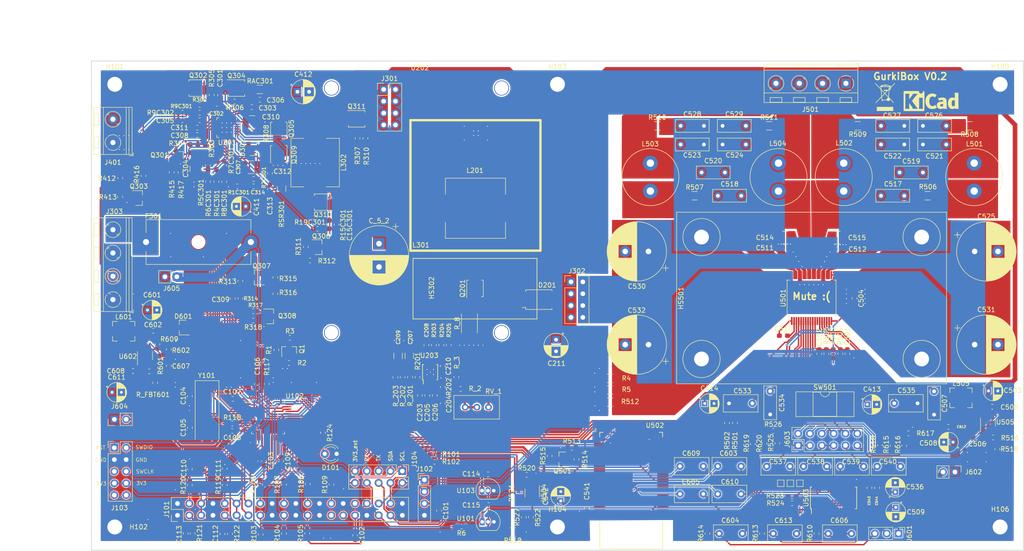
<source format=kicad_pcb>
(kicad_pcb (version 20171130) (host pcbnew 5.0.2-bee76a0~70~ubuntu18.04.1)
  (layers (0 F.Cu signal) (31 B.Cu signal) (34 B.Paste user) (35 F.Paste user) (36 B.SilkS user) (37 F.SilkS user) (38 B.Mask user) (39 F.Mask user) (44 Edge.Cuts user))
  (net 0 "")
  (net 1 GND)
  (net 2 +3V3)
  (net 3 "Net-(C104-Pad1)")
  (net 4 "Net-(C105-Pad1)")
  (net 5 SYSTEM_LOAD)
  (net 6 GNDPWR)
  (net 7 /02_StepUp/FB_BOOST)
  (net 8 POWER_AMP)
  (net 9 PACK+)
  (net 10 "Net-(C501-Pad2)")
  (net 11 /Amplifier/VDDS)
  (net 12 "Net-(C504-Pad1)")
  (net 13 "Net-(C504-Pad2)")
  (net 14 TO_SPEAKER_L)
  (net 15 GNDA)
  (net 16 TO_SPEAKER_R)
  (net 17 "Net-(C510-Pad1)")
  (net 18 "Net-(C510-Pad2)")
  (net 19 "Net-(C517-Pad2)")
  (net 20 "Net-(C517-Pad1)")
  (net 21 "Net-(C518-Pad1)")
  (net 22 "Net-(C518-Pad2)")
  (net 23 /Amplifier/SPEAKER_L+)
  (net 24 /Amplifier/SPEAKER_L-)
  (net 25 /Amplifier/SPEAKER_R-)
  (net 26 /Amplifier/SPEAKER_R+)
  (net 27 "Net-(C526-Pad1)")
  (net 28 "Net-(C527-Pad2)")
  (net 29 "Net-(C528-Pad1)")
  (net 30 "Net-(C529-Pad2)")
  (net 31 "Net-(C603-Pad1)")
  (net 32 "Net-(C604-Pad1)")
  (net 33 "Net-(C605-Pad1)")
  (net 34 "Net-(C606-Pad1)")
  (net 35 "Net-(C609-Pad2)")
  (net 36 "Net-(C610-Pad2)")
  (net 37 /RST)
  (net 38 /SWDIO)
  (net 39 /SWCLK)
  (net 40 "Net-(J101-Pad9)")
  (net 41 "Net-(J101-Pad10)")
  (net 42 SDA)
  (net 43 RxT)
  (net 44 SCL)
  (net 45 TxR)
  (net 46 "Net-(L501-Pad1)")
  (net 47 "Net-(L503-Pad1)")
  (net 48 /GAIN)
  (net 49 /BASS)
  (net 50 /MIDDLE)
  (net 51 /TREBLE)
  (net 52 CHARGER_DISABLE)
  (net 53 CHARGER_PLUGGED)
  (net 54 MUTE_TDA7498)
  (net 55 STBY_TDA7498)
  (net 56 DIAG_TDA7498)
  (net 57 "Net-(SW501-Pad3)")
  (net 58 "Net-(SW501-Pad4)")
  (net 59 /ST_Link_3V3)
  (net 60 "Net-(C509-Pad1)")
  (net 61 "Net-(C535-Pad2)")
  (net 62 "Net-(C613-Pad1)")
  (net 63 "Net-(J603-Pad4)")
  (net 64 "Net-(J603-Pad6)")
  (net 65 "Net-(J603-Pad2)")
  (net 66 "Net-(J603-Pad8)")
  (net 67 "Net-(J603-Pad10)")
  (net 68 "Net-(D101-Pad2)")
  (net 69 "Net-(R124-Pad1)")
  (net 70 /TEMP_SENSOR1)
  (net 71 /TEMP_SENSOR2)
  (net 72 PACK_SENSE)
  (net 73 "Net-(C508-Pad1)")
  (net 74 "Net-(C533-Pad1)")
  (net 75 "Net-(C536-Pad1)")
  (net 76 "Net-(C537-Pad2)")
  (net 77 "Net-(C537-Pad1)")
  (net 78 "Net-(C538-Pad1)")
  (net 79 "Net-(C538-Pad2)")
  (net 80 "Net-(C539-Pad2)")
  (net 81 "Net-(C539-Pad1)")
  (net 82 "Net-(C540-Pad1)")
  (net 83 "Net-(C540-Pad2)")
  (net 84 +8V)
  (net 85 "Net-(C601-Pad1)")
  (net 86 /AudioProcessor/BT_L+)
  (net 87 /AudioProcessor/BT_R+)
  (net 88 /AudioProcessor/BT_L-)
  (net 89 /AudioProcessor/BT_R-)
  (net 90 "Net-(C613-Pad2)")
  (net 91 /02_StepUp/IN_STEPUP)
  (net 92 DC_20V_POWER_SUPPLY)
  (net 93 "Net-(F301-Pad1)")
  (net 94 "Net-(J101-Pad3)")
  (net 95 "Net-(J101-Pad4)")
  (net 96 3V3_EN)
  (net 97 /INPUT1)
  (net 98 "Net-(J101-Pad16)")
  (net 99 /INPUT2)
  (net 100 "Net-(J101-Pad20)")
  (net 101 /INPUT3)
  (net 102 "Net-(J101-Pad24)")
  (net 103 "Net-(J101-Pad28)")
  (net 104 /UART1_RX)
  (net 105 /UART1_TX)
  (net 106 /I2C1_SDA)
  (net 107 /I2C1_SCL)
  (net 108 "Net-(J603-Pad12)")
  (net 109 "Net-(Q303-Pad1)")
  (net 110 "Net-(Q306-Pad3)")
  (net 111 "Net-(Q306-Pad1)")
  (net 112 "Net-(Q307-Pad3)")
  (net 113 "Net-(Q307-Pad1)")
  (net 114 "Net-(Q308-Pad1)")
  (net 115 "Net-(Q308-Pad3)")
  (net 116 "Net-(Q501-Pad1)")
  (net 117 "Net-(Q501-Pad3)")
  (net 118 /StepDown/3V3_ON_OFF)
  (net 119 /OUTPUT1)
  (net 120 /OUTPUT2)
  (net 121 /OUTPUT3)
  (net 122 /OUTPUT4)
  (net 123 "Net-(R117-Pad1)")
  (net 124 PWR_EN)
  (net 125 EN_PACK_SENSE)
  (net 126 RST_BT)
  (net 127 "Net-(R516-Pad1)")
  (net 128 "Net-(R523-Pad2)")
  (net 129 "Net-(R524-Pad2)")
  (net 130 ENABLE_8V)
  (net 131 "Net-(RV_1-Pad2)")
  (net 132 "Net-(TP501-Pad1)")
  (net 133 "Net-(TP502-Pad1)")
  (net 134 "Net-(TP503-Pad1)")
  (net 135 "Net-(C413-Pad1)")
  (net 136 "Net-(C414-Pad1)")
  (net 137 "Net-(C607-Pad2)")
  (net 138 "Net-(C608-Pad1)")
  (net 139 "Net-(C608-Pad2)")
  (net 140 "Net-(C611-Pad1)")
  (net 141 "Net-(Q1-Pad1)")
  (net 142 3V3_ENABLED)
  (net 143 /AudioProcessor/AUX_L)
  (net 144 /AudioProcessor/AUX_R)
  (net 145 3V3_BT_EN)
  (net 146 3V3_BT_FAULT)
  (net 147 "Net-(R522-Pad2)")
  (net 148 "Net-(R522-Pad1)")
  (net 149 3V3_BT)
  (net 150 "Net-(C203-Pad2)")
  (net 151 "Net-(C204-Pad1)")
  (net 152 "Net-(C204-Pad2)")
  (net 153 "Net-(C205-Pad1)")
  (net 154 "Net-(C208-Pad2)")
  (net 155 "Net-(C210-Pad2)")
  (net 156 "Net-(C211-Pad1)")
  (net 157 "Net-(Q301-Pad1)")
  (net 158 "Net-(R201-Pad2)")
  (net 159 "Net-(R203-Pad1)")
  (net 160 "Net-(R_201-Pad1)")
  (net 161 "Net-(R_202-Pad2)")
  (net 162 "Net-(Q201-Pad4)")
  (net 163 "Net-(Q201-Pad1)")
  (net 164 "Net-(L302-Pad1)")
  (net 165 "Net-(C301-Pad1)")
  (net 166 "Net-(C301-Pad2)")
  (net 167 /00_Charger/CE)
  (net 168 "Net-(C303-Pad2)")
  (net 169 /00_Charger/VREF)
  (net 170 "Net-(C15C301-Pad2)")
  (net 171 "Net-(C307-Pad2)")
  (net 172 "Net-(C308-Pad2)")
  (net 173 "Net-(C310-Pad2)")
  (net 174 /00_Charger/SRP)
  (net 175 "Net-(C314-Pad1)")
  (net 176 "Net-(C15C301-Pad1)")
  (net 177 "Net-(D201-Pad1)")
  (net 178 "Net-(D301-Pad3)")
  (net 179 "Net-(Q305-Pad4)")
  (net 180 "Net-(Q309-Pad4)")
  (net 181 "Net-(Q311-Pad4)")
  (net 182 CHARGER_PG)
  (net 183 CHARGER_STAT2)
  (net 184 CHARGER_STAT1)
  (net 185 "Net-(R306-Pad1)")
  (net 186 "Net-(R19C301-Pad2)")
  (net 187 "Net-(R3C301-Pad1)")
  (net 188 "Net-(R5C301-Pad1)")
  (net 189 "Net-(R7C301-Pad1)")
  (net 190 /00_Charger/TS)
  (net 191 "Net-(C506-Pad2)")
  (net 192 "Net-(C506-Pad1)")
  (net 193 /S2)
  (net 194 "Net-(R601-Pad2)")
  (net 195 "Net-(D301-Pad1)")
  (net 196 "Net-(J101-Pad32)")
  (net 197 "Net-(J101-Pad27)")
  (net 198 "Net-(J103-Pad10)")
  (net 199 "Net-(J103-Pad9)")
  (net 200 "Net-(J103-Pad5)")
  (net 201 "Net-(U102-Pad39)")
  (net 202 "Net-(U203-Pad3)")
  (net 203 "Net-(U501-Pad25)")
  (net 204 "Net-(U502-Pad31)")
  (net 205 "Net-(U502-Pad30)")
  (net 206 "Net-(U502-Pad28)")
  (net 207 "Net-(U502-Pad23)")
  (net 208 "Net-(U502-Pad22)")
  (net 209 "Net-(U502-Pad21)")
  (net 210 "Net-(U502-Pad20)")
  (net 211 "Net-(U502-Pad19)")
  (net 212 "Net-(U502-Pad18)")
  (net 213 "Net-(U502-Pad15)")
  (net 214 "Net-(U502-Pad14)")
  (net 215 "Net-(U502-Pad13)")
  (net 216 "Net-(U502-Pad12)")
  (net 217 "Net-(U502-Pad9)")
  (net 218 "Net-(U502-Pad7)")
  (net 219 "Net-(U502-Pad6)")
  (net 220 "Net-(U502-Pad5)")
  (net 221 "Net-(U502-Pad4)")
  (net 222 "Net-(U502-Pad2)")
  (net 223 "Net-(U503-Pad20)")
  (net 224 "Net-(U503-Pad19)")
  (net 225 "Net-(U503-Pad9)")
  (net 226 "Net-(U503-Pad8)")
  (net 227 "Net-(U503-Pad7)")
  (net 228 "Net-(U503-Pad6)")
  (net 229 "Net-(U503-Pad5)")
  (net 230 "Net-(U503-Pad4)")
  (net 231 "Net-(C305-Pad2)")
  (module Capacitor_SMD:C_0603_1608Metric_Pad1.05x0.95mm_HandSolder (layer F.Cu) (at 68.166 51.384)
    (fp_text reference C311 (at -3.8 0) (layer F.SilkS))
    (fp_text value 33n)
    (pad 2 smd roundrect (at 0.875 0) (size 1.05 0.95) (layers F.Cu F.Paste F.Mask) (net 172 "Net-(C308-Pad2)"))
    (pad 1 smd roundrect (at -0.875 0) (size 1.05 0.95) (layers F.Cu F.Paste F.Mask) (net 1 GND))
  )
  (module Capacitor_SMD:C_0603_1608Metric_Pad1.05x0.95mm_HandSolder (layer F.Cu) (at 68.166 52.984)
    (fp_text reference C308 (at -3.8 0.1) (layer F.SilkS))
    (fp_text value 33n)
    (pad 2 smd roundrect (at 0.875 0) (size 1.05 0.95) (layers F.Cu F.Paste F.Mask) (net 172 "Net-(C308-Pad2)"))
    (pad 1 smd roundrect (at -0.875 0) (size 1.05 0.95) (layers F.Cu F.Paste F.Mask) (net 1 GND))
  )
  (module Resistor_SMD:R_0603_1608Metric_Pad1.05x0.95mm_HandSolder (layer F.Cu) (at 68.666 46.484)
    (fp_text reference R302 (at 0 -1.1) (layer F.SilkS) (effects (font (size 0.8 0.8))))
    (fp_text value 100K)
    (pad 2 smd roundrect (at 0.875 0) (size 1.05 0.95) (layers F.Cu F.Paste F.Mask) (net 167 /00_Charger/CE))
    (pad 1 smd roundrect (at -0.875 0) (size 1.05 0.95) (layers F.Cu F.Paste F.Mask) (net 169 /00_Charger/VREF))
  )
  (module Package_SON:Diodes_PowerDI3333-8 (layer F.Cu) (at 85.666 56.984 90)
    (fp_text reference Q309 (at -0.2 3.3 270) (layer F.SilkS))
    (fp_text value VS6412AE)
    (pad 1 smd rect (at -1.45 -0.975 90) (size 0.56 0.42) (layers F.Cu F.Paste F.Mask) (net 1 GND))
    (pad 3 smd rect (at -1.45 0.325 90) (size 0.56 0.42) (layers F.Cu F.Paste F.Mask) (net 1 GND))
    (pad 2 smd rect (at -1.45 -0.325 90) (size 0.56 0.42) (layers F.Cu F.Paste F.Mask) (net 1 GND))
    (pad 4 smd rect (at -1.45 0.975 90) (size 0.56 0.42) (layers F.Cu F.Paste F.Mask) (net 180 "Net-(Q309-Pad4)"))
    (pad 5 smd custom (at 0.5 0 90) (size 2.5 2.65) (layers F.Cu F.Mask) (net 164 "Net-(L302-Pad1)") (options (clearance outline) (anchor rect)) (primitives (gr_poly (pts (xy 0.855 1.185) (xy 1.395 1.185) (xy 1.395 0.765) (xy 0.855 0.765)) (width 0)) (gr_poly (pts (xy 0.855 0.535) (xy 1.395 0.535) (xy 1.395 0.115) (xy 0.855 0.115)) (width 0)) (gr_poly (pts (xy 0.855 -0.115) (xy 1.395 -0.115) (xy 1.395 -0.535) (xy 0.855 -0.535)) (width 0)) (gr_poly (pts (xy 0.855 -0.765) (xy 1.395 -0.765) (xy 1.395 -1.185) (xy 0.855 -1.185)) (width 0)) (gr_poly (pts (xy -0.65 -1.8) (xy -0.25 -1.8) (xy -0.25 -1.1) (xy -0.65 -1.1)) (width 0)) (gr_poly (pts (xy -0.65 1.1) (xy -0.25 1.1) (xy -0.25 1.8) (xy -0.65 1.8)) (width 0))))
  )
  (module Capacitor_SMD:C_1210_3225Metric (layer F.Cu) (at 79.666 59.884)
    (fp_text reference C307 (at -2.7 0 90) (layer F.SilkS) (effects (font (size 0.8 0.8))))
    (fp_text value 1u)
    (pad 2 smd roundrect (at 1.4 0) (size 1.25 2.65) (layers F.Cu F.Paste F.Mask) (roundrect_rratio 0.2) (net 171 "Net-(C307-Pad2)"))
    (pad 1 smd roundrect (at -1.4 0) (size 1.25 2.65) (layers F.Cu F.Paste F.Mask) (roundrect_rratio 0.2) (net 1 GND))
  )
  (module Package_TO_SOT_SMD:SOT-23 (layer F.Cu) (at 94.166 77.034)
    (fp_text reference Q306 (at 0.6 -2.35) (layer F.SilkS))
    (fp_text value 2N7002)
    (pad 3 smd rect (at 1 0) (size 0.9 0.8) (layers F.Cu F.Paste F.Mask) (net 110 "Net-(Q306-Pad3)"))
    (pad 2 smd rect (at -1 0.95) (size 0.9 0.8) (layers F.Cu F.Paste F.Mask) (net 1 GND))
    (pad 1 smd rect (at -1 -0.95) (size 0.9 0.8) (layers F.Cu F.Paste F.Mask) (net 111 "Net-(Q306-Pad1)"))
  )
  (module Resistor_SMD:R_0603_1608Metric_Pad1.05x0.95mm_HandSolder (layer F.Cu) (at 92.366 79.884 180)
    (fp_text reference R312 (at -3.6 -0.1 180) (layer F.SilkS))
    (fp_text value 100K)
    (pad 2 smd roundrect (at 0.875 0 180) (size 1.05 0.95) (layers F.Cu F.Paste F.Mask) (net 124 PWR_EN))
    (pad 1 smd roundrect (at -0.875 0 180) (size 1.05 0.95) (layers F.Cu F.Paste F.Mask) (net 1 GND))
  )
  (module Resistor_SMD:R_0603_1608Metric_Pad1.05x0.95mm_HandSolder (layer F.Cu) (at 104.266 53.684 90)
    (fp_text reference R310 (at -3.8 0.2 90) (layer F.SilkS))
    (fp_text value 100K)
    (pad 2 smd roundrect (at 0.875 0 90) (size 1.05 0.95) (layers F.Cu F.Paste F.Mask) (net 181 "Net-(Q311-Pad4)"))
    (pad 1 smd roundrect (at -0.875 0 90) (size 1.05 0.95) (layers F.Cu F.Paste F.Mask) (net 110 "Net-(Q306-Pad3)"))
  )
  (module Resistor_SMD:R_0603_1608Metric_Pad1.05x0.95mm_HandSolder (layer F.Cu) (at 91.466 76.984 270)
    (fp_text reference R311 (at -0.1 1.6 90) (layer F.SilkS))
    (fp_text value 1K)
    (pad 2 smd roundrect (at 0.875 0 270) (size 1.05 0.95) (layers F.Cu F.Paste F.Mask) (net 124 PWR_EN))
    (pad 1 smd roundrect (at -0.875 0 270) (size 1.05 0.95) (layers F.Cu F.Paste F.Mask) (net 111 "Net-(Q306-Pad1)"))
  )
  (module MountingHole:MountingHole_3.2mm_M3_DIN965_Pad (layer F.Cu) (at 50.466 42.084)
    (fp_text reference H101 (at 0 -3.8) (layer F.SilkS))
    (fp_text value MountingHole_Pad)
    (pad 1 thru_hole circle (at 0 0) (size 5.6 5.6) (drill 3.2) (layers *.Cu *.Mask) (net 1 GND))
  )
  (module MountingHole:MountingHole_3.2mm_M3_DIN965_Pad (layer F.Cu) (at 50.466 137.084)
    (fp_text reference H102 (at 5.1 0) (layer F.SilkS))
    (fp_text value MountingHole_Pad)
    (pad 1 thru_hole circle (at 0 0) (size 5.6 5.6) (drill 3.2) (layers *.Cu *.Mask) (net 1 GND))
  )
  (module MountingHole:MountingHole_3.2mm_M3_DIN965_Pad (layer F.Cu) (at 145.466 42.084)
    (fp_text reference H103 (at 0 -3.8) (layer F.SilkS))
    (fp_text value MountingHole_Pad)
    (pad 1 thru_hole circle (at 0 0) (size 5.6 5.6) (drill 3.2) (layers *.Cu *.Mask) (net 1 GND))
  )
  (module MountingHole:MountingHole_3.2mm_M3_DIN965_Pad (layer F.Cu) (at 145.466 137.084)
    (fp_text reference H104 (at 0 -3.8) (layer F.SilkS))
    (fp_text value MountingHole_Pad)
    (pad 1 thru_hole circle (at 0 0) (size 5.6 5.6) (drill 3.2) (layers *.Cu *.Mask) (net 15 GNDA))
  )
  (module MountingHole:MountingHole_3.2mm_M3_DIN965_Pad (layer F.Cu) (at 240.466 42.084)
    (fp_text reference H105 (at 0 -3.8) (layer F.SilkS))
    (fp_text value MountingHole_Pad)
    (pad 1 thru_hole circle (at 0 0) (size 5.6 5.6) (drill 3.2) (layers *.Cu *.Mask) (net 1 GND))
  )
  (module MountingHole:MountingHole_3.2mm_M3_DIN965_Pad (layer F.Cu) (at 240.466 137.084)
    (fp_text reference H106 (at 0 -3.8) (layer F.SilkS))
    (fp_text value MountingHole_Pad)
    (pad 1 thru_hole circle (at 0 0) (size 5.6 5.6) (drill 3.2) (layers *.Cu *.Mask) (net 15 GNDA))
  )
  (module Capacitor_SMD:C_0603_1608Metric_Pad1.05x0.95mm_HandSolder (layer F.Cu) (at 120.066 133.584 270)
    (fp_text reference C101 (at 0 -1.43 90) (layer F.SilkS))
    (fp_text value 100n)
    (pad 2 smd roundrect (at 0.875 0 270) (size 1.05 0.95) (layers F.Cu F.Paste F.Mask) (net 1 GND))
    (pad 1 smd roundrect (at -0.875 0 270) (size 1.05 0.95) (layers F.Cu F.Paste F.Mask) (net 2 +3V3))
  )
  (module Capacitor_SMD:C_0603_1608Metric_Pad1.05x0.95mm_HandSolder (layer F.Cu) (at 102.066 138.884 270)
    (fp_text reference C102 (at 0 -1.43 90) (layer F.SilkS))
    (fp_text value 100n)
    (pad 2 smd roundrect (at 0.875 0 270) (size 1.05 0.95) (layers F.Cu F.Paste F.Mask) (net 1 GND))
    (pad 1 smd roundrect (at -0.875 0 270) (size 1.05 0.95) (layers F.Cu F.Paste F.Mask) (net 70 /TEMP_SENSOR1))
  )
  (module Capacitor_SMD:C_0603_1608Metric_Pad1.05x0.95mm_HandSolder (layer F.Cu) (at 82.466 122.984 90)
    (fp_text reference C103 (at 0.1 1.5 90) (layer F.SilkS))
    (fp_text value 100n)
    (pad 2 smd roundrect (at 0.875 0 90) (size 1.05 0.95) (layers F.Cu F.Paste F.Mask) (net 1 GND))
    (pad 1 smd roundrect (at -0.875 0 90) (size 1.05 0.95) (layers F.Cu F.Paste F.Mask) (net 71 /TEMP_SENSOR2))
  )
  (module Capacitor_SMD:C_0603_1608Metric_Pad1.05x0.95mm_HandSolder (layer F.Cu) (at 66.566 109.034 270)
    (fp_text reference C104 (at -0.1 1.4 90) (layer F.SilkS))
    (fp_text value 20p)
    (pad 2 smd roundrect (at 0.875 0 270) (size 1.05 0.95) (layers F.Cu F.Paste F.Mask) (net 1 GND))
    (pad 1 smd roundrect (at -0.875 0 270) (size 1.05 0.95) (layers F.Cu F.Paste F.Mask) (net 3 "Net-(C104-Pad1)"))
  )
  (module Capacitor_SMD:C_0603_1608Metric_Pad1.05x0.95mm_HandSolder (layer F.Cu) (at 66.591 115.784 90)
    (fp_text reference C105 (at 0 -1.43 90) (layer F.SilkS))
    (fp_text value 20p)
    (pad 2 smd roundrect (at 0.875 0 90) (size 1.05 0.95) (layers F.Cu F.Paste F.Mask) (net 1 GND))
    (pad 1 smd roundrect (at -0.875 0 90) (size 1.05 0.95) (layers F.Cu F.Paste F.Mask) (net 4 "Net-(C105-Pad1)"))
  )
  (module Capacitor_SMD:C_0603_1608Metric_Pad1.05x0.95mm_HandSolder (layer F.Cu) (at 80.966 106.384 90)
    (fp_text reference C106 (at 3.8 0.1 270) (layer F.SilkS))
    (fp_text value 100n)
    (pad 2 smd roundrect (at 0.875 0 90) (size 1.05 0.95) (layers F.Cu F.Paste F.Mask) (net 1 GND))
    (pad 1 smd roundrect (at -0.875 0 90) (size 1.05 0.95) (layers F.Cu F.Paste F.Mask) (net 2 +3V3))
  )
  (module Capacitor_SMD:C_0603_1608Metric_Pad1.05x0.95mm_HandSolder (layer F.Cu) (at 75.766 109.584 180)
    (fp_text reference C107 (at 0.1 1.5) (layer F.SilkS))
    (fp_text value 100n)
    (pad 2 smd roundrect (at 0.875 0 180) (size 1.05 0.95) (layers F.Cu F.Paste F.Mask) (net 1 GND))
    (pad 1 smd roundrect (at -0.875 0 180) (size 1.05 0.95) (layers F.Cu F.Paste F.Mask) (net 2 +3V3))
  )
  (module Capacitor_SMD:C_0603_1608Metric_Pad1.05x0.95mm_HandSolder (layer F.Cu) (at 75.666 116.484 180)
    (fp_text reference C108 (at 0 -1.43) (layer F.SilkS))
    (fp_text value 100n)
    (pad 2 smd roundrect (at 0.875 0 180) (size 1.05 0.95) (layers F.Cu F.Paste F.Mask) (net 1 GND))
    (pad 1 smd roundrect (at -0.875 0 180) (size 1.05 0.95) (layers F.Cu F.Paste F.Mask) (net 2 +3V3))
  )
  (module Capacitor_SMD:C_0603_1608Metric_Pad1.05x0.95mm_HandSolder (layer F.Cu) (at 86.166 122.984 270)
    (fp_text reference C109 (at 0 -1.43 90) (layer F.SilkS))
    (fp_text value 100n)
    (pad 2 smd roundrect (at 0.875 0 270) (size 1.05 0.95) (layers F.Cu F.Paste F.Mask) (net 1 GND))
    (pad 1 smd roundrect (at -0.875 0 270) (size 1.05 0.95) (layers F.Cu F.Paste F.Mask) (net 2 +3V3))
  )
  (module Capacitor_SMD:C_0603_1608Metric_Pad1.05x0.95mm_HandSolder (layer F.Cu) (at 66.566 124.684 270)
    (fp_text reference C110 (at -0.2 1.3 270) (layer F.SilkS))
    (fp_text value 10n)
    (pad 2 smd roundrect (at 0.875 0 270) (size 1.05 0.95) (layers F.Cu F.Paste F.Mask) (net 49 /BASS))
    (pad 1 smd roundrect (at -0.875 0 270) (size 1.05 0.95) (layers F.Cu F.Paste F.Mask) (net 1 GND))
  )
  (module Capacitor_SMD:C_0603_1608Metric_Pad1.05x0.95mm_HandSolder (layer F.Cu) (at 74.066 124.584 90)
    (fp_text reference C111 (at 0.1 -1.4 270) (layer F.SilkS))
    (fp_text value 10n)
    (pad 2 smd roundrect (at 0.875 0 90) (size 1.05 0.95) (layers F.Cu F.Paste F.Mask) (net 1 GND))
    (pad 1 smd roundrect (at -0.875 0 90) (size 1.05 0.95) (layers F.Cu F.Paste F.Mask) (net 51 /TREBLE))
  )
  (module Capacitor_SMD:C_0603_1608Metric_Pad1.05x0.95mm_HandSolder (layer F.Cu) (at 73.566 138.584 270)
    (fp_text reference C112 (at 0 1.5 90) (layer F.SilkS))
    (fp_text value 10n)
    (pad 2 smd roundrect (at 0.875 0 270) (size 1.05 0.95) (layers F.Cu F.Paste F.Mask) (net 50 /MIDDLE))
    (pad 1 smd roundrect (at -0.875 0 270) (size 1.05 0.95) (layers F.Cu F.Paste F.Mask) (net 1 GND))
  )
  (module Capacitor_SMD:C_0603_1608Metric_Pad1.05x0.95mm_HandSolder (layer F.Cu) (at 65.666 138.484 270)
    (fp_text reference C113 (at 0.2 1.4 90) (layer F.SilkS))
    (fp_text value 10n)
    (pad 2 smd roundrect (at 0.875 0 270) (size 1.05 0.95) (layers F.Cu F.Paste F.Mask) (net 48 /GAIN))
    (pad 1 smd roundrect (at -0.875 0 270) (size 1.05 0.95) (layers F.Cu F.Paste F.Mask) (net 1 GND))
  )
  (module Capacitor_SMD:C_0603_1608Metric_Pad1.05x0.95mm_HandSolder (layer F.Cu) (at 75.766 88.084 270)
    (fp_text reference C309 (at 0.2 2.6) (layer F.SilkS))
    (fp_text value 100n)
    (pad 2 smd roundrect (at 0.875 0 270) (size 1.05 0.95) (layers F.Cu F.Paste F.Mask) (net 1 GND))
    (pad 1 smd roundrect (at -0.875 0 270) (size 1.05 0.95) (layers F.Cu F.Paste F.Mask) (net 72 PACK_SENSE))
  )
  (module Capacitor_THT:CP_Radial_D5.0mm_P2.50mm (layer F.Cu) (at 89.666 43.684)
    (fp_text reference C412 (at 1.25 -3.75) (layer F.SilkS))
    (fp_text value 68u)
    (pad 2 thru_hole circle (at 2.5 0) (size 1.6 1.6) (drill 0.8) (layers *.Cu *.Mask) (net 1 GND))
    (pad 1 thru_hole rect (at 0 0) (size 1.6 1.6) (drill 0.8) (layers *.Cu *.Mask) (net 170 "Net-(C15C301-Pad2)"))
  )
  (module Capacitor_SMD:C_0603_1608Metric_Pad1.05x0.95mm_HandSolder (layer F.Cu) (at 207.691 99.909 90)
    (fp_text reference C501 (at 3.75 0 90) (layer F.SilkS))
    (fp_text value 100n)
    (pad 2 smd roundrect (at 0.875 0 90) (size 1.05 0.95) (layers F.Cu F.Paste F.Mask) (net 10 "Net-(C501-Pad2)"))
    (pad 1 smd roundrect (at -0.875 0 90) (size 1.05 0.95) (layers F.Cu F.Paste F.Mask) (net 15 GNDA))
  )
  (module Capacitor_SMD:C_0603_1608Metric_Pad1.05x0.95mm_HandSolder (layer F.Cu) (at 201.666 99.909 270)
    (fp_text reference C502 (at -3.5 0 270) (layer F.SilkS))
    (fp_text value 100n)
    (pad 2 smd roundrect (at 0.875 0 270) (size 1.05 0.95) (layers F.Cu F.Paste F.Mask) (net 15 GNDA))
    (pad 1 smd roundrect (at -0.875 0 270) (size 1.05 0.95) (layers F.Cu F.Paste F.Mask) (net 11 /Amplifier/VDDS))
  )
  (module Capacitor_SMD:C_0603_1608Metric_Pad1.05x0.95mm_HandSolder (layer F.Cu) (at 209.216 88.034 270)
    (fp_text reference C504 (at 0 -1.43 270) (layer F.SilkS))
    (fp_text value 100n)
    (pad 2 smd roundrect (at 0.875 0 270) (size 1.05 0.95) (layers F.Cu F.Paste F.Mask) (net 13 "Net-(C504-Pad2)"))
    (pad 1 smd roundrect (at -0.875 0 270) (size 1.05 0.95) (layers F.Cu F.Paste F.Mask) (net 12 "Net-(C504-Pad1)"))
  )
  (module Capacitor_THT:C_Rect_L7.0mm_W2.5mm_P5.00mm (layer F.Cu) (at 226.291 112.984 90)
    (fp_text reference C507 (at 2.4 2.275 90) (layer F.SilkS))
    (fp_text value 1n)
    (pad 2 thru_hole circle (at 5 0 90) (size 1.6 1.6) (drill 0.8) (layers *.Cu *.Mask) (net 14 TO_SPEAKER_L))
    (pad 1 thru_hole circle (at 0 0 90) (size 1.6 1.6) (drill 0.8) (layers *.Cu *.Mask) (net 15 GNDA))
  )
  (module Capacitor_SMD:C_0603_1608Metric_Pad1.05x0.95mm_HandSolder (layer F.Cu) (at 193.966 96.034)
    (fp_text reference C510 (at 0 -1.43) (layer F.SilkS))
    (fp_text value 100n)
    (pad 2 smd roundrect (at 0.875 0) (size 1.05 0.95) (layers F.Cu F.Paste F.Mask) (net 18 "Net-(C510-Pad2)"))
    (pad 1 smd roundrect (at -0.875 0) (size 1.05 0.95) (layers F.Cu F.Paste F.Mask) (net 17 "Net-(C510-Pad1)"))
  )
  (module Capacitor_THT:C_Rect_L7.0mm_W2.5mm_P5.00mm (layer F.Cu) (at 219.9 66 180)
    (fp_text reference C517 (at 2.434 2.516 180) (layer F.SilkS))
    (fp_text value 1n)
    (pad 2 thru_hole circle (at 5 0 180) (size 1.6 1.6) (drill 0.8) (layers *.Cu *.Mask) (net 19 "Net-(C517-Pad2)"))
    (pad 1 thru_hole circle (at 0 0 180) (size 1.6 1.6) (drill 0.8) (layers *.Cu *.Mask) (net 20 "Net-(C517-Pad1)"))
  )
  (module Capacitor_THT:C_Rect_L7.0mm_W2.5mm_P5.00mm (layer F.Cu) (at 179.9 66)
    (fp_text reference C518 (at 2.5 -2.5) (layer F.SilkS))
    (fp_text value 1n)
    (pad 2 thru_hole circle (at 5 0) (size 1.6 1.6) (drill 0.8) (layers *.Cu *.Mask) (net 22 "Net-(C518-Pad2)"))
    (pad 1 thru_hole circle (at 0 0) (size 1.6 1.6) (drill 0.8) (layers *.Cu *.Mask) (net 21 "Net-(C518-Pad1)"))
  )
  (module Capacitor_THT:C_Rect_L7.0mm_W2.5mm_P5.00mm (layer F.Cu) (at 223.9 61 180)
    (fp_text reference C519 (at 2.5 2.416 180) (layer F.SilkS))
    (fp_text value 470n)
    (pad 2 thru_hole circle (at 5 0 180) (size 1.6 1.6) (drill 0.8) (layers *.Cu *.Mask) (net 24 /Amplifier/SPEAKER_L-))
    (pad 1 thru_hole circle (at 0 0 180) (size 1.6 1.6) (drill 0.8) (layers *.Cu *.Mask) (net 23 /Amplifier/SPEAKER_L+))
  )
  (module Capacitor_THT:C_Rect_L7.0mm_W2.5mm_P5.00mm (layer F.Cu) (at 176.4 61)
    (fp_text reference C520 (at 2.5 -2.5) (layer F.SilkS))
    (fp_text value 470n)
    (pad 2 thru_hole circle (at 5 0) (size 1.6 1.6) (drill 0.8) (layers *.Cu *.Mask) (net 25 /Amplifier/SPEAKER_R-))
    (pad 1 thru_hole circle (at 0 0) (size 1.6 1.6) (drill 0.8) (layers *.Cu *.Mask) (net 26 /Amplifier/SPEAKER_R+))
  )
  (module Capacitor_THT:C_Rect_L7.0mm_W2.5mm_P5.00mm (layer F.Cu) (at 228.9 55 180)
    (fp_text reference C521 (at 2.5 -2.5 180) (layer F.SilkS))
    (fp_text value 220n)
    (pad 2 thru_hole circle (at 5 0 180) (size 1.6 1.6) (drill 0.8) (layers *.Cu *.Mask) (net 6 GNDPWR))
    (pad 1 thru_hole circle (at 0 0 180) (size 1.6 1.6) (drill 0.8) (layers *.Cu *.Mask) (net 23 /Amplifier/SPEAKER_L+))
  )
  (module Capacitor_THT:C_Rect_L7.0mm_W2.5mm_P5.00mm (layer F.Cu) (at 219.9 55 180)
    (fp_text reference C522 (at 2.5 -2.5 180) (layer F.SilkS))
    (fp_text value 220n)
    (pad 2 thru_hole circle (at 5 0 180) (size 1.6 1.6) (drill 0.8) (layers *.Cu *.Mask) (net 24 /Amplifier/SPEAKER_L-))
    (pad 1 thru_hole circle (at 0 0 180) (size 1.6 1.6) (drill 0.8) (layers *.Cu *.Mask) (net 6 GNDPWR))
  )
  (module Capacitor_THT:C_Rect_L7.0mm_W2.5mm_P5.00mm (layer F.Cu) (at 171.9 55)
    (fp_text reference C523 (at 2.466 2.284) (layer F.SilkS))
    (fp_text value 220n)
    (pad 2 thru_hole circle (at 5 0) (size 1.6 1.6) (drill 0.8) (layers *.Cu *.Mask) (net 6 GNDPWR))
    (pad 1 thru_hole circle (at 0 0) (size 1.6 1.6) (drill 0.8) (layers *.Cu *.Mask) (net 26 /Amplifier/SPEAKER_R+))
  )
  (module Capacitor_THT:C_Rect_L7.0mm_W2.5mm_P5.00mm (layer F.Cu) (at 180.9 55)
    (fp_text reference C524 (at 2.566 2.284) (layer F.SilkS))
    (fp_text value 220n)
    (pad 2 thru_hole circle (at 5 0) (size 1.6 1.6) (drill 0.8) (layers *.Cu *.Mask) (net 25 /Amplifier/SPEAKER_R-))
    (pad 1 thru_hole circle (at 0 0) (size 1.6 1.6) (drill 0.8) (layers *.Cu *.Mask) (net 6 GNDPWR))
  )
  (module Capacitor_THT:C_Rect_L7.0mm_W2.5mm_P5.00mm (layer F.Cu) (at 228.9 51 180)
    (fp_text reference C526 (at 2.634 2.216 180) (layer F.SilkS))
    (fp_text value 220n)
    (pad 2 thru_hole circle (at 5 0 180) (size 1.6 1.6) (drill 0.8) (layers *.Cu *.Mask) (net 6 GNDPWR))
    (pad 1 thru_hole circle (at 0 0 180) (size 1.6 1.6) (drill 0.8) (layers *.Cu *.Mask) (net 27 "Net-(C526-Pad1)"))
  )
  (module Capacitor_THT:C_Rect_L7.0mm_W2.5mm_P5.00mm (layer F.Cu) (at 219.9 51 180)
    (fp_text reference C527 (at 2.634 2.216 180) (layer F.SilkS))
    (fp_text value 220n)
    (pad 2 thru_hole circle (at 5 0 180) (size 1.6 1.6) (drill 0.8) (layers *.Cu *.Mask) (net 28 "Net-(C527-Pad2)"))
    (pad 1 thru_hole circle (at 0 0 180) (size 1.6 1.6) (drill 0.8) (layers *.Cu *.Mask) (net 6 GNDPWR))
  )
  (module Capacitor_THT:C_Rect_L7.0mm_W2.5mm_P5.00mm (layer F.Cu) (at 171.9 51)
    (fp_text reference C528 (at 2.5 -2.5) (layer F.SilkS))
    (fp_text value 220n)
    (pad 2 thru_hole circle (at 5 0) (size 1.6 1.6) (drill 0.8) (layers *.Cu *.Mask) (net 6 GNDPWR))
    (pad 1 thru_hole circle (at 0 0) (size 1.6 1.6) (drill 0.8) (layers *.Cu *.Mask) (net 29 "Net-(C528-Pad1)"))
  )
  (module Capacitor_THT:C_Rect_L7.0mm_W2.5mm_P5.00mm (layer F.Cu) (at 180.9 51)
    (fp_text reference C529 (at 2.5 -2.5) (layer F.SilkS))
    (fp_text value 220n)
    (pad 2 thru_hole circle (at 5 0) (size 1.6 1.6) (drill 0.8) (layers *.Cu *.Mask) (net 30 "Net-(C529-Pad2)"))
    (pad 1 thru_hole circle (at 0 0) (size 1.6 1.6) (drill 0.8) (layers *.Cu *.Mask) (net 6 GNDPWR))
  )
  (module Capacitor_THT:CP_Radial_D12.5mm_P5.00mm (layer F.Cu) (at 165 77.95 180)
    (fp_text reference C530 (at 2.5 -7.5 180) (layer F.SilkS))
    (fp_text value "560u 50V")
    (pad 2 thru_hole circle (at 5 0 180) (size 2.4 2.4) (drill 1.2) (layers *.Cu *.Mask) (net 6 GNDPWR))
    (pad 1 thru_hole rect (at 0 0 180) (size 2.4 2.4) (drill 1.2) (layers *.Cu *.Mask) (net 8 POWER_AMP))
  )
  (module Capacitor_THT:CP_Radial_D12.5mm_P5.00mm (layer F.Cu) (at 235 97.95)
    (fp_text reference C531 (at 2.5 -7.5) (layer F.SilkS))
    (fp_text value "560u 50V")
    (pad 2 thru_hole circle (at 5 0) (size 2.4 2.4) (drill 1.2) (layers *.Cu *.Mask) (net 6 GNDPWR))
    (pad 1 thru_hole rect (at 0 0) (size 2.4 2.4) (drill 1.2) (layers *.Cu *.Mask) (net 8 POWER_AMP))
  )
  (module Capacitor_THT:CP_Radial_D12.5mm_P5.00mm (layer F.Cu) (at 165 97.95 180)
    (fp_text reference C532 (at 2.534 7.366 180) (layer F.SilkS))
    (fp_text value "560u 50V")
    (pad 2 thru_hole circle (at 5 0 180) (size 2.4 2.4) (drill 1.2) (layers *.Cu *.Mask) (net 6 GNDPWR))
    (pad 1 thru_hole rect (at 0 0 180) (size 2.4 2.4) (drill 1.2) (layers *.Cu *.Mask) (net 8 POWER_AMP))
  )
  (module Capacitor_THT:C_Rect_L7.0mm_W2.5mm_P5.00mm (layer F.Cu) (at 191.116 107.934 270)
    (fp_text reference C534 (at 2.5 -2.5 270) (layer F.SilkS))
    (fp_text value 1n)
    (pad 2 thru_hole circle (at 5 0 270) (size 1.6 1.6) (drill 0.8) (layers *.Cu *.Mask) (net 15 GNDA))
    (pad 1 thru_hole circle (at 0 0 270) (size 1.6 1.6) (drill 0.8) (layers *.Cu *.Mask) (net 16 TO_SPEAKER_R))
  )
  (module Capacitor_SMD:C_0603_1608Metric_Pad1.05x0.95mm_HandSolder (layer F.Cu) (at 151.766 132.884 270)
    (fp_text reference C541 (at -3.5 0 90) (layer F.SilkS))
    (fp_text value 100n)
    (pad 2 smd roundrect (at 0.875 0 270) (size 1.05 0.95) (layers F.Cu F.Paste F.Mask) (net 15 GNDA))
    (pad 1 smd roundrect (at -0.875 0 270) (size 1.05 0.95) (layers F.Cu F.Paste F.Mask) (net 149 3V3_BT))
  )
  (module Capacitor_SMD:C_0603_1608Metric_Pad1.05x0.95mm_HandSolder (layer F.Cu) (at 212.421861 128.684 90)
    (fp_text reference C543 (at -2.773615 -0.055861 270) (layer F.SilkS) (effects (font (size 0.5 0.5) (thickness 0.125))))
    (fp_text value 100n)
    (pad 2 smd roundrect (at 0.875 0 90) (size 1.05 0.95) (layers F.Cu F.Paste F.Mask) (net 15 GNDA))
    (pad 1 smd roundrect (at -0.875 0 90) (size 1.05 0.95) (layers F.Cu F.Paste F.Mask) (net 84 +8V))
  )
  (module Capacitor_SMD:C_0603_1608Metric_Pad1.05x0.95mm_HandSolder (layer F.Cu) (at 214.066 128.684 90)
    (fp_text reference C544 (at -2.8 -0.1 90) (layer F.SilkS) (effects (font (size 0.5 0.5) (thickness 0.125))))
    (fp_text value 100n)
    (pad 2 smd roundrect (at 0.875 0 90) (size 1.05 0.95) (layers F.Cu F.Paste F.Mask) (net 15 GNDA))
    (pad 1 smd roundrect (at -0.875 0 90) (size 1.05 0.95) (layers F.Cu F.Paste F.Mask) (net 84 +8V))
  )
  (module Capacitor_SMD:C_0603_1608Metric_Pad1.05x0.95mm_HandSolder (layer F.Cu) (at 229.366 115.584 180)
    (fp_text reference C612 (at -2.8 0 180) (layer F.SilkS) (effects (font (size 0.5 0.5) (thickness 0.125))))
    (fp_text value 100n)
    (pad 2 smd roundrect (at 0.875 0 180) (size 1.05 0.95) (layers F.Cu F.Paste F.Mask) (net 15 GNDA))
    (pad 1 smd roundrect (at -0.875 0 180) (size 1.05 0.95) (layers F.Cu F.Paste F.Mask) (net 73 "Net-(C508-Pad1)"))
  )
  (module Capacitor_THT:CP_Radial_D12.5mm_P5.00mm (layer F.Cu) (at 107.166 76.284 270)
    (fp_text reference C_5_2 (at -4.9 0) (layer F.SilkS))
    (fp_text value "560u 50V")
    (pad 2 thru_hole circle (at 5 0 270) (size 2.4 2.4) (drill 1.2) (layers *.Cu *.Mask) (net 1 GND))
    (pad 1 thru_hole rect (at 0 0 270) (size 2.4 2.4) (drill 1.2) (layers *.Cu *.Mask) (net 91 /02_StepUp/IN_STEPUP))
  )
  (module LED_THT:LED_D3.0mm (layer F.Cu) (at 98.066 121.384 180)
    (fp_text reference D101 (at 1.27 -2.96) (layer F.SilkS))
    (fp_text value LED_Small)
    (pad 2 thru_hole circle (at 2.54 0 180) (size 1.8 1.8) (drill 0.9) (layers *.Cu *.Mask) (net 68 "Net-(D101-Pad2)"))
    (pad 1 thru_hole rect (at 0 0 180) (size 1.8 1.8) (drill 0.9) (layers *.Cu *.Mask) (net 1 GND))
  )
  (module Heatsink:Heatsink_AAVID_573300D00010G_TO-263 (layer F.Cu) (at 127.766 85.934)
    (fp_text reference HS302 (at -9.3 -0.15 -90) (layer F.SilkS))
    (fp_text value 573300D00000G)
    (pad 1 smd rect (at -6.92 0) (size 1.85 13.7) (layers F.Cu F.Paste F.Mask) (net 177 "Net-(D201-Pad1)"))
    (pad 1 smd rect (at 6.92 0) (size 1.85 13.7) (layers F.Cu F.Paste F.Mask) (net 177 "Net-(D201-Pad1)"))
  )
  (module Connector_PinHeader_2.54mm:PinHeader_2x20_P2.54mm_Vertical (layer F.Cu) (at 63.916 134.584 90)
    (fp_text reference J101 (at 1.27 -2.33 90) (layer F.SilkS))
    (fp_text value Conn_02x20_Odd_Even)
    (pad 40 thru_hole oval (at 2.54 48.26 90) (size 1.7 1.7) (drill 1) (layers *.Cu *.Mask) (net 1 GND))
    (pad 39 thru_hole oval (at 0 48.26 90) (size 1.7 1.7) (drill 1) (layers *.Cu *.Mask) (net 1 GND))
    (pad 38 thru_hole oval (at 2.54 45.72 90) (size 1.7 1.7) (drill 1) (layers *.Cu *.Mask) (net 42 SDA))
    (pad 37 thru_hole oval (at 0 45.72 90) (size 1.7 1.7) (drill 1) (layers *.Cu *.Mask) (net 45 TxR))
    (pad 36 thru_hole oval (at 2.54 43.18 90) (size 1.7 1.7) (drill 1) (layers *.Cu *.Mask) (net 44 SCL))
    (pad 35 thru_hole oval (at 0 43.18 90) (size 1.7 1.7) (drill 1) (layers *.Cu *.Mask) (net 43 RxT))
    (pad 34 thru_hole oval (at 2.54 40.64 90) (size 1.7 1.7) (drill 1) (layers *.Cu *.Mask) (net 2 +3V3))
    (pad 33 thru_hole oval (at 0 40.64 90) (size 1.7 1.7) (drill 1) (layers *.Cu *.Mask) (net 1 GND))
    (pad 32 thru_hole oval (at 2.54 38.1 90) (size 1.7 1.7) (drill 1) (layers *.Cu *.Mask) (net 196 "Net-(J101-Pad32)"))
    (pad 31 thru_hole oval (at 0 38.1 90) (size 1.7 1.7) (drill 1) (layers *.Cu *.Mask) (net 70 /TEMP_SENSOR1))
    (pad 30 thru_hole oval (at 2.54 35.56 90) (size 1.7 1.7) (drill 1) (layers *.Cu *.Mask) (net 1 GND))
    (pad 29 thru_hole oval (at 0 35.56 90) (size 1.7 1.7) (drill 1) (layers *.Cu *.Mask) (net 84 +8V))
    (pad 28 thru_hole oval (at 2.54 33.02 90) (size 1.7 1.7) (drill 1) (layers *.Cu *.Mask) (net 103 "Net-(J101-Pad28)"))
    (pad 27 thru_hole oval (at 0 33.02 90) (size 1.7 1.7) (drill 1) (layers *.Cu *.Mask) (net 197 "Net-(J101-Pad27)"))
    (pad 26 thru_hole oval (at 2.54 30.48 90) (size 1.7 1.7) (drill 1) (layers *.Cu *.Mask) (net 1 GND))
    (pad 25 thru_hole oval (at 0 30.48 90) (size 1.7 1.7) (drill 1) (layers *.Cu *.Mask) (net 1 GND))
    (pad 24 thru_hole oval (at 2.54 27.94 90) (size 1.7 1.7) (drill 1) (layers *.Cu *.Mask) (net 102 "Net-(J101-Pad24)"))
    (pad 23 thru_hole oval (at 0 27.94 90) (size 1.7 1.7) (drill 1) (layers *.Cu *.Mask) (net 101 /INPUT3))
    (pad 22 thru_hole oval (at 2.54 25.4 90) (size 1.7 1.7) (drill 1) (layers *.Cu *.Mask) (net 1 GND))
    (pad 21 thru_hole oval (at 0 25.4 90) (size 1.7 1.7) (drill 1) (layers *.Cu *.Mask) (net 1 GND))
    (pad 20 thru_hole oval (at 2.54 22.86 90) (size 1.7 1.7) (drill 1) (layers *.Cu *.Mask) (net 100 "Net-(J101-Pad20)"))
    (pad 19 thru_hole oval (at 0 22.86 90) (size 1.7 1.7) (drill 1) (layers *.Cu *.Mask) (net 99 /INPUT2))
    (pad 18 thru_hole oval (at 2.54 20.32 90) (size 1.7 1.7) (drill 1) (layers *.Cu *.Mask) (net 1 GND))
    (pad 17 thru_hole oval (at 0 20.32 90) (size 1.7 1.7) (drill 1) (layers *.Cu *.Mask) (net 1 GND))
    (pad 16 thru_hole oval (at 2.54 17.78 90) (size 1.7 1.7) (drill 1) (layers *.Cu *.Mask) (net 98 "Net-(J101-Pad16)"))
    (pad 15 thru_hole oval (at 0 17.78 90) (size 1.7 1.7) (drill 1) (layers *.Cu *.Mask) (net 97 /INPUT1))
    (pad 14 thru_hole oval (at 2.54 15.24 90) (size 1.7 1.7) (drill 1) (layers *.Cu *.Mask) (net 96 3V3_EN))
    (pad 13 thru_hole oval (at 0 15.24 90) (size 1.7 1.7) (drill 1) (layers *.Cu *.Mask) (net 9 PACK+))
    (pad 12 thru_hole oval (at 2.54 12.7 90) (size 1.7 1.7) (drill 1) (layers *.Cu *.Mask) (net 2 +3V3))
    (pad 11 thru_hole oval (at 0 12.7 90) (size 1.7 1.7) (drill 1) (layers *.Cu *.Mask) (net 2 +3V3))
    (pad 10 thru_hole oval (at 2.54 10.16 90) (size 1.7 1.7) (drill 1) (layers *.Cu *.Mask) (net 41 "Net-(J101-Pad10)"))
    (pad 9 thru_hole oval (at 0 10.16 90) (size 1.7 1.7) (drill 1) (layers *.Cu *.Mask) (net 40 "Net-(J101-Pad9)"))
    (pad 8 thru_hole oval (at 2.54 7.62 90) (size 1.7 1.7) (drill 1) (layers *.Cu *.Mask) (net 1 GND))
    (pad 7 thru_hole oval (at 0 7.62 90) (size 1.7 1.7) (drill 1) (layers *.Cu *.Mask) (net 1 GND))
    (pad 6 thru_hole oval (at 2.54 5.08 90) (size 1.7 1.7) (drill 1) (layers *.Cu *.Mask) (net 2 +3V3))
    (pad 5 thru_hole oval (at 0 5.08 90) (size 1.7 1.7) (drill 1) (layers *.Cu *.Mask) (net 2 +3V3))
    (pad 4 thru_hole oval (at 2.54 2.54 90) (size 1.7 1.7) (drill 1) (layers *.Cu *.Mask) (net 95 "Net-(J101-Pad4)"))
    (pad 3 thru_hole oval (at 0 2.54 90) (size 1.7 1.7) (drill 1) (layers *.Cu *.Mask) (net 94 "Net-(J101-Pad3)"))
    (pad 2 thru_hole oval (at 2.54 0 90) (size 1.7 1.7) (drill 1) (layers *.Cu *.Mask) (net 1 GND))
    (pad 1 thru_hole rect (at 0 0 90) (size 1.7 1.7) (drill 1) (layers *.Cu *.Mask) (net 1 GND))
  )
  (module Connector_PinHeader_2.54mm:PinHeader_1x04_P2.54mm_Vertical (layer F.Cu) (at 116.911001 126.959001)
    (fp_text reference J102 (at 0 -2.33) (layer F.SilkS))
    (fp_text value Conn_01x04)
    (pad 4 thru_hole oval (at 0 7.62) (size 1.7 1.7) (drill 1) (layers *.Cu *.Mask) (net 1 GND))
    (pad 3 thru_hole oval (at 0 5.08) (size 1.7 1.7) (drill 1) (layers *.Cu *.Mask) (net 2 +3V3))
    (pad 2 thru_hole oval (at 0 2.54) (size 1.7 1.7) (drill 1) (layers *.Cu *.Mask) (net 44 SCL))
    (pad 1 thru_hole rect (at 0 0) (size 1.7 1.7) (drill 1) (layers *.Cu *.Mask) (net 42 SDA))
  )
  (module Connector_PinHeader_2.54mm:PinHeader_2x05_P2.54mm_Vertical (layer F.Cu) (at 50.366 120.084)
    (fp_text reference J103 (at 1.1 12.9 180) (layer F.SilkS))
    (fp_text value Conn_02x05_Odd_Even)
    (pad 10 thru_hole oval (at 2.54 10.16) (size 1.7 1.7) (drill 1) (layers *.Cu *.Mask) (net 198 "Net-(J103-Pad10)"))
    (pad 9 thru_hole oval (at 0 10.16) (size 1.7 1.7) (drill 1) (layers *.Cu *.Mask) (net 199 "Net-(J103-Pad9)"))
    (pad 8 thru_hole oval (at 2.54 7.62) (size 1.7 1.7) (drill 1) (layers *.Cu *.Mask) (net 59 /ST_Link_3V3))
    (pad 7 thru_hole oval (at 0 7.62) (size 1.7 1.7) (drill 1) (layers *.Cu *.Mask) (net 59 /ST_Link_3V3))
    (pad 6 thru_hole oval (at 2.54 5.08) (size 1.7 1.7) (drill 1) (layers *.Cu *.Mask) (net 39 /SWCLK))
    (pad 5 thru_hole oval (at 0 5.08) (size 1.7 1.7) (drill 1) (layers *.Cu *.Mask) (net 200 "Net-(J103-Pad5)"))
    (pad 4 thru_hole oval (at 2.54 2.54) (size 1.7 1.7) (drill 1) (layers *.Cu *.Mask) (net 1 GND))
    (pad 3 thru_hole oval (at 0 2.54) (size 1.7 1.7) (drill 1) (layers *.Cu *.Mask) (net 1 GND))
    (pad 2 thru_hole oval (at 2.54 0) (size 1.7 1.7) (drill 1) (layers *.Cu *.Mask) (net 38 /SWDIO))
    (pad 1 thru_hole rect (at 0 0) (size 1.7 1.7) (drill 1) (layers *.Cu *.Mask) (net 37 /RST))
  )
  (module Connector_PinHeader_2.54mm:PinHeader_2x05_P2.54mm_Vertical (layer F.Cu) (at 112.166 125.084 270)
    (fp_text reference J104 (at -2.5 -2.6 90) (layer F.SilkS))
    (fp_text value Conn_02x05_Odd_Even)
    (pad 10 thru_hole oval (at 2.54 10.16 270) (size 1.7 1.7) (drill 1) (layers *.Cu *.Mask) (net 59 /ST_Link_3V3))
    (pad 9 thru_hole oval (at 0 10.16 270) (size 1.7 1.7) (drill 1) (layers *.Cu *.Mask) (net 2 +3V3))
    (pad 8 thru_hole oval (at 2.54 7.62 270) (size 1.7 1.7) (drill 1) (layers *.Cu *.Mask) (net 43 RxT))
    (pad 7 thru_hole oval (at 0 7.62 270) (size 1.7 1.7) (drill 1) (layers *.Cu *.Mask) (net 104 /UART1_RX))
    (pad 6 thru_hole oval (at 2.54 5.08 270) (size 1.7 1.7) (drill 1) (layers *.Cu *.Mask) (net 45 TxR))
    (pad 5 thru_hole oval (at 0 5.08 270) (size 1.7 1.7) (drill 1) (layers *.Cu *.Mask) (net 105 /UART1_TX))
    (pad 4 thru_hole oval (at 2.54 2.54 270) (size 1.7 1.7) (drill 1) (layers *.Cu *.Mask) (net 42 SDA))
    (pad 3 thru_hole oval (at 0 2.54 270) (size 1.7 1.7) (drill 1) (layers *.Cu *.Mask) (net 106 /I2C1_SDA))
    (pad 2 thru_hole oval (at 2.54 0 270) (size 1.7 1.7) (drill 1) (layers *.Cu *.Mask) (net 44 SCL))
    (pad 1 thru_hole rect (at 0 0 270) (size 1.7 1.7) (drill 1) (layers *.Cu *.Mask) (net 107 /I2C1_SCL))
  )
  (module Connector_PinHeader_2.54mm:PinHeader_2x04_P2.54mm_Vertical (layer F.Cu) (at 108.166 43.184)
    (fp_text reference J301 (at 1.27 -2.33) (layer F.SilkS))
    (fp_text value Conn_02x04_Odd_Even)
    (pad 8 thru_hole oval (at 2.54 7.62) (size 1.7 1.7) (drill 1) (layers *.Cu *.Mask) (net 91 /02_StepUp/IN_STEPUP))
    (pad 7 thru_hole oval (at 0 7.62) (size 1.7 1.7) (drill 1) (layers *.Cu *.Mask) (net 5 SYSTEM_LOAD))
    (pad 6 thru_hole oval (at 2.54 5.08) (size 1.7 1.7) (drill 1) (layers *.Cu *.Mask) (net 91 /02_StepUp/IN_STEPUP))
    (pad 5 thru_hole oval (at 0 5.08) (size 1.7 1.7) (drill 1) (layers *.Cu *.Mask) (net 5 SYSTEM_LOAD))
    (pad 4 thru_hole oval (at 2.54 2.54) (size 1.7 1.7) (drill 1) (layers *.Cu *.Mask) (net 91 /02_StepUp/IN_STEPUP))
    (pad 3 thru_hole oval (at 0 2.54) (size 1.7 1.7) (drill 1) (layers *.Cu *.Mask) (net 5 SYSTEM_LOAD))
    (pad 2 thru_hole oval (at 2.54 0) (size 1.7 1.7) (drill 1) (layers *.Cu *.Mask) (net 91 /02_StepUp/IN_STEPUP))
    (pad 1 thru_hole rect (at 0 0) (size 1.7 1.7) (drill 1) (layers *.Cu *.Mask) (net 5 SYSTEM_LOAD))
  )
  (module Connector_PinHeader_2.54mm:PinHeader_2x04_P2.54mm_Vertical (layer F.Cu) (at 148.366 84.484)
    (fp_text reference J302 (at 1.27 -2.33 180) (layer F.SilkS))
    (fp_text value Conn_02x04_Odd_Even)
    (pad 8 thru_hole oval (at 2.54 7.62) (size 1.7 1.7) (drill 1) (layers *.Cu *.Mask) (net 8 POWER_AMP))
    (pad 7 thru_hole oval (at 0 7.62) (size 1.7 1.7) (drill 1) (layers *.Cu *.Mask) (net 156 "Net-(C211-Pad1)"))
    (pad 6 thru_hole oval (at 2.54 5.08) (size 1.7 1.7) (drill 1) (layers *.Cu *.Mask) (net 8 POWER_AMP))
    (pad 5 thru_hole oval (at 0 5.08) (size 1.7 1.7) (drill 1) (layers *.Cu *.Mask) (net 156 "Net-(C211-Pad1)"))
    (pad 4 thru_hole oval (at 2.54 2.54) (size 1.7 1.7) (drill 1) (layers *.Cu *.Mask) (net 8 POWER_AMP))
    (pad 3 thru_hole oval (at 0 2.54) (size 1.7 1.7) (drill 1) (layers *.Cu *.Mask) (net 156 "Net-(C211-Pad1)"))
    (pad 2 thru_hole oval (at 2.54 0) (size 1.7 1.7) (drill 1) (layers *.Cu *.Mask) (net 8 POWER_AMP))
    (pad 1 thru_hole rect (at 0 0) (size 1.7 1.7) (drill 1) (layers *.Cu *.Mask) (net 156 "Net-(C211-Pad1)"))
  )
  (module TerminalBlock_RND:TerminalBlock_RND_205-00045_1x02_P5.00mm_Horizontal (layer F.Cu) (at 50.066 54.584 90)
    (fp_text reference J401 (at -4.25 0 180) (layer F.SilkS))
    (fp_text value "TB001-500-02BE CUI_Devices")
    (pad 2 thru_hole circle (at 5 0 90) (size 2.1 2.1) (drill 1.1) (layers *.Cu *.Mask) (net 92 DC_20V_POWER_SUPPLY))
    (pad 1 thru_hole rect (at 0 0 90) (size 2.1 2.1) (drill 1.1) (layers *.Cu *.Mask) (net 1 GND))
  )
  (module TerminalBlock_RND:TerminalBlock_RND_205-00047_1x04_P5.00mm_Horizontal (layer F.Cu) (at 207.366 41.884 180)
    (fp_text reference J501 (at 7.6 -5.6 180) (layer F.SilkS))
    (fp_text value "TB001-500-04BE CUI_Devices")
    (pad 4 thru_hole circle (at 15 0 180) (size 2.1 2.1) (drill 1.1) (layers *.Cu *.Mask) (net 26 /Amplifier/SPEAKER_R+))
    (pad 3 thru_hole circle (at 10 0 180) (size 2.1 2.1) (drill 1.1) (layers *.Cu *.Mask) (net 25 /Amplifier/SPEAKER_R-))
    (pad 2 thru_hole circle (at 5 0 180) (size 2.1 2.1) (drill 1.1) (layers *.Cu *.Mask) (net 24 /Amplifier/SPEAKER_L-))
    (pad 1 thru_hole rect (at 0 0 180) (size 2.1 2.1) (drill 1.1) (layers *.Cu *.Mask) (net 23 /Amplifier/SPEAKER_L+))
  )
  (module Connector_PinHeader_2.54mm:PinHeader_1x02_P2.54mm_Vertical (layer F.Cu) (at 230.766 125.284 270)
    (fp_text reference J602 (at 0 -4) (layer F.SilkS))
    (fp_text value Conn_02x01)
    (pad 2 thru_hole oval (at 0 2.54 270) (size 1.7 1.7) (drill 1) (layers *.Cu *.Mask) (net 84 +8V))
    (pad 1 thru_hole rect (at 0 0 270) (size 1.7 1.7) (drill 1) (layers *.Cu *.Mask) (net 73 "Net-(C508-Pad1)"))
  )
  (module Connector_PinHeader_2.54mm:PinHeader_2x06_P2.54mm_Vertical (layer F.Cu) (at 197.116 119.584 90)
    (fp_text reference J603 (at 1.27 -2.33 90) (layer F.SilkS))
    (fp_text value Conn_02x06_Odd_Even)
    (pad 12 thru_hole oval (at 2.54 12.7 90) (size 1.7 1.7) (drill 1) (layers *.Cu *.Mask) (net 108 "Net-(J603-Pad12)"))
    (pad 11 thru_hole oval (at 0 12.7 90) (size 1.7 1.7) (drill 1) (layers *.Cu *.Mask) (net 82 "Net-(C540-Pad1)"))
    (pad 10 thru_hole oval (at 2.54 10.16 90) (size 1.7 1.7) (drill 1) (layers *.Cu *.Mask) (net 67 "Net-(J603-Pad10)"))
    (pad 9 thru_hole oval (at 0 10.16 90) (size 1.7 1.7) (drill 1) (layers *.Cu *.Mask) (net 81 "Net-(C539-Pad1)"))
    (pad 8 thru_hole oval (at 2.54 7.62 90) (size 1.7 1.7) (drill 1) (layers *.Cu *.Mask) (net 66 "Net-(J603-Pad8)"))
    (pad 7 thru_hole oval (at 0 7.62 90) (size 1.7 1.7) (drill 1) (layers *.Cu *.Mask) (net 78 "Net-(C538-Pad1)"))
    (pad 6 thru_hole oval (at 2.54 5.08 90) (size 1.7 1.7) (drill 1) (layers *.Cu *.Mask) (net 64 "Net-(J603-Pad6)"))
    (pad 5 thru_hole oval (at 0 5.08 90) (size 1.7 1.7) (drill 1) (layers *.Cu *.Mask) (net 78 "Net-(C538-Pad1)"))
    (pad 4 thru_hole oval (at 2.54 2.54 90) (size 1.7 1.7) (drill 1) (layers *.Cu *.Mask) (net 63 "Net-(J603-Pad4)"))
    (pad 3 thru_hole oval (at 0 2.54 90) (size 1.7 1.7) (drill 1) (layers *.Cu *.Mask) (net 77 "Net-(C537-Pad1)"))
    (pad 2 thru_hole oval (at 2.54 0 90) (size 1.7 1.7) (drill 1) (layers *.Cu *.Mask) (net 65 "Net-(J603-Pad2)"))
    (pad 1 thru_hole rect (at 0 0 90) (size 1.7 1.7) (drill 1) (layers *.Cu *.Mask) (net 77 "Net-(C537-Pad1)"))
  )
  (module Connector_PinHeader_2.54mm:PinHeader_1x02_P2.54mm_Vertical (layer F.Cu) (at 50.366 113.984 90)
    (fp_text reference J604 (at 2.8 1.1) (layer F.SilkS))
    (fp_text value Conn_02x01)
    (pad 2 thru_hole oval (at 0 2.54 90) (size 1.7 1.7) (drill 1) (layers *.Cu *.Mask) (net 2 +3V3))
    (pad 1 thru_hole rect (at 0 0 90) (size 1.7 1.7) (drill 1) (layers *.Cu *.Mask) (net 140 "Net-(C611-Pad1)"))
  )
  (module Connector_PinHeader_2.54mm:PinHeader_1x02_P2.54mm_Vertical (layer F.Cu) (at 63.766 83.384 270)
    (fp_text reference J605 (at 2.5 1.1) (layer F.SilkS))
    (fp_text value Conn_02x01)
    (pad 2 thru_hole oval (at 0 2.54 270) (size 1.7 1.7) (drill 1) (layers *.Cu *.Mask) (net 85 "Net-(C601-Pad1)"))
    (pad 1 thru_hole rect (at 0 0 270) (size 1.7 1.7) (drill 1) (layers *.Cu *.Mask) (net 9 PACK+))
  )
  (module Inductor_THT:L_Radial_D12.0mm_P6.00mm_MuRATA_1900R (layer F.Cu) (at 234.9 65 90)
    (fp_text reference L501 (at 10.116 0.066 180) (layer F.SilkS))
    (fp_text value "22uH 6100-220K-RC ")
    (pad 2 thru_hole circle (at 6 0 90) (size 3.2 3.2) (drill 1.6) (layers *.Cu *.Mask) (net 23 /Amplifier/SPEAKER_L+))
    (pad 1 thru_hole circle (at 0 0 90) (size 3.2 3.2) (drill 1.6) (layers *.Cu *.Mask) (net 46 "Net-(L501-Pad1)"))
  )
  (module Inductor_THT:L_Radial_D12.0mm_P6.00mm_MuRATA_1900R (layer F.Cu) (at 206.9 65 90)
    (fp_text reference L502 (at 10.316 0.066 180) (layer F.SilkS))
    (fp_text value "22uH 6100-220K-RC ")
    (pad 2 thru_hole circle (at 6 0 90) (size 3.2 3.2) (drill 1.6) (layers *.Cu *.Mask) (net 24 /Amplifier/SPEAKER_L-))
    (pad 1 thru_hole circle (at 0 0 90) (size 3.2 3.2) (drill 1.6) (layers *.Cu *.Mask) (net 19 "Net-(C517-Pad2)"))
  )
  (module Inductor_THT:L_Radial_D12.0mm_P6.00mm_MuRATA_1900R (layer F.Cu) (at 165.406 65 90)
    (fp_text reference L503 (at 10.116 -0.04 180) (layer F.SilkS))
    (fp_text value "22uH 6100-220K-RC ")
    (pad 2 thru_hole circle (at 6 0 90) (size 3.2 3.2) (drill 1.6) (layers *.Cu *.Mask) (net 26 /Amplifier/SPEAKER_R+))
    (pad 1 thru_hole circle (at 0 0 90) (size 3.2 3.2) (drill 1.6) (layers *.Cu *.Mask) (net 47 "Net-(L503-Pad1)"))
  )
  (module Inductor_THT:L_Radial_D12.0mm_P6.00mm_MuRATA_1900R (layer F.Cu) (at 192.9 65 90)
    (fp_text reference L504 (at 10.216 -0.134 180) (layer F.SilkS))
    (fp_text value "22uH 6100-220K-RC ")
    (pad 2 thru_hole circle (at 6 0 90) (size 3.2 3.2) (drill 1.6) (layers *.Cu *.Mask) (net 25 /Amplifier/SPEAKER_R-))
    (pad 1 thru_hole circle (at 0 0 90) (size 3.2 3.2) (drill 1.6) (layers *.Cu *.Mask) (net 22 "Net-(C518-Pad2)"))
  )
  (module Package_TO_SOT_SMD:SOT-23 (layer F.Cu) (at 55.616 66.484)
    (fp_text reference Q303 (at 0 -2.5) (layer F.SilkS))
    (fp_text value 2N7002)
    (pad 3 smd rect (at 1 0) (size 0.9 0.8) (layers F.Cu F.Paste F.Mask) (net 53 CHARGER_PLUGGED))
    (pad 2 smd rect (at -1 0.95) (size 0.9 0.8) (layers F.Cu F.Paste F.Mask) (net 1 GND))
    (pad 1 smd rect (at -1 -0.95) (size 0.9 0.8) (layers F.Cu F.Paste F.Mask) (net 109 "Net-(Q303-Pad1)"))
  )
  (module Package_TO_SOT_SMD:SOT-23 (layer F.Cu) (at 81.166 83.534 180)
    (fp_text reference Q307 (at -0.8 2.45 180) (layer F.SilkS))
    (fp_text value BSS84)
    (pad 3 smd rect (at 1 0 180) (size 0.9 0.8) (layers F.Cu F.Paste F.Mask) (net 112 "Net-(Q307-Pad3)"))
    (pad 2 smd rect (at -1 0.95 180) (size 0.9 0.8) (layers F.Cu F.Paste F.Mask) (net 9 PACK+))
    (pad 1 smd rect (at -1 -0.95 180) (size 0.9 0.8) (layers F.Cu F.Paste F.Mask) (net 113 "Net-(Q307-Pad1)"))
  )
  (module Package_TO_SOT_SMD:SOT-23 (layer F.Cu) (at 83.781001 91.889001)
    (fp_text reference Q308 (at 3.684999 -0.105001) (layer F.SilkS))
    (fp_text value 2N7002)
    (pad 3 smd rect (at 1 0) (size 0.9 0.8) (layers F.Cu F.Paste F.Mask) (net 115 "Net-(Q308-Pad3)"))
    (pad 2 smd rect (at -1 0.95) (size 0.9 0.8) (layers F.Cu F.Paste F.Mask) (net 1 GND))
    (pad 1 smd rect (at -1 -0.95) (size 0.9 0.8) (layers F.Cu F.Paste F.Mask) (net 114 "Net-(Q308-Pad1)"))
  )
  (module Package_TO_SOT_SMD:SOT-23 (layer F.Cu) (at 146.541 122.584 180)
    (fp_text reference Q501 (at 0 -2.5 180) (layer F.SilkS))
    (fp_text value 2N7002)
    (pad 3 smd rect (at 1 0 180) (size 0.9 0.8) (layers F.Cu F.Paste F.Mask) (net 117 "Net-(Q501-Pad3)"))
    (pad 2 smd rect (at -1 0.95 180) (size 0.9 0.8) (layers F.Cu F.Paste F.Mask) (net 15 GNDA))
    (pad 1 smd rect (at -1 -0.95 180) (size 0.9 0.8) (layers F.Cu F.Paste F.Mask) (net 116 "Net-(Q501-Pad1)"))
  )
  (module Resistor_SMD:R_0603_1608Metric_Pad1.05x0.95mm_HandSolder (layer F.Cu) (at 119.066 121.484)
    (fp_text reference R101 (at 3.6 0) (layer F.SilkS))
    (fp_text value 2K2)
    (pad 2 smd roundrect (at 0.875 0) (size 1.05 0.95) (layers F.Cu F.Paste F.Mask) (net 2 +3V3))
    (pad 1 smd roundrect (at -0.875 0) (size 1.05 0.95) (layers F.Cu F.Paste F.Mask) (net 106 /I2C1_SDA))
  )
  (module Resistor_SMD:R_0603_1608Metric_Pad1.05x0.95mm_HandSolder (layer F.Cu) (at 119.066 123.084)
    (fp_text reference R102 (at 3.575 0) (layer F.SilkS))
    (fp_text value 2K2)
    (pad 2 smd roundrect (at 0.875 0) (size 1.05 0.95) (layers F.Cu F.Paste F.Mask) (net 2 +3V3))
    (pad 1 smd roundrect (at -0.875 0) (size 1.05 0.95) (layers F.Cu F.Paste F.Mask) (net 107 /I2C1_SCL))
  )
  (module Resistor_SMD:R_0603_1608Metric_Pad1.05x0.95mm_HandSolder (layer F.Cu) (at 81.766 138.684 90)
    (fp_text reference R103 (at 0 -1.43 90) (layer F.SilkS))
    (fp_text value 100K)
    (pad 2 smd roundrect (at 0.875 0 90) (size 1.05 0.95) (layers F.Cu F.Paste F.Mask) (net 97 /INPUT1))
    (pad 1 smd roundrect (at -0.875 0 90) (size 1.05 0.95) (layers F.Cu F.Paste F.Mask) (net 2 +3V3))
  )
  (module Resistor_SMD:R_0603_1608Metric_Pad1.05x0.95mm_HandSolder (layer F.Cu) (at 86.766 138.484 90)
    (fp_text reference R104 (at 0 -1.43 90) (layer F.SilkS))
    (fp_text value 100K)
    (pad 2 smd roundrect (at 0.875 0 90) (size 1.05 0.95) (layers F.Cu F.Paste F.Mask) (net 99 /INPUT2))
    (pad 1 smd roundrect (at -0.875 0 90) (size 1.05 0.95) (layers F.Cu F.Paste F.Mask) (net 2 +3V3))
  )
  (module Resistor_SMD:R_0603_1608Metric_Pad1.05x0.95mm_HandSolder (layer F.Cu) (at 91.766 138.484 90)
    (fp_text reference R105 (at 0 -1.43 90) (layer F.SilkS))
    (fp_text value 100K)
    (pad 2 smd roundrect (at 0.875 0 90) (size 1.05 0.95) (layers F.Cu F.Paste F.Mask) (net 101 /INPUT3))
    (pad 1 smd roundrect (at -0.875 0 90) (size 1.05 0.95) (layers F.Cu F.Paste F.Mask) (net 2 +3V3))
  )
  (module Resistor_SMD:R_0603_1608Metric_Pad1.05x0.95mm_HandSolder (layer F.Cu) (at 81.666 127.984 90)
    (fp_text reference R106 (at 0 -1.43 90) (layer F.SilkS))
    (fp_text value 1K)
    (pad 2 smd roundrect (at 0.875 0 90) (size 1.05 0.95) (layers F.Cu F.Paste F.Mask) (net 119 /OUTPUT1))
    (pad 1 smd roundrect (at -0.875 0 90) (size 1.05 0.95) (layers F.Cu F.Paste F.Mask) (net 98 "Net-(J101-Pad16)"))
  )
  (module Resistor_SMD:R_0603_1608Metric_Pad1.05x0.95mm_HandSolder (layer F.Cu) (at 86.766 127.984 90)
    (fp_text reference R107 (at 0 -1.43 90) (layer F.SilkS))
    (fp_text value 1K)
    (pad 2 smd roundrect (at 0.875 0 90) (size 1.05 0.95) (layers F.Cu F.Paste F.Mask) (net 120 /OUTPUT2))
    (pad 1 smd roundrect (at -0.875 0 90) (size 1.05 0.95) (layers F.Cu F.Paste F.Mask) (net 100 "Net-(J101-Pad20)"))
  )
  (module Resistor_SMD:R_0603_1608Metric_Pad1.05x0.95mm_HandSolder (layer F.Cu) (at 91.866 127.884 90)
    (fp_text reference R108 (at 0 -1.43 90) (layer F.SilkS))
    (fp_text value 1K)
    (pad 2 smd roundrect (at 0.875 0 90) (size 1.05 0.95) (layers F.Cu F.Paste F.Mask) (net 121 /OUTPUT3))
    (pad 1 smd roundrect (at -0.875 0 90) (size 1.05 0.95) (layers F.Cu F.Paste F.Mask) (net 102 "Net-(J101-Pad24)"))
  )
  (module Resistor_SMD:R_0603_1608Metric_Pad1.05x0.95mm_HandSolder (layer F.Cu) (at 96.966 127.984 90)
    (fp_text reference R109 (at 0 -1.43 90) (layer F.SilkS))
    (fp_text value 1K)
    (pad 2 smd roundrect (at 0.875 0 90) (size 1.05 0.95) (layers F.Cu F.Paste F.Mask) (net 122 /OUTPUT4))
    (pad 1 smd roundrect (at -0.875 0 90) (size 1.05 0.95) (layers F.Cu F.Paste F.Mask) (net 103 "Net-(J101-Pad28)"))
  )
  (module Resistor_SMD:R_0603_1608Metric_Pad1.05x0.95mm_HandSolder (layer F.Cu) (at 83.066 106.384 90)
    (fp_text reference R117 (at 3.7 0 90) (layer F.SilkS))
    (fp_text value 10K)
    (pad 2 smd roundrect (at 0.875 0 90) (size 1.05 0.95) (layers F.Cu F.Paste F.Mask) (net 1 GND))
    (pad 1 smd roundrect (at -0.875 0 90) (size 1.05 0.95) (layers F.Cu F.Paste F.Mask) (net 123 "Net-(R117-Pad1)"))
  )
  (module Resistor_SMD:R_0603_1608Metric_Pad1.05x0.95mm_HandSolder (layer F.Cu) (at 75.666 114.884 180)
    (fp_text reference R118 (at 0 1.3) (layer F.SilkS))
    (fp_text value 10K)
    (pad 2 smd roundrect (at 0.875 0 180) (size 1.05 0.95) (layers F.Cu F.Paste F.Mask) (net 2 +3V3))
    (pad 1 smd roundrect (at -0.875 0 180) (size 1.05 0.95) (layers F.Cu F.Paste F.Mask) (net 37 /RST))
  )
  (module Resistor_SMD:R_0603_1608Metric_Pad1.05x0.95mm_HandSolder (layer F.Cu) (at 74.066 128.084 90)
    (fp_text reference R119 (at -0.1 -1.4 270) (layer F.SilkS))
    (fp_text value 1K)
    (pad 2 smd roundrect (at 0.875 0 90) (size 1.05 0.95) (layers F.Cu F.Paste F.Mask) (net 51 /TREBLE))
    (pad 1 smd roundrect (at -0.875 0 90) (size 1.05 0.95) (layers F.Cu F.Paste F.Mask) (net 41 "Net-(J101-Pad10)"))
  )
  (module Resistor_SMD:R_0603_1608Metric_Pad1.05x0.95mm_HandSolder (layer F.Cu) (at 66.566 128.084 90)
    (fp_text reference R120 (at -0.1 -1.4 90) (layer F.SilkS))
    (fp_text value 1K)
    (pad 2 smd roundrect (at 0.875 0 90) (size 1.05 0.95) (layers F.Cu F.Paste F.Mask) (net 49 /BASS))
    (pad 1 smd roundrect (at -0.875 0 90) (size 1.05 0.95) (layers F.Cu F.Paste F.Mask) (net 95 "Net-(J101-Pad4)"))
  )
  (module Resistor_SMD:R_0603_1608Metric_Pad1.05x0.95mm_HandSolder (layer F.Cu) (at 67.166 138.484 270)
    (fp_text reference R121 (at -0.1 -1.5 90) (layer F.SilkS))
    (fp_text value 1K)
    (pad 2 smd roundrect (at 0.875 0 270) (size 1.05 0.95) (layers F.Cu F.Paste F.Mask) (net 48 /GAIN))
    (pad 1 smd roundrect (at -0.875 0 270) (size 1.05 0.95) (layers F.Cu F.Paste F.Mask) (net 94 "Net-(J101-Pad3)"))
  )
  (module Resistor_SMD:R_0603_1608Metric_Pad1.05x0.95mm_HandSolder (layer F.Cu) (at 75.166 138.584 270)
    (fp_text reference R122 (at 0 -1.5 90) (layer F.SilkS))
    (fp_text value 1K)
    (pad 2 smd roundrect (at 0.875 0 270) (size 1.05 0.95) (layers F.Cu F.Paste F.Mask) (net 50 /MIDDLE))
    (pad 1 smd roundrect (at -0.875 0 270) (size 1.05 0.95) (layers F.Cu F.Paste F.Mask) (net 40 "Net-(J101-Pad9)"))
  )
  (module Resistor_SMD:R_0603_1608Metric_Pad1.05x0.95mm_HandSolder (layer F.Cu) (at 95.166 116.884 270)
    (fp_text reference R124 (at 0 -1.43 90) (layer F.SilkS))
    (fp_text value 1K)
    (pad 2 smd roundrect (at 0.875 0 270) (size 1.05 0.95) (layers F.Cu F.Paste F.Mask) (net 68 "Net-(D101-Pad2)"))
    (pad 1 smd roundrect (at -0.875 0 270) (size 1.05 0.95) (layers F.Cu F.Paste F.Mask) (net 69 "Net-(R124-Pad1)"))
  )
  (module Resistor_SMD:R_0603_1608Metric_Pad1.05x0.95mm_HandSolder (layer F.Cu) (at 102.566 53.684 270)
    (fp_text reference R307 (at 3.7 0 90) (layer F.SilkS))
    (fp_text value 100K)
    (pad 2 smd roundrect (at 0.875 0 270) (size 1.05 0.95) (layers F.Cu F.Paste F.Mask) (net 170 "Net-(C15C301-Pad2)"))
    (pad 1 smd roundrect (at -0.875 0 270) (size 1.05 0.95) (layers F.Cu F.Paste F.Mask) (net 181 "Net-(Q311-Pad4)"))
  )
  (module Resistor_SMD:R_0603_1608Metric_Pad1.05x0.95mm_HandSolder (layer F.Cu) (at 77.416 84.284 90)
    (fp_text reference R313 (at -0.1 -2.75 180) (layer F.SilkS))
    (fp_text value 100K)
    (pad 2 smd roundrect (at 0.875 0 90) (size 1.05 0.95) (layers F.Cu F.Paste F.Mask) (net 112 "Net-(Q307-Pad3)"))
    (pad 1 smd roundrect (at -0.875 0 90) (size 1.05 0.95) (layers F.Cu F.Paste F.Mask) (net 72 PACK_SENSE))
  )
  (module Resistor_SMD:R_0603_1608Metric_Pad1.05x0.95mm_HandSolder (layer F.Cu) (at 77.416 88.034 90)
    (fp_text reference R314 (at -0.05 2.25 180) (layer F.SilkS) (effects (font (size 0.8 0.8))))
    (fp_text value 10K)
    (pad 2 smd roundrect (at 0.875 0 90) (size 1.05 0.95) (layers F.Cu F.Paste F.Mask) (net 72 PACK_SENSE))
    (pad 1 smd roundrect (at -0.875 0 90) (size 1.05 0.95) (layers F.Cu F.Paste F.Mask) (net 1 GND))
  )
  (module Resistor_SMD:R_0603_1608Metric_Pad1.05x0.95mm_HandSolder (layer F.Cu) (at 84.916 83.534 90)
    (fp_text reference R315 (at -0.25 2.75 180) (layer F.SilkS))
    (fp_text value 100K)
    (pad 2 smd roundrect (at 0.875 0 90) (size 1.05 0.95) (layers F.Cu F.Paste F.Mask) (net 9 PACK+))
    (pad 1 smd roundrect (at -0.875 0 90) (size 1.05 0.95) (layers F.Cu F.Paste F.Mask) (net 113 "Net-(Q307-Pad1)"))
  )
  (module Resistor_SMD:R_0603_1608Metric_Pad1.05x0.95mm_HandSolder (layer F.Cu) (at 84.916 87.034 90)
    (fp_text reference R316 (at 0.25 2.75 180) (layer F.SilkS))
    (fp_text value 100K)
    (pad 2 smd roundrect (at 0.875 0 90) (size 1.05 0.95) (layers F.Cu F.Paste F.Mask) (net 113 "Net-(Q307-Pad1)"))
    (pad 1 smd roundrect (at -0.875 0 90) (size 1.05 0.95) (layers F.Cu F.Paste F.Mask) (net 115 "Net-(Q308-Pad3)"))
  )
  (module Resistor_SMD:R_0603_1608Metric_Pad1.05x0.95mm_HandSolder (layer F.Cu) (at 80.166 90.784)
    (fp_text reference R317 (at 0.5 -1.3) (layer F.SilkS) (effects (font (size 0.8 0.8))))
    (fp_text value 1K)
    (pad 2 smd roundrect (at 0.875 0) (size 1.05 0.95) (layers F.Cu F.Paste F.Mask) (net 114 "Net-(Q308-Pad1)"))
    (pad 1 smd roundrect (at -0.875 0) (size 1.05 0.95) (layers F.Cu F.Paste F.Mask) (net 125 EN_PACK_SENSE))
  )
  (module Resistor_SMD:R_0603_1608Metric_Pad1.05x0.95mm_HandSolder (layer F.Cu) (at 80.166 92.784 180)
    (fp_text reference R318 (at 0 -1.43 180) (layer F.SilkS))
    (fp_text value 100K)
    (pad 2 smd roundrect (at 0.875 0 180) (size 1.05 0.95) (layers F.Cu F.Paste F.Mask) (net 125 EN_PACK_SENSE))
    (pad 1 smd roundrect (at -0.875 0 180) (size 1.05 0.95) (layers F.Cu F.Paste F.Mask) (net 1 GND))
  )
  (module Resistor_SMD:R_0603_1608Metric_Pad1.05x0.95mm_HandSolder (layer F.Cu) (at 51.616 62.234 270)
    (fp_text reference R412 (at 0.05 2.85) (layer F.SilkS))
    (fp_text value 100K)
    (pad 2 smd roundrect (at 0.875 0 270) (size 1.05 0.95) (layers F.Cu F.Paste F.Mask) (net 109 "Net-(Q303-Pad1)"))
    (pad 1 smd roundrect (at -0.875 0 270) (size 1.05 0.95) (layers F.Cu F.Paste F.Mask) (net 92 DC_20V_POWER_SUPPLY))
  )
  (module Resistor_SMD:R_0603_1608Metric_Pad1.05x0.95mm_HandSolder (layer F.Cu) (at 51.616 66.234 270)
    (fp_text reference R413 (at 0.05 2.65) (layer F.SilkS))
    (fp_text value 100K)
    (pad 2 smd roundrect (at 0.875 0 270) (size 1.05 0.95) (layers F.Cu F.Paste F.Mask) (net 1 GND))
    (pad 1 smd roundrect (at -0.875 0 270) (size 1.05 0.95) (layers F.Cu F.Paste F.Mask) (net 109 "Net-(Q303-Pad1)"))
  )
  (module Resistor_SMD:R_0603_1608Metric_Pad1.05x0.95mm_HandSolder (layer F.Cu) (at 62.666 60.984 90)
    (fp_text reference R415 (at -3.6 0.05 90) (layer F.SilkS))
    (fp_text value 1K)
    (pad 2 smd roundrect (at 0.875 0 90) (size 1.05 0.95) (layers F.Cu F.Paste F.Mask) (net 157 "Net-(Q301-Pad1)"))
    (pad 1 smd roundrect (at -0.875 0 90) (size 1.05 0.95) (layers F.Cu F.Paste F.Mask) (net 52 CHARGER_DISABLE))
  )
  (module Resistor_SMD:R_0603_1608Metric_Pad1.05x0.95mm_HandSolder (layer F.Cu) (at 56.616 61.734 270)
    (fp_text reference R416 (at -0.35 1.45 90) (layer F.SilkS))
    (fp_text value 10K)
    (pad 2 smd roundrect (at 0.875 0 270) (size 1.05 0.95) (layers F.Cu F.Paste F.Mask) (net 53 CHARGER_PLUGGED))
    (pad 1 smd roundrect (at -0.875 0 270) (size 1.05 0.95) (layers F.Cu F.Paste F.Mask) (net 2 +3V3))
  )
  (module Resistor_SMD:R_0603_1608Metric_Pad1.05x0.95mm_HandSolder (layer F.Cu) (at 64.566 60.984 90)
    (fp_text reference R417 (at -3.7 0.15 90) (layer F.SilkS))
    (fp_text value 100K)
    (pad 2 smd roundrect (at 0.875 0 90) (size 1.05 0.95) (layers F.Cu F.Paste F.Mask) (net 1 GND))
    (pad 1 smd roundrect (at -0.875 0 90) (size 1.05 0.95) (layers F.Cu F.Paste F.Mask) (net 52 CHARGER_DISABLE))
  )
  (module Resistor_SMD:R_0603_1608Metric_Pad1.05x0.95mm_HandSolder (layer F.Cu) (at 183.566 114.784 90)
    (fp_text reference R501 (at -3.75 0 270) (layer F.SilkS))
    (fp_text value 100K)
    (pad 2 smd roundrect (at 0.875 0 90) (size 1.05 0.95) (layers F.Cu F.Paste F.Mask) (net 54 MUTE_TDA7498))
    (pad 1 smd roundrect (at -0.875 0 90) (size 1.05 0.95) (layers F.Cu F.Paste F.Mask) (net 15 GNDA))
  )
  (module Resistor_SMD:R_0603_1608Metric_Pad1.05x0.95mm_HandSolder (layer F.Cu) (at 181.866 114.784 90)
    (fp_text reference R502 (at -3.75 0 270) (layer F.SilkS))
    (fp_text value 100K)
    (pad 2 smd roundrect (at 0.875 0 90) (size 1.05 0.95) (layers F.Cu F.Paste F.Mask) (net 55 STBY_TDA7498))
    (pad 1 smd roundrect (at -0.875 0 90) (size 1.05 0.95) (layers F.Cu F.Paste F.Mask) (net 15 GNDA))
  )
  (module Resistor_SMD:R_0603_1608Metric_Pad1.05x0.95mm_HandSolder (layer F.Cu) (at 204.666 99.909 90)
    (fp_text reference R503 (at 3.75 0 90) (layer F.SilkS))
    (fp_text value 22R)
    (pad 2 smd roundrect (at 0.875 0 90) (size 1.05 0.95) (layers F.Cu F.Paste F.Mask) (net 11 /Amplifier/VDDS))
    (pad 1 smd roundrect (at -0.875 0 90) (size 1.05 0.95) (layers F.Cu F.Paste F.Mask) (net 13 "Net-(C504-Pad2)"))
  )
  (module Resistor_SMD:R_0603_1608Metric_Pad1.05x0.95mm_HandSolder (layer F.Cu) (at 206.166 99.909 90)
    (fp_text reference R504 (at 3.75 0 90) (layer F.SilkS))
    (fp_text value 39K)
    (pad 2 smd roundrect (at 0.875 0 90) (size 1.05 0.95) (layers F.Cu F.Paste F.Mask) (net 10 "Net-(C501-Pad2)"))
    (pad 1 smd roundrect (at -0.875 0 90) (size 1.05 0.95) (layers F.Cu F.Paste F.Mask) (net 15 GNDA))
  )
  (module Resistor_SMD:R_0603_1608Metric_Pad1.05x0.95mm_HandSolder (layer F.Cu) (at 203.166 99.909 90)
    (fp_text reference R505 (at 3.875 0 90) (layer F.SilkS))
    (fp_text value 100K)
    (pad 2 smd roundrect (at 0.875 0 90) (size 1.05 0.95) (layers F.Cu F.Paste F.Mask) (net 11 /Amplifier/VDDS))
    (pad 1 smd roundrect (at -0.875 0 90) (size 1.05 0.95) (layers F.Cu F.Paste F.Mask) (net 56 DIAG_TDA7498))
  )
  (module Resistor_SMD:R_1206_3216Metric_Pad1.42x1.75mm_HandSolder (layer F.Cu) (at 224.9 66 180)
    (fp_text reference R506 (at -0.066 1.916 180) (layer F.SilkS))
    (fp_text value 22R)
    (pad 2 smd roundrect (at 1.4875 0 180) (size 1.425 1.75) (layers F.Cu F.Paste F.Mask) (roundrect_rratio 0.175439) (net 20 "Net-(C517-Pad1)"))
    (pad 1 smd roundrect (at -1.4875 0 180) (size 1.425 1.75) (layers F.Cu F.Paste F.Mask) (roundrect_rratio 0.175439) (net 46 "Net-(L501-Pad1)"))
  )
  (module Resistor_SMD:R_1206_3216Metric_Pad1.42x1.75mm_HandSolder (layer F.Cu) (at 174.9 66)
    (fp_text reference R507 (at 0 -1.82) (layer F.SilkS))
    (fp_text value 22R)
    (pad 2 smd roundrect (at 1.4875 0) (size 1.425 1.75) (layers F.Cu F.Paste F.Mask) (roundrect_rratio 0.175439) (net 21 "Net-(C518-Pad1)"))
    (pad 1 smd roundrect (at -1.4875 0) (size 1.425 1.75) (layers F.Cu F.Paste F.Mask) (roundrect_rratio 0.175439) (net 47 "Net-(L503-Pad1)"))
  )
  (module Resistor_SMD:R_1206_3216Metric_Pad1.42x1.75mm_HandSolder (layer F.Cu) (at 233.9 51 180)
    (fp_text reference R508 (at 0 -1.82 180) (layer F.SilkS))
    (fp_text value 8R)
    (pad 2 smd roundrect (at 1.4875 0 180) (size 1.425 1.75) (layers F.Cu F.Paste F.Mask) (roundrect_rratio 0.175439) (net 27 "Net-(C526-Pad1)"))
    (pad 1 smd roundrect (at -1.4875 0 180) (size 1.425 1.75) (layers F.Cu F.Paste F.Mask) (roundrect_rratio 0.175439) (net 23 /Amplifier/SPEAKER_L+))
  )
  (module Resistor_SMD:R_1206_3216Metric_Pad1.42x1.75mm_HandSolder (layer F.Cu) (at 209.9 51 180)
    (fp_text reference R509 (at 0 -1.82 180) (layer F.SilkS))
    (fp_text value 8R)
    (pad 2 smd roundrect (at 1.4875 0 180) (size 1.425 1.75) (layers F.Cu F.Paste F.Mask) (roundrect_rratio 0.175439) (net 24 /Amplifier/SPEAKER_L-))
    (pad 1 smd roundrect (at -1.4875 0 180) (size 1.425 1.75) (layers F.Cu F.Paste F.Mask) (roundrect_rratio 0.175439) (net 28 "Net-(C527-Pad2)"))
  )
  (module Resistor_SMD:R_1206_3216Metric_Pad1.42x1.75mm_HandSolder (layer F.Cu) (at 166.9 51)
    (fp_text reference R510 (at 0 -1.82) (layer F.SilkS))
    (fp_text value 8R)
    (pad 2 smd roundrect (at 1.4875 0) (size 1.425 1.75) (layers F.Cu F.Paste F.Mask) (roundrect_rratio 0.175439) (net 29 "Net-(C528-Pad1)"))
    (pad 1 smd roundrect (at -1.4875 0) (size 1.425 1.75) (layers F.Cu F.Paste F.Mask) (roundrect_rratio 0.175439) (net 26 /Amplifier/SPEAKER_R+))
  )
  (module Resistor_SMD:R_1206_3216Metric_Pad1.42x1.75mm_HandSolder (layer F.Cu) (at 190.9 51)
    (fp_text reference R511 (at 0 -1.82) (layer F.SilkS))
    (fp_text value 8R)
    (pad 2 smd roundrect (at 1.4875 0) (size 1.425 1.75) (layers F.Cu F.Paste F.Mask) (roundrect_rratio 0.175439) (net 25 /Amplifier/SPEAKER_R-))
    (pad 1 smd roundrect (at -1.4875 0) (size 1.425 1.75) (layers F.Cu F.Paste F.Mask) (roundrect_rratio 0.175439) (net 30 "Net-(C529-Pad2)"))
  )
  (module Resistor_SMD:R_1206_3216Metric_Pad1.42x1.75mm_HandSolder (layer F.Cu) (at 156.766 110.284 180)
    (fp_text reference R512 (at -4.3 0.1 180) (layer F.SilkS))
    (fp_text value 0R)
    (pad 2 smd roundrect (at 1.4875 0 180) (size 1.425 1.75) (layers F.Cu F.Paste F.Mask) (roundrect_rratio 0.175439) (net 1 GND))
    (pad 1 smd roundrect (at -1.4875 0 180) (size 1.425 1.75) (layers F.Cu F.Paste F.Mask) (roundrect_rratio 0.175439) (net 6 GNDPWR))
  )
  (module Resistor_SMD:R_0603_1608Metric_Pad1.05x0.95mm_HandSolder (layer F.Cu) (at 148.541 120.084)
    (fp_text reference R513 (at 0 -1.43) (layer F.SilkS))
    (fp_text value 10K)
    (pad 2 smd roundrect (at 0.875 0) (size 1.05 0.95) (layers F.Cu F.Paste F.Mask) (net 126 RST_BT))
    (pad 1 smd roundrect (at -0.875 0) (size 1.05 0.95) (layers F.Cu F.Paste F.Mask) (net 15 GNDA))
  )
  (module Resistor_SMD:R_0603_1608Metric_Pad1.05x0.95mm_HandSolder (layer F.Cu) (at 149.541 122.584 90)
    (fp_text reference R514 (at 0.05 1.8 90) (layer F.SilkS))
    (fp_text value 100R)
    (pad 2 smd roundrect (at 0.875 0 90) (size 1.05 0.95) (layers F.Cu F.Paste F.Mask) (net 126 RST_BT))
    (pad 1 smd roundrect (at -0.875 0 90) (size 1.05 0.95) (layers F.Cu F.Paste F.Mask) (net 116 "Net-(Q501-Pad1)"))
  )
  (module Resistor_SMD:R_0603_1608Metric_Pad1.05x0.95mm_HandSolder (layer F.Cu) (at 143.791 121.834 90)
    (fp_text reference R515 (at 0 -1.43 90) (layer F.SilkS))
    (fp_text value DNP)
    (pad 2 smd roundrect (at 0.875 0 90) (size 1.05 0.95) (layers F.Cu F.Paste F.Mask) (net 2 +3V3))
    (pad 1 smd roundrect (at -0.875 0 90) (size 1.05 0.95) (layers F.Cu F.Paste F.Mask) (net 117 "Net-(Q501-Pad3)"))
  )
  (module Resistor_SMD:R_0603_1608Metric_Pad1.05x0.95mm_HandSolder (layer F.Cu) (at 239.866 120.384 90)
    (fp_text reference R518 (at 0 2.6 180) (layer F.SilkS))
    (fp_text value 10K)
    (pad 2 smd roundrect (at 0.875 0 90) (size 1.05 0.95) (layers F.Cu F.Paste F.Mask) (net 127 "Net-(R516-Pad1)"))
    (pad 1 smd roundrect (at -0.875 0 90) (size 1.05 0.95) (layers F.Cu F.Paste F.Mask) (net 73 "Net-(C508-Pad1)"))
  )
  (module Resistor_SMD:R_1206_3216Metric_Pad1.42x1.75mm_HandSolder (layer F.Cu) (at 135.866 138.184)
    (fp_text reference R519 (at 0 1.8 -180) (layer F.SilkS))
    (fp_text value 0R)
    (pad 2 smd roundrect (at 1.4875 0) (size 1.425 1.75) (layers F.Cu F.Paste F.Mask) (roundrect_rratio 0.175439) (net 15 GNDA))
    (pad 1 smd roundrect (at -1.4875 0) (size 1.425 1.75) (layers F.Cu F.Paste F.Mask) (roundrect_rratio 0.175439) (net 1 GND))
  )
  (module Resistor_SMD:R_0603_1608Metric_Pad1.05x0.95mm_HandSolder (layer F.Cu) (at 195.808674 130.487725)
    (fp_text reference R523 (at -3.642674 -0.103725) (layer F.SilkS))
    (fp_text value 47R)
    (pad 2 smd roundrect (at 0.875 0) (size 1.05 0.95) (layers F.Cu F.Paste F.Mask) (net 128 "Net-(R523-Pad2)"))
    (pad 1 smd roundrect (at -0.875 0) (size 1.05 0.95) (layers F.Cu F.Paste F.Mask) (net 44 SCL))
  )
  (module Resistor_SMD:R_0603_1608Metric_Pad1.05x0.95mm_HandSolder (layer F.Cu) (at 195.808674 131.987725)
    (fp_text reference R524 (at -3.542674 -0.003725) (layer F.SilkS))
    (fp_text value 47R)
    (pad 2 smd roundrect (at 0.875 0) (size 1.05 0.95) (layers F.Cu F.Paste F.Mask) (net 129 "Net-(R524-Pad2)"))
    (pad 1 smd roundrect (at -0.875 0) (size 1.05 0.95) (layers F.Cu F.Paste F.Mask) (net 42 SDA))
  )
  (module Resistor_SMD:R_0603_1608Metric_Pad1.05x0.95mm_HandSolder (layer F.Cu) (at 192.642385 119.128139 270)
    (fp_text reference R525 (at -0.144139 1.376385 270) (layer F.SilkS))
    (fp_text value 1K)
    (pad 2 smd roundrect (at 0.875 0 270) (size 1.05 0.95) (layers F.Cu F.Paste F.Mask) (net 108 "Net-(J603-Pad12)"))
    (pad 1 smd roundrect (at -0.875 0 270) (size 1.05 0.95) (layers F.Cu F.Paste F.Mask) (net 16 TO_SPEAKER_R))
  )
  (module Resistor_SMD:R_0603_1608Metric_Pad1.05x0.95mm_HandSolder (layer F.Cu) (at 191.766 116.484)
    (fp_text reference R526 (at 0 -1.43) (layer F.SilkS))
    (fp_text value DNP)
    (pad 2 smd roundrect (at 0.875 0) (size 1.05 0.95) (layers F.Cu F.Paste F.Mask) (net 16 TO_SPEAKER_R))
    (pad 1 smd roundrect (at -0.875 0) (size 1.05 0.95) (layers F.Cu F.Paste F.Mask) (net 15 GNDA))
  )
  (module Resistor_SMD:R_0603_1608Metric_Pad1.05x0.95mm_HandSolder (layer F.Cu) (at 62.066 98.984 270)
    (fp_text reference R602 (at 0.2 -2.6) (layer F.SilkS))
    (fp_text value 470K)
    (pad 2 smd roundrect (at 0.875 0 270) (size 1.05 0.95) (layers F.Cu F.Paste F.Mask) (net 137 "Net-(C607-Pad2)"))
    (pad 1 smd roundrect (at -0.875 0 270) (size 1.05 0.95) (layers F.Cu F.Paste F.Mask) (net 118 /StepDown/3V3_ON_OFF))
  )
  (module Resistor_SMD:R_0603_1608Metric_Pad1.05x0.95mm_HandSolder (layer F.Cu) (at 59.616 97.884 90)
    (fp_text reference R609 (at 1.1 2.55) (layer F.SilkS))
    (fp_text value 470K)
    (pad 2 smd roundrect (at 0.875 0 90) (size 1.05 0.95) (layers F.Cu F.Paste F.Mask) (net 1 GND))
    (pad 1 smd roundrect (at -0.875 0 90) (size 1.05 0.95) (layers F.Cu F.Paste F.Mask) (net 137 "Net-(C607-Pad2)"))
  )
  (module Resistor_SMD:R_0603_1608Metric_Pad1.05x0.95mm_HandSolder (layer F.Cu) (at 201.066 138.5 90)
    (fp_text reference R610 (at 0 -1.43 270) (layer F.SilkS))
    (fp_text value 100R)
    (pad 2 smd roundrect (at 0.875 0 90) (size 1.05 0.95) (layers F.Cu F.Paste F.Mask) (net 144 /AudioProcessor/AUX_R))
    (pad 1 smd roundrect (at -0.875 0 90) (size 1.05 0.95) (layers F.Cu F.Paste F.Mask) (net 15 GNDA))
  )
  (module Resistor_SMD:R_0603_1608Metric_Pad1.05x0.95mm_HandSolder (layer F.Cu) (at 189.366 138.5 90)
    (fp_text reference R613 (at 0 -1.43 270) (layer F.SilkS))
    (fp_text value 100K)
    (pad 2 smd roundrect (at 0.875 0 90) (size 1.05 0.95) (layers F.Cu F.Paste F.Mask) (net 90 "Net-(C613-Pad2)"))
    (pad 1 smd roundrect (at -0.875 0 90) (size 1.05 0.95) (layers F.Cu F.Paste F.Mask) (net 15 GNDA))
  )
  (module Resistor_SMD:R_0603_1608Metric_Pad1.05x0.95mm_HandSolder (layer F.Cu) (at 177.666 138.5 90)
    (fp_text reference R614 (at 0 -1.43 270) (layer F.SilkS))
    (fp_text value 100K)
    (pad 2 smd roundrect (at 0.875 0 90) (size 1.05 0.95) (layers F.Cu F.Paste F.Mask) (net 143 /AudioProcessor/AUX_L))
    (pad 1 smd roundrect (at -0.875 0 90) (size 1.05 0.95) (layers F.Cu F.Paste F.Mask) (net 15 GNDA))
  )
  (module Resistor_SMD:R_0603_1608Metric_Pad1.05x0.95mm_HandSolder (layer F.Cu) (at 217.392385 119.653139 270)
    (fp_text reference R615 (at -0.269139 1.376385 270) (layer F.SilkS))
    (fp_text value 1K)
    (pad 2 smd roundrect (at 0.875 0 270) (size 1.05 0.95) (layers F.Cu F.Paste F.Mask) (net 63 "Net-(J603-Pad4)"))
    (pad 1 smd roundrect (at -0.875 0 270) (size 1.05 0.95) (layers F.Cu F.Paste F.Mask) (net 14 TO_SPEAKER_L))
  )
  (module Resistor_SMD:R_0603_1608Metric_Pad1.05x0.95mm_HandSolder (layer F.Cu) (at 219.892385 119.653139 270)
    (fp_text reference R616 (at -0.269139 1.376385 270) (layer F.SilkS))
    (fp_text value 1K)
    (pad 2 smd roundrect (at 0.875 0 270) (size 1.05 0.95) (layers F.Cu F.Paste F.Mask) (net 64 "Net-(J603-Pad6)"))
    (pad 1 smd roundrect (at -0.875 0 270) (size 1.05 0.95) (layers F.Cu F.Paste F.Mask) (net 14 TO_SPEAKER_L))
  )
  (module Resistor_SMD:R_0603_1608Metric_Pad1.05x0.95mm_HandSolder (layer F.Cu) (at 220.791 116.984 180)
    (fp_text reference R617 (at -3.65 0) (layer F.SilkS))
    (fp_text value DNP)
    (pad 2 smd roundrect (at 0.875 0 180) (size 1.05 0.95) (layers F.Cu F.Paste F.Mask) (net 14 TO_SPEAKER_L))
    (pad 1 smd roundrect (at -0.875 0 180) (size 1.05 0.95) (layers F.Cu F.Paste F.Mask) (net 15 GNDA))
  )
  (module Resistor_SMD:R_0603_1608Metric_Pad1.05x0.95mm_HandSolder (layer F.Cu) (at 214.642385 119.528139 270)
    (fp_text reference R618 (at -0.144139 1.376385 270) (layer F.SilkS))
    (fp_text value 1K)
    (pad 2 smd roundrect (at 0.875 0 270) (size 1.05 0.95) (layers F.Cu F.Paste F.Mask) (net 65 "Net-(J603-Pad2)"))
    (pad 1 smd roundrect (at -0.875 0 270) (size 1.05 0.95) (layers F.Cu F.Paste F.Mask) (net 14 TO_SPEAKER_L))
  )
  (module Resistor_SMD:R_0603_1608Metric_Pad1.05x0.95mm_HandSolder (layer F.Cu) (at 187.392385 119.284 270)
    (fp_text reference R619 (at -0.144139 1.376385 270) (layer F.SilkS))
    (fp_text value 1K)
    (pad 2 smd roundrect (at 0.875 0 270) (size 1.05 0.95) (layers F.Cu F.Paste F.Mask) (net 66 "Net-(J603-Pad8)"))
    (pad 1 smd roundrect (at -0.875 0 270) (size 1.05 0.95) (layers F.Cu F.Paste F.Mask) (net 16 TO_SPEAKER_R))
  )
  (module Resistor_SMD:R_0603_1608Metric_Pad1.05x0.95mm_HandSolder (layer F.Cu) (at 189.892385 119.184 270)
    (fp_text reference R620 (at -0.019139 1.126385 270) (layer F.SilkS))
    (fp_text value 1K)
    (pad 2 smd roundrect (at 0.875 0 270) (size 1.05 0.95) (layers F.Cu F.Paste F.Mask) (net 67 "Net-(J603-Pad10)"))
    (pad 1 smd roundrect (at -0.875 0 270) (size 1.05 0.95) (layers F.Cu F.Paste F.Mask) (net 16 TO_SPEAKER_R))
  )
  (module Resistor_SMD:R_0603_1608Metric_Pad1.05x0.95mm_HandSolder (layer F.Cu) (at 124.686 107.434)
    (fp_text reference R_2 (at 3.1 -0.04 -180) (layer F.SilkS))
    (fp_text value 47K)
    (pad 2 smd roundrect (at 0.875 0) (size 1.05 0.95) (layers F.Cu F.Paste F.Mask) (net 131 "Net-(RV_1-Pad2)"))
    (pad 1 smd roundrect (at -0.875 0) (size 1.05 0.95) (layers F.Cu F.Paste F.Mask) (net 7 /02_StepUp/FB_BOOST))
  )
  (module Resistor_SMD:R_0603_1608Metric_Pad1.05x0.95mm_HandSolder (layer F.Cu) (at 123.766 104.914 270)
    (fp_text reference R_3 (at -3.1 -0.1 90) (layer F.SilkS))
    (fp_text value 422R)
    (pad 2 smd roundrect (at 0.875 0 270) (size 1.05 0.95) (layers F.Cu F.Paste F.Mask) (net 7 /02_StepUp/FB_BOOST))
    (pad 1 smd roundrect (at -0.875 0 270) (size 1.05 0.95) (layers F.Cu F.Paste F.Mask) (net 1 GND))
  )
  (module Package_DIP:DIP-4_W8.89mm_SMDSocket_LongPads (layer F.Cu) (at 202.866 110.734)
    (fp_text reference SW501 (at 0 -3.6) (layer F.SilkS))
    (fp_text value DS04-254-2-02BK-SMT)
    (pad 4 smd rect (at 4.445 -1.27) (size 3.1 1.6) (layers F.Cu F.Paste F.Mask) (net 58 "Net-(SW501-Pad4)"))
    (pad 2 smd rect (at -4.445 1.27) (size 3.1 1.6) (layers F.Cu F.Paste F.Mask) (net 11 /Amplifier/VDDS))
    (pad 3 smd rect (at 4.445 1.27) (size 3.1 1.6) (layers F.Cu F.Paste F.Mask) (net 57 "Net-(SW501-Pad3)"))
    (pad 1 smd rect (at -4.445 -1.27) (size 3.1 1.6) (layers F.Cu F.Paste F.Mask) (net 11 /Amplifier/VDDS))
  )
  (module Package_TO_SOT_THT:TO-92_Inline (layer F.Cu) (at 129.296 135.984)
    (fp_text reference U101 (at -3.5 -0.7) (layer F.SilkS))
    (fp_text value LM35-LP)
    (pad 1 thru_hole rect (at 0 0) (size 1.05 1.5) (drill 0.75) (layers *.Cu *.Mask) (net 84 +8V))
    (pad 3 thru_hole oval (at 2.54 0) (size 1.05 1.5) (drill 0.75) (layers *.Cu *.Mask) (net 1 GND))
    (pad 2 thru_hole oval (at 1.27 0) (size 1.05 1.5) (drill 0.75) (layers *.Cu *.Mask) (net 193 /S2))
  )
  (module Package_QFP:LQFP-48_7x7mm_P0.5mm (layer F.Cu) (at 83.366 113.534)
    (fp_text reference U102 (at 5.7 -4.55) (layer F.SilkS))
    (fp_text value STM32F030C6Tx_MukkeBox)
    (pad 48 smd rect (at -2.75 -4.35 90) (size 1.3 0.25) (layers F.Cu F.Paste F.Mask) (net 2 +3V3))
    (pad 47 smd rect (at -2.25 -4.35 90) (size 1.3 0.25) (layers F.Cu F.Paste F.Mask) (net 1 GND))
    (pad 46 smd rect (at -1.75 -4.35 90) (size 1.3 0.25) (layers F.Cu F.Paste F.Mask) (net 56 DIAG_TDA7498))
    (pad 45 smd rect (at -1.25 -4.35 90) (size 1.3 0.25) (layers F.Cu F.Paste F.Mask) (net 55 STBY_TDA7498))
    (pad 44 smd rect (at -0.75 -4.35 90) (size 1.3 0.25) (layers F.Cu F.Paste F.Mask) (net 123 "Net-(R117-Pad1)"))
    (pad 43 smd rect (at -0.25 -4.35 90) (size 1.3 0.25) (layers F.Cu F.Paste F.Mask) (net 54 MUTE_TDA7498))
    (pad 42 smd rect (at 0.25 -4.35 90) (size 1.3 0.25) (layers F.Cu F.Paste F.Mask) (net 126 RST_BT))
    (pad 41 smd rect (at 0.75 -4.35 90) (size 1.3 0.25) (layers F.Cu F.Paste F.Mask) (net 142 3V3_ENABLED))
    (pad 40 smd rect (at 1.25 -4.35 90) (size 1.3 0.25) (layers F.Cu F.Paste F.Mask) (net 124 PWR_EN))
    (pad 39 smd rect (at 1.75 -4.35 90) (size 1.3 0.25) (layers F.Cu F.Paste F.Mask) (net 201 "Net-(U102-Pad39)"))
    (pad 38 smd rect (at 2.25 -4.35 90) (size 1.3 0.25) (layers F.Cu F.Paste F.Mask) (net 130 ENABLE_8V))
    (pad 37 smd rect (at 2.75 -4.35 90) (size 1.3 0.25) (layers F.Cu F.Paste F.Mask) (net 39 /SWCLK))
    (pad 36 smd rect (at 4.35 -2.75) (size 1.3 0.25) (layers F.Cu F.Paste F.Mask) (net 145 3V3_BT_EN))
    (pad 35 smd rect (at 4.35 -2.25) (size 1.3 0.25) (layers F.Cu F.Paste F.Mask) (net 183 CHARGER_STAT2))
    (pad 34 smd rect (at 4.35 -1.75) (size 1.3 0.25) (layers F.Cu F.Paste F.Mask) (net 38 /SWDIO))
    (pad 33 smd rect (at 4.35 -1.25) (size 1.3 0.25) (layers F.Cu F.Paste F.Mask) (net 146 3V3_BT_FAULT))
    (pad 32 smd rect (at 4.35 -0.75) (size 1.3 0.25) (layers F.Cu F.Paste F.Mask) (net 184 CHARGER_STAT1))
    (pad 31 smd rect (at 4.35 -0.25) (size 1.3 0.25) (layers F.Cu F.Paste F.Mask) (net 104 /UART1_RX))
    (pad 30 smd rect (at 4.35 0.25) (size 1.3 0.25) (layers F.Cu F.Paste F.Mask) (net 105 /UART1_TX))
    (pad 29 smd rect (at 4.35 0.75) (size 1.3 0.25) (layers F.Cu F.Paste F.Mask) (net 69 "Net-(R124-Pad1)"))
    (pad 28 smd rect (at 4.35 1.25) (size 1.3 0.25) (layers F.Cu F.Paste F.Mask) (net 122 /OUTPUT4))
    (pad 27 smd rect (at 4.35 1.75) (size 1.3 0.25) (layers F.Cu F.Paste F.Mask) (net 101 /INPUT3))
    (pad 26 smd rect (at 4.35 2.25) (size 1.3 0.25) (layers F.Cu F.Paste F.Mask) (net 99 /INPUT2))
    (pad 25 smd rect (at 4.35 2.75) (size 1.3 0.25) (layers F.Cu F.Paste F.Mask) (net 97 /INPUT1))
    (pad 24 smd rect (at 2.75 4.35 90) (size 1.3 0.25) (layers F.Cu F.Paste F.Mask) (net 2 +3V3))
    (pad 23 smd rect (at 2.25 4.35 90) (size 1.3 0.25) (layers F.Cu F.Paste F.Mask) (net 1 GND))
    (pad 22 smd rect (at 1.75 4.35 90) (size 1.3 0.25) (layers F.Cu F.Paste F.Mask) (net 106 /I2C1_SDA))
    (pad 21 smd rect (at 1.25 4.35 90) (size 1.3 0.25) (layers F.Cu F.Paste F.Mask) (net 107 /I2C1_SCL))
    (pad 20 smd rect (at 0.75 4.35 90) (size 1.3 0.25) (layers F.Cu F.Paste F.Mask) (net 121 /OUTPUT3))
    (pad 19 smd rect (at 0.25 4.35 90) (size 1.3 0.25) (layers F.Cu F.Paste F.Mask) (net 120 /OUTPUT2))
    (pad 18 smd rect (at -0.25 4.35 90) (size 1.3 0.25) (layers F.Cu F.Paste F.Mask) (net 119 /OUTPUT1))
    (pad 17 smd rect (at -0.75 4.35 90) (size 1.3 0.25) (layers F.Cu F.Paste F.Mask) (net 71 /TEMP_SENSOR2))
    (pad 16 smd rect (at -1.25 4.35 90) (size 1.3 0.25) (layers F.Cu F.Paste F.Mask) (net 70 /TEMP_SENSOR1))
    (pad 15 smd rect (at -1.75 4.35 90) (size 1.3 0.25) (layers F.Cu F.Paste F.Mask) (net 72 PACK_SENSE))
    (pad 14 smd rect (at -2.25 4.35 90) (size 1.3 0.25) (layers F.Cu F.Paste F.Mask) (net 51 /TREBLE))
    (pad 13 smd rect (at -2.75 4.35 90) (size 1.3 0.25) (layers F.Cu F.Paste F.Mask) (net 50 /MIDDLE))
    (pad 12 smd rect (at -4.35 2.75) (size 1.3 0.25) (layers F.Cu F.Paste F.Mask) (net 49 /BASS))
    (pad 11 smd rect (at -4.35 2.25) (size 1.3 0.25) (layers F.Cu F.Paste F.Mask) (net 48 /GAIN))
    (pad 10 smd rect (at -4.35 1.75) (size 1.3 0.25) (layers F.Cu F.Paste F.Mask) (net 182 CHARGER_PG))
    (pad 9 smd rect (at -4.35 1.25) (size 1.3 0.25) (layers F.Cu F.Paste F.Mask) (net 2 +3V3))
    (pad 8 smd rect (at -4.35 0.75) (size 1.3 0.25) (layers F.Cu F.Paste F.Mask) (net 1 GND))
    (pad 7 smd rect (at -4.35 0.25) (size 1.3 0.25) (layers F.Cu F.Paste F.Mask) (net 37 /RST))
    (pad 6 smd rect (at -4.35 -0.25) (size 1.3 0.25) (layers F.Cu F.Paste F.Mask) (net 4 "Net-(C105-Pad1)"))
    (pad 5 smd rect (at -4.35 -0.75) (size 1.3 0.25) (layers F.Cu F.Paste F.Mask) (net 3 "Net-(C104-Pad1)"))
    (pad 4 smd rect (at -4.35 -1.25) (size 1.3 0.25) (layers F.Cu F.Paste F.Mask) (net 53 CHARGER_PLUGGED))
    (pad 3 smd rect (at -4.35 -1.75) (size 1.3 0.25) (layers F.Cu F.Paste F.Mask) (net 52 CHARGER_DISABLE))
    (pad 2 smd rect (at -4.35 -2.25) (size 1.3 0.25) (layers F.Cu F.Paste F.Mask) (net 125 EN_PACK_SENSE))
    (pad 1 smd rect (at -4.35 -2.75) (size 1.3 0.25) (layers F.Cu F.Paste F.Mask) (net 2 +3V3))
  )
  (module Package_SO:TSSOP-28_4.4x9.7mm_P0.65mm (layer F.Cu) (at 204.716 130.834 90)
    (fp_text reference U503 (at 0 -5.9 90) (layer F.SilkS))
    (fp_text value TDA7719)
    (pad 28 smd rect (at 2.85 -4.225 90) (size 1.1 0.4) (layers F.Cu F.Paste F.Mask) (net 132 "Net-(TP501-Pad1)"))
    (pad 27 smd rect (at 2.85 -3.575 90) (size 1.1 0.4) (layers F.Cu F.Paste F.Mask) (net 133 "Net-(TP502-Pad1)"))
    (pad 26 smd rect (at 2.85 -2.925 90) (size 1.1 0.4) (layers F.Cu F.Paste F.Mask) (net 128 "Net-(R523-Pad2)"))
    (pad 25 smd rect (at 2.85 -2.275 90) (size 1.1 0.4) (layers F.Cu F.Paste F.Mask) (net 129 "Net-(R524-Pad2)"))
    (pad 24 smd rect (at 2.85 -1.625 90) (size 1.1 0.4) (layers F.Cu F.Paste F.Mask) (net 84 +8V))
    (pad 23 smd rect (at 2.85 -0.975 90) (size 1.1 0.4) (layers F.Cu F.Paste F.Mask) (net 134 "Net-(TP503-Pad1)"))
    (pad 22 smd rect (at 2.85 -0.325 90) (size 1.1 0.4) (layers F.Cu F.Paste F.Mask) (net 75 "Net-(C536-Pad1)"))
    (pad 21 smd rect (at 2.85 0.325 90) (size 1.1 0.4) (layers F.Cu F.Paste F.Mask) (net 76 "Net-(C537-Pad2)"))
    (pad 20 smd rect (at 2.85 0.975 90) (size 1.1 0.4) (layers F.Cu F.Paste F.Mask) (net 223 "Net-(U503-Pad20)"))
    (pad 19 smd rect (at 2.85 1.625 90) (size 1.1 0.4) (layers F.Cu F.Paste F.Mask) (net 224 "Net-(U503-Pad19)"))
    (pad 18 smd rect (at 2.85 2.275 90) (size 1.1 0.4) (layers F.Cu F.Paste F.Mask) (net 79 "Net-(C538-Pad2)"))
    (pad 17 smd rect (at 2.85 2.925 90) (size 1.1 0.4) (layers F.Cu F.Paste F.Mask) (net 80 "Net-(C539-Pad2)"))
    (pad 16 smd rect (at 2.85 3.575 90) (size 1.1 0.4) (layers F.Cu F.Paste F.Mask) (net 83 "Net-(C540-Pad2)"))
    (pad 15 smd rect (at 2.85 4.225 90) (size 1.1 0.4) (layers F.Cu F.Paste F.Mask) (net 15 GNDA))
    (pad 14 smd rect (at -2.85 4.225 90) (size 1.1 0.4) (layers F.Cu F.Paste F.Mask) (net 60 "Net-(C509-Pad1)"))
    (pad 13 smd rect (at -2.85 3.575 90) (size 1.1 0.4) (layers F.Cu F.Paste F.Mask) (net 33 "Net-(C605-Pad1)"))
    (pad 12 smd rect (at -2.85 2.925 90) (size 1.1 0.4) (layers F.Cu F.Paste F.Mask) (net 36 "Net-(C610-Pad2)"))
    (pad 11 smd rect (at -2.85 2.275 90) (size 1.1 0.4) (layers F.Cu F.Paste F.Mask) (net 35 "Net-(C609-Pad2)"))
    (pad 10 smd rect (at -2.85 1.625 90) (size 1.1 0.4) (layers F.Cu F.Paste F.Mask) (net 31 "Net-(C603-Pad1)"))
    (pad 9 smd rect (at -2.85 0.975 90) (size 1.1 0.4) (layers F.Cu F.Paste F.Mask) (net 225 "Net-(U503-Pad9)"))
    (pad 8 smd rect (at -2.85 0.325 90) (size 1.1 0.4) (layers F.Cu F.Paste F.Mask) (net 226 "Net-(U503-Pad8)"))
    (pad 7 smd rect (at -2.85 -0.325 90) (size 1.1 0.4) (layers F.Cu F.Paste F.Mask) (net 227 "Net-(U503-Pad7)"))
    (pad 6 smd rect (at -2.85 -0.975 90) (size 1.1 0.4) (layers F.Cu F.Paste F.Mask) (net 228 "Net-(U503-Pad6)"))
    (pad 5 smd rect (at -2.85 -1.625 90) (size 1.1 0.4) (layers F.Cu F.Paste F.Mask) (net 229 "Net-(U503-Pad5)"))
    (pad 4 smd rect (at -2.85 -2.275 90) (size 1.1 0.4) (layers F.Cu F.Paste F.Mask) (net 230 "Net-(U503-Pad4)"))
    (pad 3 smd rect (at -2.85 -2.925 90) (size 1.1 0.4) (layers F.Cu F.Paste F.Mask) (net 34 "Net-(C606-Pad1)"))
    (pad 2 smd rect (at -2.85 -3.575 90) (size 1.1 0.4) (layers F.Cu F.Paste F.Mask) (net 62 "Net-(C613-Pad1)"))
    (pad 1 smd rect (at -2.85 -4.225 90) (size 1.1 0.4) (layers F.Cu F.Paste F.Mask) (net 32 "Net-(C604-Pad1)"))
  )
  (module Crystal:Crystal_SMD_HC49-SD (layer F.Cu) (at 70.266 112.384 270)
    (fp_text reference Y101 (at -7.8 0.1) (layer F.SilkS))
    (fp_text value FOXSDLF/080-20)
    (pad 2 smd rect (at 4.25 0 270) (size 4.5 2) (layers F.Cu F.Paste F.Mask) (net 4 "Net-(C105-Pad1)"))
    (pad 1 smd rect (at -4.25 0 270) (size 4.5 2) (layers F.Cu F.Paste F.Mask) (net 3 "Net-(C104-Pad1)"))
  )
  (module Capacitor_THT:CP_Radial_D4.0mm_P2.00mm (layer F.Cu) (at 211.966 110.784)
    (fp_text reference C413 (at 1 -3.25) (layer F.SilkS))
    (fp_text value 10u)
    (pad 2 thru_hole circle (at 2 0) (size 1.2 1.2) (drill 0.6) (layers *.Cu *.Mask) (net 15 GNDA))
    (pad 1 thru_hole rect (at 0 0) (size 1.2 1.2) (drill 0.6) (layers *.Cu *.Mask) (net 135 "Net-(C413-Pad1)"))
  )
  (module Capacitor_THT:CP_Radial_D4.0mm_P2.00mm (layer F.Cu) (at 177.066 110.584)
    (fp_text reference C414 (at 1 -3.25) (layer F.SilkS))
    (fp_text value 10u)
    (pad 2 thru_hole circle (at 2 0) (size 1.2 1.2) (drill 0.6) (layers *.Cu *.Mask) (net 15 GNDA))
    (pad 1 thru_hole rect (at 0 0) (size 1.2 1.2) (drill 0.6) (layers *.Cu *.Mask) (net 136 "Net-(C414-Pad1)"))
  )
  (module Fuse:Fuseholder_Cylinder-5x20mm_Schurter_0031_8201_Horizontal_Open (layer F.Cu) (at 57.166 75.934)
    (fp_text reference F301 (at 1.6 -5.55) (layer F.SilkS))
    (fp_text value Fuse_Small)
    (pad "" np_thru_hole circle (at 11.25 0) (size 2.7 2.7) (drill 2.7) (layers *.Cu *.Mask))
    (pad 2 thru_hole circle (at 22.5 0) (size 3 3) (drill 1.3) (layers *.Cu *.Mask) (net 9 PACK+))
    (pad 1 thru_hole circle (at 0 0) (size 3 3) (drill 1.3) (layers *.Cu *.Mask) (net 93 "Net-(F301-Pad1)"))
  )
  (module Capacitor_SMD:C_0603_1608Metric_Pad1.05x0.95mm_HandSolder (layer F.Cu) (at 58.716 94.985672 180)
    (fp_text reference C602 (at 0.05 1.301672) (layer F.SilkS))
    (fp_text value 100n)
    (pad 2 smd roundrect (at 0.875 0 180) (size 1.05 0.95) (layers F.Cu F.Paste F.Mask) (net 85 "Net-(C601-Pad1)"))
    (pad 1 smd roundrect (at -0.875 0 180) (size 1.05 0.95) (layers F.Cu F.Paste F.Mask) (net 1 GND))
  )
  (module Capacitor_SMD:C_0603_1608Metric_Pad1.05x0.95mm_HandSolder (layer F.Cu) (at 62.066 102.484 90)
    (fp_text reference C607 (at -0.1 2.6 180) (layer F.SilkS))
    (fp_text value 100n)
    (pad 2 smd roundrect (at 0.875 0 90) (size 1.05 0.95) (layers F.Cu F.Paste F.Mask) (net 137 "Net-(C607-Pad2)"))
    (pad 1 smd roundrect (at -0.875 0 90) (size 1.05 0.95) (layers F.Cu F.Paste F.Mask) (net 1 GND))
  )
  (module Capacitor_SMD:C_0603_1608Metric_Pad1.05x0.95mm_HandSolder (layer F.Cu) (at 54.366 103.634)
    (fp_text reference C608 (at -3.7 -0.05) (layer F.SilkS))
    (fp_text value 100n)
    (pad 2 smd roundrect (at 0.875 0) (size 1.05 0.95) (layers F.Cu F.Paste F.Mask) (net 139 "Net-(C608-Pad2)"))
    (pad 1 smd roundrect (at -0.875 0) (size 1.05 0.95) (layers F.Cu F.Paste F.Mask) (net 138 "Net-(C608-Pad1)"))
  )
  (module Inductor_SMD:L_Bourns-SRN4018 (layer F.Cu) (at 52.377592 95.085672 180)
    (fp_text reference L601 (at 0 3.1 180) (layer F.SilkS))
    (fp_text value "10u Bourns SRN4018")
    (pad 2 smd rect (at 1.525 0 180) (size 1.5 3.6) (layers F.Cu F.Paste F.Mask) (net 140 "Net-(C611-Pad1)"))
    (pad 1 smd rect (at -1.525 0 180) (size 1.5 3.6) (layers F.Cu F.Paste F.Mask) (net 138 "Net-(C608-Pad1)"))
  )
  (module Resistor_SMD:R_0603_1608Metric_Pad1.05x0.95mm_HandSolder (layer F.Cu) (at 59.127592 106.135672 270)
    (fp_text reference R_FBT601 (at 2.548328 0.461592) (layer F.SilkS))
    (fp_text value 10K)
    (pad 2 smd roundrect (at 0.875 0 270) (size 1.05 0.95) (layers F.Cu F.Paste F.Mask) (net 140 "Net-(C611-Pad1)"))
    (pad 1 smd roundrect (at -0.875 0 270) (size 1.05 0.95) (layers F.Cu F.Paste F.Mask) (net 194 "Net-(R601-Pad2)"))
  )
  (module Package_TO_SOT_SMD:SOT-23-6_Handsoldering (layer F.Cu) (at 56.942593 100.310671 90)
    (fp_text reference U602 (at -0.173329 -3.676593 180) (layer F.SilkS))
    (fp_text value JW5026)
    (pad 5 smd rect (at 1.35 0 90) (size 1.56 0.65) (layers F.Cu F.Paste F.Mask) (net 85 "Net-(C601-Pad1)"))
    (pad 6 smd rect (at 1.35 -0.95 90) (size 1.56 0.65) (layers F.Cu F.Paste F.Mask) (net 138 "Net-(C608-Pad1)"))
    (pad 4 smd rect (at 1.35 0.95 90) (size 1.56 0.65) (layers F.Cu F.Paste F.Mask) (net 137 "Net-(C607-Pad2)"))
    (pad 3 smd rect (at -1.35 0.95 90) (size 1.56 0.65) (layers F.Cu F.Paste F.Mask) (net 194 "Net-(R601-Pad2)"))
    (pad 2 smd rect (at -1.35 0 90) (size 1.56 0.65) (layers F.Cu F.Paste F.Mask) (net 1 GND))
    (pad 1 smd rect (at -1.35 -0.95 90) (size 1.56 0.65) (layers F.Cu F.Paste F.Mask) (net 139 "Net-(C608-Pad2)"))
  )
  (module Capacitor_SMD:C_0603_1608Metric_Pad1.05x0.95mm_HandSolder (layer F.Cu) (at 73.066 44.384 90)
    (fp_text reference C301 (at 3.6 0 270) (layer F.SilkS))
    (fp_text value 100n)
    (pad 2 smd roundrect (at 0.875 0 90) (size 1.05 0.95) (layers F.Cu F.Paste F.Mask) (net 166 "Net-(C301-Pad2)"))
    (pad 1 smd roundrect (at -0.875 0 90) (size 1.05 0.95) (layers F.Cu F.Paste F.Mask) (net 165 "Net-(C301-Pad1)"))
  )
  (module Package_TO_SOT_SMD:SOT-23 (layer F.Cu) (at 87.866001 99.159001 90)
    (fp_text reference Q1 (at 0.275001 2.774999 90) (layer F.SilkS))
    (fp_text value 2N7002)
    (pad 3 smd rect (at 1 0 90) (size 0.9 0.8) (layers F.Cu F.Paste F.Mask) (net 142 3V3_ENABLED))
    (pad 2 smd rect (at -1 0.95 90) (size 0.9 0.8) (layers F.Cu F.Paste F.Mask) (net 1 GND))
    (pad 1 smd rect (at -1 -0.95 90) (size 0.9 0.8) (layers F.Cu F.Paste F.Mask) (net 141 "Net-(Q1-Pad1)"))
  )
  (module Resistor_SMD:R_0603_1608Metric_Pad1.05x0.95mm_HandSolder (layer F.Cu) (at 85.141 99.084 270)
    (fp_text reference R1 (at 0 1.6 90) (layer F.SilkS))
    (fp_text value 100K)
    (pad 2 smd roundrect (at 0.875 0 270) (size 1.05 0.95) (layers F.Cu F.Paste F.Mask) (net 141 "Net-(Q1-Pad1)"))
    (pad 1 smd roundrect (at -0.875 0 270) (size 1.05 0.95) (layers F.Cu F.Paste F.Mask) (net 96 3V3_EN))
  )
  (module Resistor_SMD:R_0603_1608Metric_Pad1.05x0.95mm_HandSolder (layer F.Cu) (at 87.841 101.884)
    (fp_text reference R2 (at 2.8 0) (layer F.SilkS))
    (fp_text value 47K)
    (pad 2 smd roundrect (at 0.875 0) (size 1.05 0.95) (layers F.Cu F.Paste F.Mask) (net 1 GND))
    (pad 1 smd roundrect (at -0.875 0) (size 1.05 0.95) (layers F.Cu F.Paste F.Mask) (net 141 "Net-(Q1-Pad1)"))
  )
  (module Resistor_SMD:R_0603_1608Metric_Pad1.05x0.95mm_HandSolder (layer F.Cu) (at 88.041 96.484)
    (fp_text reference R3 (at 0 -1.43) (layer F.SilkS))
    (fp_text value 10K)
    (pad 2 smd roundrect (at 0.875 0) (size 1.05 0.95) (layers F.Cu F.Paste F.Mask) (net 142 3V3_ENABLED))
    (pad 1 smd roundrect (at -0.875 0) (size 1.05 0.95) (layers F.Cu F.Paste F.Mask) (net 2 +3V3))
  )
  (module Capacitor_THT:C_Rect_L7.2mm_W3.5mm_P5.00mm_FKS2_FKP2_MKS2_MKP2 (layer F.Cu) (at 190.366 124.084)
    (fp_text reference C537 (at 2.4 -1) (layer F.SilkS))
    (fp_text value 1u)
    (pad 2 thru_hole circle (at 5 0) (size 1.6 1.6) (drill 0.8) (layers *.Cu *.Mask) (net 76 "Net-(C537-Pad2)"))
    (pad 1 thru_hole circle (at 0 0) (size 1.6 1.6) (drill 0.8) (layers *.Cu *.Mask) (net 77 "Net-(C537-Pad1)"))
  )
  (module Capacitor_THT:C_Rect_L7.2mm_W3.5mm_P5.00mm_FKS2_FKP2_MKS2_MKP2 (layer F.Cu) (at 198.266 124.084)
    (fp_text reference C538 (at 2.6 -1) (layer F.SilkS))
    (fp_text value 1u)
    (pad 2 thru_hole circle (at 5 0) (size 1.6 1.6) (drill 0.8) (layers *.Cu *.Mask) (net 79 "Net-(C538-Pad2)"))
    (pad 1 thru_hole circle (at 0 0) (size 1.6 1.6) (drill 0.8) (layers *.Cu *.Mask) (net 78 "Net-(C538-Pad1)"))
  )
  (module Capacitor_THT:C_Rect_L7.2mm_W3.5mm_P5.00mm_FKS2_FKP2_MKS2_MKP2 (layer F.Cu) (at 211.166 124.084 180)
    (fp_text reference C539 (at 2.7 1) (layer F.SilkS))
    (fp_text value 1u)
    (pad 2 thru_hole circle (at 5 0 180) (size 1.6 1.6) (drill 0.8) (layers *.Cu *.Mask) (net 80 "Net-(C539-Pad2)"))
    (pad 1 thru_hole circle (at 0 0 180) (size 1.6 1.6) (drill 0.8) (layers *.Cu *.Mask) (net 81 "Net-(C539-Pad1)"))
  )
  (module Capacitor_THT:C_Rect_L7.2mm_W3.5mm_P5.00mm_FKS2_FKP2_MKS2_MKP2 (layer F.Cu) (at 219.066 124.084 180)
    (fp_text reference C540 (at 2.7 1) (layer F.SilkS))
    (fp_text value 1u)
    (pad 2 thru_hole circle (at 5 0 180) (size 1.6 1.6) (drill 0.8) (layers *.Cu *.Mask) (net 83 "Net-(C540-Pad2)"))
    (pad 1 thru_hole circle (at 0 0 180) (size 1.6 1.6) (drill 0.8) (layers *.Cu *.Mask) (net 82 "Net-(C540-Pad1)"))
  )
  (module Capacitor_THT:C_Rect_L7.2mm_W3.5mm_P5.00mm_FKS2_FKP2_MKS2_MKP2 (layer F.Cu) (at 184.866 124.048 180)
    (fp_text reference C603 (at 2.7 2.764) (layer F.SilkS))
    (fp_text value 1u)
    (pad 2 thru_hole circle (at 5 0 180) (size 1.6 1.6) (drill 0.8) (layers *.Cu *.Mask) (net 86 /AudioProcessor/BT_L+))
    (pad 1 thru_hole circle (at 0 0 180) (size 1.6 1.6) (drill 0.8) (layers *.Cu *.Mask) (net 31 "Net-(C603-Pad1)"))
  )
  (module Capacitor_THT:C_Rect_L7.2mm_W3.5mm_P5.00mm_FKS2_FKP2_MKS2_MKP2 (layer F.Cu) (at 185.166 138.5 180)
    (fp_text reference C604 (at 2.6 2.816) (layer F.SilkS))
    (fp_text value 1u)
    (pad 2 thru_hole circle (at 5 0 180) (size 1.6 1.6) (drill 0.8) (layers *.Cu *.Mask) (net 143 /AudioProcessor/AUX_L))
    (pad 1 thru_hole circle (at 0 0 180) (size 1.6 1.6) (drill 0.8) (layers *.Cu *.Mask) (net 32 "Net-(C604-Pad1)"))
  )
  (module Capacitor_THT:C_Rect_L7.2mm_W3.5mm_P5.00mm_FKS2_FKP2_MKS2_MKP2 (layer F.Cu) (at 176.766 130 180)
    (fp_text reference C605 (at 2.7 2.616) (layer F.SilkS))
    (fp_text value 1u)
    (pad 2 thru_hole circle (at 5 0 180) (size 1.6 1.6) (drill 0.8) (layers *.Cu *.Mask) (net 87 /AudioProcessor/BT_R+))
    (pad 1 thru_hole circle (at 0 0 180) (size 1.6 1.6) (drill 0.8) (layers *.Cu *.Mask) (net 33 "Net-(C605-Pad1)"))
  )
  (module Capacitor_THT:C_Rect_L7.2mm_W3.5mm_P5.00mm_FKS2_FKP2_MKS2_MKP2 (layer F.Cu) (at 208.566 138.5 180)
    (fp_text reference C606 (at 2.6 2.816) (layer F.SilkS))
    (fp_text value 1u)
    (pad 2 thru_hole circle (at 5 0 180) (size 1.6 1.6) (drill 0.8) (layers *.Cu *.Mask) (net 144 /AudioProcessor/AUX_R))
    (pad 1 thru_hole circle (at 0 0 180) (size 1.6 1.6) (drill 0.8) (layers *.Cu *.Mask) (net 34 "Net-(C606-Pad1)"))
  )
  (module Capacitor_THT:C_Rect_L7.2mm_W3.5mm_P5.00mm_FKS2_FKP2_MKS2_MKP2 (layer F.Cu) (at 171.766 124.048)
    (fp_text reference C609 (at 2.4 -2.764) (layer F.SilkS))
    (fp_text value 1u)
    (pad 2 thru_hole circle (at 5 0) (size 1.6 1.6) (drill 0.8) (layers *.Cu *.Mask) (net 35 "Net-(C609-Pad2)"))
    (pad 1 thru_hole circle (at 0 0) (size 1.6 1.6) (drill 0.8) (layers *.Cu *.Mask) (net 88 /AudioProcessor/BT_L-))
  )
  (module Capacitor_THT:C_Rect_L7.2mm_W3.5mm_P5.00mm_FKS2_FKP2_MKS2_MKP2 (layer F.Cu) (at 179.866 130)
    (fp_text reference C610 (at 2.6 -2.616) (layer F.SilkS))
    (fp_text value 1u)
    (pad 2 thru_hole circle (at 5 0) (size 1.6 1.6) (drill 0.8) (layers *.Cu *.Mask) (net 36 "Net-(C610-Pad2)"))
    (pad 1 thru_hole circle (at 0 0) (size 1.6 1.6) (drill 0.8) (layers *.Cu *.Mask) (net 89 /AudioProcessor/BT_R-))
  )
  (module Capacitor_THT:C_Rect_L7.2mm_W3.5mm_P5.00mm_FKS2_FKP2_MKS2_MKP2 (layer F.Cu) (at 196.766 138.5 180)
    (fp_text reference C613 (at 2.8 2.816) (layer F.SilkS))
    (fp_text value 1u)
    (pad 2 thru_hole circle (at 5 0 180) (size 1.6 1.6) (drill 0.8) (layers *.Cu *.Mask) (net 90 "Net-(C613-Pad2)"))
    (pad 1 thru_hole circle (at 0 0 180) (size 1.6 1.6) (drill 0.8) (layers *.Cu *.Mask) (net 62 "Net-(C613-Pad1)"))
  )
  (module Connector_PinHeader_2.54mm:PinHeader_1x03_P2.54mm_Vertical (layer F.Cu) (at 218.666 138.484 270)
    (fp_text reference J601 (at 0 -2.33 90) (layer F.SilkS))
    (fp_text value Conn_01x03_Female)
    (pad 3 thru_hole oval (at 0 5.08 270) (size 1.7 1.7) (drill 1) (layers *.Cu *.Mask) (net 143 /AudioProcessor/AUX_L))
    (pad 2 thru_hole oval (at 0 2.54 270) (size 1.7 1.7) (drill 1) (layers *.Cu *.Mask) (net 90 "Net-(C613-Pad2)"))
    (pad 1 thru_hole rect (at 0 0 270) (size 1.7 1.7) (drill 1) (layers *.Cu *.Mask) (net 144 /AudioProcessor/AUX_R))
  )
  (module Capacitor_THT:C_Rect_L7.2mm_W3.5mm_P5.00mm_FKS2_FKP2_MKS2_MKP2 (layer F.Cu) (at 187.291 110.559 180)
    (fp_text reference C533 (at 2.125 2.675 180) (layer F.SilkS))
    (fp_text value 1u)
    (pad 2 thru_hole circle (at 5 0 180) (size 1.6 1.6) (drill 0.8) (layers *.Cu *.Mask) (net 15 GNDA))
    (pad 1 thru_hole circle (at 0 0 180) (size 1.6 1.6) (drill 0.8) (layers *.Cu *.Mask) (net 74 "Net-(C533-Pad1)"))
  )
  (module Capacitor_THT:C_Rect_L7.2mm_W3.5mm_P5.00mm_FKS2_FKP2_MKS2_MKP2 (layer F.Cu) (at 222.741 110.534 180)
    (fp_text reference C535 (at 2.375 2.75 180) (layer F.SilkS))
    (fp_text value 1u)
    (pad 2 thru_hole circle (at 5 0 180) (size 1.6 1.6) (drill 0.8) (layers *.Cu *.Mask) (net 61 "Net-(C535-Pad2)"))
    (pad 1 thru_hole circle (at 0 0 180) (size 1.6 1.6) (drill 0.8) (layers *.Cu *.Mask) (net 15 GNDA))
  )
  (module TestPoint:TestPoint_Pad_1.0x1.0mm (layer F.Cu) (at 193.391001 127.709001)
    (fp_text reference TP501 hide)
    (fp_text value TestPoint)
    (pad 1 smd rect (at 0 0) (size 1 1) (layers F.Cu F.Mask) (net 132 "Net-(TP501-Pad1)"))
  )
  (module TestPoint:TestPoint_Pad_1.0x1.0mm (layer F.Cu) (at 195.441001 127.709001)
    (fp_text reference TP502 hide)
    (fp_text value TestPoint)
    (pad 1 smd rect (at 0 0) (size 1 1) (layers F.Cu F.Mask) (net 133 "Net-(TP502-Pad1)"))
  )
  (module TestPoint:TestPoint_Pad_1.0x1.0mm (layer F.Cu) (at 197.491001 127.709001)
    (fp_text reference TP503 hide)
    (fp_text value TestPoint)
    (pad 1 smd rect (at 0 0) (size 1 1) (layers F.Cu F.Mask) (net 134 "Net-(TP503-Pad1)"))
  )
  (module Resistor_SMD:R_1206_3216Metric_Pad1.42x1.75mm_HandSolder (layer F.Cu) (at 156.766 105.184 180)
    (fp_text reference R4 (at -3.5 0) (layer F.SilkS))
    (fp_text value 0R)
    (pad 2 smd roundrect (at 1.4875 0 180) (size 1.425 1.75) (layers F.Cu F.Paste F.Mask) (roundrect_rratio 0.175439) (net 1 GND))
    (pad 1 smd roundrect (at -1.4875 0 180) (size 1.425 1.75) (layers F.Cu F.Paste F.Mask) (roundrect_rratio 0.175439) (net 6 GNDPWR))
  )
  (module Resistor_SMD:R_1206_3216Metric_Pad1.42x1.75mm_HandSolder (layer F.Cu) (at 156.766 107.684 180)
    (fp_text reference R5 (at -3.5 0.1) (layer F.SilkS))
    (fp_text value 0R)
    (pad 2 smd roundrect (at 1.4875 0 180) (size 1.425 1.75) (layers F.Cu F.Paste F.Mask) (roundrect_rratio 0.175439) (net 1 GND))
    (pad 1 smd roundrect (at -1.4875 0 180) (size 1.425 1.75) (layers F.Cu F.Paste F.Mask) (roundrect_rratio 0.175439) (net 6 GNDPWR))
  )
  (module Resistor_SMD:R_0603_1608Metric_Pad1.05x0.95mm_HandSolder (layer F.Cu) (at 124.866 136.984 180)
    (fp_text reference R6 (at 0 -1.43) (layer F.SilkS))
    (fp_text value 1K)
    (pad 2 smd roundrect (at 0.875 0 180) (size 1.05 0.95) (layers F.Cu F.Paste F.Mask) (net 71 /TEMP_SENSOR2))
    (pad 1 smd roundrect (at -0.875 0 180) (size 1.05 0.95) (layers F.Cu F.Paste F.Mask) (net 193 /S2))
  )
  (module Resistor_SMD:R_0603_1608Metric_Pad1.05x0.95mm_HandSolder (layer F.Cu) (at 138.866 125.884)
    (fp_text reference R520 (at 0 -1.43) (layer F.SilkS))
    (fp_text value 10K)
    (pad 2 smd roundrect (at 0.875 0) (size 1.05 0.95) (layers F.Cu F.Paste F.Mask) (net 15 GNDA))
    (pad 1 smd roundrect (at -0.875 0) (size 1.05 0.95) (layers F.Cu F.Paste F.Mask) (net 145 3V3_BT_EN))
  )
  (module Resistor_SMD:R_0603_1608Metric_Pad1.05x0.95mm_HandSolder (layer F.Cu) (at 137.066 129.784 90)
    (fp_text reference R521 (at 0 -1.43 90) (layer F.SilkS))
    (fp_text value 10K)
    (pad 2 smd roundrect (at 0.875 0 90) (size 1.05 0.95) (layers F.Cu F.Paste F.Mask) (net 2 +3V3))
    (pad 1 smd roundrect (at -0.875 0 90) (size 1.05 0.95) (layers F.Cu F.Paste F.Mask) (net 146 3V3_BT_FAULT))
  )
  (module Resistor_SMD:R_0603_1608Metric_Pad1.05x0.95mm_HandSolder (layer F.Cu) (at 139.766 134.984 270)
    (fp_text reference R522 (at 0.1 -1.5 90) (layer F.SilkS))
    (fp_text value 10K)
    (pad 2 smd roundrect (at 0.875 0 270) (size 1.05 0.95) (layers F.Cu F.Paste F.Mask) (net 147 "Net-(R522-Pad2)"))
    (pad 1 smd roundrect (at -0.875 0 270) (size 1.05 0.95) (layers F.Cu F.Paste F.Mask) (net 148 "Net-(R522-Pad1)"))
  )
  (module Resistor_SMD:R_0603_1608Metric_Pad1.05x0.95mm_HandSolder (layer F.Cu) (at 138.231001 135.008999 90)
    (fp_text reference R527 (at 0.024999 -1.465001 90) (layer F.SilkS))
    (fp_text value 10K)
    (pad 2 smd roundrect (at 0.875 0 90) (size 1.05 0.95) (layers F.Cu F.Paste F.Mask) (net 15 GNDA))
    (pad 1 smd roundrect (at -0.875 0 90) (size 1.05 0.95) (layers F.Cu F.Paste F.Mask) (net 147 "Net-(R522-Pad2)"))
  )
  (module Package_TO_SOT_SMD:TSOT-23-6 (layer F.Cu) (at 140.066 129.784 270)
    (fp_text reference U504 (at 0 -2.45 270) (layer F.SilkS))
    (fp_text value AP2553AW6-7)
    (pad 6 smd rect (at 1.31 -0.95 270) (size 1.22 0.65) (layers F.Cu F.Paste F.Mask) (net 149 3V3_BT))
    (pad 5 smd rect (at 1.31 0 270) (size 1.22 0.65) (layers F.Cu F.Paste F.Mask) (net 148 "Net-(R522-Pad1)"))
    (pad 4 smd rect (at 1.31 0.95 270) (size 1.22 0.65) (layers F.Cu F.Paste F.Mask) (net 146 3V3_BT_FAULT))
    (pad 3 smd rect (at -1.31 0.95 270) (size 1.22 0.65) (layers F.Cu F.Paste F.Mask) (net 145 3V3_BT_EN))
    (pad 2 smd rect (at -1.31 0 270) (size 1.22 0.65) (layers F.Cu F.Paste F.Mask) (net 15 GNDA))
    (pad 1 smd rect (at -1.31 -0.95 270) (size 1.22 0.65) (layers F.Cu F.Paste F.Mask) (net 2 +3V3))
  )
  (module Capacitor_SMD:C_0603_1608Metric_Pad1.05x0.95mm_HandSolder (layer F.Cu) (at 115.936 108.854 90)
    (fp_text reference C203 (at -3.7 0 90) (layer F.SilkS))
    (fp_text value 100p)
    (pad 2 smd roundrect (at 0.875 0 90) (size 1.05 0.95) (layers F.Cu F.Paste F.Mask) (net 150 "Net-(C203-Pad2)"))
    (pad 1 smd roundrect (at -0.875 0 90) (size 1.05 0.95) (layers F.Cu F.Paste F.Mask) (net 1 GND))
  )
  (module Capacitor_SMD:C_0603_1608Metric_Pad1.05x0.95mm_HandSolder (layer F.Cu) (at 120.836 110.554 270)
    (fp_text reference C204 (at 0.13 -1.33 90) (layer F.SilkS))
    (fp_text value 100n)
    (pad 2 smd roundrect (at 0.875 0 270) (size 1.05 0.95) (layers F.Cu F.Paste F.Mask) (net 152 "Net-(C204-Pad2)"))
    (pad 1 smd roundrect (at -0.875 0 270) (size 1.05 0.95) (layers F.Cu F.Paste F.Mask) (net 151 "Net-(C204-Pad1)"))
  )
  (module Capacitor_SMD:C_0603_1608Metric_Pad1.05x0.95mm_HandSolder (layer F.Cu) (at 117.536 108.854 270)
    (fp_text reference C205 (at 3.7 0 90) (layer F.SilkS))
    (fp_text value 100n)
    (pad 2 smd roundrect (at 0.875 0 270) (size 1.05 0.95) (layers F.Cu F.Paste F.Mask) (net 1 GND))
    (pad 1 smd roundrect (at -0.875 0 270) (size 1.05 0.95) (layers F.Cu F.Paste F.Mask) (net 153 "Net-(C205-Pad1)"))
  )
  (module Capacitor_SMD:C_0603_1608Metric_Pad1.05x0.95mm_HandSolder (layer F.Cu) (at 119.136 108.854 270)
    (fp_text reference C206 (at 3.6 -0.1 90) (layer F.SilkS))
    (fp_text value 470p)
    (pad 2 smd roundrect (at 0.875 0 270) (size 1.05 0.95) (layers F.Cu F.Paste F.Mask) (net 152 "Net-(C204-Pad2)"))
    (pad 1 smd roundrect (at -0.875 0 270) (size 1.05 0.95) (layers F.Cu F.Paste F.Mask) (net 7 /02_StepUp/FB_BOOST))
  )
  (module Capacitor_SMD:C_1206_3216Metric (layer F.Cu) (at 113.666 100.354 90)
    (fp_text reference C207 (at 3.97 0.23 270) (layer F.SilkS) (effects (font (size 0.8 0.8))))
    (fp_text value 330n)
    (pad 2 smd roundrect (at 1.4 0 90) (size 1.25 1.75) (layers F.Cu F.Paste F.Mask) (roundrect_rratio 0.2) (net 1 GND))
    (pad 1 smd roundrect (at -1.4 0 90) (size 1.25 1.75) (layers F.Cu F.Paste F.Mask) (roundrect_rratio 0.2) (net 91 /02_StepUp/IN_STEPUP))
  )
  (module Capacitor_SMD:C_0603_1608Metric_Pad1.05x0.95mm_HandSolder (layer F.Cu) (at 117.336 98.054 270)
    (fp_text reference C208 (at -3.17 -0.03 270) (layer F.SilkS) (effects (font (size 0.8 0.8))))
    (fp_text value 1u)
    (pad 2 smd roundrect (at 0.875 0 270) (size 1.05 0.95) (layers F.Cu F.Paste F.Mask) (net 154 "Net-(C208-Pad2)"))
    (pad 1 smd roundrect (at -0.875 0 270) (size 1.05 0.95) (layers F.Cu F.Paste F.Mask) (net 1 GND))
  )
  (module Capacitor_SMD:C_1206_3216Metric (layer F.Cu) (at 111.266 100.354 90)
    (fp_text reference C209 (at 3.97 0.03 270) (layer F.SilkS) (effects (font (size 0.8 0.8))))
    (fp_text value 330n)
    (pad 2 smd roundrect (at 1.4 0 90) (size 1.25 1.75) (layers F.Cu F.Paste F.Mask) (roundrect_rratio 0.2) (net 1 GND))
    (pad 1 smd roundrect (at -1.4 0 90) (size 1.25 1.75) (layers F.Cu F.Paste F.Mask) (roundrect_rratio 0.2) (net 91 /02_StepUp/IN_STEPUP))
  )
  (module Capacitor_SMD:C_0603_1608Metric_Pad1.05x0.95mm_HandSolder (layer F.Cu) (at 120.836 102.554 90)
    (fp_text reference C210 (at -0.03 1.23 90) (layer F.SilkS))
    (fp_text value 220p)
    (pad 2 smd roundrect (at 0.875 0 90) (size 1.05 0.95) (layers F.Cu F.Paste F.Mask) (net 155 "Net-(C210-Pad2)"))
    (pad 1 smd roundrect (at -0.875 0 90) (size 1.05 0.95) (layers F.Cu F.Paste F.Mask) (net 1 GND))
  )
  (module Capacitor_THT:CP_Radial_D5.0mm_P2.50mm (layer F.Cu) (at 145.166 96.884 270)
    (fp_text reference C211 (at 5.1 -0.1 180) (layer F.SilkS))
    (fp_text value 68u)
    (pad 2 thru_hole circle (at 2.5 0 270) (size 1.6 1.6) (drill 0.8) (layers *.Cu *.Mask) (net 1 GND))
    (pad 1 thru_hole rect (at 0 0 270) (size 1.6 1.6) (drill 0.8) (layers *.Cu *.Mask) (net 156 "Net-(C211-Pad1)"))
  )
  (module Capacitor_SMD:C_0603_1608Metric_Pad1.05x0.95mm_HandSolder (layer F.Cu) (at 72.366 47.284 180)
    (fp_text reference C302 (at 0.1 -1.1) (layer F.SilkS) (effects (font (size 0.8 0.8))))
    (fp_text value 100n)
    (pad 2 smd roundrect (at 0.875 0 180) (size 1.05 0.95) (layers F.Cu F.Paste F.Mask) (net 167 /00_Charger/CE))
    (pad 1 smd roundrect (at -0.875 0 180) (size 1.05 0.95) (layers F.Cu F.Paste F.Mask) (net 1 GND))
  )
  (module Inductor_SMD:L_Wuerth_HCI-1050 (layer F.Cu) (at 93.466 58.884 270)
    (fp_text reference L302 (at 0 -6.1 90) (layer F.SilkS))
    (fp_text value "10u Würth 7443251000")
    (pad 2 smd rect (at 3.825 0 270) (size 3.85 4) (layers F.Cu F.Paste F.Mask) (net 174 /00_Charger/SRP))
    (pad 1 smd rect (at -3.825 0 270) (size 3.85 4) (layers F.Cu F.Paste F.Mask) (net 164 "Net-(L302-Pad1)"))
  )
  (module Package_TO_SOT_SMD:SOT-23 (layer F.Cu) (at 63.566 57.284 90)
    (fp_text reference Q301 (at 0 -3.5 180) (layer F.SilkS))
    (fp_text value 2N7002)
    (pad 3 smd rect (at 1 0 90) (size 0.9 0.8) (layers F.Cu F.Paste F.Mask) (net 167 /00_Charger/CE))
    (pad 2 smd rect (at -1 0.95 90) (size 0.9 0.8) (layers F.Cu F.Paste F.Mask) (net 1 GND))
    (pad 1 smd rect (at -1 -0.95 90) (size 0.9 0.8) (layers F.Cu F.Paste F.Mask) (net 157 "Net-(Q301-Pad1)"))
  )
  (module Resistor_SMD:R_0603_1608Metric_Pad1.05x0.95mm_HandSolder (layer F.Cu) (at 120.836 107.054 270)
    (fp_text reference R202 (at -0.07 -1.33 90) (layer F.SilkS))
    (fp_text value 20K)
    (pad 2 smd roundrect (at 0.875 0 270) (size 1.05 0.95) (layers F.Cu F.Paste F.Mask) (net 151 "Net-(C204-Pad1)"))
    (pad 1 smd roundrect (at -0.875 0 270) (size 1.05 0.95) (layers F.Cu F.Paste F.Mask) (net 7 /02_StepUp/FB_BOOST))
  )
  (module Resistor_SMD:R_0603_1608Metric_Pad1.05x0.95mm_HandSolder (layer F.Cu) (at 118.936 98.054 270)
    (fp_text reference R203 (at -3.17 -0.03 270) (layer F.SilkS) (effects (font (size 0.8 0.8))))
    (fp_text value 22R)
    (pad 2 smd roundrect (at 0.875 0 270) (size 1.05 0.95) (layers F.Cu F.Paste F.Mask) (net 162 "Net-(Q201-Pad4)"))
    (pad 1 smd roundrect (at -0.875 0 270) (size 1.05 0.95) (layers F.Cu F.Paste F.Mask) (net 159 "Net-(R203-Pad1)"))
  )
  (module Resistor_SMD:R_0603_1608Metric_Pad1.05x0.95mm_HandSolder (layer F.Cu) (at 120.536 98.054 90)
    (fp_text reference R204 (at 3.17 0.13 90) (layer F.SilkS) (effects (font (size 0.8 0.8))))
    (fp_text value 22R)
    (pad 2 smd roundrect (at 0.875 0 90) (size 1.05 0.95) (layers F.Cu F.Paste F.Mask) (net 159 "Net-(R203-Pad1)"))
    (pad 1 smd roundrect (at -0.875 0 90) (size 1.05 0.95) (layers F.Cu F.Paste F.Mask) (net 162 "Net-(Q201-Pad4)"))
  )
  (module Resistor_SMD:R_0603_1608Metric_Pad1.05x0.95mm_HandSolder (layer F.Cu) (at 122.136 98.054 270)
    (fp_text reference R205 (at -3.17 -0.03 270) (layer F.SilkS) (effects (font (size 0.8 0.8))))
    (fp_text value 1K)
    (pad 2 smd roundrect (at 0.875 0 270) (size 1.05 0.95) (layers F.Cu F.Paste F.Mask) (net 155 "Net-(C210-Pad2)"))
    (pad 1 smd roundrect (at -0.875 0 270) (size 1.05 0.95) (layers F.Cu F.Paste F.Mask) (net 163 "Net-(Q201-Pad1)"))
  )
  (module Resistor_SMD:R_0603_1608Metric_Pad1.05x0.95mm_HandSolder (layer F.Cu) (at 68.266 55.884 90)
    (fp_text reference R301 hide)
    (fp_text value 100K)
    (pad 2 smd roundrect (at 0.875 0 90) (size 1.05 0.95) (layers F.Cu F.Paste F.Mask) (net 182 CHARGER_PG))
    (pad 1 smd roundrect (at -0.875 0 90) (size 1.05 0.95) (layers F.Cu F.Paste F.Mask) (net 2 +3V3))
  )
  (module Resistor_SMD:R_0603_1608Metric_Pad1.05x0.95mm_HandSolder (layer F.Cu) (at 69.866 55.884 90)
    (fp_text reference R303 (at 0 1.4 90) (layer F.SilkS))
    (fp_text value 100K)
    (pad 2 smd roundrect (at 0.875 0 90) (size 1.05 0.95) (layers F.Cu F.Paste F.Mask) (net 183 CHARGER_STAT2))
    (pad 1 smd roundrect (at -0.875 0 90) (size 1.05 0.95) (layers F.Cu F.Paste F.Mask) (net 2 +3V3))
  )
  (module Package_SO:MSOP-10-1EP_3x3mm_P0.5mm_EP1.68x1.88mm (layer F.Cu) (at 118.136 103.854 90)
    (fp_text reference U203 (at 3.57 -0.17) (layer F.SilkS))
    (fp_text value TPS40210)
    (pad 11 smd rect (at 0 0 90) (size 1.57 1.88) (layers F.Cu F.Mask) (net 1 GND))
    (pad 10 smd rect (at 2.105 -1 90) (size 1.55 0.305) (layers F.Cu F.Paste F.Mask) (net 91 /02_StepUp/IN_STEPUP))
    (pad 9 smd rect (at 2.105 -0.5 90) (size 1.55 0.305) (layers F.Cu F.Paste F.Mask) (net 154 "Net-(C208-Pad2)"))
    (pad 8 smd rect (at 2.105 0 90) (size 1.55 0.305) (layers F.Cu F.Paste F.Mask) (net 159 "Net-(R203-Pad1)"))
    (pad 7 smd rect (at 2.105 0.5 90) (size 1.55 0.305) (layers F.Cu F.Paste F.Mask) (net 155 "Net-(C210-Pad2)"))
    (pad 6 smd rect (at 2.105 1 90) (size 1.55 0.305) (layers F.Cu F.Paste F.Mask) (net 1 GND))
    (pad 5 smd rect (at -2.105 1 90) (size 1.55 0.305) (layers F.Cu F.Paste F.Mask) (net 7 /02_StepUp/FB_BOOST))
    (pad 4 smd rect (at -2.105 0.5 90) (size 1.55 0.305) (layers F.Cu F.Paste F.Mask) (net 152 "Net-(C204-Pad2)"))
    (pad 3 smd rect (at -2.105 0 90) (size 1.55 0.305) (layers F.Cu F.Paste F.Mask) (net 202 "Net-(U203-Pad3)"))
    (pad 2 smd rect (at -2.105 -0.5 90) (size 1.55 0.305) (layers F.Cu F.Paste F.Mask) (net 153 "Net-(C205-Pad1)"))
    (pad 1 smd rect (at -2.105 -1 90) (size 1.55 0.305) (layers F.Cu F.Paste F.Mask) (net 150 "Net-(C203-Pad2)"))
  )
  (module Capacitor_SMD:C_0603_1608Metric_Pad1.05x0.95mm_HandSolder (layer F.Cu) (at 79.866 46.984)
    (fp_text reference C303 (at 3.4 0.2) (layer F.SilkS))
    (fp_text value 100n)
    (pad 2 smd roundrect (at 0.875 0) (size 1.05 0.95) (layers F.Cu F.Paste F.Mask) (net 168 "Net-(C303-Pad2)"))
    (pad 1 smd roundrect (at -0.875 0) (size 1.05 0.95) (layers F.Cu F.Paste F.Mask) (net 1 GND))
  )
  (module Capacitor_SMD:C_1210_3225Metric (layer F.Cu) (at 67.966 60.184 90)
    (fp_text reference C304 (at 0 -2.28 270) (layer F.SilkS))
    (fp_text value 1u)
    (pad 2 smd roundrect (at 1.4 0 90) (size 1.25 2.65) (layers F.Cu F.Paste F.Mask) (roundrect_rratio 0.2) (net 169 /00_Charger/VREF))
    (pad 1 smd roundrect (at -1.4 0 90) (size 1.25 2.65) (layers F.Cu F.Paste F.Mask) (roundrect_rratio 0.2) (net 1 GND))
  )
  (module Capacitor_SMD:C_0603_1608Metric_Pad1.05x0.95mm_HandSolder (layer F.Cu) (at 64.966 49.784)
    (fp_text reference C305 (at -3.7 0.1) (layer F.SilkS))
    (fp_text value 100n)
    (pad 2 smd roundrect (at 0.875 0) (size 1.05 0.95) (layers F.Cu F.Paste F.Mask) (net 231 "Net-(C305-Pad2)"))
    (pad 1 smd roundrect (at -0.875 0) (size 1.05 0.95) (layers F.Cu F.Paste F.Mask) (net 1 GND))
  )
  (module Capacitor_SMD:C_0603_1608Metric_Pad1.05x0.95mm_HandSolder (layer F.Cu) (at 81.566 45.384 180)
    (fp_text reference C306 (at -3.4 -0.1) (layer F.SilkS))
    (fp_text value 100n)
    (pad 2 smd roundrect (at 0.875 0 180) (size 1.05 0.95) (layers F.Cu F.Paste F.Mask) (net 168 "Net-(C303-Pad2)"))
    (pad 1 smd roundrect (at -0.875 0 180) (size 1.05 0.95) (layers F.Cu F.Paste F.Mask) (net 170 "Net-(C15C301-Pad2)"))
  )
  (module Capacitor_SMD:C_1210_3225Metric (layer F.Cu) (at 79.966 50.184 180)
    (fp_text reference C310 (at -4 1.1) (layer F.SilkS))
    (fp_text value 1u)
    (pad 2 smd roundrect (at 1.4 0 180) (size 1.25 2.65) (layers F.Cu F.Paste F.Mask) (roundrect_rratio 0.2) (net 173 "Net-(C310-Pad2)"))
    (pad 1 smd roundrect (at -1.4 0 180) (size 1.25 2.65) (layers F.Cu F.Paste F.Mask) (roundrect_rratio 0.2) (net 1 GND))
  )
  (module Capacitor_SMD:C_0603_1608Metric_Pad1.05x0.95mm_HandSolder (layer F.Cu) (at 83.766 61.184 270)
    (fp_text reference C312 (at -0.4 -2.7 180) (layer F.SilkS))
    (fp_text value 100n)
    (pad 2 smd roundrect (at 0.875 0 270) (size 1.05 0.95) (layers F.Cu F.Paste F.Mask) (net 174 /00_Charger/SRP))
    (pad 1 smd roundrect (at -0.875 0 270) (size 1.05 0.95) (layers F.Cu F.Paste F.Mask) (net 1 GND))
  )
  (module Capacitor_SMD:C_0603_1608Metric_Pad1.05x0.95mm_HandSolder (layer F.Cu) (at 83.766 64.584 270)
    (fp_text reference C313 (at 3.6 0 90) (layer F.SilkS))
    (fp_text value 100n)
    (pad 2 smd roundrect (at 0.875 0 270) (size 1.05 0.95) (layers F.Cu F.Paste F.Mask) (net 9 PACK+))
    (pad 1 smd roundrect (at -0.875 0 270) (size 1.05 0.95) (layers F.Cu F.Paste F.Mask) (net 174 /00_Charger/SRP))
  )
  (module Capacitor_SMD:C_0603_1608Metric_Pad1.05x0.95mm_HandSolder (layer F.Cu) (at 80.266 63.984)
    (fp_text reference C314 (at 0.9 1.3) (layer F.SilkS) (effects (font (size 0.8 0.8))))
    (fp_text value 22p)
    (pad 2 smd roundrect (at 0.875 0) (size 1.05 0.95) (layers F.Cu F.Paste F.Mask) (net 9 PACK+))
    (pad 1 smd roundrect (at -0.875 0) (size 1.05 0.95) (layers F.Cu F.Paste F.Mask) (net 175 "Net-(C314-Pad1)"))
  )
  (module Capacitor_SMD:C_0603_1608Metric_Pad1.05x0.95mm_HandSolder (layer F.Cu) (at 98.066 72.184 90)
    (fp_text reference C15C301 (at -0.1 2.8 -90) (layer F.SilkS))
    (fp_text value 100n)
    (pad 2 smd roundrect (at 0.875 0 90) (size 1.05 0.95) (layers F.Cu F.Paste F.Mask) (net 170 "Net-(C15C301-Pad2)"))
    (pad 1 smd roundrect (at -0.875 0 90) (size 1.05 0.95) (layers F.Cu F.Paste F.Mask) (net 176 "Net-(C15C301-Pad1)"))
  )
  (module Package_TO_SOT_SMD:TO-277B (layer F.Cu) (at 141.466 88.284 90)
    (fp_text reference D201 (at 3.1 1.8) (layer F.SilkS))
    (fp_text value PS1060L)
    (pad 2 smd rect (at 0.97 -3.15 90) (size 0.95 1) (layers F.Cu F.Paste F.Mask) (net 177 "Net-(D201-Pad1)"))
    (pad 3 smd rect (at 0 1.2 90) (size 3.2 4.9) (layers F.Cu F.Mask) (net 156 "Net-(C211-Pad1)"))
    (pad 1 smd rect (at -0.97 -3.15 90) (size 0.95 1) (layers F.Cu F.Paste F.Mask) (net 177 "Net-(D201-Pad1)"))
  )
  (module Package_TO_SOT_SMD:SOT-23 (layer F.Cu) (at 80.166 55.784)
    (fp_text reference D301 (at -2.3 -0.1 90) (layer F.SilkS))
    (fp_text value BAT54C)
    (pad 3 smd rect (at 1 0) (size 0.9 0.8) (layers F.Cu F.Paste F.Mask) (net 178 "Net-(D301-Pad3)"))
    (pad 2 smd rect (at -1 0.95) (size 0.9 0.8) (layers F.Cu F.Paste F.Mask) (net 171 "Net-(C307-Pad2)"))
    (pad 1 smd rect (at -1 -0.95) (size 0.9 0.8) (layers F.Cu F.Paste F.Mask) (net 195 "Net-(D301-Pad1)"))
  )
  (module Package_TO_SOT_SMD:SOT-23 (layer F.Cu) (at 65.066 94.284 180)
    (fp_text reference D601 (at -0.1 2.4) (layer F.SilkS))
    (fp_text value BAT54C)
    (pad 3 smd rect (at 1 0 180) (size 0.9 0.8) (layers F.Cu F.Paste F.Mask) (net 118 /StepDown/3V3_ON_OFF))
    (pad 2 smd rect (at -1 0.95 180) (size 0.9 0.8) (layers F.Cu F.Paste F.Mask) (net 96 3V3_EN))
    (pad 1 smd rect (at -1 -0.95 180) (size 0.9 0.8) (layers F.Cu F.Paste F.Mask) (net 92 DC_20V_POWER_SUPPLY))
  )
  (module Package_SON:Diodes_PowerDI3333-8 (layer F.Cu) (at 127.766 85.884 90)
    (fp_text reference Q201 (at 0 -2.65 90) (layer F.SilkS))
    (fp_text value VS6412AE)
    (pad 1 smd rect (at -1.45 -0.975 90) (size 0.56 0.42) (layers F.Cu F.Paste F.Mask) (net 163 "Net-(Q201-Pad1)"))
    (pad 3 smd rect (at -1.45 0.325 90) (size 0.56 0.42) (layers F.Cu F.Paste F.Mask) (net 163 "Net-(Q201-Pad1)"))
    (pad 2 smd rect (at -1.45 -0.325 90) (size 0.56 0.42) (layers F.Cu F.Paste F.Mask) (net 163 "Net-(Q201-Pad1)"))
    (pad 4 smd rect (at -1.45 0.975 90) (size 0.56 0.42) (layers F.Cu F.Paste F.Mask) (net 162 "Net-(Q201-Pad4)"))
    (pad 5 smd custom (at 0.5 0 90) (size 2.5 2.65) (layers F.Cu F.Mask) (net 177 "Net-(D201-Pad1)") (options (clearance outline) (anchor rect)) (primitives (gr_poly (pts (xy 0.855 1.185) (xy 1.395 1.185) (xy 1.395 0.765) (xy 0.855 0.765)) (width 0)) (gr_poly (pts (xy 0.855 0.535) (xy 1.395 0.535) (xy 1.395 0.115) (xy 0.855 0.115)) (width 0)) (gr_poly (pts (xy 0.855 -0.115) (xy 1.395 -0.115) (xy 1.395 -0.535) (xy 0.855 -0.535)) (width 0)) (gr_poly (pts (xy 0.855 -0.765) (xy 1.395 -0.765) (xy 1.395 -1.185) (xy 0.855 -1.185)) (width 0)) (gr_poly (pts (xy -0.65 -1.8) (xy -0.25 -1.8) (xy -0.25 -1.1) (xy -0.65 -1.1)) (width 0)) (gr_poly (pts (xy -0.65 1.1) (xy -0.25 1.1) (xy -0.25 1.8) (xy -0.65 1.8)) (width 0))))
  )
  (module Package_SON:Diodes_PowerDI3333-8 (layer F.Cu) (at 68.166 42.884 180)
    (fp_text reference Q302 (at -0.2 2.7) (layer F.SilkS))
    (fp_text value HSBB3103)
    (pad 1 smd rect (at -1.45 -0.975 180) (size 0.56 0.42) (layers F.Cu F.Paste F.Mask) (net 166 "Net-(C301-Pad2)"))
    (pad 3 smd rect (at -1.45 0.325 180) (size 0.56 0.42) (layers F.Cu F.Paste F.Mask) (net 166 "Net-(C301-Pad2)"))
    (pad 2 smd rect (at -1.45 -0.325 180) (size 0.56 0.42) (layers F.Cu F.Paste F.Mask) (net 166 "Net-(C301-Pad2)"))
    (pad 4 smd rect (at -1.45 0.975 180) (size 0.56 0.42) (layers F.Cu F.Paste F.Mask) (net 165 "Net-(C301-Pad1)"))
    (pad 5 smd custom (at 0.5 0 180) (size 2.5 2.65) (layers F.Cu F.Mask) (net 92 DC_20V_POWER_SUPPLY) (options (clearance outline) (anchor rect)) (primitives (gr_poly (pts (xy 0.855 1.185) (xy 1.395 1.185) (xy 1.395 0.765) (xy 0.855 0.765)) (width 0)) (gr_poly (pts (xy 0.855 0.535) (xy 1.395 0.535) (xy 1.395 0.115) (xy 0.855 0.115)) (width 0)) (gr_poly (pts (xy 0.855 -0.115) (xy 1.395 -0.115) (xy 1.395 -0.535) (xy 0.855 -0.535)) (width 0)) (gr_poly (pts (xy 0.855 -0.765) (xy 1.395 -0.765) (xy 1.395 -1.185) (xy 0.855 -1.185)) (width 0)) (gr_poly (pts (xy -0.65 -1.8) (xy -0.25 -1.8) (xy -0.25 -1.1) (xy -0.65 -1.1)) (width 0)) (gr_poly (pts (xy -0.65 1.1) (xy -0.25 1.1) (xy -0.25 1.8) (xy -0.65 1.8)) (width 0))))
  )
  (module Package_SON:Diodes_PowerDI3333-8 (layer F.Cu) (at 76.566 42.884)
    (fp_text reference Q304 (at 0 -2.65) (layer F.SilkS))
    (fp_text value HSBB3103)
    (pad 1 smd rect (at -1.45 -0.975) (size 0.56 0.42) (layers F.Cu F.Paste F.Mask) (net 166 "Net-(C301-Pad2)"))
    (pad 3 smd rect (at -1.45 0.325) (size 0.56 0.42) (layers F.Cu F.Paste F.Mask) (net 166 "Net-(C301-Pad2)"))
    (pad 2 smd rect (at -1.45 -0.325) (size 0.56 0.42) (layers F.Cu F.Paste F.Mask) (net 166 "Net-(C301-Pad2)"))
    (pad 4 smd rect (at -1.45 0.975) (size 0.56 0.42) (layers F.Cu F.Paste F.Mask) (net 165 "Net-(C301-Pad1)"))
    (pad 5 smd custom (at 0.5 0) (size 2.5 2.65) (layers F.Cu F.Mask) (net 168 "Net-(C303-Pad2)") (options (clearance outline) (anchor rect)) (primitives (gr_poly (pts (xy 0.855 1.185) (xy 1.395 1.185) (xy 1.395 0.765) (xy 0.855 0.765)) (width 0)) (gr_poly (pts (xy 0.855 0.535) (xy 1.395 0.535) (xy 1.395 0.115) (xy 0.855 0.115)) (width 0)) (gr_poly (pts (xy 0.855 -0.115) (xy 1.395 -0.115) (xy 1.395 -0.535) (xy 0.855 -0.535)) (width 0)) (gr_poly (pts (xy 0.855 -0.765) (xy 1.395 -0.765) (xy 1.395 -1.185) (xy 0.855 -1.185)) (width 0)) (gr_poly (pts (xy -0.65 -1.8) (xy -0.25 -1.8) (xy -0.25 -1.1) (xy -0.65 -1.1)) (width 0)) (gr_poly (pts (xy -0.65 1.1) (xy -0.25 1.1) (xy -0.25 1.8) (xy -0.65 1.8)) (width 0))))
  )
  (module Package_SON:Diodes_PowerDI3333-8 (layer F.Cu) (at 85.666 51.984 90)
    (fp_text reference Q305 (at 0.4 2.7 90) (layer F.SilkS))
    (fp_text value VS6412AE)
    (pad 1 smd rect (at -1.45 -0.975 90) (size 0.56 0.42) (layers F.Cu F.Paste F.Mask) (net 164 "Net-(L302-Pad1)"))
    (pad 3 smd rect (at -1.45 0.325 90) (size 0.56 0.42) (layers F.Cu F.Paste F.Mask) (net 164 "Net-(L302-Pad1)"))
    (pad 2 smd rect (at -1.45 -0.325 90) (size 0.56 0.42) (layers F.Cu F.Paste F.Mask) (net 164 "Net-(L302-Pad1)"))
    (pad 4 smd rect (at -1.45 0.975 90) (size 0.56 0.42) (layers F.Cu F.Paste F.Mask) (net 179 "Net-(Q305-Pad4)"))
    (pad 5 smd custom (at 0.5 0 90) (size 2.5 2.65) (layers F.Cu F.Mask) (net 170 "Net-(C15C301-Pad2)") (options (clearance outline) (anchor rect)) (primitives (gr_poly (pts (xy 0.855 1.185) (xy 1.395 1.185) (xy 1.395 0.765) (xy 0.855 0.765)) (width 0)) (gr_poly (pts (xy 0.855 0.535) (xy 1.395 0.535) (xy 1.395 0.115) (xy 0.855 0.115)) (width 0)) (gr_poly (pts (xy 0.855 -0.115) (xy 1.395 -0.115) (xy 1.395 -0.535) (xy 0.855 -0.535)) (width 0)) (gr_poly (pts (xy 0.855 -0.765) (xy 1.395 -0.765) (xy 1.395 -1.185) (xy 0.855 -1.185)) (width 0)) (gr_poly (pts (xy -0.65 -1.8) (xy -0.25 -1.8) (xy -0.25 -1.1) (xy -0.65 -1.1)) (width 0)) (gr_poly (pts (xy -0.65 1.1) (xy -0.25 1.1) (xy -0.25 1.8) (xy -0.65 1.8)) (width 0))))
  )
  (module Package_SON:Diodes_PowerDI3333-8 (layer F.Cu) (at 95.066 67.384 180)
    (fp_text reference Q310 (at 0 -2.65) (layer F.SilkS))
    (fp_text value HSBB3103)
    (pad 1 smd rect (at -1.45 -0.975 180) (size 0.56 0.42) (layers F.Cu F.Paste F.Mask) (net 170 "Net-(C15C301-Pad2)"))
    (pad 3 smd rect (at -1.45 0.325 180) (size 0.56 0.42) (layers F.Cu F.Paste F.Mask) (net 170 "Net-(C15C301-Pad2)"))
    (pad 2 smd rect (at -1.45 -0.325 180) (size 0.56 0.42) (layers F.Cu F.Paste F.Mask) (net 170 "Net-(C15C301-Pad2)"))
    (pad 4 smd rect (at -1.45 0.975 180) (size 0.56 0.42) (layers F.Cu F.Paste F.Mask) (net 176 "Net-(C15C301-Pad1)"))
    (pad 5 smd custom (at 0.5 0 180) (size 2.5 2.65) (layers F.Cu F.Mask) (net 9 PACK+) (options (clearance outline) (anchor rect)) (primitives (gr_poly (pts (xy 0.855 1.185) (xy 1.395 1.185) (xy 1.395 0.765) (xy 0.855 0.765)) (width 0)) (gr_poly (pts (xy 0.855 0.535) (xy 1.395 0.535) (xy 1.395 0.115) (xy 0.855 0.115)) (width 0)) (gr_poly (pts (xy 0.855 -0.115) (xy 1.395 -0.115) (xy 1.395 -0.535) (xy 0.855 -0.535)) (width 0)) (gr_poly (pts (xy 0.855 -0.765) (xy 1.395 -0.765) (xy 1.395 -1.185) (xy 0.855 -1.185)) (width 0)) (gr_poly (pts (xy -0.65 -1.8) (xy -0.25 -1.8) (xy -0.25 -1.1) (xy -0.65 -1.1)) (width 0)) (gr_poly (pts (xy -0.65 1.1) (xy -0.25 1.1) (xy -0.25 1.8) (xy -0.65 1.8)) (width 0))))
  )
  (module Package_SON:Diodes_PowerDI3333-8 (layer F.Cu) (at 102.366 49.484)
    (fp_text reference Q311 (at 0 -2.65) (layer F.SilkS))
    (fp_text value HSBB3103)
    (pad 1 smd rect (at -1.45 -0.975) (size 0.56 0.42) (layers F.Cu F.Paste F.Mask) (net 170 "Net-(C15C301-Pad2)"))
    (pad 3 smd rect (at -1.45 0.325) (size 0.56 0.42) (layers F.Cu F.Paste F.Mask) (net 170 "Net-(C15C301-Pad2)"))
    (pad 2 smd rect (at -1.45 -0.325) (size 0.56 0.42) (layers F.Cu F.Paste F.Mask) (net 170 "Net-(C15C301-Pad2)"))
    (pad 4 smd rect (at -1.45 0.975) (size 0.56 0.42) (layers F.Cu F.Paste F.Mask) (net 181 "Net-(Q311-Pad4)"))
    (pad 5 smd custom (at 0.5 0) (size 2.5 2.65) (layers F.Cu F.Mask) (net 5 SYSTEM_LOAD) (options (clearance outline) (anchor rect)) (primitives (gr_poly (pts (xy 0.855 1.185) (xy 1.395 1.185) (xy 1.395 0.765) (xy 0.855 0.765)) (width 0)) (gr_poly (pts (xy 0.855 0.535) (xy 1.395 0.535) (xy 1.395 0.115) (xy 0.855 0.115)) (width 0)) (gr_poly (pts (xy 0.855 -0.115) (xy 1.395 -0.115) (xy 1.395 -0.535) (xy 0.855 -0.535)) (width 0)) (gr_poly (pts (xy 0.855 -0.765) (xy 1.395 -0.765) (xy 1.395 -1.185) (xy 0.855 -1.185)) (width 0)) (gr_poly (pts (xy -0.65 -1.8) (xy -0.25 -1.8) (xy -0.25 -1.1) (xy -0.65 -1.1)) (width 0)) (gr_poly (pts (xy -0.65 1.1) (xy -0.25 1.1) (xy -0.25 1.8) (xy -0.65 1.8)) (width 0))))
  )
  (module Resistor_SMD:R_0603_1608Metric_Pad1.05x0.95mm_HandSolder (layer F.Cu) (at 66.666 55.884 90)
    (fp_text reference R304 (at 1.1 -2.7 180) (layer F.SilkS))
    (fp_text value 100K)
    (pad 2 smd roundrect (at 0.875 0 90) (size 1.05 0.95) (layers F.Cu F.Paste F.Mask) (net 184 CHARGER_STAT1))
    (pad 1 smd roundrect (at -0.875 0 90) (size 1.05 0.95) (layers F.Cu F.Paste F.Mask) (net 2 +3V3))
  )
  (module Resistor_SMD:R_0603_1608Metric_Pad1.05x0.95mm_HandSolder (layer F.Cu) (at 71.266 44.384 270)
    (fp_text reference R305 (at -3.6 0 90) (layer F.SilkS))
    (fp_text value 100K)
    (pad 2 smd roundrect (at 0.875 0 270) (size 1.05 0.95) (layers F.Cu F.Paste F.Mask) (net 165 "Net-(C301-Pad1)"))
    (pad 1 smd roundrect (at -0.875 0 270) (size 1.05 0.95) (layers F.Cu F.Paste F.Mask) (net 166 "Net-(C301-Pad2)"))
  )
  (module Resistor_SMD:R_0603_1608Metric_Pad1.05x0.95mm_HandSolder (layer F.Cu) (at 76.166 45.784 180)
    (fp_text reference R306 (at -0.1 -1.3) (layer F.SilkS))
    (fp_text value 1K)
    (pad 2 smd roundrect (at 0.875 0 180) (size 1.05 0.95) (layers F.Cu F.Paste F.Mask) (net 165 "Net-(C301-Pad1)"))
    (pad 1 smd roundrect (at -0.875 0 180) (size 1.05 0.95) (layers F.Cu F.Paste F.Mask) (net 185 "Net-(R306-Pad1)"))
  )
  (module Resistor_SMD:R_0603_1608Metric_Pad1.05x0.95mm_HandSolder (layer F.Cu) (at 79.966 52.584)
    (fp_text reference R308 (at 3 0.1 90) (layer F.SilkS))
    (fp_text value 10R)
    (pad 2 smd roundrect (at 0.875 0) (size 1.05 0.95) (layers F.Cu F.Paste F.Mask) (net 166 "Net-(C301-Pad2)"))
    (pad 1 smd roundrect (at -0.875 0) (size 1.05 0.95) (layers F.Cu F.Paste F.Mask) (net 173 "Net-(C310-Pad2)"))
  )
  (module Resistor_SMD:R_0603_1608Metric_Pad1.05x0.95mm_HandSolder (layer F.Cu) (at 96.466 72.184 90)
    (fp_text reference R15C301 (at -0.1 3 -90) (layer F.SilkS))
    (fp_text value 100K)
    (pad 2 smd roundrect (at 0.875 0 90) (size 1.05 0.95) (layers F.Cu F.Paste F.Mask) (net 170 "Net-(C15C301-Pad2)"))
    (pad 1 smd roundrect (at -0.875 0 90) (size 1.05 0.95) (layers F.Cu F.Paste F.Mask) (net 176 "Net-(C15C301-Pad1)"))
  )
  (module Resistor_SMD:R_0603_1608Metric_Pad1.05x0.95mm_HandSolder (layer F.Cu) (at 93.966 73.084 180)
    (fp_text reference R19C301 (at 1.6 1.4 180) (layer F.SilkS))
    (fp_text value 1K)
    (pad 2 smd roundrect (at 0.875 0 180) (size 1.05 0.95) (layers F.Cu F.Paste F.Mask) (net 186 "Net-(R19C301-Pad2)"))
    (pad 1 smd roundrect (at -0.875 0 180) (size 1.05 0.95) (layers F.Cu F.Paste F.Mask) (net 176 "Net-(C15C301-Pad1)"))
  )
  (module Resistor_SMD:R_0603_1608Metric_Pad1.05x0.95mm_HandSolder (layer F.Cu) (at 76.766 63.984)
    (fp_text reference R1C301 (at 0.3 1.3 180) (layer F.SilkS) (effects (font (size 0.8 0.8))))
    (fp_text value 100K)
    (pad 2 smd roundrect (at 0.875 0) (size 1.05 0.95) (layers F.Cu F.Paste F.Mask) (net 175 "Net-(C314-Pad1)"))
    (pad 1 smd roundrect (at -0.875 0) (size 1.05 0.95) (layers F.Cu F.Paste F.Mask) (net 1 GND))
  )
  (module Resistor_SMD:R_0603_1608Metric_Pad1.05x0.95mm_HandSolder (layer F.Cu) (at 80.266 62.384)
    (fp_text reference R2C301 (at 2.2 -0.3 270) (layer F.SilkS) (effects (font (size 0.8 0.8))))
    (fp_text value 700K)
    (pad 2 smd roundrect (at 0.875 0) (size 1.05 0.95) (layers F.Cu F.Paste F.Mask) (net 9 PACK+))
    (pad 1 smd roundrect (at -0.875 0) (size 1.05 0.95) (layers F.Cu F.Paste F.Mask) (net 175 "Net-(C314-Pad1)"))
  )
  (module Resistor_SMD:R_0603_1608Metric_Pad1.05x0.95mm_HandSolder (layer F.Cu) (at 72.266 59.484 90)
    (fp_text reference R3C301 hide)
    (fp_text value 100K)
    (pad 2 smd roundrect (at 0.875 0 90) (size 1.05 0.95) (layers F.Cu F.Paste F.Mask) (net 169 /00_Charger/VREF))
    (pad 1 smd roundrect (at -0.875 0 90) (size 1.05 0.95) (layers F.Cu F.Paste F.Mask) (net 187 "Net-(R3C301-Pad1)"))
  )
  (module Resistor_SMD:R_0603_1608Metric_Pad1.05x0.95mm_HandSolder (layer F.Cu) (at 72.266 62.984 90)
    (fp_text reference R4C301 (at -4.6 0.1 90) (layer F.SilkS))
    (fp_text value 22K)
    (pad 2 smd roundrect (at 0.875 0 90) (size 1.05 0.95) (layers F.Cu F.Paste F.Mask) (net 187 "Net-(R3C301-Pad1)"))
    (pad 1 smd roundrect (at -0.875 0 90) (size 1.05 0.95) (layers F.Cu F.Paste F.Mask) (net 1 GND))
  )
  (module Resistor_SMD:R_0603_1608Metric_Pad1.05x0.95mm_HandSolder (layer F.Cu) (at 70.466 59.484 90)
    (fp_text reference R5C301 (at -5.8 -1.5 90) (layer F.SilkS))
    (fp_text value 100K)
    (pad 2 smd roundrect (at 0.875 0 90) (size 1.05 0.95) (layers F.Cu F.Paste F.Mask) (net 169 /00_Charger/VREF))
    (pad 1 smd roundrect (at -0.875 0 90) (size 1.05 0.95) (layers F.Cu F.Paste F.Mask) (net 188 "Net-(R5C301-Pad1)"))
  )
  (module Resistor_SMD:R_0603_1608Metric_Pad1.05x0.95mm_HandSolder (layer F.Cu) (at 70.466 62.984 90)
    (fp_text reference R6C301 (at -4.6 0.1 90) (layer F.SilkS))
    (fp_text value 10K)
    (pad 2 smd roundrect (at 0.875 0 90) (size 1.05 0.95) (layers F.Cu F.Paste F.Mask) (net 188 "Net-(R5C301-Pad1)"))
    (pad 1 smd roundrect (at -0.875 0 90) (size 1.05 0.95) (layers F.Cu F.Paste F.Mask) (net 1 GND))
  )
  (module Resistor_SMD:R_0603_1608Metric_Pad1.05x0.95mm_HandSolder (layer F.Cu) (at 73.966 59.484 90)
    (fp_text reference R7C301 (at 1.1 1.5 270) (layer F.SilkS))
    (fp_text value 100K)
    (pad 2 smd roundrect (at 0.875 0 90) (size 1.05 0.95) (layers F.Cu F.Paste F.Mask) (net 169 /00_Charger/VREF))
    (pad 1 smd roundrect (at -0.875 0 90) (size 1.05 0.95) (layers F.Cu F.Paste F.Mask) (net 189 "Net-(R7C301-Pad1)"))
  )
  (module Resistor_SMD:R_0603_1608Metric_Pad1.05x0.95mm_HandSolder (layer F.Cu) (at 73.966 62.984 90)
    (fp_text reference R8C301 (at -4.6 0 90) (layer F.SilkS))
    (fp_text value 10K)
    (pad 2 smd roundrect (at 0.875 0 90) (size 1.05 0.95) (layers F.Cu F.Paste F.Mask) (net 189 "Net-(R7C301-Pad1)"))
    (pad 1 smd roundrect (at -0.875 0 90) (size 1.05 0.95) (layers F.Cu F.Paste F.Mask) (net 1 GND))
  )
  (module Resistor_SMD:R_0603_1608Metric_Pad1.05x0.95mm_HandSolder (layer F.Cu) (at 68.666 48.184)
    (fp_text reference R9C301 (at -3.9 -1.4) (layer F.SilkS) (effects (font (size 0.8 0.8))))
    (fp_text value 2K2)
    (pad 2 smd roundrect (at 0.875 0) (size 1.05 0.95) (layers F.Cu F.Paste F.Mask) (net 169 /00_Charger/VREF))
    (pad 1 smd roundrect (at -0.875 0) (size 1.05 0.95) (layers F.Cu F.Paste F.Mask) (net 190 /00_Charger/TS))
  )
  (module Resistor_SMD:R_0603_1608Metric_Pad1.05x0.95mm_HandSolder (layer F.Cu) (at 64.966 48.184)
    (fp_text reference R9C302 (at -4.7 0) (layer F.SilkS))
    (fp_text value 6K8)
    (pad 2 smd roundrect (at 0.875 0) (size 1.05 0.95) (layers F.Cu F.Paste F.Mask) (net 190 /00_Charger/TS))
    (pad 1 smd roundrect (at -0.875 0) (size 1.05 0.95) (layers F.Cu F.Paste F.Mask) (net 1 GND))
  )
  (module Resistor_SMD:R_1206_3216Metric_Pad1.42x1.75mm_HandSolder (layer F.Cu) (at 81.566 43.184 180)
    (fp_text reference RAC301 (at -0.1 1.8) (layer F.SilkS))
    (fp_text value 10m)
    (pad 2 smd roundrect (at 1.4875 0 180) (size 1.425 1.75) (layers F.Cu F.Paste F.Mask) (roundrect_rratio 0.175439) (net 168 "Net-(C303-Pad2)"))
    (pad 1 smd roundrect (at -1.4875 0 180) (size 1.425 1.75) (layers F.Cu F.Paste F.Mask) (roundrect_rratio 0.175439) (net 170 "Net-(C15C301-Pad2)"))
  )
  (module Resistor_SMD:R_1206_3216Metric_Pad1.42x1.75mm_HandSolder (layer F.Cu) (at 86.266 64.484 270)
    (fp_text reference RSR301 (at 5.4 0 90) (layer F.SilkS))
    (fp_text value 10m)
    (pad 2 smd roundrect (at 1.4875 0 270) (size 1.425 1.75) (layers F.Cu F.Paste F.Mask) (roundrect_rratio 0.175439) (net 9 PACK+))
    (pad 1 smd roundrect (at -1.4875 0 270) (size 1.425 1.75) (layers F.Cu F.Paste F.Mask) (roundrect_rratio 0.175439) (net 174 /00_Charger/SRP))
  )
  (module Package_DFN_QFN:VQFN-24-1EP_4x4mm_P0.5mm_EP2.45x2.45mm_ThermalVias (layer F.Cu) (at 74.466 51.384 270)
    (fp_text reference U301 (at 3.2 -0.1 180) (layer F.SilkS))
    (fp_text value BQ24610)
    (pad 24 smd roundrect (at -1.25 -1.9875 270) (size 0.25 0.775) (layers F.Cu F.Paste F.Mask) (net 173 "Net-(C310-Pad2)"))
    (pad 23 smd roundrect (at -0.75 -1.9875 270) (size 0.25 0.775) (layers F.Cu F.Paste F.Mask) (net 186 "Net-(R19C301-Pad2)"))
    (pad 22 smd roundrect (at -0.25 -1.9875 270) (size 0.25 0.775) (layers F.Cu F.Paste F.Mask) (net 178 "Net-(D301-Pad3)"))
    (pad 21 smd roundrect (at 0.25 -1.9875 270) (size 0.25 0.775) (layers F.Cu F.Paste F.Mask) (net 179 "Net-(Q305-Pad4)"))
    (pad 20 smd roundrect (at 0.75 -1.9875 270) (size 0.25 0.775) (layers F.Cu F.Paste F.Mask) (net 164 "Net-(L302-Pad1)"))
    (pad 19 smd roundrect (at 1.25 -1.9875 270) (size 0.25 0.775) (layers F.Cu F.Paste F.Mask) (net 180 "Net-(Q309-Pad4)"))
    (pad 18 smd roundrect (at 1.9875 -1.25 270) (size 0.775 0.25) (layers F.Cu F.Paste F.Mask) (net 171 "Net-(C307-Pad2)"))
    (pad 17 smd roundrect (at 1.9875 -0.75 270) (size 0.775 0.25) (layers F.Cu F.Paste F.Mask) (net 1 GND))
    (pad 16 smd roundrect (at 1.9875 -0.25 270) (size 0.775 0.25) (layers F.Cu F.Paste F.Mask) (net 187 "Net-(R3C301-Pad1)"))
    (pad 15 smd roundrect (at 1.9875 0.25 270) (size 0.775 0.25) (layers F.Cu F.Paste F.Mask) (net 188 "Net-(R5C301-Pad1)"))
    (pad 14 smd roundrect (at 1.9875 0.75 270) (size 0.775 0.25) (layers F.Cu F.Paste F.Mask) (net 174 /00_Charger/SRP))
    (pad 13 smd roundrect (at 1.9875 1.25 270) (size 0.775 0.25) (layers F.Cu F.Paste F.Mask) (net 9 PACK+))
    (pad 12 smd roundrect (at 1.25 1.9875 270) (size 0.25 0.775) (layers F.Cu F.Paste F.Mask) (net 175 "Net-(C314-Pad1)"))
    (pad 11 smd roundrect (at 0.75 1.9875 270) (size 0.25 0.775) (layers F.Cu F.Paste F.Mask) (net 189 "Net-(R7C301-Pad1)"))
    (pad 10 smd roundrect (at 0.25 1.9875 270) (size 0.25 0.775) (layers F.Cu F.Paste F.Mask) (net 169 /00_Charger/VREF))
    (pad 9 smd roundrect (at -0.25 1.9875 270) (size 0.25 0.775) (layers F.Cu F.Paste F.Mask) (net 183 CHARGER_STAT2))
    (pad 8 smd roundrect (at -0.75 1.9875 270) (size 0.25 0.775) (layers F.Cu F.Paste F.Mask) (net 182 CHARGER_PG))
    (pad 7 smd roundrect (at -1.25 1.9875 270) (size 0.25 0.775) (layers F.Cu F.Paste F.Mask) (net 172 "Net-(C308-Pad2)"))
    (pad 6 smd roundrect (at -1.9875 1.25 270) (size 0.775 0.25) (layers F.Cu F.Paste F.Mask) (net 231 "Net-(C305-Pad2)"))
    (pad 5 smd roundrect (at -1.9875 0.75 270) (size 0.775 0.25) (layers F.Cu F.Paste F.Mask) (net 184 CHARGER_STAT1))
    (pad 4 smd roundrect (at -1.9875 0.25 270) (size 0.775 0.25) (layers F.Cu F.Paste F.Mask) (net 167 /00_Charger/CE))
    (pad 3 smd roundrect (at -1.9875 -0.25 270) (size 0.775 0.25) (layers F.Cu F.Paste F.Mask) (net 185 "Net-(R306-Pad1)"))
    (pad 2 smd roundrect (at -1.9875 -0.75 270) (size 0.775 0.25) (layers F.Cu F.Paste F.Mask) (net 168 "Net-(C303-Pad2)"))
    (pad 1 smd roundrect (at -1.9875 -1.25 270) (size 0.775 0.25) (layers F.Cu F.Paste F.Mask) (net 170 "Net-(C15C301-Pad2)"))
    (pad 25 smd roundrect (at 0 0 270) (size 2.46 2.46) (layers B.Cu) (roundrect_rratio 0.101626) (net 1 GND))
    (pad 25 thru_hole circle (at 0.98 0.98 270) (size 0.5 0.5) (drill 0.2) (layers *.Cu) (net 1 GND))
    (pad 25 thru_hole circle (at 0 0.98 270) (size 0.5 0.5) (drill 0.2) (layers *.Cu) (net 1 GND))
    (pad 25 thru_hole circle (at -0.98 0.98 270) (size 0.5 0.5) (drill 0.2) (layers *.Cu) (net 1 GND))
    (pad 25 thru_hole circle (at 0.98 0 270) (size 0.5 0.5) (drill 0.2) (layers *.Cu) (net 1 GND))
    (pad 25 thru_hole circle (at 0 0 270) (size 0.5 0.5) (drill 0.2) (layers *.Cu) (net 1 GND))
    (pad 25 thru_hole circle (at -0.98 0 270) (size 0.5 0.5) (drill 0.2) (layers *.Cu) (net 1 GND))
    (pad 25 thru_hole circle (at 0.98 -0.98 270) (size 0.5 0.5) (drill 0.2) (layers *.Cu) (net 1 GND))
    (pad 25 thru_hole circle (at 0 -0.98 270) (size 0.5 0.5) (drill 0.2) (layers *.Cu) (net 1 GND))
    (pad 25 thru_hole circle (at -0.98 -0.98 270) (size 0.5 0.5) (drill 0.2) (layers *.Cu) (net 1 GND))
    (pad 25 smd roundrect (at 0 0 270) (size 2.45 2.45) (layers F.Cu F.Mask) (roundrect_rratio 0.102041) (net 1 GND))
  )
  (module Module:StepUpModul (layer F.Cu) (at 96.966 42.884)
    (fp_text reference U202 (at 18.96 -4.35) (layer F.SilkS))
    (fp_text value StepUp)
    (pad "" np_thru_hole circle (at 0 0) (size 3.2 3.2) (drill 2.9) (layers *.Cu *.Mask))
    (pad "" np_thru_hole circle (at 36.5 0) (size 3.2 3.2) (drill 2.9) (layers *.Cu *.Mask))
    (pad "" np_thru_hole circle (at 0 52.5) (size 3.2 3.2) (drill 2.9) (layers *.Cu *.Mask))
    (pad "" np_thru_hole circle (at 36.5 52.5) (size 3.2 3.2) (drill 2.9) (layers *.Cu *.Mask))
  )
  (module Heatsink:Heatsink_57.9x36.8mm_4xFixation3.17mm_537-95AB (layer F.Cu) (at 200 87.95)
    (fp_text reference HS501 (at -28.034 0.034 90) (layer F.SilkS))
    (fp_text value 537-95AB)
    (pad 1 thru_hole circle (at -23.62 13.08) (size 6.5 6.5) (drill 3.17) (layers *.Cu *.Mask) (net 6 GNDPWR))
    (pad 1 thru_hole circle (at 23.62 -13.08) (size 6.5 6.5) (drill 3.17) (layers *.Cu *.Mask) (net 6 GNDPWR))
    (pad 1 thru_hole circle (at -23.62 -13.08) (size 6.5 6.5) (drill 3.17) (layers *.Cu *.Mask) (net 6 GNDPWR))
    (pad 1 thru_hole circle (at 23.62 13.08) (size 6.5 6.5) (drill 3.17) (layers *.Cu *.Mask) (net 6 GNDPWR))
  )
  (module Inductor_SMD:PQ2617BHA-330K (layer F.Cu) (at 127.866 60.284)
    (fp_text reference L301 (at -11.7 16.3) (layer F.SilkS))
    (fp_text value "22uH PQ2617BHA-220K")
    (pad 3 smd rect (at 0 -7.72) (size 6.35 5.28) (layers F.Cu F.Paste F.Mask) (net 1 GND))
    (pad 2 smd rect (at 5.075 14.355) (size 5.33 5.59) (layers F.Cu F.Paste F.Mask) (net 177 "Net-(D201-Pad1)"))
    (pad 1 smd rect (at -5.075 14.355) (size 5.33 5.59) (layers F.Cu F.Paste F.Mask) (net 91 /02_StepUp/IN_STEPUP))
  )
  (module Package_SO:ST_PowerSSO-36_TDA7498 (layer F.Cu) (at 200 87.95 90)
    (fp_text reference U501 (at 0 -6.1 90) (layer F.SilkS))
    (fp_text value TDA7498L)
    (pad 1 smd rect (at 4.9325 -4.25 90) (size 1.7 0.35) (layers F.Cu F.Paste F.Mask) (net 6 GNDPWR))
    (pad 2 smd rect (at 4.9325 -3.75 90) (size 1.7 0.35) (layers F.Cu F.Paste F.Mask) (net 47 "Net-(L503-Pad1)"))
    (pad 3 smd rect (at 4.9325 -3.25 90) (size 1.7 0.35) (layers F.Cu F.Paste F.Mask) (net 47 "Net-(L503-Pad1)"))
    (pad 4 smd rect (at 4.9325 -2.75 90) (size 1.7 0.35) (layers F.Cu F.Paste F.Mask) (net 6 GNDPWR))
    (pad 5 smd rect (at 4.9325 -2.25 90) (size 1.7 0.35) (layers F.Cu F.Paste F.Mask) (net 6 GNDPWR))
    (pad 6 smd rect (at 4.9325 -1.75 90) (size 1.7 0.35) (layers F.Cu F.Paste F.Mask) (net 8 POWER_AMP))
    (pad 7 smd rect (at 4.9325 -1.25 90) (size 1.7 0.35) (layers F.Cu F.Paste F.Mask) (net 8 POWER_AMP))
    (pad 8 smd rect (at 4.9325 -0.75 90) (size 1.7 0.35) (layers F.Cu F.Paste F.Mask) (net 22 "Net-(C518-Pad2)"))
    (pad 9 smd rect (at 4.9325 -0.25 90) (size 1.7 0.35) (layers F.Cu F.Paste F.Mask) (net 22 "Net-(C518-Pad2)"))
    (pad 10 smd rect (at 4.9325 0.25 90) (size 1.7 0.35) (layers F.Cu F.Paste F.Mask) (net 19 "Net-(C517-Pad2)"))
    (pad 11 smd rect (at 4.9325 0.75 90) (size 1.7 0.35) (layers F.Cu F.Paste F.Mask) (net 19 "Net-(C517-Pad2)"))
    (pad 12 smd rect (at 4.9325 1.25 90) (size 1.7 0.35) (layers F.Cu F.Paste F.Mask) (net 8 POWER_AMP))
    (pad 13 smd rect (at 4.9325 1.75 90) (size 1.7 0.35) (layers F.Cu F.Paste F.Mask) (net 8 POWER_AMP))
    (pad 14 smd rect (at 4.9325 2.25 90) (size 1.7 0.35) (layers F.Cu F.Paste F.Mask) (net 6 GNDPWR))
    (pad 15 smd rect (at 4.9325 2.75 90) (size 1.7 0.35) (layers F.Cu F.Paste F.Mask) (net 6 GNDPWR))
    (pad 16 smd rect (at 4.9325 3.25 90) (size 1.7 0.35) (layers F.Cu F.Paste F.Mask) (net 46 "Net-(L501-Pad1)"))
    (pad 17 smd rect (at 4.9325 3.75 90) (size 1.7 0.35) (layers F.Cu F.Paste F.Mask) (net 46 "Net-(L501-Pad1)"))
    (pad 18 smd rect (at 4.9325 4.25 90) (size 1.7 0.35) (layers F.Cu F.Paste F.Mask) (net 12 "Net-(C504-Pad1)"))
    (pad 19 smd rect (at -4.9325 4.25 90) (size 1.7 0.35) (layers F.Cu F.Paste F.Mask) (net 13 "Net-(C504-Pad2)"))
    (pad 20 smd rect (at -4.9325 3.75 90) (size 1.7 0.35) (layers F.Cu F.Paste F.Mask) (net 55 STBY_TDA7498))
    (pad 21 smd rect (at -4.9325 3.25 90) (size 1.7 0.35) (layers F.Cu F.Paste F.Mask) (net 54 MUTE_TDA7498))
    (pad 22 smd rect (at -4.9325 2.75 90) (size 1.7 0.35) (layers F.Cu F.Paste F.Mask) (net 14 TO_SPEAKER_L))
    (pad 23 smd rect (at -4.9325 2.25 90) (size 1.7 0.35) (layers F.Cu F.Paste F.Mask) (net 61 "Net-(C535-Pad2)"))
    (pad 24 smd rect (at -4.9325 1.75 90) (size 1.7 0.35) (layers F.Cu F.Paste F.Mask) (net 10 "Net-(C501-Pad2)"))
    (pad 25 smd rect (at -4.9325 1.25 90) (size 1.7 0.35) (layers F.Cu F.Paste F.Mask) (net 203 "Net-(U501-Pad25)"))
    (pad 26 smd rect (at -4.9325 0.75 90) (size 1.7 0.35) (layers F.Cu F.Paste F.Mask) (net 11 /Amplifier/VDDS))
    (pad 27 smd rect (at -4.9325 0.25 90) (size 1.7 0.35) (layers F.Cu F.Paste F.Mask) (net 15 GNDA))
    (pad 28 smd rect (at -4.9325 -0.25 90) (size 1.7 0.35) (layers F.Cu F.Paste F.Mask) (net 56 DIAG_TDA7498))
    (pad 29 smd rect (at -4.9325 -0.75 90) (size 1.7 0.35) (layers F.Cu F.Paste F.Mask) (net 135 "Net-(C413-Pad1)"))
    (pad 30 smd rect (at -4.9325 -1.25 90) (size 1.7 0.35) (layers F.Cu F.Paste F.Mask) (net 58 "Net-(SW501-Pad4)"))
    (pad 31 smd rect (at -4.9325 -1.75 90) (size 1.7 0.35) (layers F.Cu F.Paste F.Mask) (net 57 "Net-(SW501-Pad3)"))
    (pad 32 smd rect (at -4.9325 -2.25 90) (size 1.7 0.35) (layers F.Cu F.Paste F.Mask) (net 16 TO_SPEAKER_R))
    (pad 33 smd rect (at -4.9325 -2.75 90) (size 1.7 0.35) (layers F.Cu F.Paste F.Mask) (net 74 "Net-(C533-Pad1)"))
    (pad 34 smd rect (at -4.9325 -3.25 90) (size 1.7 0.35) (layers F.Cu F.Paste F.Mask) (net 136 "Net-(C414-Pad1)"))
    (pad 35 smd rect (at -4.9325 -3.75 90) (size 1.7 0.35) (layers F.Cu F.Paste F.Mask) (net 18 "Net-(C510-Pad2)"))
    (pad 36 smd rect (at -4.9325 -4.25 90) (size 1.7 0.35) (layers F.Cu F.Paste F.Mask) (net 17 "Net-(C510-Pad1)"))
  )
  (module RF_Module:BK8000L (layer F.Cu) (at 161.291 129.259 180)
    (fp_text reference U502 (at -5.08 13.97) (layer F.SilkS))
    (fp_text value BK8000L)
    (pad 32 smd rect (at 6.8 -5.5 270) (size 0.8 2.4) (layers F.Cu F.Paste F.Mask) (net 15 GNDA))
    (pad 31 smd rect (at 6.8 -4.4 270) (size 0.8 2.4) (layers F.Cu F.Paste F.Mask) (net 204 "Net-(U502-Pad31)"))
    (pad 30 smd rect (at 6.8 -3.3 270) (size 0.8 2.4) (layers F.Cu F.Paste F.Mask) (net 205 "Net-(U502-Pad30)"))
    (pad 29 smd rect (at 6.8 -2.2 270) (size 0.8 2.4) (layers F.Cu F.Paste F.Mask) (net 149 3V3_BT))
    (pad 28 smd rect (at 6.8 -1.1 270) (size 0.8 2.4) (layers F.Cu F.Paste F.Mask) (net 206 "Net-(U502-Pad28)"))
    (pad 27 smd rect (at 6.8 0 270) (size 0.8 2.4) (layers F.Cu F.Paste F.Mask) (net 89 /AudioProcessor/BT_R-))
    (pad 26 smd rect (at 6.8 1.1 270) (size 0.8 2.4) (layers F.Cu F.Paste F.Mask) (net 87 /AudioProcessor/BT_R+))
    (pad 25 smd rect (at 6.8 2.2 270) (size 0.8 2.4) (layers F.Cu F.Paste F.Mask) (net 86 /AudioProcessor/BT_L+))
    (pad 24 smd rect (at 6.8 3.3 270) (size 0.8 2.4) (layers F.Cu F.Paste F.Mask) (net 88 /AudioProcessor/BT_L-))
    (pad 23 smd rect (at 6.8 4.4 270) (size 0.8 2.4) (layers F.Cu F.Paste F.Mask) (net 207 "Net-(U502-Pad23)"))
    (pad 22 smd rect (at 6.8 5.5 270) (size 0.8 2.4) (layers F.Cu F.Paste F.Mask) (net 208 "Net-(U502-Pad22)"))
    (pad 21 smd rect (at 6.8 6.6 270) (size 0.8 2.4) (layers F.Cu F.Paste F.Mask) (net 209 "Net-(U502-Pad21)"))
    (pad 20 smd rect (at 6.8 7.7 270) (size 0.8 2.4) (layers F.Cu F.Paste F.Mask) (net 210 "Net-(U502-Pad20)"))
    (pad 19 smd rect (at 6.8 8.8 270) (size 0.8 2.4) (layers F.Cu F.Paste F.Mask) (net 211 "Net-(U502-Pad19)"))
    (pad 18 smd rect (at 6.8 9.9 270) (size 0.8 2.4) (layers F.Cu F.Paste F.Mask) (net 212 "Net-(U502-Pad18)"))
    (pad 17 smd rect (at 6.8 11 270) (size 0.8 2.4) (layers F.Cu F.Paste F.Mask) (net 15 GNDA))
    (pad 16 smd rect (at -6.8 11 270) (size 0.8 2.4) (layers F.Cu F.Paste F.Mask) (net 15 GNDA))
    (pad 15 smd rect (at -6.8 9.9 270) (size 0.8 2.4) (layers F.Cu F.Paste F.Mask) (net 213 "Net-(U502-Pad15)"))
    (pad 14 smd rect (at -6.8 8.8 270) (size 0.8 2.4) (layers F.Cu F.Paste F.Mask) (net 214 "Net-(U502-Pad14)"))
    (pad 13 smd rect (at -6.8 7.7 270) (size 0.8 2.4) (layers F.Cu F.Paste F.Mask) (net 215 "Net-(U502-Pad13)"))
    (pad 12 smd rect (at -6.8 6.6 270) (size 0.8 2.4) (layers F.Cu F.Paste F.Mask) (net 216 "Net-(U502-Pad12)"))
    (pad 11 smd rect (at -6.8 5.5 270) (size 0.8 2.4) (layers F.Cu F.Paste F.Mask) (net 45 TxR))
    (pad 10 smd rect (at -6.8 4.4 270) (size 0.8 2.4) (layers F.Cu F.Paste F.Mask) (net 43 RxT))
    (pad 9 smd rect (at -6.8 3.3 270) (size 0.8 2.4) (layers F.Cu F.Paste F.Mask) (net 217 "Net-(U502-Pad9)"))
    (pad 8 smd rect (at -6.8 2.2 270) (size 0.8 2.4) (layers F.Cu F.Paste F.Mask) (net 117 "Net-(Q501-Pad3)"))
    (pad 7 smd rect (at -6.8 1.1 270) (size 0.8 2.4) (layers F.Cu F.Paste F.Mask) (net 218 "Net-(U502-Pad7)"))
    (pad 6 smd rect (at -6.8 0 270) (size 0.8 2.4) (layers F.Cu F.Paste F.Mask) (net 219 "Net-(U502-Pad6)"))
    (pad 5 smd rect (at -6.8 -1.1 270) (size 0.8 2.4) (layers F.Cu F.Paste F.Mask) (net 220 "Net-(U502-Pad5)"))
    (pad 4 smd rect (at -6.8 -2.2 270) (size 0.8 2.4) (layers F.Cu F.Paste F.Mask) (net 221 "Net-(U502-Pad4)"))
    (pad 3 smd rect (at -6.8 -3.3 270) (size 0.8 2.4) (layers F.Cu F.Paste F.Mask) (net 15 GNDA))
    (pad 2 smd rect (at -6.8 -4.4 270) (size 0.8 2.4) (layers F.Cu F.Paste F.Mask) (net 222 "Net-(U502-Pad2)"))
    (pad 1 smd rect (at -6.8 -5.5 270) (size 0.8 2.4) (layers F.Cu F.Paste F.Mask) (net 15 GNDA))
  )
  (module TerminalBlock_RND:TerminalBlock_RND_205-00047_1x04_P5.00mm_Horizontal (layer F.Cu) (at 50.066 88.284 90)
    (fp_text reference J303 (at 18.9 0.3 180) (layer F.SilkS))
    (fp_text value "TB001-500-04BE CUI_Devices")
    (pad 4 thru_hole circle (at 15 0 90) (size 2.1 2.1) (drill 1.1) (layers *.Cu *.Mask) (net 93 "Net-(F301-Pad1)"))
    (pad 3 thru_hole circle (at 10 0 90) (size 2.1 2.1) (drill 1.1) (layers *.Cu *.Mask) (net 1 GND))
    (pad 2 thru_hole circle (at 5 0 90) (size 2.1 2.1) (drill 1.1) (layers *.Cu *.Mask) (net 190 /00_Charger/TS))
    (pad 1 thru_hole rect (at 0 0 90) (size 2.1 2.1) (drill 1.1) (layers *.Cu *.Mask) (net 1 GND))
  )
  (module Capacitor_SMD:C_0603_1608Metric_Pad1.05x0.95mm_HandSolder (layer F.Cu) (at 130.566 125.784)
    (fp_text reference C114 (at -3.6 -0.1) (layer F.SilkS))
    (fp_text value 100n)
    (pad 2 smd roundrect (at 0.875 0) (size 1.05 0.95) (layers F.Cu F.Paste F.Mask) (net 1 GND))
    (pad 1 smd roundrect (at -0.875 0) (size 1.05 0.95) (layers F.Cu F.Paste F.Mask) (net 2 +3V3))
  )
  (module Capacitor_SMD:C_0603_1608Metric_Pad1.05x0.95mm_HandSolder (layer F.Cu) (at 130.666 132.384)
    (fp_text reference C115 (at -3.7 0) (layer F.SilkS))
    (fp_text value 100n)
    (pad 2 smd roundrect (at 0.875 0) (size 1.05 0.95) (layers F.Cu F.Paste F.Mask) (net 1 GND))
    (pad 1 smd roundrect (at -0.875 0) (size 1.05 0.95) (layers F.Cu F.Paste F.Mask) (net 84 +8V))
  )
  (module Capacitor_SMD:C_0603_1608Metric_Pad1.05x0.95mm_HandSolder (layer F.Cu) (at 238.766 111.284 180)
    (fp_text reference C505 (at -3.7 -0.1 180) (layer F.SilkS))
    (fp_text value 100n)
    (pad 2 smd roundrect (at 0.875 0 180) (size 1.05 0.95) (layers F.Cu F.Paste F.Mask) (net 5 SYSTEM_LOAD))
    (pad 1 smd roundrect (at -0.875 0 180) (size 1.05 0.95) (layers F.Cu F.Paste F.Mask) (net 15 GNDA))
  )
  (module Capacitor_SMD:C_0603_1608Metric_Pad1.05x0.95mm_HandSolder (layer F.Cu) (at 235.466 117.884)
    (fp_text reference C506 (at 0.1 1.4) (layer F.SilkS))
    (fp_text value 100n)
    (pad 2 smd roundrect (at 0.875 0) (size 1.05 0.95) (layers F.Cu F.Paste F.Mask) (net 191 "Net-(C506-Pad2)"))
    (pad 1 smd roundrect (at -0.875 0) (size 1.05 0.95) (layers F.Cu F.Paste F.Mask) (net 192 "Net-(C506-Pad1)"))
  )
  (module Capacitor_SMD:C_1210_3225Metric (layer F.Cu) (at 194.366 75)
    (fp_text reference C514 (at -4.4 -0.016) (layer F.SilkS))
    (fp_text value 2.2u)
    (pad 2 smd roundrect (at 1.4 0) (size 1.25 2.65) (layers F.Cu F.Paste F.Mask) (roundrect_rratio 0.2) (net 8 POWER_AMP))
    (pad 1 smd roundrect (at -1.4 0) (size 1.25 2.65) (layers F.Cu F.Paste F.Mask) (roundrect_rratio 0.2) (net 6 GNDPWR))
  )
  (module Capacitor_SMD:C_1210_3225Metric (layer F.Cu) (at 205.566 75)
    (fp_text reference C515 (at 4.2 0) (layer F.SilkS))
    (fp_text value 2.2u)
    (pad 2 smd roundrect (at 1.4 0) (size 1.25 2.65) (layers F.Cu F.Paste F.Mask) (roundrect_rratio 0.2) (net 6 GNDPWR))
    (pad 1 smd roundrect (at -1.4 0) (size 1.25 2.65) (layers F.Cu F.Paste F.Mask) (roundrect_rratio 0.2) (net 8 POWER_AMP))
  )
  (module Inductor_SMD:L_Bourns-SRN4018 (layer F.Cu) (at 232.066 109.384 180)
    (fp_text reference L505 (at 0 3.1) (layer F.SilkS))
    (fp_text value "10u Bourns SRN4018")
    (pad 2 smd rect (at 1.525 0 180) (size 1.5 3.6) (layers F.Cu F.Paste F.Mask) (net 73 "Net-(C508-Pad1)"))
    (pad 1 smd rect (at -1.525 0 180) (size 1.5 3.6) (layers F.Cu F.Paste F.Mask) (net 192 "Net-(C506-Pad1)"))
  )
  (module Resistor_SMD:R_0603_1608Metric_Pad1.05x0.95mm_HandSolder (layer F.Cu) (at 238.966 117.884 180)
    (fp_text reference R516 (at -3.6 -0.1) (layer F.SilkS))
    (fp_text value 1K)
    (pad 2 smd roundrect (at 0.875 0 180) (size 1.05 0.95) (layers F.Cu F.Paste F.Mask) (net 15 GNDA))
    (pad 1 smd roundrect (at -0.875 0 180) (size 1.05 0.95) (layers F.Cu F.Paste F.Mask) (net 127 "Net-(R516-Pad1)"))
  )
  (module Resistor_SMD:R_0603_1608Metric_Pad1.05x0.95mm_HandSolder (layer F.Cu) (at 57.866 103.684)
    (fp_text reference R601 (at 2.4 -1.2 270) (layer F.SilkS))
    (fp_text value 3K3)
    (pad 2 smd roundrect (at 0.875 0) (size 1.05 0.95) (layers F.Cu F.Paste F.Mask) (net 194 "Net-(R601-Pad2)"))
    (pad 1 smd roundrect (at -0.875 0) (size 1.05 0.95) (layers F.Cu F.Paste F.Mask) (net 1 GND))
  )
  (module Package_TO_SOT_THT:TO-92_Inline (layer F.Cu) (at 129.266 129.284)
    (fp_text reference U103 (at -3.5 0) (layer F.SilkS))
    (fp_text value MCP9700)
    (pad 1 thru_hole rect (at 0 0) (size 1.05 1.5) (drill 0.75) (layers *.Cu *.Mask) (net 2 +3V3))
    (pad 3 thru_hole oval (at 2.54 0) (size 1.05 1.5) (drill 0.75) (layers *.Cu *.Mask) (net 1 GND))
    (pad 2 thru_hole oval (at 1.27 0) (size 1.05 1.5) (drill 0.75) (layers *.Cu *.Mask) (net 193 /S2))
  )
  (module Package_TO_SOT_SMD:SOT-23-6_Handsoldering (layer F.Cu) (at 237.866 114.584 90)
    (fp_text reference U505 (at 0 3.7) (layer F.SilkS))
    (fp_text value JW5026)
    (pad 5 smd rect (at 1.35 0 90) (size 1.56 0.65) (layers F.Cu F.Paste F.Mask) (net 5 SYSTEM_LOAD))
    (pad 6 smd rect (at 1.35 -0.95 90) (size 1.56 0.65) (layers F.Cu F.Paste F.Mask) (net 192 "Net-(C506-Pad1)"))
    (pad 4 smd rect (at 1.35 0.95 90) (size 1.56 0.65) (layers F.Cu F.Paste F.Mask) (net 130 ENABLE_8V))
    (pad 3 smd rect (at -1.35 0.95 90) (size 1.56 0.65) (layers F.Cu F.Paste F.Mask) (net 127 "Net-(R516-Pad1)"))
    (pad 2 smd rect (at -1.35 0 90) (size 1.56 0.65) (layers F.Cu F.Paste F.Mask) (net 15 GNDA))
    (pad 1 smd rect (at -1.35 -0.95 90) (size 1.56 0.65) (layers F.Cu F.Paste F.Mask) (net 191 "Net-(C506-Pad2)"))
  )
  (module "Inductor_SMD:TAITEC TMPC1265HP-220MG-D" (layer F.Cu) (at 127.866 68.684)
    (fp_text reference L201 (at -0.1 -8.1) (layer F.SilkS))
    (fp_text value "22uH TAITEC TMPC1265HP-220MG-D ")
    (pad 2 smd rect (at 6.5 0) (size 3.3 5) (layers F.Cu F.Paste F.Mask) (net 177 "Net-(D201-Pad1)"))
    (pad 1 smd rect (at -6.5 0) (size 3.3 5) (layers F.Cu F.Paste F.Mask) (net 91 /02_StepUp/IN_STEPUP))
  )
  (module Capacitor_THT:CP_Radial_D12.5mm_P5.00mm (layer F.Cu) (at 235 77.95)
    (fp_text reference C525 (at 2.5 -7.5) (layer F.SilkS))
    (fp_text value "560u 50V")
    (pad 2 thru_hole circle (at 5 0) (size 2.4 2.4) (drill 1.2) (layers *.Cu *.Mask) (net 6 GNDPWR))
    (pad 1 thru_hole rect (at 0 0) (size 2.4 2.4) (drill 1.2) (layers *.Cu *.Mask) (net 8 POWER_AMP))
  )
  (module Resistor_SMD:R_0603_1608Metric_Pad1.05x0.95mm_HandSolder (layer F.Cu) (at 68.666 49.784)
    (fp_text reference R309 hide)
    (fp_text value 100K)
    (pad 2 smd roundrect (at 0.875 0) (size 1.05 0.95) (layers F.Cu F.Paste F.Mask) (net 190 /00_Charger/TS))
    (pad 1 smd roundrect (at -0.875 0) (size 1.05 0.95) (layers F.Cu F.Paste F.Mask) (net 231 "Net-(C305-Pad2)"))
  )
  (module Symbol:WEEE-Logo_4.2x6mm_SilkScreen (layer F.Cu) (at 215.766 44.784)
    (fp_text reference REF** hide)
    (fp_text value WEEE-Logo_4.2x6mm_SilkScreen hide)
  )
  (module Symbol:Symbol_KiCAD-Logo_CopperAndSilkScreenTop (layer F.Cu) (at 225.666 45.484)
    (fp_text reference REF** hide)
    (fp_text value "KiCAD Logo" hide)
  )
  (module Capacitor_THT:CP_Radial_D4.0mm_P2.00mm (layer F.Cu) (at 78.566 68.284 180)
    (fp_text reference C411 (at -2.3 -0.1 270) (layer F.SilkS))
    (fp_text value 10u)
    (pad 2 thru_hole circle (at 2 0 180) (size 1.2 1.2) (drill 0.6) (layers *.Cu *.Mask) (net 1 GND))
    (pad 1 thru_hole rect (at 0 0 180) (size 1.2 1.2) (drill 0.6) (layers *.Cu *.Mask) (net 9 PACK+))
  )
  (module Capacitor_THT:CP_Radial_D4.0mm_P2.00mm (layer F.Cu) (at 237.966 107.884)
    (fp_text reference C503 (at 5.2 -0.1) (layer F.SilkS))
    (fp_text value 10u)
    (pad 2 thru_hole circle (at 2 0) (size 1.2 1.2) (drill 0.6) (layers *.Cu *.Mask) (net 15 GNDA))
    (pad 1 thru_hole rect (at 0 0) (size 1.2 1.2) (drill 0.6) (layers *.Cu *.Mask) (net 5 SYSTEM_LOAD))
  )
  (module Capacitor_THT:CP_Radial_D4.0mm_P2.00mm (layer F.Cu) (at 230.366 118.884 180)
    (fp_text reference C508 (at 5.3 -0.2 180) (layer F.SilkS))
    (fp_text value 10u)
    (pad 2 thru_hole circle (at 2 0 180) (size 1.2 1.2) (drill 0.6) (layers *.Cu *.Mask) (net 15 GNDA))
    (pad 1 thru_hole rect (at 0 0 180) (size 1.2 1.2) (drill 0.6) (layers *.Cu *.Mask) (net 73 "Net-(C508-Pad1)"))
  )
  (module Capacitor_THT:CP_Radial_D4.0mm_P2.00mm (layer F.Cu) (at 218.066 132.884 270)
    (fp_text reference C509 (at 1 -4.3) (layer F.SilkS))
    (fp_text value 10u)
    (pad 2 thru_hole circle (at 2 0 270) (size 1.2 1.2) (drill 0.6) (layers *.Cu *.Mask) (net 15 GNDA))
    (pad 1 thru_hole rect (at 0 0 270) (size 1.2 1.2) (drill 0.6) (layers *.Cu *.Mask) (net 60 "Net-(C509-Pad1)"))
  )
  (module Capacitor_SMD:C_0603_1608Metric_Pad1.05x0.95mm_HandSolder (layer F.Cu) (at 194.366 77.109)
    (fp_text reference C511 (at -4.4 0.075) (layer F.SilkS))
    (fp_text value 100n)
    (pad 2 smd roundrect (at 0.875 0) (size 1.05 0.95) (layers F.Cu F.Paste F.Mask) (net 8 POWER_AMP))
    (pad 1 smd roundrect (at -0.875 0) (size 1.05 0.95) (layers F.Cu F.Paste F.Mask) (net 6 GNDPWR))
  )
  (module Capacitor_SMD:C_0603_1608Metric_Pad1.05x0.95mm_HandSolder (layer F.Cu) (at 205.566 77.484)
    (fp_text reference C512 (at 4.3 0) (layer F.SilkS))
    (fp_text value 100n)
    (pad 2 smd roundrect (at 0.875 0) (size 1.05 0.95) (layers F.Cu F.Paste F.Mask) (net 6 GNDPWR))
    (pad 1 smd roundrect (at -0.875 0) (size 1.05 0.95) (layers F.Cu F.Paste F.Mask) (net 8 POWER_AMP))
  )
  (module Capacitor_THT:CP_Radial_D4.0mm_P2.00mm (layer F.Cu) (at 217.966 129.584 90)
    (fp_text reference C536 (at 1.1 4.2 180) (layer F.SilkS))
    (fp_text value 10u)
    (pad 2 thru_hole circle (at 2 0 90) (size 1.2 1.2) (drill 0.6) (layers *.Cu *.Mask) (net 15 GNDA))
    (pad 1 thru_hole rect (at 0 0 90) (size 1.2 1.2) (drill 0.6) (layers *.Cu *.Mask) (net 75 "Net-(C536-Pad1)"))
  )
  (module Capacitor_THT:CP_Radial_D4.0mm_P2.00mm (layer F.Cu) (at 146.166 131.484 90)
    (fp_text reference C542 (at 1 -3.25 90) (layer F.SilkS))
    (fp_text value 10u)
    (pad 2 thru_hole circle (at 2 0 90) (size 1.2 1.2) (drill 0.6) (layers *.Cu *.Mask) (net 15 GNDA))
    (pad 1 thru_hole rect (at 0 0 90) (size 1.2 1.2) (drill 0.6) (layers *.Cu *.Mask) (net 149 3V3_BT))
  )
  (module Capacitor_THT:CP_Radial_D4.0mm_P2.00mm (layer F.Cu) (at 57.477592 90.535672)
    (fp_text reference C601 (at 1 -3.25) (layer F.SilkS))
    (fp_text value 10u)
    (pad 2 thru_hole circle (at 2 0) (size 1.2 1.2) (drill 0.6) (layers *.Cu *.Mask) (net 1 GND))
    (pad 1 thru_hole rect (at 0 0) (size 1.2 1.2) (drill 0.6) (layers *.Cu *.Mask) (net 85 "Net-(C601-Pad1)"))
  )
  (module Capacitor_THT:CP_Radial_D4.0mm_P2.00mm (layer F.Cu) (at 49.877592 108.185672)
    (fp_text reference C611 (at 1 -3.25) (layer F.SilkS))
    (fp_text value 10u)
    (pad 2 thru_hole circle (at 2 0) (size 1.2 1.2) (drill 0.6) (layers *.Cu *.Mask) (net 1 GND))
    (pad 1 thru_hole rect (at 0 0) (size 1.2 1.2) (drill 0.6) (layers *.Cu *.Mask) (net 140 "Net-(C611-Pad1)"))
  )
  (module Resistor_SMD:R_0603_1608Metric_Pad1.05x0.95mm_HandSolder (layer F.Cu) (at 115.436 104.954 270)
    (fp_text reference R201 (at -3.47 -0.03 270) (layer F.SilkS))
    (fp_text value 100K)
    (pad 2 smd roundrect (at 0.875 0 270) (size 1.05 0.95) (layers F.Cu F.Paste F.Mask) (net 158 "Net-(R201-Pad2)"))
    (pad 1 smd roundrect (at -0.875 0 270) (size 1.05 0.95) (layers F.Cu F.Paste F.Mask) (net 150 "Net-(C203-Pad2)"))
  )
  (module Resistor_SMD:R_2512_6332Metric_Pad1.52x3.35mm_HandSolder (layer F.Cu) (at 126.566 93.384 90)
    (fp_text reference R_8 (at 0 -2.62 90) (layer F.SilkS))
    (fp_text value R012)
    (pad 2 smd roundrect (at 2.9875 0 90) (size 1.525 3.35) (layers F.Cu F.Paste F.Mask) (roundrect_rratio 0.163934) (net 163 "Net-(Q201-Pad1)"))
    (pad 1 smd roundrect (at -2.9875 0 90) (size 1.525 3.35) (layers F.Cu F.Paste F.Mask) (roundrect_rratio 0.163934) (net 1 GND))
  )
  (module Resistor_SMD:R_0603_1608Metric_Pad1.05x0.95mm_HandSolder (layer F.Cu) (at 113.836 104.954 270)
    (fp_text reference R_201 (at 3.93 -0.03 270) (layer F.SilkS))
    (fp_text value 100K)
    (pad 2 smd roundrect (at 0.875 0 270) (size 1.05 0.95) (layers F.Cu F.Paste F.Mask) (net 158 "Net-(R201-Pad2)"))
    (pad 1 smd roundrect (at -0.875 0 270) (size 1.05 0.95) (layers F.Cu F.Paste F.Mask) (net 160 "Net-(R_201-Pad1)"))
  )
  (module Resistor_SMD:R_0603_1608Metric_Pad1.05x0.95mm_HandSolder (layer F.Cu) (at 112.236 104.954 270)
    (fp_text reference R_202 (at 4.03 -0.03 270) (layer F.SilkS))
    (fp_text value 100K)
    (pad 2 smd roundrect (at 0.875 0 270) (size 1.05 0.95) (layers F.Cu F.Paste F.Mask) (net 161 "Net-(R_202-Pad2)"))
    (pad 1 smd roundrect (at -0.875 0 270) (size 1.05 0.95) (layers F.Cu F.Paste F.Mask) (net 160 "Net-(R_201-Pad1)"))
  )
  (module Resistor_SMD:R_0603_1608Metric_Pad1.05x0.95mm_HandSolder (layer F.Cu) (at 110.666 104.984 270)
    (fp_text reference R_203 (at 4 -0.1 270) (layer F.SilkS))
    (fp_text value 100K)
    (pad 2 smd roundrect (at 0.875 0 270) (size 1.05 0.95) (layers F.Cu F.Paste F.Mask) (net 161 "Net-(R_202-Pad2)"))
    (pad 1 smd roundrect (at -0.875 0 270) (size 1.05 0.95) (layers F.Cu F.Paste F.Mask) (net 91 /02_StepUp/IN_STEPUP))
  )
  (module Potentiometer_THT:Potentiometer_P250 (layer F.Cu) (at 130.666 111.384)
    (fp_text reference RV_1 (at 1.1 -3.4) (layer F.SilkS))
    (fp_text value 10K)
    (pad 1 thru_hole circle (at 0 0) (size 1.44 1.44) (drill 0.8) (layers *.Cu *.Mask) (net 156 "Net-(C211-Pad1)"))
    (pad 2 thru_hole circle (at -2.5 0) (size 1.44 1.44) (drill 0.8) (layers *.Cu *.Mask) (net 131 "Net-(RV_1-Pad2)"))
    (pad 3 thru_hole circle (at -5 0) (size 1.44 1.44) (drill 0.8) (layers *.Cu *.Mask) (net 131 "Net-(RV_1-Pad2)"))
  )
  (gr_text 3V3_ext (at 102.066 120.784 90) (layer F.SilkS) (effects (font (size 0.8 0.8))))
  (gr_text RX (at 104.566 122.284 90) (layer F.SilkS) (effects (font (size 0.8 0.8))))
  (gr_text TX (at 107.066 122.284 90) (layer F.SilkS) (effects (font (size 0.8 0.8))))
  (gr_text SDA (at 109.666 121.884 90) (layer F.SilkS) (effects (font (size 0.8 0.8))))
  (gr_text SCL (at 112.166 121.884 90) (layer F.SilkS) (effects (font (size 0.8 0.8))))
  (gr_text SWCLK (at 56.966 125.184) (layer F.SilkS) (effects (font (size 0.8 0.8) (thickness 0.1))))
  (gr_text GND (at 56.166 122.684) (layer F.SilkS) (effects (font (size 0.8 0.8) (thickness 0.1))))
  (gr_text SWDIO (at 56.766 119.984) (layer F.SilkS) (effects (font (size 0.8 0.8) (thickness 0.1))))
  (gr_text 3V3 (at 56.166 127.684) (layer F.SilkS) (effects (font (size 0.8 0.8) (thickness 0.1))))
  (gr_text GND (at 47.466 122.684) (layer F.SilkS) (effects (font (size 0.8 0.8) (thickness 0.1))))
  (gr_text 3V3 (at 47.566 127.784) (layer F.SilkS) (effects (font (size 0.8 0.8) (thickness 0.1))))
  (gr_text RST (at 47.366 120.084) (layer F.SilkS) (effects (font (size 0.8 0.8) (thickness 0.1))))
  (gr_text "Mute :(" (at 199.966 87.584) (layer F.SilkS) (effects (font (size 1.5 1.5) (thickness 0.3))))
  (gr_text "GurkiBox V0.2" (at 221.166 40.384) (layer F.SilkS) (effects (font (size 1.5 1.5) (thickness 0.3))))
  (gr_line (start 45.466 37.084) (end 45.466 142.084) (layer Edge.Cuts) (width 0.15))
  (gr_line (start 45.466 142.084) (end 245.466 142.084) (layer Edge.Cuts) (width 0.15))
  (gr_line (start 245.466 37.084) (end 245.466 142.084) (layer Edge.Cuts) (width 0.15))
  (gr_line (start 45.466 37.084) (end 245.466 37.084) (layer Edge.Cuts) (width 0.15))
  (via (at 118.166 103.884) (size 0.3) (drill 0.2) (layers F.Cu B.Cu) (net 1))
  (via (at 117.466 103.284) (size 0.3) (drill 0.2) (layers F.Cu B.Cu) (net 1))
  (via (at 117.466 104.384) (size 0.3) (drill 0.2) (layers F.Cu B.Cu) (net 1))
  (via (at 118.866 104.384) (size 0.3) (drill 0.2) (layers F.Cu B.Cu) (net 1))
  (via (at 118.866 103.284) (size 0.3) (drill 0.2) (layers F.Cu B.Cu) (net 1))
  (via (at 127.466 53.084) (size 0.3) (drill 0.2) (layers F.Cu B.Cu) (net 1))
  (via (at 128.466 53.084) (size 0.3) (drill 0.2) (layers F.Cu B.Cu) (net 1))
  (via (at 127.466 52.084) (size 0.3) (drill 0.2) (layers F.Cu B.Cu) (net 1))
  (via (at 128.466 52.084) (size 0.3) (drill 0.2) (layers F.Cu B.Cu) (net 1))
  (via (at 125.466 54.084) (size 0.3) (drill 0.2) (layers F.Cu B.Cu) (net 1))
  (via (at 130.466 54.084) (size 0.3) (drill 0.2) (layers F.Cu B.Cu) (net 1))
  (via (at 130.466 51.084) (size 0.3) (drill 0.2) (layers F.Cu B.Cu) (net 1))
  (via (at 125.466 51.084) (size 0.3) (drill 0.2) (layers F.Cu B.Cu) (net 1))
  (via (at 74.066 123.684) (size 0.3) (drill 0.2) (layers F.Cu B.Cu) (net 1))
  (segment (start 71.536 135.786081) (end 71.536 134.584) (width 0.3) (layer F.Cu) (net 1))
  (segment (start 73.091 137.709) (end 71.536 136.154) (width 0.3) (layer F.Cu) (net 1))
  (segment (start 71.536 136.154) (end 71.536 135.786081) (width 0.3) (layer F.Cu) (net 1))
  (segment (start 73.566 137.709) (end 73.091 137.709) (width 0.3) (layer F.Cu) (net 1))
  (via (at 79.566 118.984) (size 0.3) (drill 0.2) (layers F.Cu B.Cu) (net 1))
  (via (at 79.866 108.984) (size 0.3) (drill 0.2) (layers F.Cu B.Cu) (net 1))
  (via (at 95.266 139.484) (size 0.3) (drill 0.2) (layers F.Cu B.Cu) (net 1))
  (via (at 96.766 139.484) (size 0.3) (drill 0.2) (layers F.Cu B.Cu) (net 1))
  (segment (start 86.166 124.384) (end 86.266 124.484) (width 0.3) (layer F.Cu) (net 1))
  (segment (start 86.166 123.859) (end 86.166 124.384) (width 0.3) (layer F.Cu) (net 1))
  (via (at 86.266 124.784) (size 0.3) (drill 0.2) (layers F.Cu B.Cu) (net 1))
  (segment (start 86.266 124.484) (end 86.266 124.784) (width 0.3) (layer F.Cu) (net 1))
  (segment (start 81.991 122.109) (end 81.166 122.934) (width 0.3) (layer F.Cu) (net 1))
  (segment (start 82.466 122.109) (end 81.991 122.109) (width 0.3) (layer F.Cu) (net 1))
  (via (at 81.166 122.934) (size 0.3) (drill 0.2) (layers F.Cu B.Cu) (net 1))
  (via (at 99.566 128.884) (size 0.3) (drill 0.2) (layers F.Cu B.Cu) (net 1))
  (via (at 82.666 128.484) (size 0.3) (drill 0.2) (layers F.Cu B.Cu) (net 1))
  (via (at 74.766 117.984) (size 0.3) (drill 0.2) (layers F.Cu B.Cu) (net 1))
  (via (at 66.566 122.484) (size 0.3) (drill 0.2) (layers F.Cu B.Cu) (net 1))
  (via (at 63.466 107.084) (size 0.3) (drill 0.2) (layers F.Cu B.Cu) (net 1))
  (via (at 63.466 106.084) (size 0.3) (drill 0.2) (layers F.Cu B.Cu) (net 1))
  (via (at 66.466 111.084) (size 0.3) (drill 0.2) (layers F.Cu B.Cu) (net 1))
  (via (at 66.466 112.084) (size 0.3) (drill 0.2) (layers F.Cu B.Cu) (net 1))
  (via (at 80.466 94.084) (size 0.3) (drill 0.2) (layers F.Cu B.Cu) (net 1))
  (via (at 82.466 94.084) (size 0.3) (drill 0.2) (layers F.Cu B.Cu) (net 1))
  (via (at 87.466 103.084) (size 0.3) (drill 0.2) (layers F.Cu B.Cu) (net 1))
  (via (at 86.466 103.084) (size 0.3) (drill 0.2) (layers F.Cu B.Cu) (net 1))
  (via (at 84.466 105.084) (size 0.3) (drill 0.2) (layers F.Cu B.Cu) (net 1))
  (via (at 84.466 106.084) (size 0.3) (drill 0.2) (layers F.Cu B.Cu) (net 1))
  (via (at 54.466 87.084) (size 0.3) (drill 0.2) (layers F.Cu B.Cu) (net 1))
  (via (at 49.466 87.084) (size 0.3) (drill 0.2) (layers F.Cu B.Cu) (net 1))
  (via (at 62.466 74.084) (size 0.3) (drill 0.2) (layers F.Cu B.Cu) (net 1))
  (via (at 62.466 79.084) (size 0.3) (drill 0.2) (layers F.Cu B.Cu) (net 1))
  (via (at 69.466 79.084) (size 0.3) (drill 0.2) (layers F.Cu B.Cu) (net 1))
  (via (at 74.466 74.084) (size 0.3) (drill 0.2) (layers F.Cu B.Cu) (net 1))
  (via (at 74.466 85.084) (size 0.3) (drill 0.2) (layers F.Cu B.Cu) (net 1))
  (via (at 153.466 104.084) (size 0.3) (drill 0.2) (layers F.Cu B.Cu) (net 1))
  (via (at 153.466 108.084) (size 0.3) (drill 0.2) (layers F.Cu B.Cu) (net 1))
  (via (at 154.466 103.084) (size 0.3) (drill 0.2) (layers F.Cu B.Cu) (net 1))
  (via (at 154.466 112.084) (size 0.3) (drill 0.2) (layers F.Cu B.Cu) (net 1))
  (via (at 153.466 111.084) (size 0.3) (drill 0.2) (layers F.Cu B.Cu) (net 1))
  (segment (start 132.1785 135.984) (end 131.906 135.984) (width 0.3) (layer F.Cu) (net 1))
  (segment (start 134.3785 138.184) (end 132.1785 135.984) (width 0.3) (layer F.Cu) (net 1))
  (segment (start 131.906 137.034) (end 130.756 138.184) (width 0.3) (layer F.Cu) (net 1))
  (segment (start 131.906 135.984) (end 131.906 137.034) (width 0.3) (layer F.Cu) (net 1))
  (segment (start 130.756 138.184) (end 120.266 138.184) (width 0.3) (layer F.Cu) (net 1))
  (via (at 120.266 138.184) (size 0.3) (drill 0.2) (layers F.Cu B.Cu) (net 1))
  (via (at 93.766 106.084) (size 0.3) (drill 0.2) (layers F.Cu B.Cu) (net 1))
  (via (at 88.366 106.084) (size 0.3) (drill 0.2) (layers F.Cu B.Cu) (net 1))
  (via (at 117.266 95.984) (size 0.3) (drill 0.2) (layers F.Cu B.Cu) (net 1))
  (via (at 114.466 97.084) (size 0.3) (drill 0.2) (layers F.Cu B.Cu) (net 1))
  (via (at 113.466 97.084) (size 0.3) (drill 0.2) (layers F.Cu B.Cu) (net 1))
  (via (at 112.466 97.084) (size 0.3) (drill 0.2) (layers F.Cu B.Cu) (net 1))
  (via (at 111.466 97.084) (size 0.3) (drill 0.2) (layers F.Cu B.Cu) (net 1))
  (via (at 110.466 97.084) (size 0.3) (drill 0.2) (layers F.Cu B.Cu) (net 1))
  (via (at 120.466 105.084) (size 0.3) (drill 0.2) (layers F.Cu B.Cu) (net 1))
  (via (at 121.466 105.084) (size 0.3) (drill 0.2) (layers F.Cu B.Cu) (net 1))
  (via (at 122.466 104.084) (size 0.3) (drill 0.2) (layers F.Cu B.Cu) (net 1))
  (via (at 122.466 102.984) (size 0.3) (drill 0.2) (layers F.Cu B.Cu) (net 1))
  (via (at 128.466 98.084) (size 0.3) (drill 0.2) (layers F.Cu B.Cu) (net 1))
  (via (at 127.466 98.084) (size 0.3) (drill 0.2) (layers F.Cu B.Cu) (net 1))
  (via (at 126.466 98.084) (size 0.3) (drill 0.2) (layers F.Cu B.Cu) (net 1))
  (via (at 125.466 98.084) (size 0.3) (drill 0.2) (layers F.Cu B.Cu) (net 1))
  (via (at 124.466 98.084) (size 0.3) (drill 0.2) (layers F.Cu B.Cu) (net 1))
  (via (at 129.466 98.084) (size 0.3) (drill 0.2) (layers F.Cu B.Cu) (net 1))
  (via (at 75.466 107.084) (size 0.3) (drill 0.2) (layers F.Cu B.Cu) (net 1))
  (via (at 74.466 107.084) (size 0.3) (drill 0.2) (layers F.Cu B.Cu) (net 1))
  (segment (start 73.241 47.284) (end 74.366 47.284) (width 0.3) (layer F.Cu) (net 1))
  (via (at 74.366 47.284) (size 0.3) (drill 0.2) (layers F.Cu B.Cu) (net 1))
  (segment (start 78.991 46.984) (end 77.666 46.984) (width 0.3) (layer F.Cu) (net 1))
  (via (at 77.666 46.984) (size 0.3) (drill 0.2) (layers F.Cu B.Cu) (net 1))
  (segment (start 67.291 52.984) (end 67.291 51.384) (width 0.3) (layer F.Cu) (net 1))
  (segment (start 67.291 51.384) (end 65.866 51.384) (width 0.3) (layer F.Cu) (net 1))
  (via (at 65.866 51.384) (size 0.3) (drill 0.2) (layers F.Cu B.Cu) (net 1))
  (segment (start 67.291 52.984) (end 65.866 52.984) (width 0.3) (layer F.Cu) (net 1))
  (via (at 65.866 52.984) (size 0.3) (drill 0.2) (layers F.Cu B.Cu) (net 1))
  (segment (start 64.091 50.359) (end 64.066 50.384) (width 0.3) (layer F.Cu) (net 1))
  (segment (start 64.091 49.784) (end 64.091 50.359) (width 0.3) (layer F.Cu) (net 1))
  (via (at 64.066 51.384) (size 0.3) (drill 0.2) (layers F.Cu B.Cu) (net 1))
  (segment (start 64.066 50.384) (end 64.066 51.384) (width 0.3) (layer F.Cu) (net 1))
  (segment (start 64.566 58.334) (end 64.516 58.284) (width 0.3) (layer F.Cu) (net 1))
  (segment (start 64.566 60.109) (end 64.566 59.184) (width 0.3) (layer F.Cu) (net 1))
  (segment (start 64.566 59.184) (end 64.566 58.334) (width 0.3) (layer F.Cu) (net 1))
  (via (at 64.566 59.184) (size 0.3) (drill 0.2) (layers F.Cu B.Cu) (net 1))
  (segment (start 75.216 52.584) (end 75.441 52.359) (width 0.3) (layer F.Cu) (net 1))
  (segment (start 75.216 53.3715) (end 75.216 52.584) (width 0.3) (layer F.Cu) (net 1))
  (segment (start 75.216 53.859) (end 75.266 53.909) (width 0.3) (layer F.Cu) (net 1))
  (segment (start 75.216 53.3715) (end 75.216 53.859) (width 0.3) (layer F.Cu) (net 1))
  (via (at 75.266 54.484) (size 0.3) (drill 0.2) (layers F.Cu B.Cu) (net 1))
  (segment (start 75.266 53.909) (end 75.266 54.484) (width 0.3) (layer F.Cu) (net 1))
  (segment (start 81.366 50.184) (end 82.091 50.184) (width 0.3) (layer F.Cu) (net 1))
  (via (at 82.666 50.184) (size 0.3) (drill 0.2) (layers F.Cu B.Cu) (net 1))
  (segment (start 82.091 50.184) (end 82.666 50.184) (width 0.3) (layer F.Cu) (net 1))
  (segment (start 93.166 79.809) (end 93.241 79.884) (width 0.3) (layer F.Cu) (net 1))
  (segment (start 93.166 77.984) (end 93.166 79.809) (width 0.3) (layer F.Cu) (net 1))
  (segment (start 95.266 81.884) (end 107.166 81.884) (width 0.3) (layer F.Cu) (net 1))
  (segment (start 94.741 81.359) (end 95.266 81.884) (width 0.3) (layer F.Cu) (net 1))
  (via (at 84.466 59.484) (size 0.3) (drill 0.2) (layers F.Cu B.Cu) (net 1))
  (via (at 85.466 59.484) (size 0.3) (drill 0.2) (layers F.Cu B.Cu) (net 1))
  (via (at 86.566 59.484) (size 0.3) (drill 0.2) (layers F.Cu B.Cu) (net 1))
  (via (at 88.466 59.084) (size 0.3) (drill 0.2) (layers F.Cu B.Cu) (net 1))
  (via (at 89.466 59.084) (size 0.3) (drill 0.2) (layers F.Cu B.Cu) (net 1))
  (via (at 90.466 59.084) (size 0.3) (drill 0.2) (layers F.Cu B.Cu) (net 1))
  (via (at 91.466 59.084) (size 0.3) (drill 0.2) (layers F.Cu B.Cu) (net 1))
  (via (at 92.466 59.084) (size 0.3) (drill 0.2) (layers F.Cu B.Cu) (net 1))
  (via (at 87.466 59.084) (size 0.3) (drill 0.2) (layers F.Cu B.Cu) (net 1))
  (via (at 93.466 59.084) (size 0.3) (drill 0.2) (layers F.Cu B.Cu) (net 1))
  (via (at 94.466 59.084) (size 0.3) (drill 0.2) (layers F.Cu B.Cu) (net 1))
  (via (at 67.466 63.084) (size 0.3) (drill 0.2) (layers F.Cu B.Cu) (net 1))
  (via (at 67.466 64.084) (size 0.3) (drill 0.2) (layers F.Cu B.Cu) (net 1))
  (via (at 74.866 64.084) (size 0.3) (drill 0.2) (layers F.Cu B.Cu) (net 1))
  (segment (start 78.266 59.884) (end 76.766 59.884) (width 0.3) (layer F.Cu) (net 1))
  (via (at 76.766 59.884) (size 0.3) (drill 0.2) (layers F.Cu B.Cu) (net 1))
  (segment (start 51.941 67.434) (end 51.616 67.109) (width 0.3) (layer F.Cu) (net 1))
  (segment (start 54.616 67.434) (end 53.066 67.434) (width 0.3) (layer F.Cu) (net 1))
  (segment (start 53.066 67.434) (end 51.941 67.434) (width 0.3) (layer F.Cu) (net 1))
  (via (at 53.066 67.434) (size 0.3) (drill 0.2) (layers F.Cu B.Cu) (net 1))
  (segment (start 94.716 81.359) (end 93.241 79.884) (width 0.3) (layer F.Cu) (net 1))
  (segment (start 94.741 81.359) (end 94.716 81.359) (width 0.3) (layer F.Cu) (net 1))
  (segment (start 64.091 48.184) (end 64.091 49.784) (width 0.3) (layer F.Cu) (net 1))
  (via (at 77.466 97.084) (size 0.3) (drill 0.2) (layers F.Cu B.Cu) (net 1))
  (via (at 77.466 105.084) (size 0.3) (drill 0.2) (layers F.Cu B.Cu) (net 1))
  (segment (start 80.041 114.284) (end 80.566 114.809) (width 0.3) (layer F.Cu) (net 1))
  (segment (start 79.2035 114.284) (end 80.041 114.284) (width 0.3) (layer F.Cu) (net 1))
  (via (at 80.566 114.809) (size 0.3) (drill 0.2) (layers F.Cu B.Cu) (net 1))
  (via (at 81.866 114.084) (size 0.3) (drill 0.2) (layers F.Cu B.Cu) (net 1))
  (via (at 53.466 53.084) (size 0.3) (drill 0.2) (layers F.Cu B.Cu) (net 1))
  (via (at 53.466 56.084) (size 0.3) (drill 0.2) (layers F.Cu B.Cu) (net 1))
  (via (at 52.466 53.084) (size 0.3) (drill 0.2) (layers F.Cu B.Cu) (net 1))
  (via (at 52.466 56.084) (size 0.3) (drill 0.2) (layers F.Cu B.Cu) (net 1))
  (via (at 51.466 53.084) (size 0.3) (drill 0.2) (layers F.Cu B.Cu) (net 1))
  (via (at 51.466 56.084) (size 0.3) (drill 0.2) (layers F.Cu B.Cu) (net 1))
  (via (at 153.466 107.084) (size 0.3) (drill 0.2) (layers F.Cu B.Cu) (net 1))
  (via (at 63.466 97.084) (size 0.3) (drill 0.2) (layers F.Cu B.Cu) (net 1))
  (via (at 63.466 101.084) (size 0.3) (drill 0.2) (layers F.Cu B.Cu) (net 1))
  (via (at 57.566 135.484) (size 0.3) (drill 0.2) (layers F.Cu B.Cu) (net 1))
  (via (at 63.466 129.084) (size 0.3) (drill 0.2) (layers F.Cu B.Cu) (net 1))
  (via (at 67.766 133.284) (size 0.3) (drill 0.2) (layers F.Cu B.Cu) (net 1))
  (segment (start 74.941 114.884) (end 76.541 116.484) (width 0.3) (layer F.Cu) (net 2))
  (segment (start 74.791 114.884) (end 74.941 114.884) (width 0.3) (layer F.Cu) (net 2))
  (segment (start 79.016 110.359) (end 79.016 110.784) (width 0.3) (layer F.Cu) (net 2))
  (segment (start 78.241 109.584) (end 79.016 110.359) (width 0.3) (layer F.Cu) (net 2))
  (segment (start 76.641 109.584) (end 78.241 109.584) (width 0.3) (layer F.Cu) (net 2))
  (segment (start 80.616 107.609) (end 80.616 109.184) (width 0.3) (layer F.Cu) (net 2))
  (segment (start 80.966 107.259) (end 80.616 107.609) (width 0.3) (layer F.Cu) (net 2))
  (segment (start 76.616 134.884) (end 76.616 134.584) (width 0.3) (layer F.Cu) (net 2))
  (segment (start 81.291 139.559) (end 76.616 134.884) (width 0.3) (layer F.Cu) (net 2))
  (segment (start 81.766 139.559) (end 81.291 139.559) (width 0.3) (layer F.Cu) (net 2))
  (segment (start 81.966 139.359) (end 81.766 139.559) (width 0.3) (layer F.Cu) (net 2))
  (segment (start 86.766 139.359) (end 81.966 139.359) (width 0.3) (layer F.Cu) (net 2))
  (segment (start 91.766 139.359) (end 86.766 139.359) (width 0.3) (layer F.Cu) (net 2))
  (segment (start 104.556 132.044) (end 103.266 133.334) (width 0.3) (layer F.Cu) (net 2))
  (segment (start 103.266 133.334) (end 103.266 140.634) (width 0.3) (layer F.Cu) (net 2))
  (segment (start 91.766 139.884) (end 91.766 139.359) (width 0.3) (layer F.Cu) (net 2))
  (segment (start 92.516 140.634) (end 91.766 139.884) (width 0.3) (layer F.Cu) (net 2))
  (segment (start 103.266 140.634) (end 92.516 140.634) (width 0.3) (layer F.Cu) (net 2))
  (segment (start 143.216 120.959) (end 142.566 121.609) (width 0.5) (layer F.Cu) (net 2))
  (segment (start 143.791 120.959) (end 143.216 120.959) (width 0.5) (layer F.Cu) (net 2))
  (segment (start 142.566 121.609) (end 142.566 123.684) (width 0.5) (layer F.Cu) (net 2))
  (segment (start 119.396001 132.039001) (end 120.066 132.709) (width 0.5) (layer F.Cu) (net 2))
  (segment (start 116.911001 132.039001) (end 119.396001 132.039001) (width 0.5) (layer F.Cu) (net 2))
  (segment (start 68.996 134.584) (end 68.996 132.044) (width 0.3) (layer F.Cu) (net 2))
  (segment (start 76.616 134.584) (end 76.616 132.044) (width 0.3) (layer F.Cu) (net 2))
  (segment (start 75.766001 131.194001) (end 75.766001 131.184001) (width 0.3) (layer B.Cu) (net 2))
  (segment (start 76.616 132.044) (end 75.766001 131.194001) (width 0.3) (layer B.Cu) (net 2))
  (segment (start 69.845999 131.194001) (end 68.996 132.044) (width 0.3) (layer B.Cu) (net 2))
  (segment (start 70.146001 130.893999) (end 69.845999 131.194001) (width 0.3) (layer B.Cu) (net 2))
  (segment (start 75.475999 130.893999) (end 70.146001 130.893999) (width 0.3) (layer B.Cu) (net 2))
  (segment (start 75.766001 131.184001) (end 75.475999 130.893999) (width 0.3) (layer B.Cu) (net 2))
  (via (at 86.166 119.283996) (size 0.3) (drill 0.2) (layers F.Cu B.Cu) (net 2))
  (segment (start 86.166 122.109) (end 86.166 119.283996) (width 0.3) (layer F.Cu) (net 2))
  (segment (start 86.116 119.233996) (end 86.166 119.283996) (width 0.3) (layer F.Cu) (net 2))
  (segment (start 86.116 117.884) (end 86.116 119.233996) (width 0.3) (layer F.Cu) (net 2))
  (segment (start 80.966 107.259) (end 79.891 107.259) (width 0.3) (layer F.Cu) (net 2))
  (via (at 79.891 107.259) (size 0.3) (drill 0.2) (layers F.Cu B.Cu) (net 2))
  (segment (start 76.641 109.009) (end 76.666 108.984) (width 0.3) (layer F.Cu) (net 2))
  (segment (start 76.641 109.584) (end 76.641 109.009) (width 0.3) (layer F.Cu) (net 2))
  (via (at 76.666 108.184) (size 0.3) (drill 0.2) (layers F.Cu B.Cu) (net 2))
  (segment (start 76.666 108.984) (end 76.666 108.184) (width 0.3) (layer F.Cu) (net 2))
  (segment (start 77.591 107.259) (end 79.891 107.259) (width 0.3) (layer B.Cu) (net 2))
  (segment (start 76.666 108.184) (end 77.591 107.259) (width 0.3) (layer B.Cu) (net 2))
  (segment (start 74.791 114.884) (end 73.466 114.884) (width 0.3) (layer F.Cu) (net 2))
  (via (at 73.466 114.884) (size 0.3) (drill 0.2) (layers F.Cu B.Cu) (net 2))
  (segment (start 102.855999 125.933999) (end 102.006 125.084) (width 0.3) (layer B.Cu) (net 2))
  (segment (start 103.395999 126.473999) (end 102.855999 125.933999) (width 0.3) (layer B.Cu) (net 2))
  (segment (start 103.395999 130.883999) (end 103.395999 126.473999) (width 0.3) (layer B.Cu) (net 2))
  (segment (start 104.556 132.044) (end 103.395999 130.883999) (width 0.3) (layer B.Cu) (net 2))
  (segment (start 100.803919 125.084) (end 99.403919 123.684) (width 0.3) (layer B.Cu) (net 2))
  (segment (start 102.006 125.084) (end 100.803919 125.084) (width 0.3) (layer B.Cu) (net 2))
  (segment (start 90.566004 123.684) (end 86.166 119.283996) (width 0.3) (layer B.Cu) (net 2))
  (segment (start 99.403919 123.684) (end 90.566004 123.684) (width 0.3) (layer B.Cu) (net 2))
  (segment (start 64.966 126.894156) (end 64.966 119.984) (width 0.3) (layer F.Cu) (net 2))
  (segment (start 66.105854 128.03401) (end 64.966 126.894156) (width 0.3) (layer F.Cu) (net 2))
  (segment (start 66.926166 128.03401) (end 66.105854 128.03401) (width 0.3) (layer F.Cu) (net 2))
  (segment (start 68.996 130.103844) (end 66.926166 128.03401) (width 0.3) (layer F.Cu) (net 2))
  (segment (start 68.996 132.044) (end 68.996 130.103844) (width 0.3) (layer F.Cu) (net 2))
  (segment (start 80.491 107.259) (end 79.766 106.534) (width 0.3) (layer F.Cu) (net 2))
  (segment (start 80.966 107.259) (end 80.491 107.259) (width 0.3) (layer F.Cu) (net 2))
  (segment (start 87.166 96.959) (end 87.166 96.484) (width 0.3) (layer F.Cu) (net 2))
  (segment (start 87.166 97.469156) (end 87.166 96.959) (width 0.3) (layer F.Cu) (net 2))
  (segment (start 85.601146 99.03401) (end 87.166 97.469156) (width 0.3) (layer F.Cu) (net 2))
  (segment (start 84.71599 99.03401) (end 85.601146 99.03401) (width 0.3) (layer F.Cu) (net 2))
  (segment (start 79.766 103.984) (end 84.71599 99.03401) (width 0.3) (layer F.Cu) (net 2))
  (segment (start 79.766 106.534) (end 79.766 103.984) (width 0.3) (layer F.Cu) (net 2))
  (via (at 72.023594 108.150828) (size 0.3) (drill 0.2) (layers F.Cu B.Cu) (net 2))
  (segment (start 71.873595 108.300827) (end 72.023594 108.150828) (width 0.3) (layer B.Cu) (net 2))
  (segment (start 72.056766 108.184) (end 72.023594 108.150828) (width 0.3) (layer B.Cu) (net 2))
  (segment (start 73.466 114.884) (end 71.716001 113.134001) (width 0.3) (layer B.Cu) (net 2))
  (segment (start 71.716001 113.134001) (end 71.716001 108.458421) (width 0.3) (layer B.Cu) (net 2))
  (segment (start 76.666 108.184) (end 72.056766 108.184) (width 0.3) (layer B.Cu) (net 2))
  (segment (start 71.716001 108.458421) (end 71.873595 108.300827) (width 0.3) (layer B.Cu) (net 2))
  (segment (start 78.029589 114.784) (end 78.066 114.784) (width 0.3) (layer F.Cu) (net 2))
  (segment (start 78.066 114.784) (end 79.016 114.784) (width 0.3) (layer F.Cu) (net 2))
  (segment (start 76.541 116.272589) (end 78.029589 114.784) (width 0.3) (layer F.Cu) (net 2))
  (segment (start 76.541 116.484) (end 76.541 116.272589) (width 0.3) (layer F.Cu) (net 2))
  (segment (start 86.166 119.496128) (end 86.166 119.283996) (width 0.3) (layer B.Cu) (net 2))
  (segment (start 77.465999 130.384001) (end 86.166 121.684) (width 0.3) (layer B.Cu) (net 2))
  (segment (start 76.616 132.044) (end 77.465999 131.194001) (width 0.3) (layer B.Cu) (net 2))
  (segment (start 77.465999 131.194001) (end 77.465999 130.384001) (width 0.3) (layer B.Cu) (net 2))
  (segment (start 86.166 121.684) (end 86.166 119.496128) (width 0.3) (layer B.Cu) (net 2))
  (segment (start 142.566 125.084) (end 142.566 123.684) (width 0.5) (layer F.Cu) (net 2))
  (segment (start 141.016 128.474) (end 140.966 128.424) (width 0.5) (layer F.Cu) (net 2))
  (segment (start 140.966 126.684) (end 142.566 125.084) (width 0.5) (layer F.Cu) (net 2))
  (segment (start 140.966 128.424) (end 140.966 126.684) (width 0.5) (layer F.Cu) (net 2))
  (segment (start 137.066 129.434) (end 137.066 128.909) (width 0.3) (layer F.Cu) (net 2))
  (segment (start 140.706 129.684) (end 137.966 129.684) (width 0.3) (layer F.Cu) (net 2))
  (segment (start 137.316 129.684) (end 137.066 129.434) (width 0.3) (layer F.Cu) (net 2))
  (segment (start 141.016 128.474) (end 141.016 129.374) (width 0.3) (layer F.Cu) (net 2))
  (segment (start 141.016 129.374) (end 140.706 129.684) (width 0.3) (layer F.Cu) (net 2))
  (segment (start 69.866 56.759) (end 68.266 56.759) (width 0.3) (layer F.Cu) (net 2))
  (segment (start 68.266 56.759) (end 66.666 56.759) (width 0.3) (layer F.Cu) (net 2))
  (segment (start 65.866 57.084) (end 66.191 56.759) (width 0.3) (layer F.Cu) (net 2))
  (segment (start 66.191 56.759) (end 66.666 56.759) (width 0.3) (layer F.Cu) (net 2))
  (segment (start 56.616 60.334) (end 56.616 60.859) (width 0.3) (layer F.Cu) (net 2))
  (segment (start 59.866 57.084) (end 56.616 60.334) (width 0.3) (layer F.Cu) (net 2))
  (segment (start 65.866 57.084) (end 59.866 57.084) (width 0.3) (layer F.Cu) (net 2))
  (segment (start 59.166 67.484) (end 64.738822 67.484) (width 0.3) (layer F.Cu) (net 2))
  (segment (start 56.616 60.859) (end 57.666 61.909) (width 0.3) (layer F.Cu) (net 2))
  (segment (start 57.666 61.909) (end 57.666 65.984) (width 0.3) (layer F.Cu) (net 2))
  (segment (start 72.015977 92.095199) (end 72.015977 93.272801) (width 0.3) (layer F.Cu) (net 2))
  (segment (start 72.016012 92.095164) (end 72.015977 92.095199) (width 0.3) (layer F.Cu) (net 2))
  (segment (start 72.016012 93.272836) (end 72.016012 107.931114) (width 0.3) (layer F.Cu) (net 2))
  (segment (start 72.016012 74.76119) (end 72.016012 92.095164) (width 0.3) (layer F.Cu) (net 2))
  (segment (start 72.023594 107.938696) (end 72.023594 108.150828) (width 0.3) (layer F.Cu) (net 2))
  (segment (start 72.015977 93.272801) (end 72.016012 93.272836) (width 0.3) (layer F.Cu) (net 2))
  (segment (start 57.666 65.984) (end 59.166 67.484) (width 0.3) (layer F.Cu) (net 2))
  (segment (start 72.016012 107.931114) (end 72.023594 107.938696) (width 0.3) (layer F.Cu) (net 2))
  (segment (start 64.738822 67.484) (end 72.016012 74.76119) (width 0.3) (layer F.Cu) (net 2))
  (segment (start 129.266 126.209) (end 129.266 129.284) (width 0.5) (layer F.Cu) (net 2))
  (segment (start 129.691 125.784) (end 129.266 126.209) (width 0.5) (layer F.Cu) (net 2))
  (segment (start 137.966 129.684) (end 137.316 129.684) (width 0.3) (layer F.Cu) (net 2))
  (via (at 137.966 129.684) (size 0.3) (drill 0.2) (layers F.Cu B.Cu) (net 2))
  (segment (start 137.966 129.684) (end 134.266 129.684) (width 0.3) (layer B.Cu) (net 2))
  (segment (start 129.26601 130.33401) (end 129.266 130.334) (width 0.3) (layer B.Cu) (net 2))
  (segment (start 134.266 129.684) (end 133.61599 130.33401) (width 0.3) (layer B.Cu) (net 2))
  (segment (start 129.266 130.334) (end 129.266 129.284) (width 0.3) (layer B.Cu) (net 2))
  (segment (start 133.61599 130.33401) (end 129.26601 130.33401) (width 0.3) (layer B.Cu) (net 2))
  (segment (start 64.666 119.784) (end 58.866 113.984) (width 0.5) (layer F.Cu) (net 2))
  (segment (start 71.966 119.784) (end 64.666 119.784) (width 0.5) (layer F.Cu) (net 2))
  (segment (start 58.866 113.984) (end 52.906 113.984) (width 0.5) (layer F.Cu) (net 2))
  (segment (start 73.066 118.684) (end 71.966 119.784) (width 0.5) (layer F.Cu) (net 2))
  (segment (start 74.791 114.884) (end 73.066 116.609) (width 0.5) (layer F.Cu) (net 2))
  (segment (start 73.066 116.609) (end 73.066 118.684) (width 0.5) (layer F.Cu) (net 2))
  (segment (start 138.16811 119.984) (end 117.166 119.984) (width 0.5) (layer F.Cu) (net 2))
  (segment (start 142.566 123.684) (end 141.86811 123.684) (width 0.5) (layer F.Cu) (net 2))
  (segment (start 141.86811 123.684) (end 138.16811 119.984) (width 0.5) (layer F.Cu) (net 2))
  (segment (start 120.066 119.984) (end 117.166 119.984) (width 0.5) (layer F.Cu) (net 2))
  (segment (start 120.066 132.709) (end 120.066 119.984) (width 0.5) (layer F.Cu) (net 2))
  (segment (start 107.106 119.984) (end 102.006 125.084) (width 0.5) (layer F.Cu) (net 2))
  (segment (start 117.166 119.984) (end 107.106 119.984) (width 0.5) (layer F.Cu) (net 2))
  (segment (start 70.241 108.159) (end 70.266 108.134) (width 0.3) (layer F.Cu) (net 3))
  (segment (start 66.566 108.159) (end 70.241 108.159) (width 0.3) (layer F.Cu) (net 3))
  (segment (start 70.941 112.784) (end 79.016 112.784) (width 0.3) (layer F.Cu) (net 3))
  (segment (start 70.266 108.134) (end 70.266 112.109) (width 0.3) (layer F.Cu) (net 3))
  (segment (start 70.266 112.109) (end 70.941 112.784) (width 0.3) (layer F.Cu) (net 3))
  (segment (start 70.241 116.659) (end 70.266 116.634) (width 0.3) (layer F.Cu) (net 4))
  (segment (start 66.591 116.659) (end 70.241 116.659) (width 0.3) (layer F.Cu) (net 4))
  (segment (start 70.266 114.084) (end 70.266 116.634) (width 0.3) (layer F.Cu) (net 4))
  (segment (start 71.066 113.284) (end 70.266 114.084) (width 0.3) (layer F.Cu) (net 4))
  (segment (start 79.016 113.284) (end 71.066 113.284) (width 0.3) (layer F.Cu) (net 4))
  (segment (start 237.891 106.859) (end 237.891 111.284) (width 1) (layer F.Cu) (net 5))
  (segment (start 135.066 38.884) (end 143.166 46.984) (width 1) (layer F.Cu) (net 5))
  (segment (start 110.066 38.884) (end 135.066 38.884) (width 1) (layer F.Cu) (net 5))
  (segment (start 243.066 105.984) (end 238.766 105.984) (width 1) (layer F.Cu) (net 5))
  (segment (start 108.166 43.184) (end 108.166 40.784) (width 1) (layer F.Cu) (net 5))
  (segment (start 108.166 40.784) (end 110.066 38.884) (width 1) (layer F.Cu) (net 5))
  (segment (start 147.866 46.984) (end 155.966 38.884) (width 1) (layer F.Cu) (net 5))
  (segment (start 231.766 38.884) (end 243.666 50.784) (width 1) (layer F.Cu) (net 5))
  (segment (start 143.166 46.984) (end 147.866 46.984) (width 1) (layer F.Cu) (net 5))
  (segment (start 155.966 38.884) (end 231.766 38.884) (width 1) (layer F.Cu) (net 5))
  (segment (start 243.666 105.384) (end 243.066 105.984) (width 1) (layer F.Cu) (net 5))
  (segment (start 238.766 105.984) (end 237.891 106.859) (width 1) (layer F.Cu) (net 5))
  (segment (start 243.666 50.784) (end 243.666 105.384) (width 1) (layer F.Cu) (net 5))
  (segment (start 237.866 111.309) (end 237.891 111.284) (width 0.5) (layer F.Cu) (net 5))
  (segment (start 237.866 113.234) (end 237.866 111.309) (width 0.5) (layer F.Cu) (net 5))
  (segment (start 202.25 83.0175) (end 202.25 84.4) (width 0.3) (layer F.Cu) (net 6))
  (segment (start 202.25 84.4) (end 202.234 84.384) (width 0.3) (layer F.Cu) (net 6))
  (segment (start 197.75 84.1675) (end 197.75 83.0175) (width 0.3) (layer F.Cu) (net 6))
  (segment (start 197.75 84.1925) (end 197.75 84.1675) (width 0.3) (layer F.Cu) (net 6))
  (segment (start 197.9415 84.384) (end 197.75 84.1925) (width 0.3) (layer F.Cu) (net 6))
  (segment (start 202.234 84.384) (end 197.9415 84.384) (width 0.3) (layer F.Cu) (net 6))
  (via (at 207.466 86.084) (size 0.3) (drill 0.2) (layers F.Cu B.Cu) (net 6))
  (via (at 207.466 87.084) (size 0.3) (drill 0.2) (layers F.Cu B.Cu) (net 6))
  (via (at 207.466 88.084) (size 0.3) (drill 0.2) (layers F.Cu B.Cu) (net 6))
  (via (at 207.466 89.084) (size 0.3) (drill 0.2) (layers F.Cu B.Cu) (net 6))
  (via (at 211.466 86.084) (size 0.3) (drill 0.2) (layers F.Cu B.Cu) (net 6))
  (via (at 211.466 87.084) (size 0.3) (drill 0.2) (layers F.Cu B.Cu) (net 6))
  (via (at 211.466 88.084) (size 0.3) (drill 0.2) (layers F.Cu B.Cu) (net 6))
  (via (at 211.466 89.084) (size 0.3) (drill 0.2) (layers F.Cu B.Cu) (net 6))
  (via (at 197.466 85.084) (size 0.3) (drill 0.2) (layers F.Cu B.Cu) (net 6))
  (via (at 198.466 85.084) (size 0.3) (drill 0.2) (layers F.Cu B.Cu) (net 6))
  (via (at 199.466 85.084) (size 0.3) (drill 0.2) (layers F.Cu B.Cu) (net 6))
  (via (at 200.466 85.084) (size 0.3) (drill 0.2) (layers F.Cu B.Cu) (net 6))
  (via (at 201.466 85.084) (size 0.3) (drill 0.2) (layers F.Cu B.Cu) (net 6))
  (via (at 202.466 85.084) (size 0.3) (drill 0.2) (layers F.Cu B.Cu) (net 6))
  (via (at 206.166 76.484) (size 0.3) (drill 0.2) (layers F.Cu B.Cu) (net 6))
  (via (at 207.366 76.484) (size 0.3) (drill 0.2) (layers F.Cu B.Cu) (net 6))
  (via (at 206.766 76.484) (size 0.3) (drill 0.2) (layers F.Cu B.Cu) (net 6))
  (via (at 192.866 76.384) (size 0.3) (drill 0.2) (layers F.Cu B.Cu) (net 6))
  (via (at 193.466 76.384) (size 0.3) (drill 0.2) (layers F.Cu B.Cu) (net 6))
  (via (at 194.066 76.384) (size 0.3) (drill 0.2) (layers F.Cu B.Cu) (net 6))
  (segment (start 119.136 106.004) (end 119.136 107.979) (width 0.3) (layer F.Cu) (net 7))
  (segment (start 120.661 106.004) (end 120.836 106.179) (width 0.3) (layer F.Cu) (net 7))
  (segment (start 119.136 106.004) (end 120.661 106.004) (width 0.3) (layer F.Cu) (net 7))
  (segment (start 121.226 105.789) (end 120.836 106.179) (width 0.3) (layer F.Cu) (net 7))
  (segment (start 123.766 105.789) (end 121.226 105.789) (width 0.3) (layer F.Cu) (net 7))
  (segment (start 123.811 105.834) (end 123.766 105.789) (width 0.3) (layer F.Cu) (net 7))
  (segment (start 123.811 107.434) (end 123.811 105.834) (width 0.3) (layer F.Cu) (net 7))
  (via (at 195.466 76.384) (size 0.3) (drill 0.2) (layers F.Cu B.Cu) (net 8))
  (via (at 196.066 78.084) (size 0.3) (drill 0.2) (layers F.Cu B.Cu) (net 8))
  (via (at 196.666 79.084) (size 0.3) (drill 0.2) (layers F.Cu B.Cu) (net 8))
  (via (at 197.266 80.084) (size 0.3) (drill 0.2) (layers F.Cu B.Cu) (net 8))
  (via (at 197.966 81.184) (size 0.3) (drill 0.2) (layers F.Cu B.Cu) (net 8))
  (via (at 204.866 76.484) (size 0.3) (drill 0.2) (layers F.Cu B.Cu) (net 8))
  (via (at 203.966 78.084) (size 0.3) (drill 0.2) (layers F.Cu B.Cu) (net 8))
  (via (at 203.266 79.084) (size 0.3) (drill 0.2) (layers F.Cu B.Cu) (net 8))
  (via (at 202.066 81.184) (size 0.3) (drill 0.2) (layers F.Cu B.Cu) (net 8))
  (via (at 202.766 80.084) (size 0.3) (drill 0.2) (layers F.Cu B.Cu) (net 8))
  (segment (start 82.241 82.659) (end 82.166 82.584) (width 0.3) (layer F.Cu) (net 9))
  (segment (start 84.916 82.659) (end 82.241 82.659) (width 0.3) (layer F.Cu) (net 9))
  (via (at 81.366 119.284) (size 0.3) (drill 0.2) (layers F.Cu B.Cu) (net 9))
  (segment (start 77.766001 133.194001) (end 77.766001 122.883999) (width 0.3) (layer F.Cu) (net 9))
  (segment (start 81.216001 119.433999) (end 81.366 119.284) (width 0.3) (layer F.Cu) (net 9))
  (segment (start 77.766001 122.883999) (end 81.216001 119.433999) (width 0.3) (layer F.Cu) (net 9))
  (segment (start 79.156 134.584) (end 77.766001 133.194001) (width 0.3) (layer F.Cu) (net 9))
  (segment (start 79.666 75.934) (end 79.666 73.81268) (width 0.3) (layer B.Cu) (net 9))
  (segment (start 79.366 60.609) (end 81.141 62.384) (width 0.3) (layer F.Cu) (net 9))
  (segment (start 79.366 58.284) (end 79.366 60.609) (width 0.3) (layer F.Cu) (net 9))
  (segment (start 79.066 57.984) (end 79.366 58.284) (width 0.3) (layer F.Cu) (net 9))
  (segment (start 73.216 55.134) (end 76.066 57.984) (width 0.3) (layer F.Cu) (net 9))
  (segment (start 73.216 53.3715) (end 73.216 55.134) (width 0.3) (layer F.Cu) (net 9))
  (segment (start 76.066 57.984) (end 79.066 57.984) (width 0.3) (layer F.Cu) (net 9))
  (segment (start 81.141 64.459) (end 81.141 63.984) (width 0.3) (layer F.Cu) (net 9))
  (segment (start 82.141 65.459) (end 81.141 64.459) (width 0.3) (layer F.Cu) (net 9))
  (segment (start 83.766 65.459) (end 82.141 65.459) (width 0.3) (layer F.Cu) (net 9))
  (segment (start 81.141 63.984) (end 81.141 62.384) (width 0.3) (layer F.Cu) (net 9))
  (segment (start 84.541 64.684) (end 83.766 65.459) (width 0.3) (layer F.Cu) (net 9))
  (segment (start 86.066 64.684) (end 84.541 64.684) (width 0.3) (layer F.Cu) (net 9))
  (segment (start 86.266 65.9715) (end 86.266 64.884) (width 0.3) (layer F.Cu) (net 9))
  (segment (start 86.266 64.884) (end 86.066 64.684) (width 0.3) (layer F.Cu) (net 9))
  (segment (start 81.366 119.071868) (end 81.366 119.284) (width 0.3) (layer B.Cu) (net 9))
  (segment (start 81.366012 119.071856) (end 81.366 119.071868) (width 0.3) (layer B.Cu) (net 9))
  (segment (start 83.11599 113.9976) (end 81.42959 115.684) (width 0.3) (layer B.Cu) (net 9))
  (segment (start 79.666 75.934) (end 81.366012 77.634012) (width 0.3) (layer B.Cu) (net 9))
  (segment (start 83.11599 110.4704) (end 83.11599 113.9976) (width 0.3) (layer B.Cu) (net 9))
  (segment (start 81.42959 115.684) (end 81.366 115.684) (width 0.3) (layer B.Cu) (net 9))
  (segment (start 81.366012 77.634012) (end 81.366012 108.983988) (width 0.3) (layer B.Cu) (net 9))
  (segment (start 81.629578 108.983988) (end 83.11599 110.4704) (width 0.3) (layer B.Cu) (net 9))
  (segment (start 81.366 115.684) (end 81.366012 119.071856) (width 0.3) (layer B.Cu) (net 9))
  (segment (start 81.366012 108.983988) (end 81.629578 108.983988) (width 0.3) (layer B.Cu) (net 9))
  (segment (start 63.866 83.484) (end 63.766 83.384) (width 2) (layer B.Cu) (net 9))
  (segment (start 79.666 75.934) (end 72.116 83.484) (width 2) (layer B.Cu) (net 9))
  (segment (start 72.116 83.484) (end 63.866 83.484) (width 2) (layer B.Cu) (net 9))
  (segment (start 207.691 99.034) (end 206.166 99.034) (width 0.3) (layer F.Cu) (net 10))
  (segment (start 201.75 94.618) (end 206.166 99.034) (width 0.3) (layer F.Cu) (net 10))
  (segment (start 201.75 92.8825) (end 201.75 94.618) (width 0.3) (layer F.Cu) (net 10))
  (segment (start 204.666 99.034) (end 203.166 99.034) (width 0.3) (layer F.Cu) (net 11))
  (segment (start 203.166 99.034) (end 201.666 99.034) (width 0.3) (layer F.Cu) (net 11))
  (segment (start 201.191 99.034) (end 201.666 99.034) (width 0.3) (layer F.Cu) (net 11))
  (segment (start 200.75 98.593) (end 201.191 99.034) (width 0.3) (layer F.Cu) (net 11))
  (segment (start 200.75 92.8825) (end 200.75 98.593) (width 0.3) (layer F.Cu) (net 11))
  (segment (start 198.421 112.004) (end 198.421 109.464) (width 0.3) (layer F.Cu) (net 11))
  (via (at 200.75 98.593) (size 0.3) (drill 0.2) (layers F.Cu B.Cu) (net 11))
  (via (at 197.727411 98.895411) (size 0.3) (drill 0.2) (layers F.Cu B.Cu) (net 11))
  (segment (start 197.727411 107.670411) (end 197.727411 99.107543) (width 0.3) (layer F.Cu) (net 11))
  (segment (start 197.939543 98.895411) (end 197.727411 98.895411) (width 0.3) (layer B.Cu) (net 11))
  (segment (start 197.727411 99.107543) (end 197.727411 98.895411) (width 0.3) (layer F.Cu) (net 11))
  (segment (start 200.447589 98.895411) (end 197.939543 98.895411) (width 0.3) (layer B.Cu) (net 11))
  (segment (start 200.75 98.593) (end 200.447589 98.895411) (width 0.3) (layer B.Cu) (net 11))
  (segment (start 198.421 109.464) (end 198.421 108.364) (width 0.3) (layer F.Cu) (net 11))
  (segment (start 198.421 108.364) (end 197.727411 107.670411) (width 0.3) (layer F.Cu) (net 11))
  (segment (start 209.216 87.159) (end 209.216 85.259) (width 0.3) (layer F.Cu) (net 12))
  (segment (start 206.9745 83.0175) (end 204.25 83.0175) (width 0.3) (layer F.Cu) (net 12))
  (segment (start 209.216 85.259) (end 206.9745 83.0175) (width 0.3) (layer F.Cu) (net 12))
  (segment (start 209.216 89.434) (end 209.216 88.909) (width 0.3) (layer F.Cu) (net 13))
  (segment (start 205.7675 92.8825) (end 209.216 89.434) (width 0.3) (layer F.Cu) (net 13))
  (segment (start 204.25 92.8825) (end 205.7675 92.8825) (width 0.3) (layer F.Cu) (net 13))
  (segment (start 204.666 100.784) (end 204.666 102.084) (width 0.3) (layer F.Cu) (net 13))
  (via (at 204.666 102.084) (size 0.3) (drill 0.2) (layers F.Cu B.Cu) (net 13))
  (segment (start 204.666 102.084) (end 204.666 93.984) (width 0.3) (layer B.Cu) (net 13))
  (via (at 205.7675 92.8825) (size 0.3) (drill 0.2) (layers F.Cu B.Cu) (net 13))
  (segment (start 204.666 93.984) (end 205.7675 92.8825) (width 0.3) (layer B.Cu) (net 13))
  (segment (start 219.891 116.884) (end 219.891 108.609) (width 0.3) (layer F.Cu) (net 14))
  (segment (start 217.267385 118.653139) (end 217.392385 118.778139) (width 0.3) (layer F.Cu) (net 14))
  (segment (start 214.642385 118.653139) (end 217.267385 118.653139) (width 0.3) (layer F.Cu) (net 14))
  (segment (start 217.392385 118.778139) (end 219.892385 118.778139) (width 0.3) (layer F.Cu) (net 14))
  (segment (start 219.892385 117.007615) (end 219.916 116.984) (width 0.3) (layer F.Cu) (net 14))
  (segment (start 219.892385 118.778139) (end 219.892385 117.007615) (width 0.3) (layer F.Cu) (net 14))
  (segment (start 220.566 107.084) (end 219.891 107.759) (width 0.3) (layer F.Cu) (net 14))
  (segment (start 219.891 107.759) (end 219.891 108.609) (width 0.3) (layer F.Cu) (net 14))
  (segment (start 226.291 107.984) (end 225.391 107.084) (width 0.3) (layer F.Cu) (net 14))
  (segment (start 225.391 107.084) (end 220.566 107.084) (width 0.3) (layer F.Cu) (net 14))
  (segment (start 202.75 94.220322) (end 202.75 92.8825) (width 0.3) (layer F.Cu) (net 14))
  (segment (start 206.366 95.184) (end 203.713678 95.184) (width 0.3) (layer F.Cu) (net 14))
  (segment (start 219.791 108.609) (end 206.366 95.184) (width 0.3) (layer F.Cu) (net 14))
  (segment (start 219.891 108.609) (end 219.791 108.609) (width 0.3) (layer F.Cu) (net 14))
  (segment (start 203.713678 95.184) (end 202.75 94.220322) (width 0.3) (layer F.Cu) (net 14))
  (segment (start 201.191 100.784) (end 201.666 100.784) (width 0.3) (layer F.Cu) (net 15))
  (segment (start 200.25 99.843) (end 201.191 100.784) (width 0.3) (layer F.Cu) (net 15))
  (segment (start 200.25 92.8825) (end 200.25 99.843) (width 0.3) (layer F.Cu) (net 15))
  (segment (start 207.691 100.784) (end 206.166 100.784) (width 0.3) (layer F.Cu) (net 15))
  (segment (start 201.666 100.259) (end 201.666 100.784) (width 0.3) (layer F.Cu) (net 15))
  (segment (start 201.96601 99.95899) (end 201.666 100.259) (width 0.3) (layer F.Cu) (net 15))
  (segment (start 205.86599 99.95899) (end 201.96601 99.95899) (width 0.3) (layer F.Cu) (net 15))
  (segment (start 206.166 100.259) (end 205.86599 99.95899) (width 0.3) (layer F.Cu) (net 15))
  (segment (start 206.166 100.784) (end 206.166 100.259) (width 0.3) (layer F.Cu) (net 15))
  (segment (start 207.691 100.784) (end 209.066 100.784) (width 0.3) (layer F.Cu) (net 15))
  (via (at 209.066 100.784) (size 0.3) (drill 0.2) (layers F.Cu B.Cu) (net 15))
  (segment (start 221.666 116.984) (end 221.666 115.684) (width 0.3) (layer F.Cu) (net 15))
  (via (at 221.666 115.684) (size 0.3) (drill 0.2) (layers F.Cu B.Cu) (net 15))
  (segment (start 214.066 127.809) (end 212.421861 127.809) (width 0.3) (layer F.Cu) (net 15))
  (segment (start 212.421861 127.809) (end 210.766 127.809) (width 0.3) (layer F.Cu) (net 15))
  (segment (start 209.116 127.809) (end 208.941 127.984) (width 0.3) (layer F.Cu) (net 15))
  (segment (start 209.666 127.809) (end 209.666 126.884) (width 0.3) (layer F.Cu) (net 15))
  (segment (start 209.666 127.809) (end 209.116 127.809) (width 0.3) (layer F.Cu) (net 15))
  (segment (start 210.766 127.809) (end 209.666 127.809) (width 0.3) (layer F.Cu) (net 15))
  (via (at 209.666 126.884) (size 0.3) (drill 0.2) (layers F.Cu B.Cu) (net 15))
  (segment (start 188.791 139.375) (end 188.782 139.384) (width 0.3) (layer F.Cu) (net 15))
  (segment (start 189.366 139.375) (end 188.791 139.375) (width 0.3) (layer F.Cu) (net 15))
  (via (at 187.566 139.384) (size 0.3) (drill 0.2) (layers F.Cu B.Cu) (net 15))
  (segment (start 188.782 139.384) (end 187.566 139.384) (width 0.3) (layer F.Cu) (net 15))
  (segment (start 177.091 139.375) (end 177.082 139.384) (width 0.3) (layer F.Cu) (net 15))
  (segment (start 177.666 139.375) (end 177.091 139.375) (width 0.3) (layer F.Cu) (net 15))
  (via (at 176.266 139.384) (size 0.3) (drill 0.2) (layers F.Cu B.Cu) (net 15))
  (segment (start 177.082 139.384) (end 176.266 139.384) (width 0.3) (layer F.Cu) (net 15))
  (segment (start 201.066 139.375) (end 199.675 139.375) (width 0.3) (layer F.Cu) (net 15))
  (via (at 199.675 139.375) (size 0.3) (drill 0.2) (layers F.Cu B.Cu) (net 15))
  (segment (start 166.591 132.559) (end 165.666 133.484) (width 0.3) (layer F.Cu) (net 15))
  (segment (start 168.091 132.559) (end 166.591 132.559) (width 0.3) (layer F.Cu) (net 15))
  (segment (start 166.591 134.759) (end 168.091 134.759) (width 0.3) (layer F.Cu) (net 15))
  (segment (start 165.666 133.834) (end 166.591 134.759) (width 0.3) (layer F.Cu) (net 15))
  (segment (start 165.666 133.484) (end 165.666 133.834) (width 0.3) (layer F.Cu) (net 15))
  (segment (start 154.491 134.759) (end 153.450998 134.759) (width 0.3) (layer F.Cu) (net 15))
  (segment (start 165.666 133.484) (end 158.866 133.484) (width 0.3) (layer F.Cu) (net 15))
  (segment (start 157.591 134.759) (end 154.491 134.759) (width 0.3) (layer F.Cu) (net 15))
  (segment (start 158.866 133.484) (end 157.591 134.759) (width 0.3) (layer F.Cu) (net 15))
  (via (at 165.666 133.484) (size 0.3) (drill 0.2) (layers F.Cu B.Cu) (net 15))
  (segment (start 147.666 121.509) (end 147.541 121.634) (width 0.3) (layer F.Cu) (net 15))
  (segment (start 147.666 120.084) (end 147.666 121.509) (width 0.3) (layer F.Cu) (net 15))
  (segment (start 147.666 120.084) (end 147.041 120.084) (width 0.3) (layer F.Cu) (net 15))
  (via (at 146.166 120.084) (size 0.3) (drill 0.2) (layers F.Cu B.Cu) (net 15))
  (segment (start 147.041 120.084) (end 146.166 120.084) (width 0.3) (layer F.Cu) (net 15))
  (segment (start 166.591 118.259) (end 166.566 118.284) (width 0.3) (layer F.Cu) (net 15))
  (segment (start 168.091 118.259) (end 166.591 118.259) (width 0.3) (layer F.Cu) (net 15))
  (via (at 165.166 118.284) (size 0.3) (drill 0.2) (layers F.Cu B.Cu) (net 15))
  (segment (start 166.566 118.284) (end 165.166 118.284) (width 0.3) (layer F.Cu) (net 15))
  (segment (start 190.891 113.159) (end 191.116 112.934) (width 0.3) (layer F.Cu) (net 15))
  (segment (start 190.891 116.484) (end 190.891 113.159) (width 0.3) (layer F.Cu) (net 15))
  (segment (start 214.066 110.684) (end 213.966 110.784) (width 0.3) (layer F.Cu) (net 15))
  (segment (start 214.066 104.284) (end 214.066 110.684) (width 0.3) (layer F.Cu) (net 15))
  (segment (start 207.691 100.784) (end 210.566 100.784) (width 0.3) (layer F.Cu) (net 15))
  (segment (start 210.566 100.784) (end 214.066 104.284) (width 0.3) (layer F.Cu) (net 15))
  (segment (start 140.066 126.209) (end 139.741 125.884) (width 0.5) (layer F.Cu) (net 15))
  (segment (start 140.066 128.074) (end 140.066 126.209) (width 0.5) (layer F.Cu) (net 15))
  (segment (start 139.741 125.884) (end 140.566 125.884) (width 0.3) (layer F.Cu) (net 15))
  (via (at 140.866 125.584) (size 0.3) (drill 0.2) (layers F.Cu B.Cu) (net 15))
  (segment (start 140.566 125.884) (end 140.866 125.584) (width 0.3) (layer F.Cu) (net 15))
  (segment (start 137.3535 137.309) (end 136.666 136.6215) (width 0.5) (layer F.Cu) (net 15))
  (segment (start 137.3535 138.184) (end 137.3535 137.309) (width 0.5) (layer F.Cu) (net 15))
  (segment (start 136.666 135.224) (end 137.756001 134.133999) (width 0.5) (layer F.Cu) (net 15))
  (segment (start 137.756001 134.133999) (end 138.231001 134.133999) (width 0.5) (layer F.Cu) (net 15))
  (segment (start 136.666 136.6215) (end 136.666 135.224) (width 0.5) (layer F.Cu) (net 15))
  (segment (start 137.3535 138.184) (end 138.766 138.184) (width 0.5) (layer F.Cu) (net 15))
  (via (at 138.766 138.184) (size 0.3) (drill 0.2) (layers F.Cu B.Cu) (net 15))
  (segment (start 137.3535 139.059) (end 137.366 139.0715) (width 0.5) (layer F.Cu) (net 15))
  (segment (start 137.3535 138.184) (end 137.3535 139.059) (width 0.5) (layer F.Cu) (net 15))
  (via (at 137.366 139.784) (size 0.3) (drill 0.2) (layers F.Cu B.Cu) (net 15))
  (segment (start 137.366 139.0715) (end 137.366 139.784) (width 0.5) (layer F.Cu) (net 15))
  (segment (start 152.766 134.759) (end 151.766 133.759) (width 0.5) (layer F.Cu) (net 15))
  (segment (start 154.491 134.759) (end 152.766 134.759) (width 0.5) (layer F.Cu) (net 15))
  (segment (start 138.766 138.184) (end 138.978132 138.184) (width 0.5) (layer F.Cu) (net 15))
  (segment (start 151.291 133.759) (end 151.216 133.684) (width 0.5) (layer F.Cu) (net 15))
  (segment (start 151.766 133.759) (end 151.291 133.759) (width 0.5) (layer F.Cu) (net 15))
  (via (at 150.166 133.684) (size 0.3) (drill 0.2) (layers F.Cu B.Cu) (net 15))
  (segment (start 151.216 133.684) (end 150.166 133.684) (width 0.5) (layer F.Cu) (net 15))
  (segment (start 137.315999 133.584009) (end 137.166 133.43401) (width 0.5) (layer F.Cu) (net 15))
  (segment (start 137.756001 134.133999) (end 137.756001 134.024011) (width 0.5) (layer F.Cu) (net 15))
  (via (at 137.166 133.43401) (size 0.3) (drill 0.2) (layers F.Cu B.Cu) (net 15))
  (segment (start 137.756001 134.024011) (end 137.315999 133.584009) (width 0.5) (layer F.Cu) (net 15))
  (segment (start 183.566 115.659) (end 181.866 115.659) (width 0.3) (layer F.Cu) (net 15))
  (segment (start 190.891 116.009) (end 190.891 116.484) (width 0.3) (layer F.Cu) (net 15))
  (segment (start 190.541 115.659) (end 190.891 116.009) (width 0.3) (layer F.Cu) (net 15))
  (segment (start 183.566 115.659) (end 190.541 115.659) (width 0.3) (layer F.Cu) (net 15))
  (segment (start 238.091 117.884) (end 238.091 117.309) (width 0.5) (layer F.Cu) (net 15))
  (segment (start 237.961 117.309) (end 237.866 117.214) (width 0.5) (layer F.Cu) (net 15))
  (segment (start 237.866 117.214) (end 237.866 115.934) (width 0.5) (layer F.Cu) (net 15))
  (segment (start 238.091 117.309) (end 237.961 117.309) (width 0.5) (layer F.Cu) (net 15))
  (segment (start 228.491 115.184) (end 226.291 112.984) (width 0.5) (layer F.Cu) (net 15))
  (segment (start 228.491 115.584) (end 228.491 115.184) (width 0.5) (layer F.Cu) (net 15))
  (via (at 233.466 121.084) (size 0.3) (drill 0.2) (layers F.Cu B.Cu) (net 15))
  (via (at 237.466 121.084) (size 0.3) (drill 0.2) (layers F.Cu B.Cu) (net 15))
  (via (at 237.466 123.084) (size 0.3) (drill 0.2) (layers F.Cu B.Cu) (net 15))
  (via (at 233.466 123.084) (size 0.3) (drill 0.2) (layers F.Cu B.Cu) (net 15))
  (via (at 237.466 119.084) (size 0.3) (drill 0.2) (layers F.Cu B.Cu) (net 15))
  (segment (start 237.866 115.058998) (end 237.866 115.934) (width 0.5) (layer F.Cu) (net 15))
  (segment (start 239.641 111.759) (end 240.416001 112.534001) (width 0.5) (layer F.Cu) (net 15))
  (segment (start 240.416001 112.534001) (end 240.416001 113.533999) (width 0.5) (layer F.Cu) (net 15))
  (segment (start 240.416001 113.533999) (end 239.366 114.584) (width 0.5) (layer F.Cu) (net 15))
  (segment (start 239.641 111.284) (end 239.641 111.759) (width 0.5) (layer F.Cu) (net 15))
  (segment (start 239.366 114.584) (end 238.340998 114.584) (width 0.5) (layer F.Cu) (net 15))
  (segment (start 238.340998 114.584) (end 237.866 115.058998) (width 0.5) (layer F.Cu) (net 15))
  (segment (start 155.991 118.259) (end 156.816 119.084) (width 0.3) (layer F.Cu) (net 15))
  (segment (start 154.491 118.259) (end 155.991 118.259) (width 0.3) (layer F.Cu) (net 15))
  (via (at 156.816 119.084) (size 0.3) (drill 0.2) (layers F.Cu B.Cu) (net 15))
  (segment (start 239.666 108.184) (end 239.966 107.884) (width 0.5) (layer F.Cu) (net 15))
  (segment (start 239.666 108.884) (end 239.666 108.184) (width 0.5) (layer F.Cu) (net 15))
  (segment (start 239.641 111.284) (end 239.641 108.909) (width 0.5) (layer F.Cu) (net 15))
  (segment (start 239.641 108.909) (end 239.666 108.884) (width 0.5) (layer F.Cu) (net 15))
  (segment (start 192.641 109.459) (end 192.641 116.484) (width 0.3) (layer F.Cu) (net 16))
  (segment (start 191.116 107.934) (end 192.641 109.459) (width 0.3) (layer F.Cu) (net 16))
  (segment (start 189.948246 118.253139) (end 189.892385 118.309) (width 0.3) (layer F.Cu) (net 16))
  (segment (start 192.642385 118.253139) (end 189.948246 118.253139) (width 0.3) (layer F.Cu) (net 16))
  (segment (start 187.492385 118.309) (end 187.392385 118.409) (width 0.3) (layer F.Cu) (net 16))
  (segment (start 189.892385 118.309) (end 187.492385 118.309) (width 0.3) (layer F.Cu) (net 16))
  (segment (start 192.641 118.251754) (end 192.642385 118.253139) (width 0.3) (layer F.Cu) (net 16))
  (segment (start 192.641 116.484) (end 192.641 118.251754) (width 0.3) (layer F.Cu) (net 16))
  (segment (start 197.75 98.23641) (end 197.75 94.0325) (width 0.3) (layer F.Cu) (net 16))
  (segment (start 197.75 94.0325) (end 197.75 92.8825) (width 0.3) (layer F.Cu) (net 16))
  (segment (start 196.866 99.12041) (end 197.75 98.23641) (width 0.3) (layer F.Cu) (net 16))
  (segment (start 191.116 107.934) (end 196.866 102.184) (width 0.3) (layer F.Cu) (net 16))
  (segment (start 196.866 102.184) (end 196.866 99.12041) (width 0.3) (layer F.Cu) (net 16))
  (segment (start 193.091 95.0665) (end 193.091 95.559) (width 0.3) (layer F.Cu) (net 17))
  (segment (start 193.091 95.559) (end 193.091 96.034) (width 0.3) (layer F.Cu) (net 17))
  (segment (start 195.275 92.8825) (end 193.091 95.0665) (width 0.3) (layer F.Cu) (net 17))
  (segment (start 195.75 92.8825) (end 195.275 92.8825) (width 0.3) (layer F.Cu) (net 17))
  (segment (start 195.366 96.034) (end 194.841 96.034) (width 0.3) (layer F.Cu) (net 18))
  (segment (start 196.25 95.15) (end 195.366 96.034) (width 0.3) (layer F.Cu) (net 18))
  (segment (start 196.25 92.8825) (end 196.25 95.15) (width 0.3) (layer F.Cu) (net 18))
  (via (at 192.566 130.184) (size 0.3) (drill 0.2) (layers F.Cu B.Cu) (net 31))
  (segment (start 206.266 133.609) (end 206.266 133.096153) (width 0.3) (layer F.Cu) (net 31))
  (segment (start 192.566 130.184) (end 203.565979 130.184) (width 0.3) (layer B.Cu) (net 31))
  (segment (start 206.341 133.684) (end 206.266 133.609) (width 0.3) (layer F.Cu) (net 31))
  (segment (start 203.565979 130.184) (end 206.116001 132.734022) (width 0.3) (layer B.Cu) (net 31))
  (segment (start 206.266 133.096153) (end 206.266 132.884021) (width 0.3) (layer F.Cu) (net 31))
  (segment (start 206.116001 132.734022) (end 206.266 132.884021) (width 0.3) (layer B.Cu) (net 31))
  (via (at 206.266 132.884021) (size 0.3) (drill 0.2) (layers F.Cu B.Cu) (net 31))
  (segment (start 189.866 130.184) (end 192.566 130.184) (width 0.3) (layer F.Cu) (net 31))
  (segment (start 184.866 124.048) (end 184.866 125.184) (width 0.3) (layer F.Cu) (net 31))
  (segment (start 184.866 125.184) (end 189.866 130.184) (width 0.3) (layer F.Cu) (net 31))
  (segment (start 187.782 135.884) (end 185.166 138.5) (width 0.3) (layer F.Cu) (net 32))
  (segment (start 197.666 135.884) (end 187.782 135.884) (width 0.3) (layer F.Cu) (net 32))
  (segment (start 200.491 133.684) (end 199.866 133.684) (width 0.3) (layer F.Cu) (net 32))
  (segment (start 199.866 133.684) (end 197.666 135.884) (width 0.3) (layer F.Cu) (net 32))
  (segment (start 198.666 131.484) (end 197.615999 132.534001) (width 0.3) (layer F.Cu) (net 33))
  (segment (start 197.615999 132.534001) (end 197.466 132.684) (width 0.3) (layer F.Cu) (net 33))
  (segment (start 206.97523 131.484) (end 198.666 131.484) (width 0.3) (layer F.Cu) (net 33))
  (segment (start 208.291 133.684) (end 208.291 132.79977) (width 0.3) (layer F.Cu) (net 33))
  (via (at 197.466 132.684) (size 0.3) (drill 0.2) (layers F.Cu B.Cu) (net 33))
  (segment (start 208.291 132.79977) (end 206.97523 131.484) (width 0.3) (layer F.Cu) (net 33))
  (segment (start 181.15 134.384) (end 197.253868 134.384) (width 0.3) (layer F.Cu) (net 33))
  (segment (start 197.253868 134.384) (end 197.466 134.384) (width 0.3) (layer F.Cu) (net 33))
  (segment (start 176.766 130) (end 181.15 134.384) (width 0.3) (layer F.Cu) (net 33))
  (via (at 197.466 134.384) (size 0.3) (drill 0.2) (layers F.Cu B.Cu) (net 33))
  (segment (start 197.466 132.684) (end 197.466 134.384) (width 0.3) (layer B.Cu) (net 33))
  (segment (start 201.791 134.534) (end 201.791 133.684) (width 0.3) (layer F.Cu) (net 34))
  (segment (start 205.757 138.5) (end 201.791 134.534) (width 0.3) (layer F.Cu) (net 34))
  (segment (start 208.566 138.5) (end 205.757 138.5) (width 0.3) (layer F.Cu) (net 34))
  (segment (start 206.591011 132.434011) (end 206.991 132.834) (width 0.3) (layer F.Cu) (net 35))
  (segment (start 181.602 128.884) (end 186.366 128.884) (width 0.3) (layer F.Cu) (net 35))
  (segment (start 199.266 133.384) (end 200.215989 132.434011) (width 0.3) (layer F.Cu) (net 35))
  (segment (start 176.766 124.048) (end 181.602 128.884) (width 0.3) (layer F.Cu) (net 35))
  (segment (start 206.991 132.834) (end 206.991 133.684) (width 0.3) (layer F.Cu) (net 35))
  (segment (start 186.366 128.884) (end 190.866 133.384) (width 0.3) (layer F.Cu) (net 35))
  (segment (start 190.866 133.384) (end 199.266 133.384) (width 0.3) (layer F.Cu) (net 35))
  (segment (start 200.215989 132.434011) (end 206.591011 132.434011) (width 0.3) (layer F.Cu) (net 35))
  (segment (start 207.641 133.684) (end 207.641 132.834) (width 0.3) (layer F.Cu) (net 36))
  (segment (start 184.866 130) (end 186.782 130) (width 0.3) (layer F.Cu) (net 36))
  (segment (start 190.665996 133.883996) (end 197.853868 133.883996) (width 0.3) (layer F.Cu) (net 36))
  (segment (start 206.791 131.984) (end 198.965989 131.984) (width 0.3) (layer F.Cu) (net 36))
  (segment (start 198.215999 132.73399) (end 198.066 132.883989) (width 0.3) (layer F.Cu) (net 36))
  (via (at 198.066 133.883996) (size 0.3) (drill 0.2) (layers F.Cu B.Cu) (net 36))
  (segment (start 198.066 132.883989) (end 198.066 133.883996) (width 0.3) (layer B.Cu) (net 36))
  (segment (start 186.782 130) (end 190.665996 133.883996) (width 0.3) (layer F.Cu) (net 36))
  (segment (start 197.853868 133.883996) (end 198.066 133.883996) (width 0.3) (layer F.Cu) (net 36))
  (segment (start 198.965989 131.984) (end 198.215999 132.73399) (width 0.3) (layer F.Cu) (net 36))
  (segment (start 207.641 132.834) (end 206.791 131.984) (width 0.3) (layer F.Cu) (net 36))
  (via (at 198.066 132.883989) (size 0.3) (drill 0.2) (layers F.Cu B.Cu) (net 36))
  (segment (start 80.465991 113.734001) (end 80.61599 113.884) (width 0.3) (layer F.Cu) (net 37))
  (segment (start 76.541 114.409) (end 77.215999 113.734001) (width 0.3) (layer F.Cu) (net 37))
  (segment (start 76.541 114.884) (end 76.541 114.409) (width 0.3) (layer F.Cu) (net 37))
  (segment (start 77.215999 113.734001) (end 80.465991 113.734001) (width 0.3) (layer F.Cu) (net 37))
  (via (at 80.61599 113.884) (size 0.3) (drill 0.2) (layers F.Cu B.Cu) (net 37))
  (segment (start 50.366 118.934) (end 50.366 120.084) (width 0.3) (layer B.Cu) (net 37))
  (segment (start 80.61599 113.884) (end 75.56599 118.934) (width 0.3) (layer B.Cu) (net 37))
  (segment (start 75.56599 118.934) (end 50.366 118.934) (width 0.3) (layer B.Cu) (net 37))
  (via (at 84.266 112.384006) (size 0.3) (drill 0.2) (layers F.Cu B.Cu) (net 38))
  (segment (start 84.366006 112.284) (end 84.266 112.384006) (width 0.3) (layer F.Cu) (net 38))
  (segment (start 87.66601 111.83399) (end 86.710664 111.83399) (width 0.3) (layer F.Cu) (net 38))
  (segment (start 86.49099 112.053664) (end 86.49099 112.284) (width 0.3) (layer F.Cu) (net 38))
  (segment (start 86.710664 111.83399) (end 86.49099 112.053664) (width 0.3) (layer F.Cu) (net 38))
  (segment (start 87.716 111.784) (end 87.66601 111.83399) (width 0.3) (layer F.Cu) (net 38))
  (segment (start 86.49099 112.284) (end 84.366006 112.284) (width 0.3) (layer F.Cu) (net 38))
  (segment (start 61.266 120.084) (end 52.906 120.084) (width 0.3) (layer B.Cu) (net 38))
  (segment (start 73.40822 120.084) (end 61.266 120.084) (width 0.3) (layer B.Cu) (net 38))
  (segment (start 84.266 112.384006) (end 84.266 122.31118) (width 0.3) (layer B.Cu) (net 38))
  (segment (start 79.50822 126.184) (end 73.40822 120.084) (width 0.3) (layer B.Cu) (net 38))
  (segment (start 80.39318 126.184) (end 79.50822 126.184) (width 0.3) (layer B.Cu) (net 38))
  (segment (start 84.266 122.31118) (end 80.39318 126.184) (width 0.3) (layer B.Cu) (net 38))
  (segment (start 86.116 109.184) (end 86.116 110.434) (width 0.3) (layer F.Cu) (net 39))
  (segment (start 86.116 110.434) (end 85.615999 110.934001) (width 0.3) (layer F.Cu) (net 39))
  (segment (start 85.615999 110.934001) (end 85.466 111.084) (width 0.3) (layer F.Cu) (net 39))
  (via (at 85.466 111.084) (size 0.3) (drill 0.2) (layers F.Cu B.Cu) (net 39))
  (segment (start 85.316001 111.233999) (end 85.466 111.084) (width 0.3) (layer B.Cu) (net 39))
  (segment (start 84.816015 111.733985) (end 85.316001 111.233999) (width 0.3) (layer B.Cu) (net 39))
  (segment (start 84.816015 122.397575) (end 84.816015 111.733985) (width 0.3) (layer B.Cu) (net 39))
  (segment (start 80.455305 126.758285) (end 84.816015 122.397575) (width 0.3) (layer B.Cu) (net 39))
  (segment (start 61.566 126.784) (end 61.591715 126.758285) (width 0.3) (layer B.Cu) (net 39))
  (segment (start 61.591715 126.758285) (end 80.455305 126.758285) (width 0.3) (layer B.Cu) (net 39))
  (segment (start 54.500285 126.758285) (end 52.906 125.164) (width 0.3) (layer B.Cu) (net 39))
  (segment (start 61.591715 126.758285) (end 54.500285 126.758285) (width 0.3) (layer B.Cu) (net 39))
  (segment (start 75.166 135.674) (end 74.076 134.584) (width 0.3) (layer F.Cu) (net 40))
  (segment (start 75.166 137.709) (end 75.166 135.674) (width 0.3) (layer F.Cu) (net 40))
  (segment (start 74.066 132.034) (end 74.076 132.044) (width 0.3) (layer F.Cu) (net 41))
  (segment (start 74.066 128.959) (end 74.066 132.034) (width 0.3) (layer F.Cu) (net 41))
  (segment (start 110.776001 126.473999) (end 110.475999 126.774001) (width 0.3) (layer F.Cu) (net 42))
  (segment (start 110.475999 126.774001) (end 109.626 127.624) (width 0.3) (layer F.Cu) (net 42))
  (segment (start 112.718001 126.473999) (end 110.776001 126.473999) (width 0.3) (layer F.Cu) (net 42))
  (segment (start 113.203003 126.959001) (end 112.718001 126.473999) (width 0.3) (layer F.Cu) (net 42))
  (segment (start 116.911001 126.959001) (end 113.203003 126.959001) (width 0.3) (layer F.Cu) (net 42))
  (segment (start 109.626 132.034) (end 109.636 132.044) (width 0.3) (layer F.Cu) (net 42))
  (segment (start 109.626 127.624) (end 109.626 132.034) (width 0.3) (layer F.Cu) (net 42))
  (segment (start 143.866 116.284) (end 153.453868 116.284) (width 0.3) (layer B.Cu) (net 42))
  (segment (start 133.190999 126.959001) (end 143.866 116.284) (width 0.3) (layer B.Cu) (net 42))
  (via (at 153.666 116.284) (size 0.3) (drill 0.2) (layers F.Cu B.Cu) (net 42))
  (segment (start 153.453868 116.284) (end 153.666 116.284) (width 0.3) (layer B.Cu) (net 42))
  (segment (start 116.911001 126.959001) (end 133.190999 126.959001) (width 0.3) (layer B.Cu) (net 42))
  (segment (start 153.878132 116.284) (end 153.666 116.284) (width 0.3) (layer F.Cu) (net 42))
  (segment (start 156.565979 116.284) (end 153.878132 116.284) (width 0.3) (layer F.Cu) (net 42))
  (segment (start 157.065979 116.784) (end 156.565979 116.284) (width 0.3) (layer F.Cu) (net 42))
  (segment (start 175.029589 116.784) (end 157.065979 116.784) (width 0.3) (layer F.Cu) (net 42))
  (segment (start 194.933674 131.987725) (end 190.233314 131.987725) (width 0.3) (layer F.Cu) (net 42))
  (segment (start 190.233314 131.987725) (end 175.029589 116.784) (width 0.3) (layer F.Cu) (net 42))
  (segment (start 105.395999 128.473999) (end 104.546 127.624) (width 0.3) (layer F.Cu) (net 43))
  (segment (start 105.706001 128.784001) (end 105.395999 128.473999) (width 0.3) (layer F.Cu) (net 43))
  (segment (start 105.706001 133.194001) (end 105.706001 128.784001) (width 0.3) (layer F.Cu) (net 43))
  (segment (start 107.096 134.584) (end 105.706001 133.194001) (width 0.3) (layer F.Cu) (net 43))
  (segment (start 168.091 124.859) (end 165.02741 124.859) (width 0.3) (layer F.Cu) (net 43))
  (via (at 165.02741 124.859) (size 0.3) (drill 0.2) (layers F.Cu B.Cu) (net 43))
  (segment (start 141.841 124.859) (end 141.766 124.784) (width 0.3) (layer B.Cu) (net 43))
  (via (at 141.766 124.784) (size 0.3) (drill 0.2) (layers F.Cu B.Cu) (net 43))
  (segment (start 165.02741 124.859) (end 141.841 124.859) (width 0.3) (layer B.Cu) (net 43))
  (segment (start 141.553868 124.784) (end 141.766 124.784) (width 0.3) (layer F.Cu) (net 43))
  (segment (start 137.853868 121.084) (end 141.553868 124.784) (width 0.3) (layer F.Cu) (net 43))
  (segment (start 107.096 134.584) (end 109.496 136.984) (width 0.3) (layer F.Cu) (net 43))
  (segment (start 120.102411 136.984) (end 121.291021 135.79539) (width 0.3) (layer F.Cu) (net 43))
  (segment (start 121.291021 135.79539) (end 121.291021 121.658979) (width 0.3) (layer F.Cu) (net 43))
  (segment (start 109.496 136.984) (end 120.102411 136.984) (width 0.3) (layer F.Cu) (net 43))
  (segment (start 121.291021 121.658979) (end 121.866 121.084) (width 0.3) (layer F.Cu) (net 43))
  (segment (start 121.866 121.084) (end 137.853868 121.084) (width 0.3) (layer F.Cu) (net 43))
  (segment (start 115.036 127.624) (end 112.166 127.624) (width 0.3) (layer F.Cu) (net 44))
  (segment (start 116.911001 129.499001) (end 115.036 127.624) (width 0.3) (layer F.Cu) (net 44))
  (segment (start 107.746 132.044) (end 107.096 132.044) (width 0.3) (layer B.Cu) (net 44))
  (segment (start 112.166 127.624) (end 107.746 132.044) (width 0.3) (layer B.Cu) (net 44))
  (via (at 157.765994 116.284006) (size 0.3) (drill 0.2) (layers F.Cu B.Cu) (net 44))
  (segment (start 141.415989 119.434011) (end 154.615989 119.434011) (width 0.3) (layer B.Cu) (net 44))
  (segment (start 133.366 127.484) (end 141.415989 119.434011) (width 0.3) (layer B.Cu) (net 44))
  (segment (start 154.615989 119.434011) (end 157.615995 116.434005) (width 0.3) (layer B.Cu) (net 44))
  (segment (start 116.911001 129.499001) (end 118.926002 127.484) (width 0.3) (layer B.Cu) (net 44))
  (segment (start 118.926002 127.484) (end 133.366 127.484) (width 0.3) (layer B.Cu) (net 44))
  (segment (start 189.868797 130.986797) (end 175.166006 116.284006) (width 0.3) (layer F.Cu) (net 44))
  (segment (start 175.166006 116.284006) (end 157.978126 116.284006) (width 0.3) (layer F.Cu) (net 44))
  (segment (start 157.615995 116.434005) (end 157.765994 116.284006) (width 0.3) (layer B.Cu) (net 44))
  (segment (start 194.434602 130.986797) (end 189.868797 130.986797) (width 0.3) (layer F.Cu) (net 44))
  (segment (start 157.978126 116.284006) (end 157.765994 116.284006) (width 0.3) (layer F.Cu) (net 44))
  (segment (start 194.933674 130.487725) (end 194.434602 130.986797) (width 0.3) (layer F.Cu) (net 44))
  (segment (start 107.935999 128.473999) (end 107.086 127.624) (width 0.3) (layer F.Cu) (net 45))
  (segment (start 108.246001 128.784001) (end 107.935999 128.473999) (width 0.3) (layer F.Cu) (net 45))
  (segment (start 108.246001 133.194001) (end 108.246001 128.784001) (width 0.3) (layer F.Cu) (net 45))
  (segment (start 109.636 134.584) (end 108.246001 133.194001) (width 0.3) (layer F.Cu) (net 45))
  (segment (start 168.091 123.759) (end 164.991 123.759) (width 0.3) (layer F.Cu) (net 45))
  (via (at 164.991 123.759) (size 0.3) (drill 0.2) (layers F.Cu B.Cu) (net 45))
  (via (at 141.678379 124.2721) (size 0.3) (drill 0.2) (layers F.Cu B.Cu) (net 45))
  (segment (start 164.4779 124.2721) (end 141.678379 124.2721) (width 0.3) (layer B.Cu) (net 45))
  (segment (start 164.991 123.759) (end 164.4779 124.2721) (width 0.3) (layer B.Cu) (net 45))
  (segment (start 141.52838 124.122101) (end 141.678379 124.2721) (width 0.3) (layer F.Cu) (net 45))
  (segment (start 109.636 134.584) (end 111.536 136.484) (width 0.3) (layer F.Cu) (net 45))
  (segment (start 137.990279 120.584) (end 141.52838 124.122101) (width 0.3) (layer F.Cu) (net 45))
  (segment (start 111.536 136.484) (end 119.966 136.484) (width 0.3) (layer F.Cu) (net 45))
  (segment (start 121.566 120.584) (end 137.990279 120.584) (width 0.3) (layer F.Cu) (net 45))
  (segment (start 119.966 136.484) (end 120.84101 135.60899) (width 0.3) (layer F.Cu) (net 45))
  (segment (start 120.84101 135.60899) (end 120.84101 121.30899) (width 0.3) (layer F.Cu) (net 45))
  (segment (start 120.84101 121.30899) (end 121.566 120.584) (width 0.3) (layer F.Cu) (net 45))
  (segment (start 67.166 139.359) (end 65.666 139.359) (width 0.3) (layer F.Cu) (net 48))
  (segment (start 78.30241 115.784) (end 77.566 116.52041) (width 0.3) (layer F.Cu) (net 48))
  (segment (start 79.016 115.784) (end 78.30241 115.784) (width 0.3) (layer F.Cu) (net 48))
  (segment (start 77.566 116.52041) (end 77.566 116.884) (width 0.3) (layer F.Cu) (net 48))
  (via (at 69.966 124.484) (size 0.3) (drill 0.2) (layers F.Cu B.Cu) (net 48))
  (segment (start 77.566 116.884) (end 69.966 124.484) (width 0.3) (layer F.Cu) (net 48))
  (segment (start 69.966 124.484) (end 69.966 126.284) (width 0.3) (layer B.Cu) (net 48))
  (via (at 69.966 126.284) (size 0.3) (drill 0.2) (layers F.Cu B.Cu) (net 48))
  (segment (start 67.641 139.359) (end 67.166 139.359) (width 0.3) (layer F.Cu) (net 48))
  (segment (start 70.146001 136.853999) (end 67.641 139.359) (width 0.3) (layer F.Cu) (net 48))
  (segment (start 70.146001 126.464001) (end 70.146001 136.853999) (width 0.3) (layer F.Cu) (net 48))
  (segment (start 69.966 126.284) (end 70.146001 126.464001) (width 0.3) (layer F.Cu) (net 48))
  (segment (start 66.566 125.559) (end 66.566 127.209) (width 0.3) (layer F.Cu) (net 49))
  (segment (start 78.466 116.284) (end 79.016 116.284) (width 0.3) (layer F.Cu) (net 49))
  (segment (start 78.266 116.484) (end 78.466 116.284) (width 0.3) (layer F.Cu) (net 49))
  (segment (start 78.266 117.284) (end 78.266 116.484) (width 0.3) (layer F.Cu) (net 49))
  (segment (start 66.566 125.559) (end 69.991 125.559) (width 0.3) (layer F.Cu) (net 49))
  (segment (start 69.991 125.559) (end 78.266 117.284) (width 0.3) (layer F.Cu) (net 49))
  (segment (start 73.566 139.459) (end 75.166 139.459) (width 0.3) (layer F.Cu) (net 50))
  (segment (start 75.641 139.459) (end 75.166 139.459) (width 0.3) (layer F.Cu) (net 50))
  (segment (start 75.94101 139.15899) (end 75.641 139.459) (width 0.3) (layer F.Cu) (net 50))
  (segment (start 80.616 119.334) (end 75.226001 124.723999) (width 0.3) (layer F.Cu) (net 50))
  (segment (start 75.94101 135.8126) (end 75.94101 139.15899) (width 0.3) (layer F.Cu) (net 50))
  (segment (start 80.616 117.884) (end 80.616 119.334) (width 0.3) (layer F.Cu) (net 50))
  (segment (start 75.226001 124.723999) (end 75.226001 135.097591) (width 0.3) (layer F.Cu) (net 50))
  (segment (start 75.226001 135.097591) (end 75.94101 135.8126) (width 0.3) (layer F.Cu) (net 50))
  (segment (start 74.066 125.459) (end 74.066 127.209) (width 0.3) (layer F.Cu) (net 51))
  (segment (start 81.116 116.634) (end 81.116 117.884) (width 0.3) (layer F.Cu) (net 51))
  (segment (start 80.966 116.484) (end 81.116 116.634) (width 0.3) (layer F.Cu) (net 51))
  (segment (start 80.466 116.484) (end 80.966 116.484) (width 0.3) (layer F.Cu) (net 51))
  (segment (start 79.505844 116.984) (end 79.966 116.984) (width 0.3) (layer F.Cu) (net 51))
  (segment (start 74.066 125.459) (end 73.591 125.459) (width 0.3) (layer F.Cu) (net 51))
  (segment (start 73.591 125.459) (end 73.016 124.884) (width 0.3) (layer F.Cu) (net 51))
  (segment (start 73.016 124.884) (end 73.016 123.473844) (width 0.3) (layer F.Cu) (net 51))
  (segment (start 73.016 123.473844) (end 79.505844 116.984) (width 0.3) (layer F.Cu) (net 51))
  (segment (start 79.966 116.984) (end 80.466 116.484) (width 0.3) (layer F.Cu) (net 51))
  (segment (start 62.666 61.859) (end 64.566 61.859) (width 0.3) (layer F.Cu) (net 52))
  (segment (start 64.566 62.384) (end 64.566 61.859) (width 0.3) (layer F.Cu) (net 52))
  (segment (start 65.166 62.984) (end 64.566 62.384) (width 0.3) (layer F.Cu) (net 52))
  (segment (start 72.916034 92.467964) (end 72.916034 74.234034) (width 0.3) (layer F.Cu) (net 52))
  (segment (start 72.915999 92.467999) (end 72.916034 92.467964) (width 0.3) (layer F.Cu) (net 52))
  (segment (start 72.915999 92.900001) (end 72.915999 92.467999) (width 0.3) (layer F.Cu) (net 52))
  (segment (start 72.916034 92.900036) (end 72.915999 92.900001) (width 0.3) (layer F.Cu) (net 52))
  (segment (start 72.916034 105.084799) (end 72.916034 92.900036) (width 0.3) (layer F.Cu) (net 52))
  (segment (start 73.015989 105.184754) (end 72.916034 105.084799) (width 0.3) (layer F.Cu) (net 52))
  (segment (start 65.166 66.484) (end 65.166 62.984) (width 0.3) (layer F.Cu) (net 52))
  (segment (start 79.016 111.784) (end 75.169434 111.784) (width 0.3) (layer F.Cu) (net 52))
  (segment (start 72.916034 74.234034) (end 65.166 66.484) (width 0.3) (layer F.Cu) (net 52))
  (segment (start 75.169434 111.784) (end 73.015989 109.630555) (width 0.3) (layer F.Cu) (net 52))
  (segment (start 73.015989 109.630555) (end 73.015989 105.184754) (width 0.3) (layer F.Cu) (net 52))
  (segment (start 56.616 63.134) (end 56.616 66.484) (width 0.3) (layer F.Cu) (net 53))
  (segment (start 56.616 62.609) (end 56.616 63.134) (width 0.3) (layer F.Cu) (net 53))
  (segment (start 79.016 112.284) (end 74.766 112.284) (width 0.3) (layer F.Cu) (net 53))
  (segment (start 74.766 112.284) (end 71.566001 109.084001) (width 0.3) (layer F.Cu) (net 53))
  (segment (start 71.566001 93.459236) (end 71.565966 93.459201) (width 0.3) (layer F.Cu) (net 53))
  (segment (start 57.366 66.484) (end 56.616 66.484) (width 0.3) (layer F.Cu) (net 53))
  (segment (start 64.702411 68.084) (end 58.966 68.084) (width 0.3) (layer F.Cu) (net 53))
  (segment (start 71.566001 109.084001) (end 71.566001 93.459236) (width 0.3) (layer F.Cu) (net 53))
  (segment (start 71.565966 93.459201) (end 71.565966 91.908799) (width 0.3) (layer F.Cu) (net 53))
  (segment (start 58.966 68.084) (end 57.366 66.484) (width 0.3) (layer F.Cu) (net 53))
  (segment (start 71.566001 74.94759) (end 64.702411 68.084) (width 0.3) (layer F.Cu) (net 53))
  (segment (start 71.566001 91.908764) (end 71.566001 74.94759) (width 0.3) (layer F.Cu) (net 53))
  (segment (start 71.565966 91.908799) (end 71.566001 91.908764) (width 0.3) (layer F.Cu) (net 53))
  (segment (start 203.25 94.083912) (end 203.850088 94.684) (width 0.3) (layer F.Cu) (net 54))
  (via (at 84.216 111.084) (size 0.3) (drill 0.2) (layers F.Cu B.Cu) (net 54))
  (segment (start 203.25 94.083912) (end 203.25 92.8825) (width 0.3) (layer F.Cu) (net 54))
  (via (at 203.850088 94.684) (size 0.3) (drill 0.2) (layers F.Cu B.Cu) (net 54))
  (via (at 195.266 98.084) (size 0.3) (drill 0.2) (layers F.Cu B.Cu) (net 54))
  (segment (start 185.866 111.609) (end 183.566 113.909) (width 0.3) (layer F.Cu) (net 54))
  (segment (start 195.266 98.084) (end 195.266 100.184) (width 0.3) (layer F.Cu) (net 54))
  (segment (start 185.866 109.584) (end 185.866 111.609) (width 0.3) (layer F.Cu) (net 54))
  (segment (start 195.266 100.184) (end 185.866 109.584) (width 0.3) (layer F.Cu) (net 54))
  (via (at 91.366 109.584) (size 0.3) (drill 0.2) (layers F.Cu B.Cu) (net 54))
  (segment (start 83.116 110.370411) (end 83.829589 111.084) (width 0.3) (layer F.Cu) (net 54))
  (segment (start 83.829589 111.084) (end 84.003868 111.084) (width 0.3) (layer F.Cu) (net 54))
  (segment (start 83.116 109.184) (end 83.116 110.370411) (width 0.3) (layer F.Cu) (net 54))
  (segment (start 84.003868 111.084) (end 84.216 111.084) (width 0.3) (layer F.Cu) (net 54))
  (segment (start 90.316002 110.633998) (end 91.216001 109.733999) (width 0.3) (layer B.Cu) (net 54))
  (segment (start 85.249998 110.633998) (end 90.316002 110.633998) (width 0.3) (layer B.Cu) (net 54))
  (segment (start 91.216001 109.733999) (end 91.366 109.584) (width 0.3) (layer B.Cu) (net 54))
  (segment (start 84.216 111.084) (end 84.799996 111.084) (width 0.3) (layer B.Cu) (net 54))
  (segment (start 84.799996 111.084) (end 85.249998 110.633998) (width 0.3) (layer B.Cu) (net 54))
  (segment (start 91.366 109.584) (end 91.515999 109.733999) (width 0.3) (layer F.Cu) (net 54))
  (segment (start 91.515999 109.733999) (end 91.515999 109.852204) (width 0.3) (layer F.Cu) (net 54))
  (segment (start 91.515999 109.852204) (end 93.047795 111.384) (width 0.3) (layer F.Cu) (net 54))
  (segment (start 153.329589 115.284) (end 180.955844 115.284) (width 0.3) (layer F.Cu) (net 54))
  (segment (start 181.405854 114.83399) (end 182.64101 114.83399) (width 0.3) (layer F.Cu) (net 54))
  (segment (start 182.64101 114.83399) (end 183.066928 114.408072) (width 0.3) (layer F.Cu) (net 54))
  (segment (start 105.490957 118.308957) (end 150.304633 118.308957) (width 0.3) (layer F.Cu) (net 54))
  (segment (start 98.566 111.384) (end 105.490957 118.308957) (width 0.3) (layer F.Cu) (net 54))
  (segment (start 180.955844 115.284) (end 181.405854 114.83399) (width 0.3) (layer F.Cu) (net 54))
  (segment (start 93.047795 111.384) (end 98.566 111.384) (width 0.3) (layer F.Cu) (net 54))
  (segment (start 150.304633 118.308957) (end 153.329589 115.284) (width 0.3) (layer F.Cu) (net 54))
  (segment (start 183.066928 114.408072) (end 183.566 113.909) (width 0.3) (layer F.Cu) (net 54))
  (segment (start 195.366 98.084) (end 195.266 98.084) (width 0.3) (layer B.Cu) (net 54))
  (segment (start 198.066 95.384) (end 195.366 98.084) (width 0.3) (layer B.Cu) (net 54))
  (segment (start 203.850088 94.684) (end 203.150088 95.384) (width 0.3) (layer B.Cu) (net 54))
  (segment (start 203.150088 95.384) (end 198.066 95.384) (width 0.3) (layer B.Cu) (net 54))
  (via (at 85.391 112.884) (size 0.3) (drill 0.2) (layers F.Cu B.Cu) (net 55))
  (segment (start 204.011498 94.209) (end 203.774999 93.972501) (width 0.3) (layer F.Cu) (net 55))
  (segment (start 203.774999 93.972501) (end 203.774999 92.907499) (width 0.3) (layer F.Cu) (net 55))
  (segment (start 203.774999 92.907499) (end 203.75 92.8825) (width 0.3) (layer F.Cu) (net 55))
  (segment (start 204.041 94.209) (end 204.011498 94.209) (width 0.3) (layer F.Cu) (net 55))
  (via (at 204.041 94.209) (size 0.3) (drill 0.2) (layers F.Cu B.Cu) (net 55))
  (via (at 194.566 98.084) (size 0.3) (drill 0.2) (layers F.Cu B.Cu) (net 55))
  (segment (start 184.666 111.109) (end 181.866 113.909) (width 0.3) (layer F.Cu) (net 55))
  (segment (start 184.666 109.784) (end 184.666 111.109) (width 0.3) (layer F.Cu) (net 55))
  (segment (start 194.566 98.084) (end 194.715999 98.233999) (width 0.3) (layer F.Cu) (net 55))
  (segment (start 194.715999 99.734001) (end 184.666 109.784) (width 0.3) (layer F.Cu) (net 55))
  (segment (start 194.715999 98.233999) (end 194.715999 99.734001) (width 0.3) (layer F.Cu) (net 55))
  (via (at 93.515999 110.133999) (size 0.3) (drill 0.2) (layers F.Cu B.Cu) (net 55))
  (segment (start 93.285661 110.115793) (end 93.303867 110.133999) (width 0.3) (layer B.Cu) (net 55))
  (segment (start 92.768205 110.115793) (end 93.285661 110.115793) (width 0.3) (layer B.Cu) (net 55))
  (segment (start 89.999998 112.884) (end 92.768205 110.115793) (width 0.3) (layer B.Cu) (net 55))
  (segment (start 93.303867 110.133999) (end 93.515999 110.133999) (width 0.3) (layer B.Cu) (net 55))
  (segment (start 85.391 112.884) (end 89.999998 112.884) (width 0.3) (layer B.Cu) (net 55))
  (segment (start 82.116 111.000002) (end 84.049999 112.934001) (width 0.3) (layer F.Cu) (net 55))
  (segment (start 82.116 109.184) (end 82.116 111.000002) (width 0.3) (layer F.Cu) (net 55))
  (segment (start 85.128867 112.934001) (end 85.178868 112.884) (width 0.3) (layer F.Cu) (net 55))
  (segment (start 85.178868 112.884) (end 85.391 112.884) (width 0.3) (layer F.Cu) (net 55))
  (segment (start 84.049999 112.934001) (end 85.128867 112.934001) (width 0.3) (layer F.Cu) (net 55))
  (segment (start 150.118233 117.858946) (end 153.193179 114.784) (width 0.3) (layer F.Cu) (net 55))
  (segment (start 94.266 110.884) (end 98.766 110.884) (width 0.3) (layer F.Cu) (net 55))
  (segment (start 180.441 113.909) (end 181.291 113.909) (width 0.3) (layer F.Cu) (net 55))
  (segment (start 105.740946 117.858946) (end 150.118233 117.858946) (width 0.3) (layer F.Cu) (net 55))
  (segment (start 181.291 113.909) (end 181.866 113.909) (width 0.3) (layer F.Cu) (net 55))
  (segment (start 153.193179 114.784) (end 179.566 114.784) (width 0.3) (layer F.Cu) (net 55))
  (segment (start 98.766 110.884) (end 105.740946 117.858946) (width 0.3) (layer F.Cu) (net 55))
  (segment (start 179.566 114.784) (end 180.441 113.909) (width 0.3) (layer F.Cu) (net 55))
  (segment (start 93.515999 110.133999) (end 94.266 110.884) (width 0.3) (layer F.Cu) (net 55))
  (segment (start 202.866 94.884) (end 197.766 94.884) (width 0.3) (layer B.Cu) (net 55))
  (segment (start 197.766 94.884) (end 194.566 98.084) (width 0.3) (layer B.Cu) (net 55))
  (segment (start 204.041 94.209) (end 203.541 94.209) (width 0.3) (layer B.Cu) (net 55))
  (segment (start 203.541 94.209) (end 202.866 94.884) (width 0.3) (layer B.Cu) (net 55))
  (via (at 85.366 113.384) (size 0.3) (drill 0.2) (layers F.Cu B.Cu) (net 56))
  (segment (start 203.166 101.309) (end 202.816 101.659) (width 0.3) (layer F.Cu) (net 56))
  (segment (start 203.166 100.784) (end 203.166 101.309) (width 0.3) (layer F.Cu) (net 56))
  (segment (start 199.75 94.0325) (end 199.75 92.8825) (width 0.3) (layer F.Cu) (net 56))
  (segment (start 199.75 100.153156) (end 199.75 94.0325) (width 0.3) (layer F.Cu) (net 56))
  (segment (start 201.255844 101.659) (end 199.75 100.153156) (width 0.3) (layer F.Cu) (net 56))
  (segment (start 202.816 101.659) (end 201.255844 101.659) (width 0.3) (layer F.Cu) (net 56))
  (via (at 199.75 100.153156) (size 0.3) (drill 0.2) (layers F.Cu B.Cu) (net 56))
  (via (at 190.866 100.084) (size 0.3) (drill 0.2) (layers F.Cu B.Cu) (net 56))
  (segment (start 199.75 100.153156) (end 190.935156 100.153156) (width 0.3) (layer B.Cu) (net 56))
  (segment (start 190.935156 100.153156) (end 190.866 100.084) (width 0.3) (layer B.Cu) (net 56))
  (segment (start 90.166 113.384) (end 92.984206 110.565794) (width 0.3) (layer B.Cu) (net 56))
  (segment (start 85.366 113.384) (end 90.166 113.384) (width 0.3) (layer B.Cu) (net 56))
  (via (at 92.984206 110.565794) (size 0.3) (drill 0.2) (layers F.Cu B.Cu) (net 56))
  (segment (start 81.616 111.209) (end 83.791012 113.384012) (width 0.3) (layer F.Cu) (net 56))
  (segment (start 85.153856 113.384012) (end 85.153868 113.384) (width 0.3) (layer F.Cu) (net 56))
  (segment (start 81.616 109.184) (end 81.616 111.209) (width 0.3) (layer F.Cu) (net 56))
  (segment (start 85.153868 113.384) (end 85.366 113.384) (width 0.3) (layer F.Cu) (net 56))
  (segment (start 83.791012 113.384012) (end 85.153856 113.384012) (width 0.3) (layer F.Cu) (net 56))
  (segment (start 93.053868 108.784) (end 92.984206 108.853662) (width 0.3) (layer F.Cu) (net 56))
  (segment (start 94.466 108.784) (end 93.053868 108.784) (width 0.3) (layer F.Cu) (net 56))
  (segment (start 94.966 109.284) (end 94.466 108.784) (width 0.3) (layer F.Cu) (net 56))
  (segment (start 99.466 109.284) (end 94.966 109.284) (width 0.3) (layer F.Cu) (net 56))
  (segment (start 106.515999 116.333999) (end 99.466 109.284) (width 0.3) (layer F.Cu) (net 56))
  (segment (start 92.984206 108.853662) (end 92.984206 110.565794) (width 0.3) (layer F.Cu) (net 56))
  (segment (start 115.415999 116.333999) (end 106.515999 116.333999) (width 0.3) (layer F.Cu) (net 56))
  (segment (start 116.366 117.284) (end 115.415999 116.333999) (width 0.3) (layer F.Cu) (net 56))
  (segment (start 182.666 108.284) (end 177.166 108.284) (width 0.3) (layer F.Cu) (net 56))
  (segment (start 171.166 114.284) (end 152.966 114.284) (width 0.3) (layer F.Cu) (net 56))
  (segment (start 190.866 100.084) (end 182.666 108.284) (width 0.3) (layer F.Cu) (net 56))
  (segment (start 177.166 108.284) (end 171.166 114.284) (width 0.3) (layer F.Cu) (net 56))
  (segment (start 152.966 114.284) (end 149.966 117.284) (width 0.3) (layer F.Cu) (net 56))
  (segment (start 149.966 117.284) (end 116.366 117.284) (width 0.3) (layer F.Cu) (net 56))
  (segment (start 204.966 111.509) (end 205.461 112.004) (width 0.3) (layer F.Cu) (net 57))
  (segment (start 203.491 111.509) (end 204.966 111.509) (width 0.3) (layer F.Cu) (net 57))
  (segment (start 205.461 112.004) (end 207.311 112.004) (width 0.3) (layer F.Cu) (net 57))
  (segment (start 198.25 92.8825) (end 198.25 106.268) (width 0.3) (layer F.Cu) (net 57))
  (segment (start 198.25 106.268) (end 203.491 111.509) (width 0.3) (layer F.Cu) (net 57))
  (segment (start 202.146 109.464) (end 207.311 109.464) (width 0.3) (layer F.Cu) (net 58))
  (segment (start 198.774999 92.892999) (end 198.774999 106.092999) (width 0.3) (layer F.Cu) (net 58))
  (segment (start 198.75 92.8825) (end 198.7645 92.8825) (width 0.3) (layer F.Cu) (net 58))
  (segment (start 198.774999 106.092999) (end 202.146 109.464) (width 0.3) (layer F.Cu) (net 58))
  (segment (start 198.7645 92.8825) (end 198.774999 92.892999) (width 0.3) (layer F.Cu) (net 58))
  (segment (start 102.006 127.624) (end 100.803919 127.624) (width 0.3) (layer F.Cu) (net 59))
  (segment (start 100.443919 127.984) (end 92.376156 127.984) (width 0.3) (layer F.Cu) (net 59))
  (segment (start 100.803919 127.624) (end 100.443919 127.984) (width 0.3) (layer F.Cu) (net 59))
  (via (at 80.005295 127.208294) (size 0.3) (drill 0.2) (layers F.Cu B.Cu) (net 59))
  (segment (start 80.155294 127.358293) (end 80.005295 127.208294) (width 0.3) (layer F.Cu) (net 59))
  (segment (start 80.755294 127.958293) (end 80.155294 127.358293) (width 0.3) (layer F.Cu) (net 59))
  (segment (start 87.241707 127.958293) (end 80.755294 127.958293) (width 0.3) (layer F.Cu) (net 59))
  (segment (start 87.26601 127.93399) (end 87.241707 127.958293) (width 0.3) (layer F.Cu) (net 59))
  (segment (start 92.326146 127.93399) (end 87.26601 127.93399) (width 0.3) (layer F.Cu) (net 59))
  (segment (start 92.376156 127.984) (end 92.326146 127.93399) (width 0.3) (layer F.Cu) (net 59))
  (segment (start 79.855296 127.358293) (end 80.005295 127.208294) (width 0.3) (layer B.Cu) (net 59))
  (segment (start 76.929567 130.284022) (end 79.855296 127.358293) (width 0.3) (layer B.Cu) (net 59))
  (segment (start 61.466 130.284) (end 61.466022 130.284022) (width 0.3) (layer B.Cu) (net 59))
  (segment (start 61.466022 130.284022) (end 76.929567 130.284022) (width 0.3) (layer B.Cu) (net 59))
  (segment (start 55.486022 130.284022) (end 52.906 127.704) (width 0.3) (layer B.Cu) (net 59))
  (segment (start 61.466022 130.284022) (end 55.486022 130.284022) (width 0.3) (layer B.Cu) (net 59))
  (segment (start 52.906 127.704) (end 50.366 127.704) (width 0.3) (layer B.Cu) (net 59))
  (segment (start 208.941 133.334) (end 208.941 133.684) (width 0.3) (layer F.Cu) (net 60))
  (segment (start 209.441 132.834) (end 208.941 133.334) (width 0.3) (layer F.Cu) (net 60))
  (segment (start 209.691 132.834) (end 209.441 132.834) (width 0.3) (layer F.Cu) (net 60))
  (segment (start 209.741 132.884) (end 209.691 132.834) (width 0.3) (layer F.Cu) (net 60))
  (segment (start 218.066 132.884) (end 209.741 132.884) (width 0.3) (layer F.Cu) (net 60))
  (segment (start 203.527278 95.634011) (end 202.25 94.356732) (width 0.3) (layer F.Cu) (net 61))
  (segment (start 202.25 94.356732) (end 202.25 94.0325) (width 0.3) (layer F.Cu) (net 61))
  (segment (start 202.25 94.0325) (end 202.25 92.8825) (width 0.3) (layer F.Cu) (net 61))
  (segment (start 217.741 107.19541) (end 206.179601 95.634011) (width 0.3) (layer F.Cu) (net 61))
  (segment (start 206.179601 95.634011) (end 203.527278 95.634011) (width 0.3) (layer F.Cu) (net 61))
  (segment (start 217.741 110.534) (end 217.741 107.19541) (width 0.3) (layer F.Cu) (net 61))
  (segment (start 201.141 134.534) (end 201.141 133.684) (width 0.3) (layer F.Cu) (net 62))
  (segment (start 197.974999 137.700001) (end 201.141 134.534) (width 0.3) (layer F.Cu) (net 62))
  (segment (start 197.565999 137.700001) (end 197.974999 137.700001) (width 0.3) (layer F.Cu) (net 62))
  (segment (start 196.766 138.5) (end 197.565999 137.700001) (width 0.3) (layer F.Cu) (net 62))
  (segment (start 210.925989 115.443989) (end 212.866 117.384) (width 0.3) (layer B.Cu) (net 63))
  (segment (start 201.256011 115.443989) (end 210.925989 115.443989) (width 0.3) (layer B.Cu) (net 63))
  (segment (start 199.656 117.044) (end 201.256011 115.443989) (width 0.3) (layer B.Cu) (net 63))
  (segment (start 212.866 117.384) (end 212.866 120.684) (width 0.3) (layer B.Cu) (net 63))
  (via (at 212.866 120.684) (size 0.3) (drill 0.2) (layers F.Cu B.Cu) (net 63))
  (segment (start 216.586535 121.333989) (end 216.893313 121.027211) (width 0.3) (layer F.Cu) (net 63))
  (segment (start 216.893313 121.027211) (end 217.392385 120.528139) (width 0.3) (layer F.Cu) (net 63))
  (segment (start 213.515989 121.333989) (end 216.586535 121.333989) (width 0.3) (layer F.Cu) (net 63))
  (segment (start 212.866 120.684) (end 213.515989 121.333989) (width 0.3) (layer F.Cu) (net 63))
  (via (at 212.266 120.884) (size 0.3) (drill 0.2) (layers F.Cu B.Cu) (net 64))
  (segment (start 210.73959 115.894) (end 212.266 117.42041) (width 0.3) (layer B.Cu) (net 64))
  (segment (start 212.266 120.671868) (end 212.266 120.884) (width 0.3) (layer B.Cu) (net 64))
  (segment (start 212.266 117.42041) (end 212.266 120.671868) (width 0.3) (layer B.Cu) (net 64))
  (segment (start 202.196 117.044) (end 203.346 115.894) (width 0.3) (layer B.Cu) (net 64))
  (segment (start 203.346 115.894) (end 210.73959 115.894) (width 0.3) (layer B.Cu) (net 64))
  (segment (start 213.166 121.784) (end 212.415999 121.033999) (width 0.3) (layer F.Cu) (net 64))
  (segment (start 212.415999 121.033999) (end 212.266 120.884) (width 0.3) (layer F.Cu) (net 64))
  (segment (start 219.892385 120.528139) (end 218.636524 121.784) (width 0.3) (layer F.Cu) (net 64))
  (segment (start 218.636524 121.784) (end 213.166 121.784) (width 0.3) (layer F.Cu) (net 64))
  (segment (start 211.11239 114.99398) (end 213.466 117.34759) (width 0.3) (layer B.Cu) (net 65))
  (segment (start 197.116 117.044) (end 199.166021 114.993979) (width 0.3) (layer B.Cu) (net 65))
  (segment (start 199.166021 114.993979) (end 211.11239 114.99398) (width 0.3) (layer B.Cu) (net 65))
  (via (at 213.466 119.784) (size 0.3) (drill 0.2) (layers F.Cu B.Cu) (net 65))
  (segment (start 213.466 117.34759) (end 213.466 119.784) (width 0.3) (layer B.Cu) (net 65))
  (segment (start 213.466 119.784) (end 213.466 119.984) (width 0.3) (layer F.Cu) (net 65))
  (segment (start 214.623246 120.384) (end 214.642385 120.403139) (width 0.3) (layer F.Cu) (net 65))
  (segment (start 213.866 120.384) (end 214.623246 120.384) (width 0.3) (layer F.Cu) (net 65))
  (segment (start 213.466 119.984) (end 213.866 120.384) (width 0.3) (layer F.Cu) (net 65))
  (segment (start 203.886001 116.194001) (end 204.736 117.044) (width 0.3) (layer F.Cu) (net 66))
  (segment (start 202.676 114.984) (end 203.886001 116.194001) (width 0.3) (layer F.Cu) (net 66))
  (segment (start 196.166 114.984) (end 202.676 114.984) (width 0.3) (layer F.Cu) (net 66))
  (segment (start 194.566 120.12041) (end 194.566 116.584) (width 0.3) (layer F.Cu) (net 66))
  (segment (start 194.566 116.584) (end 196.166 114.984) (width 0.3) (layer F.Cu) (net 66))
  (segment (start 187.392385 120.159) (end 187.967385 120.159) (width 0.3) (layer F.Cu) (net 66))
  (segment (start 193.408252 121.278158) (end 194.566 120.12041) (width 0.3) (layer F.Cu) (net 66))
  (segment (start 189.086544 121.278159) (end 193.408252 121.278158) (width 0.3) (layer F.Cu) (net 66))
  (segment (start 187.967385 120.159) (end 189.086544 121.278159) (width 0.3) (layer F.Cu) (net 66))
  (segment (start 204.765989 114.533989) (end 206.426001 116.194001) (width 0.3) (layer F.Cu) (net 67))
  (segment (start 206.426001 116.194001) (end 207.276 117.044) (width 0.3) (layer F.Cu) (net 67))
  (segment (start 195.9796 114.533989) (end 204.765989 114.533989) (width 0.3) (layer F.Cu) (net 67))
  (segment (start 194.115989 116.3976) (end 195.9796 114.533989) (width 0.3) (layer F.Cu) (net 67))
  (segment (start 194.115989 119.934011) (end 194.115989 116.3976) (width 0.3) (layer F.Cu) (net 67))
  (segment (start 193.221851 120.828149) (end 194.115989 119.934011) (width 0.3) (layer F.Cu) (net 67))
  (segment (start 190.661534 120.828149) (end 193.221851 120.828149) (width 0.3) (layer F.Cu) (net 67))
  (segment (start 189.892385 120.059) (end 190.661534 120.828149) (width 0.3) (layer F.Cu) (net 67))
  (segment (start 95.166 121.024) (end 95.526 121.384) (width 0.3) (layer F.Cu) (net 68))
  (segment (start 95.166 117.759) (end 95.166 121.024) (width 0.3) (layer F.Cu) (net 68))
  (segment (start 88.666 114.284) (end 87.716 114.284) (width 0.3) (layer F.Cu) (net 69))
  (segment (start 92.966 114.284) (end 88.666 114.284) (width 0.3) (layer F.Cu) (net 69))
  (segment (start 94.691 116.009) (end 92.966 114.284) (width 0.3) (layer F.Cu) (net 69))
  (segment (start 95.166 116.009) (end 94.691 116.009) (width 0.3) (layer F.Cu) (net 69))
  (segment (start 102.066 134.634) (end 102.016 134.584) (width 0.3) (layer F.Cu) (net 70))
  (segment (start 102.066 138.009) (end 102.066 134.634) (width 0.3) (layer F.Cu) (net 70))
  (segment (start 101.591 138.009) (end 101.16599 138.43401) (width 0.3) (layer F.Cu) (net 70))
  (segment (start 81.305854 138.63401) (end 80.266 137.594156) (width 0.3) (layer F.Cu) (net 70))
  (segment (start 80.306001 137.554155) (end 80.306001 128.175004) (width 0.3) (layer F.Cu) (net 70))
  (segment (start 79.515989 122.870421) (end 82.116 120.27041) (width 0.3) (layer F.Cu) (net 70))
  (segment (start 80.266 137.594156) (end 80.306001 137.554155) (width 0.3) (layer F.Cu) (net 70))
  (segment (start 84.89101 138.43401) (end 84.69101 138.63401) (width 0.3) (layer F.Cu) (net 70))
  (segment (start 79.555293 127.424296) (end 79.555293 123.709704) (width 0.3) (layer F.Cu) (net 70))
  (segment (start 80.306001 128.175004) (end 79.555293 127.424296) (width 0.3) (layer F.Cu) (net 70))
  (segment (start 79.515989 123.6704) (end 79.515989 122.870421) (width 0.3) (layer F.Cu) (net 70))
  (segment (start 84.69101 138.63401) (end 81.305854 138.63401) (width 0.3) (layer F.Cu) (net 70))
  (segment (start 82.116 120.27041) (end 82.116 117.884) (width 0.3) (layer F.Cu) (net 70))
  (segment (start 101.16599 138.43401) (end 84.89101 138.43401) (width 0.3) (layer F.Cu) (net 70))
  (segment (start 102.066 138.009) (end 101.591 138.009) (width 0.3) (layer F.Cu) (net 70))
  (segment (start 79.555293 123.709704) (end 79.515989 123.6704) (width 0.3) (layer F.Cu) (net 70))
  (segment (start 82.466 123.859) (end 82.466 126.084) (width 0.3) (layer F.Cu) (net 71))
  (via (at 82.666 126.284) (size 0.3) (drill 0.2) (layers F.Cu B.Cu) (net 71))
  (segment (start 82.466 126.084) (end 82.666 126.284) (width 0.3) (layer F.Cu) (net 71))
  (segment (start 82.616 120.434) (end 82.616 117.884) (width 0.3) (layer F.Cu) (net 71))
  (segment (start 79.966 123.084) (end 82.616 120.434) (width 0.3) (layer F.Cu) (net 71))
  (segment (start 80.341 123.859) (end 79.966 123.484) (width 0.3) (layer F.Cu) (net 71))
  (segment (start 82.466 123.859) (end 80.341 123.859) (width 0.3) (layer F.Cu) (net 71))
  (segment (start 79.966 123.484) (end 79.966 123.084) (width 0.3) (layer F.Cu) (net 71))
  (segment (start 81.916001 137.034001) (end 122.665999 137.034001) (width 0.3) (layer B.Cu) (net 71))
  (segment (start 122.665999 137.034001) (end 122.666 137.034) (width 0.3) (layer B.Cu) (net 71))
  (segment (start 80.306001 135.424001) (end 81.916001 137.034001) (width 0.3) (layer B.Cu) (net 71))
  (segment (start 82.666 126.284) (end 80.306001 128.643999) (width 0.3) (layer B.Cu) (net 71))
  (segment (start 80.306001 128.643999) (end 80.306001 135.424001) (width 0.3) (layer B.Cu) (net 71))
  (via (at 122.665999 137.034001) (size 0.3) (drill 0.2) (layers F.Cu B.Cu) (net 71))
  (segment (start 123.940999 137.034001) (end 123.991 136.984) (width 0.3) (layer F.Cu) (net 71))
  (segment (start 122.665999 137.034001) (end 123.940999 137.034001) (width 0.3) (layer F.Cu) (net 71))
  (segment (start 77.416 87.159) (end 77.416 85.159) (width 0.3) (layer F.Cu) (net 72))
  (segment (start 74.99099 88.448854) (end 75.166 88.273844) (width 0.3) (layer F.Cu) (net 72))
  (segment (start 75.166 87.334) (end 75.291 87.209) (width 0.3) (layer F.Cu) (net 72))
  (segment (start 75.166 104.484) (end 75.166 89.644156) (width 0.3) (layer F.Cu) (net 72))
  (segment (start 79.415999 109.439345) (end 79.415999 108.733999) (width 0.3) (layer F.Cu) (net 72))
  (segment (start 80.385664 110.40901) (end 79.415999 109.439345) (width 0.3) (layer F.Cu) (net 72))
  (segment (start 75.166 88.273844) (end 75.166 87.334) (width 0.3) (layer F.Cu) (net 72))
  (segment (start 79.415999 108.733999) (end 75.166 104.484) (width 0.3) (layer F.Cu) (net 72))
  (segment (start 81.56601 117.83401) (end 81.566009 116.447599) (width 0.3) (layer F.Cu) (net 72))
  (segment (start 75.291 87.209) (end 75.766 87.209) (width 0.3) (layer F.Cu) (net 72))
  (segment (start 75.166 89.644156) (end 74.99099 89.469146) (width 0.3) (layer F.Cu) (net 72))
  (segment (start 81.616 117.884) (end 81.56601 117.83401) (width 0.3) (layer F.Cu) (net 72))
  (segment (start 81.166 113.384) (end 80.385664 112.603664) (width 0.3) (layer F.Cu) (net 72))
  (segment (start 81.566009 116.447599) (end 81.166 116.04759) (width 0.3) (layer F.Cu) (net 72))
  (segment (start 81.166 116.04759) (end 81.166 113.384) (width 0.3) (layer F.Cu) (net 72))
  (segment (start 74.99099 89.469146) (end 74.99099 88.448854) (width 0.3) (layer F.Cu) (net 72))
  (segment (start 80.385664 112.603664) (end 80.385664 110.40901) (width 0.3) (layer F.Cu) (net 72))
  (segment (start 77.366 87.209) (end 77.416 87.159) (width 0.3) (layer F.Cu) (net 72))
  (segment (start 75.766 87.209) (end 77.366 87.209) (width 0.3) (layer F.Cu) (net 72))
  (segment (start 239.866 121.784) (end 239.766 121.884) (width 0.5) (layer F.Cu) (net 73))
  (segment (start 239.866 121.259) (end 239.866 121.784) (width 0.5) (layer F.Cu) (net 73))
  (segment (start 239.766 121.884) (end 239.766 124.084) (width 0.5) (layer F.Cu) (net 73))
  (segment (start 238.566 125.284) (end 230.766 125.284) (width 0.5) (layer F.Cu) (net 73))
  (segment (start 239.766 124.084) (end 238.566 125.284) (width 0.5) (layer F.Cu) (net 73))
  (segment (start 197.25 93.947502) (end 197.25 92.8825) (width 0.3) (layer F.Cu) (net 74))
  (segment (start 187.291 110.159) (end 196.366 101.084) (width 0.3) (layer F.Cu) (net 74))
  (segment (start 197.20001 93.997492) (end 197.25 93.947502) (width 0.3) (layer F.Cu) (net 74))
  (segment (start 187.291 110.559) (end 187.291 110.159) (width 0.3) (layer F.Cu) (net 74))
  (segment (start 196.366 101.084) (end 196.366 98.984) (width 0.3) (layer F.Cu) (net 74))
  (segment (start 196.366 98.984) (end 197.20001 98.14999) (width 0.3) (layer F.Cu) (net 74))
  (segment (start 197.20001 98.14999) (end 197.20001 93.997492) (width 0.3) (layer F.Cu) (net 74))
  (segment (start 217.066 129.584) (end 217.966 129.584) (width 0.3) (layer F.Cu) (net 75))
  (segment (start 216.21599 128.73399) (end 217.066 129.584) (width 0.3) (layer F.Cu) (net 75))
  (segment (start 210.305854 128.73399) (end 216.21599 128.73399) (width 0.3) (layer F.Cu) (net 75))
  (segment (start 210.119454 128.92039) (end 210.305854 128.73399) (width 0.3) (layer F.Cu) (net 75))
  (segment (start 204.47739 128.92039) (end 210.119454 128.92039) (width 0.3) (layer F.Cu) (net 75))
  (segment (start 204.391 128.834) (end 204.47739 128.92039) (width 0.3) (layer F.Cu) (net 75))
  (segment (start 204.391 127.984) (end 204.391 128.834) (width 0.3) (layer F.Cu) (net 75))
  (segment (start 196.715989 125.433989) (end 203.340989 125.433989) (width 0.3) (layer F.Cu) (net 76))
  (segment (start 195.366 124.084) (end 196.715989 125.433989) (width 0.3) (layer F.Cu) (net 76))
  (segment (start 203.340989 125.433989) (end 205.041 127.134) (width 0.3) (layer F.Cu) (net 76))
  (segment (start 205.041 127.134) (end 205.041 127.984) (width 0.3) (layer F.Cu) (net 76))
  (segment (start 199.656 119.584) (end 197.116 119.584) (width 0.3) (layer F.Cu) (net 77))
  (segment (start 195.966 119.584) (end 192.265999 123.284001) (width 0.3) (layer F.Cu) (net 77))
  (segment (start 191.165999 123.284001) (end 190.366 124.084) (width 0.3) (layer F.Cu) (net 77))
  (segment (start 192.265999 123.284001) (end 191.165999 123.284001) (width 0.3) (layer F.Cu) (net 77))
  (segment (start 197.116 119.584) (end 195.966 119.584) (width 0.3) (layer F.Cu) (net 77))
  (segment (start 202.196 120.154) (end 202.196 119.584) (width 0.3) (layer F.Cu) (net 78))
  (segment (start 198.266 124.084) (end 202.196 120.154) (width 0.3) (layer F.Cu) (net 78))
  (segment (start 204.736 119.584) (end 202.196 119.584) (width 0.3) (layer F.Cu) (net 78))
  (segment (start 206.991 127.134) (end 206.991 127.984) (width 0.3) (layer F.Cu) (net 79))
  (segment (start 204.065999 124.883999) (end 204.740999 124.883999) (width 0.3) (layer F.Cu) (net 79))
  (segment (start 204.740999 124.883999) (end 206.991 127.134) (width 0.3) (layer F.Cu) (net 79))
  (segment (start 203.266 124.084) (end 204.065999 124.883999) (width 0.3) (layer F.Cu) (net 79))
  (segment (start 207.666 127.959) (end 207.641 127.984) (width 0.3) (layer F.Cu) (net 80))
  (segment (start 207.666 126.484) (end 207.666 127.959) (width 0.3) (layer F.Cu) (net 80))
  (segment (start 206.166 124.084) (end 206.166 124.984) (width 0.3) (layer F.Cu) (net 80))
  (segment (start 206.166 124.984) (end 207.666 126.484) (width 0.3) (layer F.Cu) (net 80))
  (segment (start 207.276 120.194) (end 207.276 119.584) (width 0.3) (layer F.Cu) (net 81))
  (segment (start 211.166 124.084) (end 207.276 120.194) (width 0.3) (layer F.Cu) (net 81))
  (segment (start 210.665999 120.433999) (end 209.816 119.584) (width 0.3) (layer F.Cu) (net 82))
  (segment (start 212.46601 122.23401) (end 210.665999 120.433999) (width 0.3) (layer F.Cu) (net 82))
  (segment (start 217.21601 122.23401) (end 212.46601 122.23401) (width 0.3) (layer F.Cu) (net 82))
  (segment (start 219.066 124.084) (end 217.21601 122.23401) (width 0.3) (layer F.Cu) (net 82))
  (segment (start 208.291 126.359) (end 208.291 127.984) (width 0.3) (layer F.Cu) (net 83))
  (segment (start 209.166 125.484) (end 208.291 126.359) (width 0.3) (layer F.Cu) (net 83))
  (segment (start 214.066 124.084) (end 212.666 125.484) (width 0.3) (layer F.Cu) (net 83))
  (segment (start 212.666 125.484) (end 209.166 125.484) (width 0.3) (layer F.Cu) (net 83))
  (segment (start 203.091 128.834) (end 203.9035 129.6465) (width 0.3) (layer F.Cu) (net 84))
  (segment (start 203.091 127.984) (end 203.091 128.834) (width 0.3) (layer F.Cu) (net 84))
  (segment (start 214.066 129.559) (end 212.448246 129.559) (width 1) (layer F.Cu) (net 84))
  (segment (start 203.9035 129.6465) (end 203.916 129.659) (width 0.3) (layer F.Cu) (net 84))
  (via (at 203.9035 129.6465) (size 0.3) (drill 0.2) (layers F.Cu B.Cu) (net 84))
  (segment (start 100.876 135.984) (end 99.476 134.584) (width 0.3) (layer B.Cu) (net 84))
  (segment (start 129.366 135.984) (end 100.876 135.984) (width 0.3) (layer B.Cu) (net 84))
  (segment (start 130.666002 132.984) (end 129.366 134.284002) (width 0.3) (layer B.Cu) (net 84))
  (segment (start 184.566 132.984) (end 130.666002 132.984) (width 0.3) (layer B.Cu) (net 84))
  (segment (start 187.9035 129.6465) (end 184.566 132.984) (width 0.3) (layer B.Cu) (net 84))
  (segment (start 129.366 134.284002) (end 129.366 135.984) (width 0.3) (layer B.Cu) (net 84))
  (segment (start 203.9035 129.6465) (end 187.9035 129.6465) (width 0.3) (layer B.Cu) (net 84))
  (segment (start 223.126 130.384) (end 228.226 125.284) (width 1) (layer F.Cu) (net 84))
  (segment (start 222.326 131.184) (end 223.126 130.384) (width 1) (layer F.Cu) (net 84))
  (segment (start 214.066 129.559) (end 215.691 131.184) (width 1) (layer F.Cu) (net 84))
  (segment (start 215.691 131.184) (end 222.326 131.184) (width 1) (layer F.Cu) (net 84))
  (segment (start 129.366 132.809) (end 129.366 135.984) (width 0.5) (layer F.Cu) (net 84))
  (segment (start 129.791 132.384) (end 129.366 132.809) (width 0.5) (layer F.Cu) (net 84))
  (segment (start 203.991 129.559) (end 203.9035 129.6465) (width 0.5) (layer F.Cu) (net 84))
  (segment (start 212.421861 129.559) (end 203.991 129.559) (width 0.5) (layer F.Cu) (net 84))
  (segment (start 154.491 127.059) (end 161.741 127.059) (width 0.3) (layer F.Cu) (net 86))
  (via (at 161.741 127.059) (size 0.3) (drill 0.2) (layers F.Cu B.Cu) (net 86))
  (segment (start 176.855 127.059) (end 179.866 124.048) (width 0.3) (layer B.Cu) (net 86))
  (segment (start 161.741 127.059) (end 176.855 127.059) (width 0.3) (layer B.Cu) (net 86))
  (segment (start 161.741 128.159) (end 162.966 129.384) (width 0.3) (layer F.Cu) (net 87))
  (segment (start 163.115999 129.633999) (end 162.966 129.484) (width 0.3) (layer B.Cu) (net 87))
  (segment (start 163.482 130) (end 163.115999 129.633999) (width 0.3) (layer B.Cu) (net 87))
  (via (at 162.966 129.484) (size 0.3) (drill 0.2) (layers F.Cu B.Cu) (net 87))
  (segment (start 162.966 129.384) (end 162.966 129.484) (width 0.3) (layer F.Cu) (net 87))
  (segment (start 154.491 128.159) (end 161.741 128.159) (width 0.3) (layer F.Cu) (net 87))
  (segment (start 171.766 130) (end 163.482 130) (width 0.3) (layer B.Cu) (net 87))
  (segment (start 154.491 125.959) (end 161.791 125.959) (width 0.3) (layer F.Cu) (net 88))
  (via (at 161.791 125.959) (size 0.3) (drill 0.2) (layers F.Cu B.Cu) (net 88))
  (segment (start 169.855 125.959) (end 171.766 124.048) (width 0.3) (layer B.Cu) (net 88))
  (segment (start 161.791 125.959) (end 169.855 125.959) (width 0.3) (layer B.Cu) (net 88))
  (segment (start 154.491 129.259) (end 161.741 129.259) (width 0.3) (layer F.Cu) (net 89))
  (via (at 161.741 129.259) (size 0.3) (drill 0.2) (layers F.Cu B.Cu) (net 89))
  (segment (start 179.066001 129.200001) (end 179.866 130) (width 0.3) (layer B.Cu) (net 89))
  (segment (start 178.15 128.284) (end 179.066001 129.200001) (width 0.3) (layer B.Cu) (net 89))
  (segment (start 162.766 128.284) (end 178.15 128.284) (width 0.3) (layer B.Cu) (net 89))
  (segment (start 161.741 129.259) (end 161.791 129.259) (width 0.3) (layer B.Cu) (net 89))
  (segment (start 161.791 129.259) (end 162.766 128.284) (width 0.3) (layer B.Cu) (net 89))
  (segment (start 190.241 138.5) (end 189.366 137.625) (width 0.3) (layer F.Cu) (net 90))
  (segment (start 191.766 138.5) (end 190.241 138.5) (width 0.3) (layer F.Cu) (net 90))
  (segment (start 192.565999 139.299999) (end 191.766 138.5) (width 0.3) (layer F.Cu) (net 90))
  (segment (start 193.65 140.384) (end 192.565999 139.299999) (width 0.3) (layer F.Cu) (net 90))
  (segment (start 212.766 136.984) (end 209.366 140.384) (width 0.3) (layer F.Cu) (net 90))
  (segment (start 216.126 138.484) (end 214.626 136.984) (width 0.3) (layer F.Cu) (net 90))
  (segment (start 209.366 140.384) (end 193.65 140.384) (width 0.3) (layer F.Cu) (net 90))
  (segment (start 214.626 136.984) (end 212.766 136.984) (width 0.3) (layer F.Cu) (net 90))
  (segment (start 116.366 99.054) (end 113.666 101.754) (width 0.5) (layer F.Cu) (net 91))
  (segment (start 117.666 74.684) (end 116.366 75.984) (width 0.5) (layer F.Cu) (net 91))
  (segment (start 116.366 75.984) (end 116.366 99.054) (width 0.5) (layer F.Cu) (net 91))
  (segment (start 117.711 74.639) (end 122.891 74.639) (width 0.5) (layer F.Cu) (net 91))
  (segment (start 117.666 74.684) (end 117.711 74.639) (width 0.3) (layer F.Cu) (net 91))
  (segment (start 51.116928 61.858072) (end 51.616 61.359) (width 0.3) (layer F.Cu) (net 92))
  (segment (start 50.266 62.709) (end 51.116928 61.858072) (width 0.3) (layer F.Cu) (net 92))
  (segment (start 51.166 68.484) (end 50.266 67.584) (width 0.3) (layer F.Cu) (net 92))
  (segment (start 64.516011 68.534011) (end 58.7796 68.534011) (width 0.3) (layer F.Cu) (net 92))
  (segment (start 71.066 90.984) (end 71.066 75.084) (width 0.3) (layer F.Cu) (net 92))
  (segment (start 58.729589 68.484) (end 51.166 68.484) (width 0.3) (layer F.Cu) (net 92))
  (segment (start 66.816 95.234) (end 71.066 90.984) (width 0.3) (layer F.Cu) (net 92))
  (segment (start 50.266 67.584) (end 50.266 62.709) (width 0.3) (layer F.Cu) (net 92))
  (segment (start 58.7796 68.534011) (end 58.729589 68.484) (width 0.3) (layer F.Cu) (net 92))
  (segment (start 71.066 75.084) (end 64.516011 68.534011) (width 0.3) (layer F.Cu) (net 92))
  (segment (start 66.066 95.234) (end 66.816 95.234) (width 0.3) (layer F.Cu) (net 92))
  (segment (start 56.566 50.784) (end 55.366 49.584) (width 0.3) (layer F.Cu) (net 92))
  (segment (start 56.566 57.384) (end 56.566 50.784) (width 0.3) (layer F.Cu) (net 92))
  (segment (start 51.616 61.359) (end 52.591 61.359) (width 0.3) (layer F.Cu) (net 92))
  (segment (start 55.366 49.584) (end 49.716 49.584) (width 0.3) (layer F.Cu) (net 92))
  (segment (start 52.591 61.359) (end 56.566 57.384) (width 0.3) (layer F.Cu) (net 92))
  (segment (start 67.166 135.294) (end 66.456 134.584) (width 0.3) (layer F.Cu) (net 94))
  (segment (start 67.166 137.609) (end 67.166 135.294) (width 0.3) (layer F.Cu) (net 94))
  (segment (start 66.566 131.934) (end 66.456 132.044) (width 0.3) (layer F.Cu) (net 95))
  (segment (start 66.566 128.959) (end 66.566 131.934) (width 0.3) (layer F.Cu) (net 95))
  (via (at 69.966 91.384) (size 0.3) (drill 0.2) (layers F.Cu B.Cu) (net 96))
  (segment (start 69.964328 91.385672) (end 69.966 91.384) (width 0.3) (layer F.Cu) (net 96))
  (via (at 81.991 98.209) (size 0.3) (drill 0.2) (layers F.Cu B.Cu) (net 96))
  (segment (start 85.141 98.209) (end 81.991 98.209) (width 0.3) (layer F.Cu) (net 96))
  (via (at 81.465996 119.984) (size 0.3) (drill 0.2) (layers F.Cu B.Cu) (net 96))
  (segment (start 81.315997 120.133999) (end 81.465996 119.984) (width 0.3) (layer F.Cu) (net 96))
  (segment (start 78.306001 123.143995) (end 81.315997 120.133999) (width 0.3) (layer F.Cu) (net 96))
  (segment (start 78.306001 131.194001) (end 78.306001 123.143995) (width 0.3) (layer F.Cu) (net 96))
  (segment (start 79.156 132.044) (end 78.306001 131.194001) (width 0.3) (layer F.Cu) (net 96))
  (segment (start 66.066 92.634) (end 66.066 93.334) (width 0.3) (layer F.Cu) (net 96))
  (segment (start 67.316 91.384) (end 66.066 92.634) (width 0.3) (layer F.Cu) (net 96))
  (segment (start 69.966 91.384) (end 67.316 91.384) (width 0.3) (layer F.Cu) (net 96))
  (segment (start 81.615995 119.834001) (end 81.465996 119.984) (width 0.3) (layer B.Cu) (net 96))
  (segment (start 81.991 119.458996) (end 81.615995 119.834001) (width 0.3) (layer B.Cu) (net 96))
  (segment (start 81.991 108.709) (end 83.566 110.284) (width 0.3) (layer B.Cu) (net 96))
  (segment (start 81.991 98.209) (end 81.991 108.709) (width 0.3) (layer B.Cu) (net 96))
  (segment (start 83.566 110.284) (end 83.566 114.184) (width 0.3) (layer B.Cu) (net 96))
  (segment (start 81.991 115.759) (end 81.991 119.458996) (width 0.3) (layer B.Cu) (net 96))
  (segment (start 83.566 114.184) (end 81.991 115.759) (width 0.3) (layer B.Cu) (net 96))
  (segment (start 75.61601 92.346142) (end 75.61601 91.596132) (width 0.3) (layer F.Cu) (net 96))
  (segment (start 75.61601 91.596132) (end 75.61601 91.384) (width 0.3) (layer F.Cu) (net 96))
  (segment (start 81.991 98.209) (end 81.478868 98.209) (width 0.3) (layer F.Cu) (net 96))
  (segment (start 81.478868 98.209) (end 75.61601 92.346142) (width 0.3) (layer F.Cu) (net 96))
  (via (at 75.61601 91.384) (size 0.3) (drill 0.2) (layers F.Cu B.Cu) (net 96))
  (segment (start 69.966 91.384) (end 75.61601 91.384) (width 0.3) (layer B.Cu) (net 96))
  (segment (start 81.766 134.654) (end 81.696 134.584) (width 0.3) (layer F.Cu) (net 97))
  (segment (start 81.766 137.809) (end 81.766 134.654) (width 0.3) (layer F.Cu) (net 97))
  (segment (start 87.716 116.709) (end 87.516 116.909) (width 0.3) (layer F.Cu) (net 97))
  (segment (start 87.716 116.284) (end 87.716 116.709) (width 0.3) (layer F.Cu) (net 97))
  (segment (start 87.516 116.909) (end 87.516 124.684) (width 0.3) (layer F.Cu) (net 97))
  (via (at 87.541 124.709) (size 0.3) (drill 0.2) (layers F.Cu B.Cu) (net 97))
  (segment (start 87.516 124.684) (end 87.541 124.709) (width 0.3) (layer F.Cu) (net 97))
  (segment (start 82.846001 133.433999) (end 82.545999 133.734001) (width 0.3) (layer B.Cu) (net 97))
  (segment (start 82.545999 133.734001) (end 81.696 134.584) (width 0.3) (layer B.Cu) (net 97))
  (segment (start 82.846001 129.403999) (end 82.846001 133.433999) (width 0.3) (layer B.Cu) (net 97))
  (segment (start 87.541 124.709) (end 82.846001 129.403999) (width 0.3) (layer B.Cu) (net 97))
  (segment (start 81.666 132.014) (end 81.696 132.044) (width 0.3) (layer F.Cu) (net 98))
  (segment (start 81.666 128.859) (end 81.666 132.014) (width 0.3) (layer F.Cu) (net 98))
  (segment (start 86.766 134.594) (end 86.776 134.584) (width 0.3) (layer F.Cu) (net 99))
  (segment (start 86.766 137.609) (end 86.766 134.594) (width 0.3) (layer F.Cu) (net 99))
  (segment (start 88.531002 115.784) (end 88.941 116.193998) (width 0.3) (layer F.Cu) (net 99))
  (segment (start 87.716 115.784) (end 88.531002 115.784) (width 0.3) (layer F.Cu) (net 99))
  (segment (start 88.941 120.109) (end 88.091 120.959) (width 0.3) (layer F.Cu) (net 99))
  (segment (start 88.941 116.193998) (end 88.941 120.109) (width 0.3) (layer F.Cu) (net 99))
  (via (at 88.091 124.759) (size 0.3) (drill 0.2) (layers F.Cu B.Cu) (net 99))
  (segment (start 88.091 120.959) (end 88.091 124.759) (width 0.3) (layer F.Cu) (net 99))
  (segment (start 85.926001 133.734001) (end 86.776 134.584) (width 0.3) (layer B.Cu) (net 99))
  (segment (start 85.625999 127.436133) (end 85.625999 133.433999) (width 0.3) (layer B.Cu) (net 99))
  (segment (start 85.625999 133.433999) (end 85.926001 133.734001) (width 0.3) (layer B.Cu) (net 99))
  (segment (start 88.091 124.971132) (end 85.625999 127.436133) (width 0.3) (layer B.Cu) (net 99))
  (segment (start 88.091 124.759) (end 88.091 124.971132) (width 0.3) (layer B.Cu) (net 99))
  (segment (start 86.766 132.034) (end 86.776 132.044) (width 0.3) (layer F.Cu) (net 100))
  (segment (start 86.766 128.859) (end 86.766 132.034) (width 0.3) (layer F.Cu) (net 100))
  (segment (start 89.39101 116.007598) (end 89.39101 120.48399) (width 0.3) (layer F.Cu) (net 101))
  (segment (start 87.716 115.284) (end 88.667412 115.284) (width 0.3) (layer F.Cu) (net 101))
  (segment (start 88.667412 115.284) (end 89.39101 116.007598) (width 0.3) (layer F.Cu) (net 101))
  (segment (start 89.39101 120.48399) (end 88.666 121.209) (width 0.3) (layer F.Cu) (net 101))
  (via (at 88.666 124.684) (size 0.3) (drill 0.2) (layers F.Cu B.Cu) (net 101))
  (segment (start 88.666 121.209) (end 88.666 124.684) (width 0.3) (layer F.Cu) (net 101))
  (segment (start 90.566 133.294) (end 91.006001 133.734001) (width 0.3) (layer B.Cu) (net 101))
  (segment (start 88.666 124.684) (end 90.566 126.584) (width 0.3) (layer B.Cu) (net 101))
  (segment (start 91.006001 133.734001) (end 91.856 134.584) (width 0.3) (layer B.Cu) (net 101))
  (segment (start 90.566 126.584) (end 90.566 133.294) (width 0.3) (layer B.Cu) (net 101))
  (segment (start 91.766 134.674) (end 91.856 134.584) (width 0.3) (layer F.Cu) (net 101))
  (segment (start 91.766 137.609) (end 91.766 134.674) (width 0.3) (layer F.Cu) (net 101))
  (segment (start 91.866 132.034) (end 91.856 132.044) (width 0.3) (layer F.Cu) (net 102))
  (segment (start 91.866 128.759) (end 91.866 132.034) (width 0.3) (layer F.Cu) (net 102))
  (segment (start 96.966 132.014) (end 96.936 132.044) (width 0.3) (layer F.Cu) (net 103))
  (segment (start 96.966 128.859) (end 96.966 132.014) (width 0.3) (layer F.Cu) (net 103))
  (segment (start 87.716 113.284) (end 97.87741 113.284) (width 0.3) (layer F.Cu) (net 104))
  (segment (start 105.041009 120.447599) (end 105.041009 121.083991) (width 0.3) (layer F.Cu) (net 104))
  (segment (start 97.87741 113.284) (end 105.041009 120.447599) (width 0.3) (layer F.Cu) (net 104))
  (via (at 104.391 121.734) (size 0.3) (drill 0.2) (layers F.Cu B.Cu) (net 104))
  (segment (start 105.041009 121.083991) (end 104.391 121.734) (width 0.3) (layer F.Cu) (net 104))
  (segment (start 104.546 121.889) (end 104.546 125.084) (width 0.3) (layer B.Cu) (net 104))
  (segment (start 104.391 121.734) (end 104.546 121.889) (width 0.3) (layer B.Cu) (net 104))
  (segment (start 87.716 113.784) (end 97.741 113.784) (width 0.3) (layer F.Cu) (net 105))
  (segment (start 97.741 113.784) (end 104.591 120.634) (width 0.3) (layer F.Cu) (net 105))
  (via (at 104.591009 120.659) (size 0.3) (drill 0.2) (layers F.Cu B.Cu) (net 105))
  (segment (start 104.591 120.634) (end 104.591 120.658991) (width 0.3) (layer F.Cu) (net 105))
  (segment (start 104.591 120.658991) (end 104.591009 120.659) (width 0.3) (layer F.Cu) (net 105))
  (segment (start 107.086 123.153991) (end 107.086 125.084) (width 0.3) (layer B.Cu) (net 105))
  (segment (start 104.591009 120.659) (end 107.086 123.153991) (width 0.3) (layer B.Cu) (net 105))
  (segment (start 109.566 125.024) (end 109.626 125.084) (width 0.3) (layer F.Cu) (net 106))
  (segment (start 85.116 124.40898) (end 85.116 117.884) (width 0.15) (layer F.Cu) (net 106))
  (segment (start 108.550999 126.159001) (end 99.291001 126.159001) (width 0.15) (layer F.Cu) (net 106))
  (segment (start 109.626 125.084) (end 108.550999 126.159001) (width 0.15) (layer F.Cu) (net 106))
  (segment (start 99.291001 126.159001) (end 98.34098 125.20898) (width 0.15) (layer F.Cu) (net 106))
  (segment (start 98.34098 125.20898) (end 85.916 125.20898) (width 0.15) (layer F.Cu) (net 106))
  (segment (start 85.916 125.20898) (end 85.116 124.40898) (width 0.15) (layer F.Cu) (net 106))
  (segment (start 109.626 123.124) (end 109.626 125.084) (width 0.5) (layer F.Cu) (net 106))
  (segment (start 118.191 121.484) (end 111.266 121.484) (width 0.5) (layer F.Cu) (net 106))
  (segment (start 111.266 121.484) (end 109.626 123.124) (width 0.5) (layer F.Cu) (net 106))
  (segment (start 111.866 124.784) (end 112.166 125.084) (width 0.3) (layer F.Cu) (net 107))
  (segment (start 111.166 125.084) (end 112.166 125.084) (width 0.15) (layer F.Cu) (net 107))
  (segment (start 109.716 126.534) (end 111.166 125.084) (width 0.15) (layer F.Cu) (net 107))
  (segment (start 84.616 124.434) (end 85.69099 125.50899) (width 0.15) (layer F.Cu) (net 107))
  (segment (start 84.616 117.884) (end 84.616 124.434) (width 0.15) (layer F.Cu) (net 107))
  (segment (start 99.166 126.534) (end 109.716 126.534) (width 0.15) (layer F.Cu) (net 107))
  (segment (start 98.14099 125.50899) (end 99.166 126.534) (width 0.15) (layer F.Cu) (net 107))
  (segment (start 85.69099 125.50899) (end 98.14099 125.50899) (width 0.15) (layer F.Cu) (net 107))
  (segment (start 112.816 123.084) (end 112.166 123.734) (width 0.5) (layer F.Cu) (net 107))
  (segment (start 112.166 123.734) (end 112.166 125.084) (width 0.5) (layer F.Cu) (net 107))
  (segment (start 118.191 123.084) (end 112.816 123.084) (width 0.5) (layer F.Cu) (net 107))
  (segment (start 206.855978 114.083978) (end 208.966001 116.194001) (width 0.3) (layer F.Cu) (net 108))
  (segment (start 208.966001 116.194001) (end 209.816 117.044) (width 0.3) (layer F.Cu) (net 108))
  (segment (start 192.642385 120.003139) (end 193.665978 118.979546) (width 0.3) (layer F.Cu) (net 108))
  (segment (start 195.7932 114.083978) (end 206.855978 114.083978) (width 0.3) (layer F.Cu) (net 108))
  (segment (start 193.665978 118.979546) (end 193.665978 116.2112) (width 0.3) (layer F.Cu) (net 108))
  (segment (start 193.665978 116.2112) (end 195.7932 114.083978) (width 0.3) (layer F.Cu) (net 108))
  (segment (start 51.616 65.359) (end 51.616 63.109) (width 0.3) (layer F.Cu) (net 109))
  (segment (start 51.791 65.534) (end 51.616 65.359) (width 0.3) (layer F.Cu) (net 109))
  (segment (start 54.616 65.534) (end 51.791 65.534) (width 0.3) (layer F.Cu) (net 109))
  (segment (start 104.266 54.559) (end 104.266 55.384) (width 0.3) (layer F.Cu) (net 110))
  (segment (start 104.266 55.384) (end 102.466 57.184) (width 0.3) (layer F.Cu) (net 110))
  (segment (start 102.466 57.184) (end 102.466 72.584) (width 0.3) (layer F.Cu) (net 110))
  (segment (start 98.016 77.034) (end 95.166 77.034) (width 0.3) (layer F.Cu) (net 110))
  (segment (start 102.466 72.584) (end 98.016 77.034) (width 0.3) (layer F.Cu) (net 110))
  (segment (start 91.491 76.084) (end 91.466 76.109) (width 0.3) (layer F.Cu) (net 111))
  (segment (start 93.166 76.084) (end 91.491 76.084) (width 0.3) (layer F.Cu) (net 111))
  (segment (start 77.541 83.534) (end 77.416 83.409) (width 0.3) (layer F.Cu) (net 112))
  (segment (start 80.166 83.534) (end 77.541 83.534) (width 0.3) (layer F.Cu) (net 112))
  (segment (start 84.916 86.159) (end 84.916 84.409) (width 0.3) (layer F.Cu) (net 113))
  (segment (start 84.841 84.484) (end 84.916 84.409) (width 0.3) (layer F.Cu) (net 113))
  (segment (start 82.166 84.484) (end 84.841 84.484) (width 0.3) (layer F.Cu) (net 113))
  (segment (start 81.196001 90.939001) (end 81.041 90.784) (width 0.3) (layer F.Cu) (net 114))
  (segment (start 82.781001 90.939001) (end 81.196001 90.939001) (width 0.3) (layer F.Cu) (net 114))
  (segment (start 84.916 91.754002) (end 84.781001 91.889001) (width 0.3) (layer F.Cu) (net 115))
  (segment (start 84.916 87.909) (end 84.916 91.754002) (width 0.3) (layer F.Cu) (net 115))
  (segment (start 147.616 123.459) (end 147.541 123.534) (width 0.3) (layer F.Cu) (net 116))
  (segment (start 149.541 123.459) (end 147.616 123.459) (width 0.3) (layer F.Cu) (net 116))
  (segment (start 143.916 122.584) (end 143.791 122.709) (width 0.3) (layer F.Cu) (net 117))
  (segment (start 145.541 122.584) (end 143.916 122.584) (width 0.3) (layer F.Cu) (net 117))
  (segment (start 153.466 116.784) (end 156.066 116.784) (width 0.3) (layer F.Cu) (net 117))
  (segment (start 166.591 127.059) (end 168.091 127.059) (width 0.3) (layer F.Cu) (net 117))
  (segment (start 156.066 116.784) (end 166.341 127.059) (width 0.3) (layer F.Cu) (net 117))
  (segment (start 151.366 122.919156) (end 151.366 118.884) (width 0.3) (layer F.Cu) (net 117))
  (segment (start 145.541 123.284) (end 147.541 125.284) (width 0.3) (layer F.Cu) (net 117))
  (segment (start 145.541 122.584) (end 145.541 123.284) (width 0.3) (layer F.Cu) (net 117))
  (segment (start 151.366 118.884) (end 153.466 116.784) (width 0.3) (layer F.Cu) (net 117))
  (segment (start 147.541 125.284) (end 149.001156 125.284) (width 0.3) (layer F.Cu) (net 117))
  (segment (start 166.341 127.059) (end 166.591 127.059) (width 0.3) (layer F.Cu) (net 117))
  (segment (start 149.001156 125.284) (end 151.366 122.919156) (width 0.3) (layer F.Cu) (net 117))
  (segment (start 62.015999 97.133999) (end 62.066 97.184) (width 0.3) (layer F.Cu) (net 118))
  (segment (start 62.066 97.184) (end 62.066 97.809) (width 0.3) (layer F.Cu) (net 118))
  (segment (start 62.091 94.284) (end 64.066 94.284) (width 0.3) (layer F.Cu) (net 118))
  (segment (start 62.066 97.184) (end 62.066 94.309) (width 0.3) (layer F.Cu) (net 118))
  (segment (start 62.066 94.309) (end 62.091 94.284) (width 0.3) (layer F.Cu) (net 118))
  (segment (start 83.215978 126.934022) (end 83.041 127.109) (width 0.3) (layer F.Cu) (net 119))
  (segment (start 83.24101 124.369146) (end 83.215978 124.394178) (width 0.3) (layer F.Cu) (net 119))
  (segment (start 82.141 127.109) (end 81.666 127.109) (width 0.3) (layer F.Cu) (net 119))
  (segment (start 83.041 127.109) (end 82.141 127.109) (width 0.3) (layer F.Cu) (net 119))
  (segment (start 83.215978 124.394178) (end 83.215978 126.934022) (width 0.3) (layer F.Cu) (net 119))
  (segment (start 83.24101 121.598854) (end 83.24101 124.369146) (width 0.3) (layer F.Cu) (net 119))
  (segment (start 83.116 121.473844) (end 83.24101 121.598854) (width 0.3) (layer F.Cu) (net 119))
  (segment (start 83.116 117.884) (end 83.116 121.473844) (width 0.3) (layer F.Cu) (net 119))
  (segment (start 83.616 121.337433) (end 83.691021 121.412454) (width 0.3) (layer F.Cu) (net 120))
  (segment (start 83.691021 121.412454) (end 83.691021 124.555546) (width 0.3) (layer F.Cu) (net 120))
  (segment (start 86.291 127.109) (end 86.766 127.109) (width 0.3) (layer F.Cu) (net 120))
  (segment (start 84.704589 127.109) (end 86.291 127.109) (width 0.3) (layer F.Cu) (net 120))
  (segment (start 83.665989 124.580578) (end 83.665989 126.0704) (width 0.3) (layer F.Cu) (net 120))
  (segment (start 83.665989 126.0704) (end 84.704589 127.109) (width 0.3) (layer F.Cu) (net 120))
  (segment (start 83.691021 124.555546) (end 83.665989 124.580578) (width 0.3) (layer F.Cu) (net 120))
  (segment (start 83.616 117.884) (end 83.616 121.337433) (width 0.3) (layer F.Cu) (net 120))
  (segment (start 87.951156 127.009) (end 91.391 127.009) (width 0.3) (layer F.Cu) (net 121))
  (segment (start 91.391 127.009) (end 91.866 127.009) (width 0.3) (layer F.Cu) (net 121))
  (segment (start 84.116 117.884) (end 84.116 121.201022) (width 0.3) (layer F.Cu) (net 121))
  (segment (start 84.141032 124.741946) (end 84.116 124.766978) (width 0.3) (layer F.Cu) (net 121))
  (segment (start 84.141032 121.226054) (end 84.141032 124.741946) (width 0.3) (layer F.Cu) (net 121))
  (segment (start 86.826156 125.884) (end 87.951156 127.009) (width 0.3) (layer F.Cu) (net 121))
  (segment (start 84.116 125.884) (end 86.826156 125.884) (width 0.3) (layer F.Cu) (net 121))
  (segment (start 84.116 121.201022) (end 84.141032 121.226054) (width 0.3) (layer F.Cu) (net 121))
  (segment (start 84.116 124.766978) (end 84.116 125.884) (width 0.3) (layer F.Cu) (net 121))
  (segment (start 88.803822 114.784) (end 89.966 115.946178) (width 0.3) (layer F.Cu) (net 122))
  (segment (start 87.716 114.784) (end 88.803822 114.784) (width 0.3) (layer F.Cu) (net 122))
  (segment (start 89.966 115.946178) (end 89.966 120.659) (width 0.3) (layer F.Cu) (net 122))
  (segment (start 89.966 120.659) (end 89.366 121.259) (width 0.3) (layer F.Cu) (net 122))
  (via (at 89.366 124.609) (size 0.3) (drill 0.2) (layers F.Cu B.Cu) (net 122))
  (segment (start 89.366 121.259) (end 89.366 124.609) (width 0.3) (layer F.Cu) (net 122))
  (segment (start 89.366 124.609) (end 90.791 126.034) (width 0.3) (layer B.Cu) (net 122))
  (via (at 90.791 126.009) (size 0.3) (drill 0.2) (layers F.Cu B.Cu) (net 122))
  (segment (start 90.791 126.034) (end 90.791 126.009) (width 0.3) (layer B.Cu) (net 122))
  (segment (start 96.391 126.009) (end 96.966 126.584) (width 0.3) (layer F.Cu) (net 122))
  (segment (start 96.966 126.584) (end 96.966 127.109) (width 0.3) (layer F.Cu) (net 122))
  (segment (start 90.791 126.009) (end 96.391 126.009) (width 0.3) (layer F.Cu) (net 122))
  (segment (start 82.616 107.709) (end 83.066 107.259) (width 0.3) (layer F.Cu) (net 123))
  (segment (start 82.616 109.184) (end 82.616 107.709) (width 0.3) (layer F.Cu) (net 123))
  (segment (start 91.491 77.884) (end 91.466 77.859) (width 0.3) (layer F.Cu) (net 124))
  (segment (start 91.491 79.884) (end 91.491 77.884) (width 0.3) (layer F.Cu) (net 124))
  (segment (start 90.59101 101.95899) (end 90.59101 80.78399) (width 0.3) (layer F.Cu) (net 124))
  (segment (start 86.26818 106.28182) (end 90.59101 101.95899) (width 0.3) (layer F.Cu) (net 124))
  (segment (start 90.59101 80.78399) (end 91.491 79.884) (width 0.3) (layer F.Cu) (net 124))
  (segment (start 84.616 109.184) (end 84.616 107.96118) (width 0.3) (layer F.Cu) (net 124))
  (segment (start 86.26818 106.309) (end 86.26818 106.28182) (width 0.3) (layer F.Cu) (net 124))
  (segment (start 84.616 107.96118) (end 86.26818 106.309) (width 0.3) (layer F.Cu) (net 124))
  (segment (start 79.291 92.784) (end 79.291 90.784) (width 0.3) (layer F.Cu) (net 125))
  (via (at 76.766 92.784) (size 0.3) (drill 0.2) (layers F.Cu B.Cu) (net 125))
  (segment (start 79.291 92.784) (end 76.766 92.784) (width 0.3) (layer F.Cu) (net 125))
  (segment (start 79.016 111.284) (end 75.305844 111.284) (width 0.3) (layer F.Cu) (net 125))
  (segment (start 73.466004 92.896132) (end 73.466004 92.684) (width 0.3) (layer F.Cu) (net 125))
  (segment (start 76.766 92.784) (end 73.566004 92.784) (width 0.3) (layer B.Cu) (net 125))
  (via (at 73.466004 92.684) (size 0.3) (drill 0.2) (layers F.Cu B.Cu) (net 125))
  (segment (start 73.466004 109.44416) (end 73.466004 92.896132) (width 0.3) (layer F.Cu) (net 125))
  (segment (start 75.305844 111.284) (end 73.466004 109.44416) (width 0.3) (layer F.Cu) (net 125))
  (segment (start 73.566004 92.784) (end 73.466004 92.684) (width 0.3) (layer B.Cu) (net 125))
  (segment (start 149.541 120.209) (end 149.416 120.084) (width 0.3) (layer F.Cu) (net 126))
  (segment (start 149.541 121.709) (end 149.541 120.209) (width 0.3) (layer F.Cu) (net 126))
  (via (at 90.166 109.884) (size 0.3) (drill 0.2) (layers F.Cu B.Cu) (net 126))
  (segment (start 108.919454 119.233979) (end 108.9194 119.234033) (width 0.3) (layer F.Cu) (net 126))
  (segment (start 98.243189 112.334011) (end 92.616011 112.334011) (width 0.3) (layer F.Cu) (net 126))
  (segment (start 149.416 120.084) (end 149.416 119.609) (width 0.3) (layer F.Cu) (net 126))
  (segment (start 111.219454 119.208979) (end 111.1944 119.234033) (width 0.3) (layer F.Cu) (net 126))
  (segment (start 110.2126 119.234033) (end 110.212546 119.233979) (width 0.3) (layer F.Cu) (net 126))
  (segment (start 110.212546 119.233979) (end 108.919454 119.233979) (width 0.3) (layer F.Cu) (net 126))
  (segment (start 112.5376 119.234033) (end 112.512546 119.208979) (width 0.3) (layer F.Cu) (net 126))
  (segment (start 90.315999 110.033999) (end 90.166 109.884) (width 0.3) (layer F.Cu) (net 126))
  (segment (start 108.9194 119.234033) (end 105.143211 119.234033) (width 0.3) (layer F.Cu) (net 126))
  (segment (start 112.512546 119.208979) (end 111.219454 119.208979) (width 0.3) (layer F.Cu) (net 126))
  (segment (start 105.143211 119.234033) (end 98.243189 112.334011) (width 0.3) (layer F.Cu) (net 126))
  (segment (start 149.041033 119.234033) (end 112.5376 119.234033) (width 0.3) (layer F.Cu) (net 126))
  (segment (start 149.416 119.609) (end 149.041033 119.234033) (width 0.3) (layer F.Cu) (net 126))
  (segment (start 111.1944 119.234033) (end 110.2126 119.234033) (width 0.3) (layer F.Cu) (net 126))
  (segment (start 92.616011 112.334011) (end 90.315999 110.033999) (width 0.3) (layer F.Cu) (net 126))
  (segment (start 90.166 109.884) (end 89.866013 110.183987) (width 0.3) (layer B.Cu) (net 126))
  (segment (start 83.986814 110.604814) (end 84.102548 110.604814) (width 0.3) (layer F.Cu) (net 126))
  (via (at 84.31468 110.604814) (size 0.3) (drill 0.2) (layers F.Cu B.Cu) (net 126))
  (segment (start 84.735507 110.183987) (end 84.464679 110.454815) (width 0.3) (layer B.Cu) (net 126))
  (segment (start 84.464679 110.454815) (end 84.31468 110.604814) (width 0.3) (layer B.Cu) (net 126))
  (segment (start 83.616 109.184) (end 83.616 110.234) (width 0.3) (layer F.Cu) (net 126))
  (segment (start 83.616 110.234) (end 83.986814 110.604814) (width 0.3) (layer F.Cu) (net 126))
  (segment (start 84.102548 110.604814) (end 84.31468 110.604814) (width 0.3) (layer F.Cu) (net 126))
  (segment (start 89.866013 110.183987) (end 84.735507 110.183987) (width 0.3) (layer B.Cu) (net 126))
  (segment (start 238.816 116.859) (end 239.841 117.884) (width 0.5) (layer F.Cu) (net 127))
  (segment (start 238.816 115.934) (end 238.816 116.859) (width 0.5) (layer F.Cu) (net 127))
  (segment (start 239.866 117.909) (end 239.841 117.884) (width 0.5) (layer F.Cu) (net 127))
  (segment (start 239.866 119.509) (end 239.866 117.909) (width 0.5) (layer F.Cu) (net 127))
  (segment (start 201.791 128.72259) (end 201.791 127.984) (width 0.3) (layer F.Cu) (net 128))
  (segment (start 200.92959 129.584) (end 201.791 128.72259) (width 0.3) (layer F.Cu) (net 128))
  (segment (start 197.587399 129.584) (end 200.92959 129.584) (width 0.3) (layer F.Cu) (net 128))
  (segment (start 196.683674 130.487725) (end 197.587399 129.584) (width 0.3) (layer F.Cu) (net 128))
  (segment (start 201.066 130.084) (end 202.441 128.709) (width 0.3) (layer F.Cu) (net 129))
  (segment (start 196.683674 131.987725) (end 198.587399 130.084) (width 0.3) (layer F.Cu) (net 129))
  (segment (start 202.441 128.709) (end 202.441 127.984) (width 0.3) (layer F.Cu) (net 129))
  (segment (start 198.587399 130.084) (end 201.066 130.084) (width 0.3) (layer F.Cu) (net 129))
  (via (at 188.966 121.884) (size 0.3) (drill 0.2) (layers F.Cu B.Cu) (net 130))
  (segment (start 231.066 121.884) (end 239.716001 113.233999) (width 0.3) (layer B.Cu) (net 130))
  (segment (start 239.716001 113.233999) (end 239.866 113.084) (width 0.3) (layer B.Cu) (net 130))
  (via (at 239.866 113.084) (size 0.3) (drill 0.2) (layers F.Cu B.Cu) (net 130))
  (segment (start 188.966 121.884) (end 231.066 121.884) (width 0.3) (layer B.Cu) (net 130))
  (segment (start 238.966 113.084) (end 238.816 113.234) (width 0.3) (layer F.Cu) (net 130))
  (segment (start 239.866 113.084) (end 238.966 113.084) (width 0.3) (layer F.Cu) (net 130))
  (segment (start 181.566 121.884) (end 188.966 121.884) (width 0.3) (layer F.Cu) (net 130))
  (segment (start 85.66599 109.42149) (end 85.616 109.3715) (width 0.3) (layer F.Cu) (net 130))
  (segment (start 105.304557 118.758968) (end 112.698946 118.758968) (width 0.3) (layer F.Cu) (net 130))
  (segment (start 85.616 109.184) (end 85.616001 109.684) (width 0.3) (layer F.Cu) (net 130))
  (segment (start 85.616001 109.684) (end 85.66599 109.684) (width 0.3) (layer F.Cu) (net 130))
  (segment (start 150.465978 118.784022) (end 153.515989 115.734011) (width 0.3) (layer F.Cu) (net 130))
  (segment (start 85.66599 109.684) (end 85.66599 109.42149) (width 0.3) (layer F.Cu) (net 130))
  (segment (start 85.616 109.3715) (end 85.616 108.368998) (width 0.3) (layer F.Cu) (net 130))
  (segment (start 175.416011 115.734011) (end 181.566 121.884) (width 0.3) (layer F.Cu) (net 130))
  (segment (start 85.616 108.368998) (end 85.900998 108.084) (width 0.3) (layer F.Cu) (net 130))
  (segment (start 85.900998 108.084) (end 89.111384 108.084) (width 0.3) (layer F.Cu) (net 130))
  (segment (start 89.111384 108.084) (end 92.911384 111.884) (width 0.3) (layer F.Cu) (net 130))
  (segment (start 92.911384 111.884) (end 98.429589 111.884) (width 0.3) (layer F.Cu) (net 130))
  (segment (start 98.429589 111.884) (end 105.304557 118.758968) (width 0.3) (layer F.Cu) (net 130))
  (segment (start 112.698946 118.758968) (end 112.724 118.784022) (width 0.3) (layer F.Cu) (net 130))
  (segment (start 112.724 118.784022) (end 150.465978 118.784022) (width 0.3) (layer F.Cu) (net 130))
  (segment (start 153.515989 115.734011) (end 175.416011 115.734011) (width 0.3) (layer F.Cu) (net 130))
  (segment (start 128.126 111.384) (end 125.586 111.384) (width 0.5) (layer F.Cu) (net 131))
  (segment (start 125.561 111.359) (end 125.586 111.384) (width 0.5) (layer F.Cu) (net 131))
  (segment (start 125.561 107.434) (end 125.561 111.359) (width 0.5) (layer F.Cu) (net 131))
  (segment (start 193.366001 128.484001) (end 194.015989 129.133989) (width 0.3) (layer F.Cu) (net 132))
  (segment (start 193.366 127.684) (end 193.366001 128.484001) (width 0.3) (layer F.Cu) (net 132))
  (segment (start 194.015989 129.133989) (end 198.841011 129.133989) (width 0.3) (layer F.Cu) (net 132))
  (segment (start 198.841011 129.133989) (end 199.991 127.984) (width 0.3) (layer F.Cu) (net 132))
  (segment (start 199.991 127.984) (end 200.491 127.984) (width 0.3) (layer F.Cu) (net 132))
  (segment (start 196.465978 128.683978) (end 198.106024 128.683978) (width 0.3) (layer F.Cu) (net 133))
  (segment (start 201.141 127.134) (end 201.141 127.984) (width 0.3) (layer F.Cu) (net 133))
  (segment (start 198.106024 128.683978) (end 199.766 127.024002) (width 0.3) (layer F.Cu) (net 133))
  (segment (start 201.031002 127.024002) (end 201.141 127.134) (width 0.3) (layer F.Cu) (net 133))
  (segment (start 195.466 127.684) (end 196.465978 128.683978) (width 0.3) (layer F.Cu) (net 133))
  (segment (start 199.766 127.024002) (end 201.031002 127.024002) (width 0.3) (layer F.Cu) (net 133))
  (segment (start 203.066 126.184) (end 203.741 126.859) (width 0.3) (layer F.Cu) (net 134))
  (segment (start 203.741 126.859) (end 203.741 127.984) (width 0.3) (layer F.Cu) (net 134))
  (segment (start 197.966 126.184) (end 203.066 126.184) (width 0.3) (layer F.Cu) (net 134))
  (segment (start 197.566 127.684) (end 197.566 126.584) (width 0.3) (layer F.Cu) (net 134))
  (segment (start 197.566 126.584) (end 197.966 126.184) (width 0.3) (layer F.Cu) (net 134))
  (segment (start 201.041 107.659) (end 208.816 107.659) (width 0.3) (layer F.Cu) (net 135))
  (segment (start 211.941 110.784) (end 211.966 110.784) (width 0.3) (layer F.Cu) (net 135))
  (segment (start 199.25 92.8825) (end 199.25 105.868) (width 0.3) (layer F.Cu) (net 135))
  (segment (start 208.816 107.659) (end 211.941 110.784) (width 0.3) (layer F.Cu) (net 135))
  (segment (start 199.25 105.868) (end 201.041 107.659) (width 0.3) (layer F.Cu) (net 135))
  (segment (start 194.701156 97.459) (end 194.291 97.459) (width 0.3) (layer F.Cu) (net 136))
  (segment (start 196.75 92.8825) (end 196.75 95.410156) (width 0.3) (layer F.Cu) (net 136))
  (segment (start 196.75 95.410156) (end 194.701156 97.459) (width 0.3) (layer F.Cu) (net 136))
  (segment (start 177.066 109.684) (end 177.666 109.084) (width 0.3) (layer F.Cu) (net 136))
  (segment (start 177.066 110.584) (end 177.066 109.684) (width 0.3) (layer F.Cu) (net 136))
  (segment (start 182.766 109.084) (end 182.866 108.984) (width 0.3) (layer F.Cu) (net 136))
  (segment (start 177.666 109.084) (end 182.766 109.084) (width 0.3) (layer F.Cu) (net 136))
  (segment (start 194.291 97.459) (end 182.866 108.984) (width 0.3) (layer F.Cu) (net 136))
  (segment (start 59.414329 98.960671) (end 59.616 98.759) (width 0.3) (layer F.Cu) (net 137))
  (segment (start 57.892593 98.960671) (end 59.414329 98.960671) (width 0.3) (layer F.Cu) (net 137))
  (segment (start 57.892593 98.960671) (end 57.892593 97.557407) (width 0.3) (layer F.Cu) (net 137))
  (via (at 57.892593 97.557407) (size 0.3) (drill 0.2) (layers F.Cu B.Cu) (net 137))
  (via (at 60.666 100.784) (size 0.3) (drill 0.2) (layers F.Cu B.Cu) (net 137))
  (segment (start 60.666 100.330814) (end 60.666 100.784) (width 0.3) (layer B.Cu) (net 137))
  (segment (start 57.892593 97.557407) (end 60.666 100.330814) (width 0.3) (layer B.Cu) (net 137))
  (segment (start 60.815999 100.933999) (end 62.015999 100.933999) (width 0.3) (layer F.Cu) (net 137))
  (segment (start 60.666 100.784) (end 60.815999 100.933999) (width 0.3) (layer F.Cu) (net 137))
  (segment (start 62.066 100.883998) (end 62.066 99.859) (width 0.3) (layer F.Cu) (net 137))
  (segment (start 62.015999 100.933999) (end 62.066 100.883998) (width 0.3) (layer F.Cu) (net 137))
  (segment (start 62.066 100.984) (end 62.066 101.609) (width 0.3) (layer F.Cu) (net 137))
  (segment (start 62.015999 100.933999) (end 62.066 100.984) (width 0.3) (layer F.Cu) (net 137))
  (segment (start 54.966 99.684) (end 55.689329 98.960671) (width 0.3) (layer F.Cu) (net 138))
  (segment (start 54.966 102.184) (end 54.966 99.684) (width 0.3) (layer F.Cu) (net 138))
  (segment (start 55.689329 98.960671) (end 55.992593 98.960671) (width 0.3) (layer F.Cu) (net 138))
  (segment (start 53.491 103.634) (end 53.990072 103.134928) (width 0.3) (layer F.Cu) (net 138))
  (segment (start 54.015072 103.134928) (end 54.966 102.184) (width 0.3) (layer F.Cu) (net 138))
  (segment (start 53.990072 103.134928) (end 54.015072 103.134928) (width 0.3) (layer F.Cu) (net 138))
  (segment (start 55.992593 102.882407) (end 55.241 103.634) (width 0.3) (layer F.Cu) (net 139))
  (segment (start 55.992593 101.660671) (end 55.992593 102.882407) (width 0.3) (layer F.Cu) (net 139))
  (segment (start 59.127592 107.010672) (end 59.127592 107.635672) (width 0.3) (layer F.Cu) (net 140))
  (segment (start 50.366 112.834) (end 50.366 113.984) (width 0.3) (layer F.Cu) (net 140))
  (segment (start 59.127592 107.635672) (end 59.166 107.67408) (width 0.3) (layer F.Cu) (net 140))
  (segment (start 59.166 107.67408) (end 59.166 110.384) (width 0.3) (layer F.Cu) (net 140))
  (segment (start 59.166 110.384) (end 57.466 112.084) (width 0.3) (layer F.Cu) (net 140))
  (segment (start 51.116 112.084) (end 50.366 112.834) (width 0.3) (layer F.Cu) (net 140))
  (segment (start 57.466 112.084) (end 51.116 112.084) (width 0.3) (layer F.Cu) (net 140))
  (segment (start 86.966 100.209) (end 86.916001 100.159001) (width 0.3) (layer F.Cu) (net 141))
  (segment (start 86.966 101.884) (end 86.966 100.209) (width 0.3) (layer F.Cu) (net 141))
  (segment (start 86.716 99.959) (end 86.916001 100.159001) (width 0.3) (layer F.Cu) (net 141))
  (segment (start 85.141 99.959) (end 86.716 99.959) (width 0.3) (layer F.Cu) (net 141))
  (segment (start 88.566001 98.159001) (end 87.866001 98.159001) (width 0.3) (layer F.Cu) (net 142))
  (segment (start 88.916 97.809002) (end 88.566001 98.159001) (width 0.3) (layer F.Cu) (net 142))
  (segment (start 88.916 96.484) (end 88.916 97.809002) (width 0.3) (layer F.Cu) (net 142))
  (segment (start 90.140999 101.772591) (end 90.140999 99.733999) (width 0.3) (layer F.Cu) (net 142))
  (segment (start 90.140999 99.733999) (end 88.566001 98.159001) (width 0.3) (layer F.Cu) (net 142))
  (segment (start 84.116 107.79759) (end 90.140999 101.772591) (width 0.3) (layer F.Cu) (net 142))
  (segment (start 84.116 109.184) (end 84.116 107.79759) (width 0.3) (layer F.Cu) (net 142))
  (segment (start 178.541 138.5) (end 177.666 137.625) (width 0.3) (layer F.Cu) (net 143))
  (segment (start 180.166 138.5) (end 178.541 138.5) (width 0.3) (layer F.Cu) (net 143))
  (segment (start 180.965999 139.299999) (end 180.166 138.5) (width 0.3) (layer F.Cu) (net 143))
  (segment (start 182.55 140.884) (end 180.965999 139.299999) (width 0.3) (layer F.Cu) (net 143))
  (segment (start 213.586 138.484) (end 211.186 140.884) (width 0.3) (layer F.Cu) (net 143))
  (segment (start 211.186 140.884) (end 182.55 140.884) (width 0.3) (layer F.Cu) (net 143))
  (segment (start 201.941 138.5) (end 201.066 137.625) (width 0.3) (layer F.Cu) (net 144))
  (segment (start 203.566 138.5) (end 201.941 138.5) (width 0.3) (layer F.Cu) (net 144))
  (segment (start 218.666 137.334) (end 217.616 136.284) (width 0.3) (layer F.Cu) (net 144))
  (segment (start 218.666 138.484) (end 218.666 137.334) (width 0.3) (layer F.Cu) (net 144))
  (segment (start 204.365999 139.299999) (end 203.566 138.5) (width 0.3) (layer F.Cu) (net 144))
  (segment (start 212.410002 136.284) (end 209.094001 139.600001) (width 0.3) (layer F.Cu) (net 144))
  (segment (start 204.666001 139.600001) (end 204.365999 139.299999) (width 0.3) (layer F.Cu) (net 144))
  (segment (start 209.094001 139.600001) (end 204.666001 139.600001) (width 0.3) (layer F.Cu) (net 144))
  (segment (start 217.616 136.284) (end 212.410002 136.284) (width 0.3) (layer F.Cu) (net 144))
  (segment (start 138.891 128.474) (end 139.116 128.474) (width 0.3) (layer F.Cu) (net 145))
  (segment (start 137.991 125.884) (end 137.991 127.574) (width 0.3) (layer F.Cu) (net 145))
  (segment (start 137.991 127.574) (end 138.891 128.474) (width 0.3) (layer F.Cu) (net 145))
  (via (at 89.666 109.684) (size 0.3) (drill 0.2) (layers F.Cu B.Cu) (net 145))
  (segment (start 88.666 110.784) (end 89.666 109.784) (width 0.3) (layer F.Cu) (net 145))
  (segment (start 89.666 109.784) (end 89.666 109.684) (width 0.3) (layer F.Cu) (net 145))
  (segment (start 87.716 110.784) (end 88.666 110.784) (width 0.3) (layer F.Cu) (net 145))
  (via (at 114.866 116.784) (size 0.3) (drill 0.2) (layers F.Cu B.Cu) (net 145))
  (via (at 94.166 109.284) (size 0.3) (drill 0.2) (layers F.Cu B.Cu) (net 145))
  (segment (start 99.166 109.884) (end 94.766 109.884) (width 0.3) (layer F.Cu) (net 145))
  (segment (start 89.666 109.684) (end 90.216002 109.133998) (width 0.3) (layer B.Cu) (net 145))
  (segment (start 90.216002 109.133998) (end 94.015998 109.133998) (width 0.3) (layer B.Cu) (net 145))
  (segment (start 94.766 109.884) (end 94.315999 109.433999) (width 0.3) (layer F.Cu) (net 145))
  (segment (start 94.315999 109.433999) (end 94.166 109.284) (width 0.3) (layer F.Cu) (net 145))
  (segment (start 106.066 116.784) (end 99.166 109.884) (width 0.3) (layer F.Cu) (net 145))
  (segment (start 94.016001 109.134001) (end 94.166 109.284) (width 0.3) (layer B.Cu) (net 145))
  (segment (start 94.015998 109.133998) (end 94.016001 109.134001) (width 0.3) (layer B.Cu) (net 145))
  (segment (start 114.866 116.784) (end 106.066 116.784) (width 0.3) (layer F.Cu) (net 145))
  (via (at 136.766 121.584) (size 0.3) (drill 0.2) (layers F.Cu B.Cu) (net 145))
  (segment (start 119.666 121.584) (end 136.553868 121.584) (width 0.3) (layer B.Cu) (net 145))
  (segment (start 136.766 124.659) (end 136.766 121.796132) (width 0.3) (layer F.Cu) (net 145))
  (segment (start 136.553868 121.584) (end 136.766 121.584) (width 0.3) (layer B.Cu) (net 145))
  (segment (start 114.866 116.784) (end 119.666 121.584) (width 0.3) (layer B.Cu) (net 145))
  (segment (start 136.766 121.796132) (end 136.766 121.584) (width 0.3) (layer F.Cu) (net 145))
  (segment (start 137.991 125.884) (end 136.766 124.659) (width 0.3) (layer F.Cu) (net 145))
  (segment (start 138.681 130.659) (end 139.116 131.094) (width 0.3) (layer F.Cu) (net 146))
  (segment (start 137.066 130.659) (end 138.681 130.659) (width 0.3) (layer F.Cu) (net 146))
  (via (at 93.666 109.584) (size 0.3) (drill 0.2) (layers F.Cu B.Cu) (net 146))
  (via (at 114.266 117.33401) (size 0.3) (drill 0.2) (layers F.Cu B.Cu) (net 146))
  (segment (start 98.979601 110.334011) (end 105.9796 117.33401) (width 0.3) (layer F.Cu) (net 146))
  (segment (start 105.9796 117.33401) (end 114.053868 117.33401) (width 0.3) (layer F.Cu) (net 146))
  (segment (start 94.416011 110.334011) (end 98.979601 110.334011) (width 0.3) (layer F.Cu) (net 146))
  (segment (start 93.666 109.584) (end 94.416011 110.334011) (width 0.3) (layer F.Cu) (net 146))
  (segment (start 114.053868 117.33401) (end 114.266 117.33401) (width 0.3) (layer F.Cu) (net 146))
  (segment (start 93.666 109.584) (end 92.366 109.584) (width 0.3) (layer B.Cu) (net 146))
  (segment (start 92.366 109.584) (end 90.766 111.184) (width 0.3) (layer B.Cu) (net 146))
  (segment (start 87.716 112.284) (end 89.666 112.284) (width 0.3) (layer F.Cu) (net 146))
  (via (at 90.766 111.184) (size 0.3) (drill 0.2) (layers F.Cu B.Cu) (net 146))
  (segment (start 89.666 112.284) (end 90.766 111.184) (width 0.3) (layer F.Cu) (net 146))
  (segment (start 119.01599 122.084) (end 136.053868 122.084) (width 0.3) (layer B.Cu) (net 146))
  (segment (start 136.053868 122.084) (end 136.266 122.084) (width 0.3) (layer B.Cu) (net 146))
  (segment (start 136.266 122.296132) (end 136.266 122.084) (width 0.3) (layer F.Cu) (net 146))
  (segment (start 136.266 129.859) (end 136.266 122.296132) (width 0.3) (layer F.Cu) (net 146))
  (via (at 136.266 122.084) (size 0.3) (drill 0.2) (layers F.Cu B.Cu) (net 146))
  (segment (start 114.266 117.33401) (end 119.01599 122.084) (width 0.3) (layer B.Cu) (net 146))
  (segment (start 137.066 130.659) (end 136.266 129.859) (width 0.3) (layer F.Cu) (net 146))
  (segment (start 138.256 135.859) (end 138.231001 135.883999) (width 0.3) (layer F.Cu) (net 147))
  (segment (start 139.766 135.859) (end 138.256 135.859) (width 0.3) (layer F.Cu) (net 147))
  (segment (start 140.066 133.284) (end 140.066 131.094) (width 0.3) (layer F.Cu) (net 148))
  (segment (start 139.766 134.109) (end 139.766 133.584) (width 0.3) (layer F.Cu) (net 148))
  (segment (start 139.766 133.584) (end 140.066 133.284) (width 0.3) (layer F.Cu) (net 148))
  (segment (start 152.316 131.459) (end 151.766 132.009) (width 0.5) (layer F.Cu) (net 149))
  (segment (start 154.491 131.459) (end 152.316 131.459) (width 0.5) (layer F.Cu) (net 149))
  (segment (start 146.691 132.009) (end 146.166 131.484) (width 0.5) (layer F.Cu) (net 149))
  (segment (start 151.766 132.009) (end 146.691 132.009) (width 0.5) (layer F.Cu) (net 149))
  (segment (start 146.156 131.494) (end 146.166 131.484) (width 0.5) (layer F.Cu) (net 149))
  (segment (start 141.016 131.094) (end 141.416 131.494) (width 0.5) (layer F.Cu) (net 149))
  (segment (start 141.416 131.494) (end 146.156 131.494) (width 0.5) (layer F.Cu) (net 149))
  (segment (start 115.436 104.304) (end 117.136 106.004) (width 0.3) (layer F.Cu) (net 150))
  (segment (start 115.436 104.1665) (end 115.436 104.304) (width 0.3) (layer F.Cu) (net 150))
  (segment (start 117.136 106.779) (end 115.936 107.979) (width 0.3) (layer F.Cu) (net 150))
  (segment (start 117.136 106.004) (end 117.136 106.779) (width 0.3) (layer F.Cu) (net 150))
  (segment (start 120.836 107.929) (end 120.836 109.679) (width 0.3) (layer F.Cu) (net 151))
  (segment (start 118.636928 109.229928) (end 119.136 109.729) (width 0.3) (layer F.Cu) (net 152))
  (segment (start 118.31101 108.90401) (end 118.636928 109.229928) (width 0.3) (layer F.Cu) (net 152))
  (segment (start 118.636 106.829) (end 118.31101 107.15399) (width 0.3) (layer F.Cu) (net 152))
  (segment (start 118.31101 107.15399) (end 118.31101 108.90401) (width 0.3) (layer F.Cu) (net 152))
  (segment (start 118.636 106.004) (end 118.636 106.829) (width 0.3) (layer F.Cu) (net 152))
  (segment (start 120.836 111.429) (end 119.136 109.729) (width 0.5) (layer F.Cu) (net 152))
  (segment (start 117.636 107.879) (end 117.536 107.979) (width 0.3) (layer F.Cu) (net 153))
  (segment (start 117.636 106.004) (end 117.636 107.879) (width 0.3) (layer F.Cu) (net 153))
  (segment (start 117.636 99.229) (end 117.336 98.929) (width 0.3) (layer F.Cu) (net 154))
  (segment (start 117.636 101.704) (end 117.636 99.229) (width 0.3) (layer F.Cu) (net 154))
  (segment (start 122.136 100.379) (end 120.836 101.679) (width 0.3) (layer F.Cu) (net 155))
  (segment (start 122.136 98.929) (end 122.136 100.379) (width 0.3) (layer F.Cu) (net 155))
  (segment (start 118.636 101.704) (end 118.636 100.414) (width 0.3) (layer F.Cu) (net 155))
  (segment (start 118.636 100.414) (end 118.666 100.384) (width 0.3) (layer F.Cu) (net 155))
  (segment (start 119.541 100.384) (end 120.836 101.679) (width 0.3) (layer F.Cu) (net 155))
  (segment (start 118.666 100.384) (end 119.541 100.384) (width 0.3) (layer F.Cu) (net 155))
  (segment (start 145.166 96.884) (end 143.866 96.884) (width 0.5) (layer F.Cu) (net 156))
  (segment (start 130.666 110.084) (end 130.666 111.384) (width 0.5) (layer F.Cu) (net 156))
  (segment (start 143.866 96.884) (end 130.666 110.084) (width 0.5) (layer F.Cu) (net 156))
  (segment (start 62.616 60.059) (end 62.666 60.109) (width 0.3) (layer F.Cu) (net 157))
  (segment (start 62.616 58.284) (end 62.616 60.059) (width 0.3) (layer F.Cu) (net 157))
  (segment (start 113.836 105.7415) (end 115.436 105.7415) (width 0.3) (layer F.Cu) (net 158))
  (segment (start 120.536 97.179) (end 118.936 97.179) (width 0.3) (layer F.Cu) (net 159))
  (segment (start 118.436928 97.678072) (end 118.436928 98.013072) (width 0.3) (layer F.Cu) (net 159))
  (segment (start 118.936 97.179) (end 118.436928 97.678072) (width 0.3) (layer F.Cu) (net 159))
  (segment (start 118.136 98.314) (end 118.136 101.704) (width 0.3) (layer F.Cu) (net 159))
  (segment (start 118.436928 98.013072) (end 118.136 98.314) (width 0.3) (layer F.Cu) (net 159))
  (segment (start 112.236 104.1665) (end 113.836 104.1665) (width 0.3) (layer F.Cu) (net 160))
  (segment (start 112.206 105.7715) (end 112.236 105.7415) (width 0.3) (layer F.Cu) (net 161))
  (segment (start 110.666 105.7715) (end 112.206 105.7715) (width 0.3) (layer F.Cu) (net 161))
  (segment (start 120.536 98.929) (end 118.936 98.929) (width 0.3) (layer F.Cu) (net 162))
  (segment (start 121.36101 98.10399) (end 121.035072 98.429928) (width 0.3) (layer F.Cu) (net 162))
  (segment (start 122.84601 98.10399) (end 121.36101 98.10399) (width 0.3) (layer F.Cu) (net 162))
  (segment (start 123.466 97.484) (end 122.84601 98.10399) (width 0.3) (layer F.Cu) (net 162))
  (segment (start 121.035072 98.429928) (end 120.536 98.929) (width 0.3) (layer F.Cu) (net 162))
  (segment (start 123.466 94.984) (end 123.466 97.484) (width 0.3) (layer F.Cu) (net 162))
  (segment (start 128.741 87.384) (end 128.741 87.959) (width 0.3) (layer F.Cu) (net 162))
  (segment (start 128.166 94.584) (end 123.866 94.584) (width 0.3) (layer F.Cu) (net 162))
  (segment (start 129.466 88.684) (end 129.466 93.284) (width 0.3) (layer F.Cu) (net 162))
  (segment (start 129.466 93.284) (end 128.166 94.584) (width 0.3) (layer F.Cu) (net 162))
  (segment (start 128.741 87.959) (end 129.466 88.684) (width 0.3) (layer F.Cu) (net 162))
  (segment (start 123.866 94.584) (end 123.466 94.984) (width 0.3) (layer F.Cu) (net 162))
  (segment (start 122.116 95.034) (end 122.116 97.159) (width 0.3) (layer F.Cu) (net 163))
  (segment (start 123.766 93.384) (end 122.116 95.034) (width 0.3) (layer F.Cu) (net 163))
  (segment (start 126.466 93.384) (end 123.766 93.384) (width 0.3) (layer F.Cu) (net 163))
  (segment (start 122.116 97.159) (end 122.136 97.179) (width 0.3) (layer F.Cu) (net 163))
  (segment (start 126.566 90.3965) (end 126.566 93.284) (width 0.3) (layer F.Cu) (net 163))
  (segment (start 126.566 93.284) (end 126.466 93.384) (width 0.3) (layer F.Cu) (net 163))
  (segment (start 76.59099 52.20899) (end 77.09099 52.20899) (width 0.3) (layer F.Cu) (net 164))
  (segment (start 76.4535 52.134) (end 76.516 52.134) (width 0.3) (layer F.Cu) (net 164))
  (segment (start 76.516 52.134) (end 76.59099 52.20899) (width 0.3) (layer F.Cu) (net 164))
  (segment (start 78.366 53.484) (end 84.691 53.484) (width 0.3) (layer F.Cu) (net 164))
  (segment (start 77.09099 52.20899) (end 78.366 53.484) (width 0.3) (layer F.Cu) (net 164))
  (segment (start 69.666 41.909) (end 69.666 41.399) (width 0.3) (layer F.Cu) (net 165))
  (via (at 69.666 41.184) (size 0.3) (drill 0.2) (layers F.Cu B.Cu) (net 165))
  (segment (start 69.666 41.399) (end 69.666 41.184) (width 0.3) (layer F.Cu) (net 165))
  (segment (start 69.666 41.184) (end 69.666 45.384) (width 0.3) (layer B.Cu) (net 165))
  (via (at 69.666 45.384) (size 0.3) (drill 0.2) (layers F.Cu B.Cu) (net 165))
  (segment (start 69.791 45.259) (end 69.666 45.384) (width 0.3) (layer F.Cu) (net 165))
  (segment (start 71.266 45.259) (end 69.791 45.259) (width 0.3) (layer F.Cu) (net 165))
  (segment (start 73.066 45.259) (end 71.266 45.259) (width 0.3) (layer F.Cu) (net 165))
  (segment (start 73.591 45.784) (end 73.066 45.259) (width 0.3) (layer F.Cu) (net 165))
  (segment (start 75.291 45.784) (end 73.591 45.784) (width 0.3) (layer F.Cu) (net 165))
  (segment (start 75.066 45.559) (end 75.291 45.784) (width 0.3) (layer F.Cu) (net 165))
  (segment (start 75.066 43.859) (end 75.066 45.559) (width 0.3) (layer F.Cu) (net 165))
  (via (at 74.166 43.884) (size 0.3) (drill 0.2) (layers F.Cu B.Cu) (net 166))
  (segment (start 74.166 43.884) (end 74.166 45.984) (width 0.3) (layer B.Cu) (net 166))
  (via (at 79.966 51.784) (size 0.3) (drill 0.2) (layers F.Cu B.Cu) (net 166))
  (segment (start 74.166 45.984) (end 79.966 51.784) (width 0.3) (layer B.Cu) (net 166))
  (segment (start 80.041 51.784) (end 80.841 52.584) (width 0.3) (layer F.Cu) (net 166))
  (segment (start 79.966 51.784) (end 80.041 51.784) (width 0.3) (layer F.Cu) (net 166))
  (segment (start 70.691 46.484) (end 69.541 46.484) (width 0.3) (layer F.Cu) (net 167))
  (segment (start 71.491 47.284) (end 70.691 46.484) (width 0.3) (layer F.Cu) (net 167))
  (segment (start 71.916 48.184) (end 71.491 47.759) (width 0.3) (layer F.Cu) (net 167))
  (segment (start 73.766 48.184) (end 71.916 48.184) (width 0.3) (layer F.Cu) (net 167))
  (segment (start 71.491 47.759) (end 71.491 47.284) (width 0.3) (layer F.Cu) (net 167))
  (segment (start 74.216 49.3965) (end 74.216 48.634) (width 0.3) (layer F.Cu) (net 167))
  (segment (start 74.216 48.634) (end 73.766 48.184) (width 0.3) (layer F.Cu) (net 167))
  (segment (start 63.566 56.284) (end 63.566 51.284) (width 0.3) (layer F.Cu) (net 167))
  (segment (start 63.26599 50.98399) (end 63.26599 47.38401) (width 0.3) (layer F.Cu) (net 167))
  (segment (start 63.566 51.284) (end 63.26599 50.98399) (width 0.3) (layer F.Cu) (net 167))
  (segment (start 69.541 46.009) (end 69.541 46.484) (width 0.3) (layer F.Cu) (net 167))
  (segment (start 69.541 45.89541) (end 69.541 46.009) (width 0.3) (layer F.Cu) (net 167))
  (segment (start 68.90457 45.25898) (end 69.541 45.89541) (width 0.3) (layer F.Cu) (net 167))
  (segment (start 65.39102 45.25898) (end 68.90457 45.25898) (width 0.3) (layer F.Cu) (net 167))
  (segment (start 63.26599 47.38401) (end 65.39102 45.25898) (width 0.3) (layer F.Cu) (net 167))
  (segment (start 80.741 45.434) (end 80.691 45.384) (width 0.3) (layer F.Cu) (net 168))
  (segment (start 80.741 46.984) (end 80.741 45.434) (width 0.3) (layer F.Cu) (net 168))
  (segment (start 81.216 45.384) (end 80.691 45.384) (width 0.3) (layer F.Cu) (net 168))
  (segment (start 81.266 43.484) (end 81.266 45.334) (width 0.3) (layer F.Cu) (net 168))
  (segment (start 80.966 43.184) (end 81.266 43.484) (width 0.3) (layer F.Cu) (net 168))
  (segment (start 81.266 45.334) (end 81.216 45.384) (width 0.3) (layer F.Cu) (net 168))
  (segment (start 80.0785 43.184) (end 80.966 43.184) (width 0.3) (layer F.Cu) (net 168))
  (segment (start 75.216 49.3965) (end 75.216 48.834) (width 0.3) (layer F.Cu) (net 168))
  (segment (start 75.216 48.834) (end 76.166 47.884) (width 0.3) (layer F.Cu) (net 168))
  (segment (start 80.741 47.459) (end 80.741 46.984) (width 0.3) (layer F.Cu) (net 168))
  (segment (start 80.316 47.884) (end 80.741 47.459) (width 0.3) (layer F.Cu) (net 168))
  (segment (start 76.166 47.884) (end 80.316 47.884) (width 0.3) (layer F.Cu) (net 168))
  (segment (start 71.266 58.284) (end 70.941 58.609) (width 0.3) (layer F.Cu) (net 169))
  (segment (start 71.266032 52.916946) (end 71.266 52.916978) (width 0.3) (layer F.Cu) (net 169))
  (segment (start 71.266032 52.083968) (end 71.266032 52.916946) (width 0.3) (layer F.Cu) (net 169))
  (segment (start 71.716 51.634) (end 71.266032 52.083968) (width 0.3) (layer F.Cu) (net 169))
  (segment (start 72.4785 51.634) (end 71.716 51.634) (width 0.3) (layer F.Cu) (net 169))
  (segment (start 70.941 58.609) (end 70.466 58.609) (width 0.3) (layer F.Cu) (net 169))
  (segment (start 73.966 58.609) (end 72.266 58.609) (width 0.3) (layer F.Cu) (net 169))
  (segment (start 72.266 58.609) (end 70.466 58.609) (width 0.3) (layer F.Cu) (net 169))
  (segment (start 68.141 58.609) (end 67.966 58.784) (width 0.3) (layer F.Cu) (net 169))
  (segment (start 70.466 58.609) (end 68.141 58.609) (width 0.3) (layer F.Cu) (net 169))
  (segment (start 71.266 54.984) (end 71.266 58.284) (width 0.3) (layer F.Cu) (net 169))
  (via (at 71.266 54.984) (size 0.3) (drill 0.2) (layers F.Cu B.Cu) (net 169))
  (segment (start 71.266 52.916978) (end 71.266 54.984) (width 0.3) (layer F.Cu) (net 169))
  (segment (start 70.666 54.384) (end 70.666 48.996132) (width 0.3) (layer B.Cu) (net 169))
  (segment (start 71.266 54.984) (end 70.666 54.384) (width 0.3) (layer B.Cu) (net 169))
  (via (at 70.666 48.784) (size 0.3) (drill 0.2) (layers F.Cu B.Cu) (net 169))
  (segment (start 70.666 48.996132) (end 70.666 48.784) (width 0.3) (layer B.Cu) (net 169))
  (segment (start 67.791 46.709) (end 67.791 46.484) (width 0.3) (layer F.Cu) (net 169))
  (segment (start 69.541 47.984) (end 69.066 47.984) (width 0.3) (layer F.Cu) (net 169))
  (segment (start 69.066 47.984) (end 67.791 46.709) (width 0.3) (layer F.Cu) (net 169))
  (segment (start 70.666 48.784) (end 70.341 48.784) (width 0.3) (layer F.Cu) (net 169))
  (segment (start 70.341 48.784) (end 69.541 47.984) (width 0.3) (layer F.Cu) (net 169))
  (segment (start 81.966 44.434) (end 82.441 44.909) (width 0.3) (layer F.Cu) (net 170))
  (segment (start 81.966 43.559) (end 81.966 44.434) (width 0.3) (layer F.Cu) (net 170))
  (segment (start 83.0535 43.184) (end 82.341 43.184) (width 0.3) (layer F.Cu) (net 170))
  (segment (start 82.441 44.909) (end 82.441 45.384) (width 0.3) (layer F.Cu) (net 170))
  (segment (start 82.341 43.184) (end 81.966 43.559) (width 0.3) (layer F.Cu) (net 170))
  (segment (start 75.841 49.2715) (end 75.841 49.009) (width 0.3) (layer F.Cu) (net 170))
  (segment (start 75.716 49.3965) (end 75.841 49.2715) (width 0.3) (layer F.Cu) (net 170))
  (segment (start 76.51599 48.33401) (end 81.31599 48.33401) (width 0.3) (layer F.Cu) (net 170))
  (segment (start 75.841 49.009) (end 76.51599 48.33401) (width 0.3) (layer F.Cu) (net 170))
  (segment (start 82.441 47.209) (end 82.441 45.384) (width 0.3) (layer F.Cu) (net 170))
  (segment (start 81.31599 48.33401) (end 82.441 47.209) (width 0.3) (layer F.Cu) (net 170))
  (segment (start 101.991 54.559) (end 101.966 54.584) (width 0.3) (layer F.Cu) (net 170))
  (segment (start 102.566 54.559) (end 101.991 54.559) (width 0.3) (layer F.Cu) (net 170))
  (segment (start 101.966 54.584) (end 100.866 54.584) (width 0.3) (layer F.Cu) (net 170))
  (segment (start 98.066 71.309) (end 96.466 71.309) (width 0.3) (layer F.Cu) (net 170))
  (segment (start 96.466 68.459) (end 96.566 68.359) (width 0.3) (layer F.Cu) (net 170))
  (segment (start 96.466 71.309) (end 96.466 68.459) (width 0.3) (layer F.Cu) (net 170))
  (segment (start 79.0785 56.734) (end 79.166 56.734) (width 0.3) (layer F.Cu) (net 171))
  (segment (start 75.716 53.3715) (end 79.0785 56.734) (width 0.3) (layer F.Cu) (net 171))
  (segment (start 79.166 56.734) (end 80.816 56.734) (width 0.3) (layer F.Cu) (net 171))
  (via (at 80.816 56.734) (size 0.3) (drill 0.2) (layers F.Cu B.Cu) (net 171))
  (via (at 81.066 59.884) (size 0.3) (drill 0.2) (layers F.Cu B.Cu) (net 171))
  (segment (start 81.066 56.984) (end 81.066 59.884) (width 0.3) (layer B.Cu) (net 171))
  (segment (start 80.816 56.734) (end 81.066 56.984) (width 0.3) (layer B.Cu) (net 171))
  (segment (start 72.3535 50.009) (end 71.341 50.009) (width 0.3) (layer F.Cu) (net 172))
  (segment (start 72.4785 50.134) (end 72.3535 50.009) (width 0.3) (layer F.Cu) (net 172))
  (segment (start 69.966 51.384) (end 69.041 51.384) (width 0.3) (layer F.Cu) (net 172))
  (segment (start 71.341 50.009) (end 69.966 51.384) (width 0.3) (layer F.Cu) (net 172))
  (segment (start 69.041 51.384) (end 69.041 52.984) (width 0.3) (layer F.Cu) (net 172))
  (segment (start 78.516 50.134) (end 78.566 50.184) (width 0.3) (layer F.Cu) (net 173))
  (segment (start 76.4535 50.134) (end 78.516 50.134) (width 0.3) (layer F.Cu) (net 173))
  (segment (start 78.566 52.059) (end 79.091 52.584) (width 0.3) (layer F.Cu) (net 173))
  (segment (start 78.566 50.184) (end 78.566 52.059) (width 0.3) (layer F.Cu) (net 173))
  (segment (start 82.166 60.934) (end 83.291 62.059) (width 0.3) (layer F.Cu) (net 174))
  (segment (start 73.716 54.934) (end 76.31599 57.53399) (width 0.3) (layer F.Cu) (net 174))
  (segment (start 83.291 62.059) (end 83.766 62.059) (width 0.3) (layer F.Cu) (net 174))
  (segment (start 76.31599 57.53399) (end 80.943824 57.53399) (width 0.3) (layer F.Cu) (net 174))
  (segment (start 80.943824 57.53399) (end 82.166 58.756166) (width 0.3) (layer F.Cu) (net 174))
  (segment (start 73.716 53.3715) (end 73.716 54.934) (width 0.3) (layer F.Cu) (net 174))
  (segment (start 82.166 58.756166) (end 82.166 60.934) (width 0.3) (layer F.Cu) (net 174))
  (segment (start 83.766 63.709) (end 83.766 62.059) (width 0.3) (layer F.Cu) (net 174))
  (segment (start 84.241 64.184) (end 83.766 63.709) (width 0.3) (layer F.Cu) (net 174))
  (segment (start 86.066 64.184) (end 84.241 64.184) (width 0.3) (layer F.Cu) (net 174))
  (segment (start 86.266 62.9965) (end 86.266 63.984) (width 0.3) (layer F.Cu) (net 174))
  (segment (start 86.266 63.984) (end 86.066 64.184) (width 0.3) (layer F.Cu) (net 174))
  (segment (start 77.641 63.509) (end 77.641 63.984) (width 0.3) (layer F.Cu) (net 175))
  (segment (start 72.4785 55.032911) (end 76.066 58.620411) (width 0.3) (layer F.Cu) (net 175))
  (segment (start 76.066 61.934) (end 77.641 63.509) (width 0.3) (layer F.Cu) (net 175))
  (segment (start 76.066 58.620411) (end 76.066 61.934) (width 0.3) (layer F.Cu) (net 175))
  (segment (start 72.4785 52.634) (end 72.4785 55.032911) (width 0.3) (layer F.Cu) (net 175))
  (segment (start 79.391 62.384) (end 79.391 63.984) (width 0.3) (layer F.Cu) (net 175))
  (segment (start 77.641 63.984) (end 79.391 63.984) (width 0.3) (layer F.Cu) (net 175))
  (segment (start 96.441 73.084) (end 96.466 73.059) (width 0.3) (layer F.Cu) (net 176))
  (segment (start 94.841 73.084) (end 96.441 73.084) (width 0.3) (layer F.Cu) (net 176))
  (segment (start 96.466 73.059) (end 98.066 73.059) (width 0.3) (layer F.Cu) (net 176))
  (segment (start 96.566 66.409) (end 96.566 65.584) (width 0.3) (layer F.Cu) (net 176))
  (via (at 96.566 65.584) (size 0.3) (drill 0.2) (layers F.Cu B.Cu) (net 176))
  (segment (start 96.566 65.584) (end 96.566 65.796132) (width 0.3) (layer B.Cu) (net 176))
  (via (at 96.566 74.284) (size 0.3) (drill 0.2) (layers F.Cu B.Cu) (net 176))
  (segment (start 96.566 65.796132) (end 96.566 74.284) (width 0.3) (layer B.Cu) (net 176))
  (segment (start 96.566 73.159) (end 96.466 73.059) (width 0.3) (layer F.Cu) (net 176))
  (segment (start 96.566 74.284) (end 96.566 73.159) (width 0.3) (layer F.Cu) (net 176))
  (segment (start 76.841 51.134) (end 76.891 51.184) (width 0.3) (layer F.Cu) (net 178))
  (segment (start 76.4535 51.134) (end 76.841 51.134) (width 0.3) (layer F.Cu) (net 178))
  (via (at 77.366 51.184) (size 0.3) (drill 0.2) (layers F.Cu B.Cu) (net 178))
  (segment (start 76.891 51.184) (end 77.366 51.184) (width 0.3) (layer F.Cu) (net 178))
  (via (at 81.066 54.684) (size 0.3) (drill 0.2) (layers F.Cu B.Cu) (net 178))
  (segment (start 81.066 55.684) (end 81.166 55.784) (width 0.3) (layer F.Cu) (net 178))
  (segment (start 81.066 54.684) (end 81.066 55.684) (width 0.3) (layer F.Cu) (net 178))
  (segment (start 76.815999 51.334001) (end 76.815999 53.533999) (width 0.3) (layer B.Cu) (net 178))
  (segment (start 76.815999 53.533999) (end 77.966 54.684) (width 0.3) (layer B.Cu) (net 178))
  (segment (start 77.366 51.184) (end 76.966 51.184) (width 0.3) (layer B.Cu) (net 178))
  (segment (start 77.966 54.684) (end 81.066 54.684) (width 0.3) (layer B.Cu) (net 178))
  (segment (start 76.966 51.184) (end 76.815999 51.334001) (width 0.3) (layer B.Cu) (net 178))
  (segment (start 86.641 53.484) (end 87.151 53.484) (width 0.3) (layer F.Cu) (net 179))
  (via (at 87.366 53.484) (size 0.3) (drill 0.2) (layers F.Cu B.Cu) (net 179))
  (segment (start 87.151 53.484) (end 87.366 53.484) (width 0.3) (layer F.Cu) (net 179))
  (via (at 77.366 51.684) (size 0.3) (drill 0.2) (layers F.Cu B.Cu) (net 179))
  (segment (start 76.5035 51.684) (end 76.4535 51.634) (width 0.3) (layer F.Cu) (net 179))
  (segment (start 77.366 51.684) (end 76.5035 51.684) (width 0.3) (layer F.Cu) (net 179))
  (segment (start 77.366 52.484) (end 77.366 51.684) (width 0.3) (layer B.Cu) (net 179))
  (segment (start 87.366 53.484) (end 78.366 53.484) (width 0.3) (layer B.Cu) (net 179))
  (segment (start 78.366 53.484) (end 77.366 52.484) (width 0.3) (layer B.Cu) (net 179))
  (segment (start 86.641 58.484) (end 87.151 58.484) (width 0.3) (layer F.Cu) (net 180))
  (via (at 87.366 58.484) (size 0.3) (drill 0.2) (layers F.Cu B.Cu) (net 180))
  (segment (start 87.151 58.484) (end 87.366 58.484) (width 0.3) (layer F.Cu) (net 180))
  (segment (start 87.366 58.484) (end 87.366 56.284) (width 0.3) (layer B.Cu) (net 180))
  (segment (start 87.366 56.284) (end 85.066 53.984) (width 0.3) (layer B.Cu) (net 180))
  (segment (start 85.066 53.984) (end 78.166 53.984) (width 0.3) (layer B.Cu) (net 180))
  (via (at 77.266 53.084) (size 0.3) (drill 0.2) (layers F.Cu B.Cu) (net 180))
  (segment (start 78.166 53.984) (end 77.266 53.084) (width 0.3) (layer B.Cu) (net 180))
  (segment (start 76.841 52.659) (end 76.4535 52.659) (width 0.3) (layer F.Cu) (net 180))
  (segment (start 77.266 53.084) (end 76.841 52.659) (width 0.3) (layer F.Cu) (net 180))
  (segment (start 104.266 52.809) (end 102.566 52.809) (width 0.3) (layer F.Cu) (net 181))
  (segment (start 100.866 51.109) (end 102.566 52.809) (width 0.3) (layer F.Cu) (net 181))
  (segment (start 100.866 50.459) (end 100.866 51.109) (width 0.3) (layer F.Cu) (net 181))
  (via (at 72.367711 108.982289) (size 0.3) (drill 0.2) (layers F.Cu B.Cu) (net 182))
  (segment (start 72.367711 108.982289) (end 77.666 114.280578) (width 0.3) (layer B.Cu) (net 182))
  (via (at 77.666 115.784) (size 0.3) (drill 0.2) (layers F.Cu B.Cu) (net 182))
  (segment (start 77.666 114.280578) (end 77.666 115.784) (width 0.3) (layer B.Cu) (net 182))
  (segment (start 78.166 115.284) (end 79.016 115.284) (width 0.3) (layer F.Cu) (net 182))
  (segment (start 77.666 115.784) (end 78.166 115.284) (width 0.3) (layer F.Cu) (net 182))
  (segment (start 71.44318 50.634) (end 70.315991 51.761189) (width 0.3) (layer F.Cu) (net 182))
  (segment (start 72.4785 50.634) (end 71.44318 50.634) (width 0.3) (layer F.Cu) (net 182))
  (segment (start 70.315991 51.761189) (end 70.315991 53.634009) (width 0.3) (layer F.Cu) (net 182))
  (segment (start 68.266 54.484) (end 68.266 55.009) (width 0.3) (layer F.Cu) (net 182))
  (segment (start 69.76601 54.18399) (end 68.56601 54.18399) (width 0.3) (layer F.Cu) (net 182))
  (segment (start 70.315991 53.634009) (end 69.76601 54.18399) (width 0.3) (layer F.Cu) (net 182))
  (segment (start 68.56601 54.18399) (end 68.266 54.484) (width 0.3) (layer F.Cu) (net 182))
  (via (at 68.56601 54.18399) (size 0.3) (drill 0.2) (layers F.Cu B.Cu) (net 182))
  (via (at 61.666 57.784) (size 0.3) (drill 0.2) (layers F.Cu B.Cu) (net 182))
  (segment (start 65.26601 54.18399) (end 68.56601 54.18399) (width 0.3) (layer B.Cu) (net 182))
  (segment (start 61.666 57.784) (end 65.26601 54.18399) (width 0.3) (layer B.Cu) (net 182))
  (segment (start 72.465988 93.086401) (end 72.465988 92.281599) (width 0.3) (layer F.Cu) (net 182))
  (segment (start 61.666 57.996132) (end 61.666 57.784) (width 0.3) (layer F.Cu) (net 182))
  (segment (start 72.565978 108.784022) (end 72.565978 105.371154) (width 0.3) (layer F.Cu) (net 182))
  (segment (start 61.666 63.684) (end 61.666 57.996132) (width 0.3) (layer F.Cu) (net 182))
  (segment (start 72.367711 108.982289) (end 72.565978 108.784022) (width 0.3) (layer F.Cu) (net 182))
  (segment (start 72.465988 92.281599) (end 72.466023 92.281564) (width 0.3) (layer F.Cu) (net 182))
  (segment (start 72.466023 92.281564) (end 72.466023 74.484023) (width 0.3) (layer F.Cu) (net 182))
  (segment (start 72.466023 74.484023) (end 61.666 63.684) (width 0.3) (layer F.Cu) (net 182))
  (segment (start 72.466023 93.086436) (end 72.465988 93.086401) (width 0.3) (layer F.Cu) (net 182))
  (segment (start 72.466023 105.271199) (end 72.466023 93.086436) (width 0.3) (layer F.Cu) (net 182))
  (segment (start 72.565978 105.371154) (end 72.466023 105.271199) (width 0.3) (layer F.Cu) (net 182))
  (segment (start 70.766 54.109) (end 69.866 55.009) (width 0.3) (layer F.Cu) (net 183))
  (segment (start 70.766 51.94759) (end 70.766 54.109) (width 0.3) (layer F.Cu) (net 183))
  (segment (start 72.4785 51.134) (end 71.57959 51.134) (width 0.3) (layer F.Cu) (net 183))
  (segment (start 71.57959 51.134) (end 70.766 51.94759) (width 0.3) (layer F.Cu) (net 183))
  (segment (start 70.341 55.009) (end 70.666 55.334) (width 0.3) (layer F.Cu) (net 183))
  (segment (start 69.866 55.009) (end 70.341 55.009) (width 0.3) (layer F.Cu) (net 183))
  (via (at 70.666 55.684) (size 0.3) (drill 0.2) (layers F.Cu B.Cu) (net 183))
  (segment (start 70.666 55.334) (end 70.666 55.684) (width 0.3) (layer F.Cu) (net 183))
  (via (at 66.316003 57.784) (size 0.3) (drill 0.2) (layers F.Cu B.Cu) (net 183))
  (segment (start 86.624244 111.284) (end 86.324244 111.584) (width 0.3) (layer F.Cu) (net 183))
  (segment (start 87.5285 111.284) (end 86.624244 111.284) (width 0.3) (layer F.Cu) (net 183))
  (segment (start 86.324244 111.584) (end 83.466 111.584) (width 0.3) (layer F.Cu) (net 183))
  (segment (start 83.466 111.584) (end 83.366 111.584) (width 0.3) (layer F.Cu) (net 183))
  (via (at 82.566 110.784) (size 0.3) (drill 0.2) (layers F.Cu B.Cu) (net 183))
  (segment (start 83.366 111.584) (end 82.566 110.784) (width 0.3) (layer F.Cu) (net 183))
  (segment (start 81.216001 109.434001) (end 78.952411 109.434001) (width 0.3) (layer B.Cu) (net 183))
  (segment (start 82.566 110.784) (end 81.216001 109.434001) (width 0.3) (layer B.Cu) (net 183))
  (segment (start 78.952411 109.434001) (end 77.934205 108.415795) (width 0.3) (layer B.Cu) (net 183))
  (via (at 77.966 108.417998) (size 0.3) (drill 0.2) (layers F.Cu B.Cu) (net 183))
  (segment (start 77.966 108.21118) (end 77.966 108.417998) (width 0.3) (layer F.Cu) (net 183))
  (segment (start 74.566 104.81118) (end 77.966 108.21118) (width 0.3) (layer F.Cu) (net 183))
  (segment (start 74.666 91.884) (end 74.666 93.784) (width 0.3) (layer F.Cu) (net 183))
  (segment (start 73.966 73.94759) (end 73.966 91.184) (width 0.3) (layer F.Cu) (net 183))
  (segment (start 66.166 66.14759) (end 73.966 73.94759) (width 0.3) (layer F.Cu) (net 183))
  (segment (start 74.566 93.884) (end 74.566 104.81118) (width 0.3) (layer F.Cu) (net 183))
  (segment (start 73.966 91.184) (end 74.666 91.884) (width 0.3) (layer F.Cu) (net 183))
  (segment (start 74.666 93.784) (end 74.566 93.884) (width 0.3) (layer F.Cu) (net 183))
  (segment (start 66.316003 57.784) (end 66.166 57.934003) (width 0.3) (layer F.Cu) (net 183))
  (segment (start 66.166 57.934003) (end 66.166 66.14759) (width 0.3) (layer F.Cu) (net 183))
  (segment (start 66.766 55.584) (end 66.316003 56.033997) (width 0.3) (layer B.Cu) (net 183))
  (segment (start 66.316003 56.033997) (end 66.316003 57.784) (width 0.3) (layer B.Cu) (net 183))
  (segment (start 70.666 55.684) (end 70.566 55.584) (width 0.3) (layer B.Cu) (net 183))
  (segment (start 70.566 55.584) (end 66.766 55.584) (width 0.3) (layer B.Cu) (net 183))
  (segment (start 65.01599 53.83399) (end 65.866 54.684) (width 0.3) (layer F.Cu) (net 184))
  (segment (start 71.555854 48.63401) (end 70.266 47.344156) (width 0.3) (layer F.Cu) (net 184))
  (segment (start 68.61601 46.844166) (end 68.61601 45.83401) (width 0.3) (layer F.Cu) (net 184))
  (segment (start 70.266 47.344156) (end 69.116 47.344156) (width 0.3) (layer F.Cu) (net 184))
  (segment (start 73.5796 48.63401) (end 71.555854 48.63401) (width 0.3) (layer F.Cu) (net 184))
  (segment (start 66.191 55.009) (end 66.666 55.009) (width 0.3) (layer F.Cu) (net 184))
  (segment (start 73.716 48.77041) (end 73.5796 48.63401) (width 0.3) (layer F.Cu) (net 184))
  (segment (start 68.61601 45.83401) (end 68.49099 45.70899) (width 0.3) (layer F.Cu) (net 184))
  (segment (start 73.716 49.3965) (end 73.716 48.77041) (width 0.3) (layer F.Cu) (net 184))
  (segment (start 69.116 47.344156) (end 68.61601 46.844166) (width 0.3) (layer F.Cu) (net 184))
  (segment (start 68.49099 45.70899) (end 67.030854 45.70899) (width 0.3) (layer F.Cu) (net 184))
  (segment (start 67.030854 45.70899) (end 65.01599 47.723854) (width 0.3) (layer F.Cu) (net 184))
  (segment (start 65.01599 47.723854) (end 65.01599 53.83399) (width 0.3) (layer F.Cu) (net 184))
  (segment (start 65.866 54.684) (end 66.191 55.009) (width 0.3) (layer F.Cu) (net 184))
  (via (at 65.866 54.684) (size 0.3) (drill 0.2) (layers F.Cu B.Cu) (net 184))
  (via (at 77.566 108.684) (size 0.3) (drill 0.2) (layers F.Cu B.Cu) (net 184))
  (via (at 80.91601 110.884) (size 0.3) (drill 0.2) (layers F.Cu B.Cu) (net 184))
  (segment (start 79.766 110.884) (end 80.91601 110.884) (width 0.3) (layer B.Cu) (net 184))
  (segment (start 77.566 108.684) (end 79.766 110.884) (width 0.3) (layer B.Cu) (net 184))
  (segment (start 82.816023 113.834023) (end 80.91601 111.93401) (width 0.3) (layer F.Cu) (net 184))
  (segment (start 80.91601 111.93401) (end 80.91601 111.096132) (width 0.3) (layer F.Cu) (net 184))
  (segment (start 87.5285 112.784) (end 86.760654 112.784) (width 0.3) (layer F.Cu) (net 184))
  (segment (start 80.91601 111.096132) (end 80.91601 110.884) (width 0.3) (layer F.Cu) (net 184))
  (segment (start 85.710631 113.834023) (end 82.816023 113.834023) (width 0.3) (layer F.Cu) (net 184))
  (segment (start 86.760654 112.784) (end 85.710631 113.834023) (width 0.3) (layer F.Cu) (net 184))
  (segment (start 65.866 57.630249) (end 65.7635 57.732749) (width 0.3) (layer B.Cu) (net 184))
  (segment (start 65.866 54.684) (end 65.866 57.630249) (width 0.3) (layer B.Cu) (net 184))
  (via (at 65.7635 57.732749) (size 0.3) (drill 0.2) (layers F.Cu B.Cu) (net 184))
  (segment (start 74.066021 104.984021) (end 74.066021 92.084021) (width 0.3) (layer F.Cu) (net 184))
  (segment (start 77.416001 108.297591) (end 74.80241 105.684) (width 0.3) (layer F.Cu) (net 184))
  (segment (start 77.416001 108.534001) (end 77.416001 108.297591) (width 0.3) (layer F.Cu) (net 184))
  (segment (start 73.466 74.084) (end 65.616011 66.234011) (width 0.3) (layer F.Cu) (net 184))
  (segment (start 73.466 91.484) (end 73.466 74.084) (width 0.3) (layer F.Cu) (net 184))
  (segment (start 74.766 105.684) (end 74.066021 104.984021) (width 0.3) (layer F.Cu) (net 184))
  (segment (start 77.566 108.684) (end 77.416001 108.534001) (width 0.3) (layer F.Cu) (net 184))
  (segment (start 65.613501 57.882748) (end 65.7635 57.732749) (width 0.3) (layer F.Cu) (net 184))
  (segment (start 65.616011 66.234011) (end 65.616011 62.7976) (width 0.3) (layer F.Cu) (net 184))
  (segment (start 65.616011 62.7976) (end 65.613501 62.79509) (width 0.3) (layer F.Cu) (net 184))
  (segment (start 74.066021 92.084021) (end 73.466 91.484) (width 0.3) (layer F.Cu) (net 184))
  (segment (start 65.613501 62.79509) (end 65.613501 57.882748) (width 0.3) (layer F.Cu) (net 184))
  (segment (start 74.80241 105.684) (end 74.766 105.684) (width 0.3) (layer F.Cu) (net 184))
  (segment (start 74.716 48.109) (end 77.041 45.784) (width 0.3) (layer F.Cu) (net 185))
  (segment (start 74.716 49.3965) (end 74.716 48.109) (width 0.3) (layer F.Cu) (net 185))
  (segment (start 76.841 50.634) (end 76.891 50.684) (width 0.3) (layer F.Cu) (net 186))
  (segment (start 76.4535 50.634) (end 76.841 50.634) (width 0.3) (layer F.Cu) (net 186))
  (via (at 77.366 50.684) (size 0.3) (drill 0.2) (layers F.Cu B.Cu) (net 186))
  (segment (start 76.891 50.684) (end 77.366 50.684) (width 0.3) (layer F.Cu) (net 186))
  (via (at 93.091002 73.084002) (size 0.3) (drill 0.2) (layers F.Cu B.Cu) (net 186))
  (segment (start 77.366 50.684) (end 76.82959 50.684) (width 0.3) (layer B.Cu) (net 186))
  (segment (start 76.82959 50.684) (end 76.365989 51.147601) (width 0.3) (layer B.Cu) (net 186))
  (segment (start 76.365989 51.147601) (end 76.365989 56.358989) (width 0.3) (layer B.Cu) (net 186))
  (segment (start 92.941003 72.934003) (end 93.091002 73.084002) (width 0.3) (layer B.Cu) (net 186))
  (segment (start 76.365989 56.358989) (end 92.941003 72.934003) (width 0.3) (layer B.Cu) (net 186))
  (segment (start 74.716 53.759) (end 74.766 53.809) (width 0.3) (layer F.Cu) (net 187))
  (segment (start 74.716 53.3715) (end 74.716 53.759) (width 0.3) (layer F.Cu) (net 187))
  (segment (start 74.766 53.809) (end 74.766 54.420352) (width 0.3) (layer F.Cu) (net 187))
  (via (at 74.729615 54.456737) (size 0.3) (drill 0.2) (layers F.Cu B.Cu) (net 187))
  (segment (start 74.766 54.420352) (end 74.729615 54.456737) (width 0.3) (layer F.Cu) (net 187))
  (segment (start 74.766009 54.493131) (end 74.766009 57.783991) (width 0.3) (layer B.Cu) (net 187))
  (segment (start 74.729615 54.456737) (end 74.766009 54.493131) (width 0.3) (layer B.Cu) (net 187))
  (via (at 71.366 61.184) (size 0.3) (drill 0.2) (layers F.Cu B.Cu) (net 187))
  (segment (start 74.766009 57.783991) (end 71.366 61.184) (width 0.3) (layer B.Cu) (net 187))
  (segment (start 71.441 61.184) (end 72.266 60.359) (width 0.3) (layer F.Cu) (net 187))
  (segment (start 71.366 61.184) (end 71.441 61.184) (width 0.3) (layer F.Cu) (net 187))
  (segment (start 72.266 62.109) (end 72.266 60.359) (width 0.3) (layer F.Cu) (net 187))
  (segment (start 74.216 53.759) (end 74.166 53.809) (width 0.3) (layer F.Cu) (net 188))
  (segment (start 74.216 53.3715) (end 74.216 53.759) (width 0.3) (layer F.Cu) (net 188))
  (via (at 74.166 54.484) (size 0.3) (drill 0.2) (layers F.Cu B.Cu) (net 188))
  (segment (start 74.166 53.809) (end 74.166 54.484) (width 0.3) (layer F.Cu) (net 188))
  (via (at 69.466 60.284) (size 0.3) (drill 0.2) (layers F.Cu B.Cu) (net 188))
  (segment (start 70.391 60.284) (end 70.466 60.359) (width 0.3) (layer F.Cu) (net 188))
  (segment (start 69.466 60.284) (end 70.391 60.284) (width 0.3) (layer F.Cu) (net 188))
  (segment (start 70.466 62.109) (end 70.466 60.359) (width 0.3) (layer F.Cu) (net 188))
  (segment (start 71.566 60.284) (end 69.466 60.284) (width 0.3) (layer B.Cu) (net 188))
  (segment (start 74.166 54.484) (end 74.315999 54.633999) (width 0.3) (layer B.Cu) (net 188))
  (segment (start 74.315999 57.534001) (end 71.566 60.284) (width 0.3) (layer B.Cu) (net 188))
  (segment (start 74.315999 54.633999) (end 74.315999 57.534001) (width 0.3) (layer B.Cu) (net 188))
  (segment (start 73.966 62.109) (end 73.966 60.359) (width 0.3) (layer F.Cu) (net 189))
  (segment (start 74.441 60.359) (end 73.966 60.359) (width 0.3) (layer F.Cu) (net 189))
  (segment (start 75.066 59.734) (end 74.441 60.359) (width 0.3) (layer F.Cu) (net 189))
  (segment (start 71.79099 55.148834) (end 75.066 58.423844) (width 0.3) (layer F.Cu) (net 189))
  (segment (start 72.4785 52.134) (end 72.078332 52.134) (width 0.3) (layer F.Cu) (net 189))
  (segment (start 71.79099 52.421342) (end 71.79099 55.148834) (width 0.3) (layer F.Cu) (net 189))
  (segment (start 72.078332 52.134) (end 71.79099 52.421342) (width 0.3) (layer F.Cu) (net 189))
  (segment (start 75.066 58.423844) (end 75.066 59.734) (width 0.3) (layer F.Cu) (net 189))
  (segment (start 67.791 48.184) (end 67.791 48.459) (width 0.3) (layer F.Cu) (net 190))
  (segment (start 67.791 48.184) (end 65.841 48.184) (width 0.3) (layer F.Cu) (net 190))
  (segment (start 65.841 48.184) (end 65.841 48.984) (width 0.3) (layer F.Cu) (net 190))
  (via (at 65.841 48.984) (size 0.3) (drill 0.2) (layers F.Cu B.Cu) (net 190))
  (segment (start 65.841 48.984) (end 59.166 48.984) (width 0.3) (layer B.Cu) (net 190))
  (segment (start 59.166 48.984) (end 55.966 52.184) (width 0.3) (layer B.Cu) (net 190))
  (via (at 55.966 52.184) (size 0.3) (drill 0.2) (layers F.Cu B.Cu) (net 190))
  (segment (start 55.966 56.984) (end 52.766 60.184) (width 0.3) (layer F.Cu) (net 190))
  (segment (start 55.966 52.184) (end 55.966 56.984) (width 0.3) (layer F.Cu) (net 190))
  (segment (start 52.766 60.184) (end 51.505844 60.184) (width 0.3) (layer F.Cu) (net 190))
  (segment (start 51.505844 60.184) (end 47.366 64.323844) (width 0.3) (layer F.Cu) (net 190))
  (segment (start 49.016001 82.234001) (end 50.066 83.284) (width 0.3) (layer F.Cu) (net 190))
  (segment (start 47.366 64.323844) (end 47.366 80.584) (width 0.3) (layer F.Cu) (net 190))
  (segment (start 47.366 80.584) (end 49.016001 82.234001) (width 0.3) (layer F.Cu) (net 190))
  (segment (start 67.941 48.184) (end 69.541 49.784) (width 0.3) (layer F.Cu) (net 190))
  (segment (start 67.791 48.184) (end 67.941 48.184) (width 0.3) (layer F.Cu) (net 190))
  (segment (start 236.341 116.509) (end 236.916 115.934) (width 0.5) (layer F.Cu) (net 191))
  (segment (start 236.341 117.884) (end 236.341 116.509) (width 0.5) (layer F.Cu) (net 191))
  (segment (start 235.116 113.234) (end 236.916 113.234) (width 0.3) (layer F.Cu) (net 192))
  (segment (start 234.591 117.884) (end 234.591 113.759) (width 0.3) (layer F.Cu) (net 192))
  (segment (start 234.591 113.759) (end 235.116 113.234) (width 0.3) (layer F.Cu) (net 192))
  (segment (start 130.636 129.384) (end 130.536 129.284) (width 0.3) (layer F.Cu) (net 193))
  (segment (start 130.636 136.884) (end 130.636 129.384) (width 0.3) (layer F.Cu) (net 193))
  (segment (start 130.136 137.384) (end 130.636 136.884) (width 0.3) (layer F.Cu) (net 193))
  (segment (start 125.741 136.984) (end 126.141 137.384) (width 0.3) (layer F.Cu) (net 193))
  (segment (start 126.141 137.384) (end 130.136 137.384) (width 0.3) (layer F.Cu) (net 193))
  (segment (start 57.892593 102.737265) (end 58.841 103.685672) (width 0.3) (layer F.Cu) (net 194))
  (segment (start 57.892593 101.660671) (end 57.892593 102.737265) (width 0.3) (layer F.Cu) (net 194))
  (segment (start 58.841 104.97408) (end 59.127592 105.260672) (width 0.3) (layer F.Cu) (net 194))
  (segment (start 58.841 103.685672) (end 58.841 104.97408) (width 0.3) (layer F.Cu) (net 194))
  (segment (start 73.091 49.3965) (end 73.216 49.3965) (width 0.3) (layer F.Cu) (net 231))
  (segment (start 68.290072 50.283072) (end 67.791 49.784) (width 0.3) (layer F.Cu) (net 231))
  (segment (start 68.56601 50.55901) (end 68.290072 50.283072) (width 0.3) (layer F.Cu) (net 231))
  (segment (start 71.213656 49.3965) (end 70.051146 50.55901) (width 0.3) (layer F.Cu) (net 231))
  (segment (start 70.051146 50.55901) (end 68.56601 50.55901) (width 0.3) (layer F.Cu) (net 231))
  (segment (start 73.216 49.3965) (end 71.213656 49.3965) (width 0.3) (layer F.Cu) (net 231))
  (segment (start 67.791 49.784) (end 65.841 49.784) (width 0.3) (layer F.Cu) (net 231))
  (zone (net 1) (net_name GND) (layer F.Cu) (priority 1) (connect_pads yes (clearance 0.15)) (min_thickness 0.254) (fill yes (arc_segments 16) (thermal_gap 0.508) (thermal_bridge_width 0.508))
    (polygon (pts (xy 51.14 111.534) (xy 51.14 104.584) (xy 56.49 104.584) (xy 56.49 100.684) (xy 55.44 100.684) (xy 55.44 99.884) (xy 60.44 99.884) (xy 60.44 97.684) (xy 58.54 97.684) (xy 58.59 89.384) (xy 64.09 89.384) (xy 64.14 111.484) (xy 59.84 111.434) (xy 59.84 102.684) (xy 58.69 102.684) (xy 58.69 100.684) (xy 57.24 100.684) (xy 57.14 111.534) (xy 51.14 111.584)))
  )
  (zone (net 138) (net_name "Net-(C608-Pad1)") (layer F.Cu) (connect_pads yes (clearance 0.15)) (min_thickness 0.254) (fill yes (arc_segments 16) (thermal_gap 0.508) (thermal_bridge_width 0.508))
    (polygon (pts (xy 53.016 99.784) (xy 53.016 92.484) (xy 56.316 92.484) (xy 56.316 99.734)))
  )
  (zone (net 85) (net_name "Net-(C601-Pad1)") (layer F.Cu) (connect_pads yes (clearance 0.15)) (min_thickness 0.254) (fill yes (arc_segments 16) (thermal_gap 0.508) (thermal_bridge_width 0.508))
    (polygon (pts (xy 56.516 99.734) (xy 56.466 82.084) (xy 62.366 82.084) (xy 62.366 85.584) (xy 64.066 85.584) (xy 64.066 89.084) (xy 58.466 89.084) (xy 58.466 96.384) (xy 57.416 97.434) (xy 57.366 99.734)))
  )
  (zone (net 140) (net_name "Net-(C611-Pad1)") (layer F.Cu) (priority 10) (connect_pads yes (clearance 0.15)) (min_thickness 0.254) (fill yes (arc_segments 16) (thermal_gap 0.508) (thermal_bridge_width 0.508))
    (polygon (pts (xy 51.466 115.184) (xy 51.466 112.584) (xy 50.866 112.584) (xy 50.866 104.484) (xy 50.866 97.384) (xy 51.766 97.384) (xy 51.766 92.584) (xy 47.466 92.584) (xy 47.466 115.184)))
  )
  (zone (net 24) (net_name /Amplifier/SPEAKER_L-) (layer F.Cu) (connect_pads yes (clearance 0.15)) (min_thickness 0.254) (fill yes (arc_segments 32) (thermal_gap 0.508) (thermal_bridge_width 0.508))
    (polygon (pts (xy 204.616 39.784) (xy 204.666 43.759) (xy 209.766 50.109) (xy 209.741 53.509) (xy 218.066 53.5465) (xy 218.066 56.4715) (xy 221.1785 56.459) (xy 221.1535 62.334) (xy 199.9285 62.359) (xy 199.916 39.784)))
  )
  (zone (net 23) (net_name /Amplifier/SPEAKER_L+) (layer F.Cu) (connect_pads yes (clearance 0.15)) (min_thickness 0.254) (fill yes (arc_segments 32) (thermal_gap 0.508) (thermal_bridge_width 0.508))
    (polygon (pts (xy 210.416 39.784) (xy 214.366 43.184) (xy 234.041 43.134) (xy 240.041 48.359) (xy 240.066 62.284) (xy 221.566 62.284) (xy 221.566 56.509) (xy 226.666 56.534) (xy 226.666 52.909) (xy 233.416 52.959) (xy 233.416 48.959) (xy 209.791 48.959) (xy 205.1535 43.7965) (xy 205.116 39.784)))
  )
  (zone (net 6) (net_name GNDPWR) (layer F.Cu) (connect_pads yes (clearance 0.15)) (min_thickness 0.254) (fill yes (arc_segments 32) (thermal_gap 0.508) (thermal_bridge_width 0.508))
    (polygon (pts (xy 225.416 49.484) (xy 225.416 56.184) (xy 218.716 56.134) (xy 218.716 49.459)))
  )
  (zone (net 27) (net_name "Net-(C526-Pad1)") (layer F.Cu) (connect_pads yes (clearance 0.15)) (min_thickness 0.254) (fill yes (arc_segments 32) (thermal_gap 0.508) (thermal_bridge_width 0.508))
    (polygon (pts (xy 233.116 52.634) (xy 225.891 52.634) (xy 225.891 49.534) (xy 233.116 49.534)))
  )
  (zone (net 28) (net_name "Net-(C527-Pad2)") (layer F.Cu) (connect_pads yes (clearance 0.15)) (min_thickness 0.254) (fill yes (arc_segments 32) (thermal_gap 0.508) (thermal_bridge_width 0.508))
    (polygon (pts (xy 218.116 53.234) (xy 210.166 53.184) (xy 210.166 49.509) (xy 218.116 49.509)))
  )
  (zone (net 46) (net_name "Net-(L501-Pad1)") (layer F.Cu) (priority 7) (connect_pads yes (clearance 0.15)) (min_thickness 0.254) (fill yes (arc_segments 32) (thermal_gap 0.508) (thermal_bridge_width 0.508))
    (polygon (pts (xy 240.016 70.834) (xy 222.266 70.859) (xy 212.066 79.784) (xy 203.941 82.109) (xy 203.916 83.909) (xy 203.041 83.909) (xy 203.041 82.134) (xy 207.966 77.984) (xy 207.966 74.584) (xy 217.791 67.309) (xy 225.041 67.409) (xy 225.041 62.509) (xy 240.016 62.509)))
  )
  (zone (net 20) (net_name "Net-(C517-Pad1)") (layer F.Cu) (connect_pads yes (clearance 0.15)) (min_thickness 0.254) (fill yes (arc_segments 32) (thermal_gap 0.508) (thermal_bridge_width 0.508))
    (polygon (pts (xy 224.441 66.959) (xy 217.791 66.959) (xy 217.791 62.584) (xy 224.466 62.584)))
  )
  (zone (net 19) (net_name "Net-(C517-Pad2)") (layer F.Cu) (priority 4) (connect_pads yes (clearance 0.15)) (min_thickness 0.254) (fill yes (arc_segments 32) (thermal_gap 0.508) (thermal_bridge_width 0.508))
    (polygon (pts (xy 217.441 66.934) (xy 217.091 67.234) (xy 209.466 73.084) (xy 203.466 73.084) (xy 200.941 82.109) (xy 200.941 83.884) (xy 200.041 83.909) (xy 199.866 62.684) (xy 217.441 62.609)))
  )
  (zone (net 8) (net_name POWER_AMP) (layer F.Cu) (priority 5) (connect_pads yes (clearance 0.15)) (min_thickness 0.254) (fill yes (arc_segments 32) (thermal_gap 0.508) (thermal_bridge_width 0.508))
    (polygon (pts (xy 205.366 77.984) (xy 201.916 82.109) (xy 201.916 83.884) (xy 201.116 83.884) (xy 201.116 82.209) (xy 203.566 73.684) (xy 205.366 73.684)))
  )
  (zone (net 6) (net_name GNDPWR) (layer F.Cu) (priority 6) (connect_pads yes (clearance 0.15)) (min_thickness 0.254) (fill yes (arc_segments 32) (thermal_gap 0.508) (thermal_bridge_width 0.508))
    (polygon (pts (xy 207.566 77.984) (xy 202.891 82.134) (xy 202.916 83.909) (xy 202.066 83.909) (xy 202.066 82.159) (xy 205.866 77.984) (xy 205.866 73.684) (xy 207.566 73.684)))
  )
  (zone (net 6) (net_name GNDPWR) (layer F.Cu) (connect_pads yes (clearance 0.15)) (min_thickness 0.254) (fill yes (arc_segments 32) (thermal_gap 0.508) (thermal_bridge_width 0.508))
    (polygon (pts (xy 182.116 56.484) (xy 175.916 56.459) (xy 175.866 49.384) (xy 182.066 49.384)))
  )
  (zone (net 25) (net_name /Amplifier/SPEAKER_R-) (layer F.Cu) (connect_pads yes (clearance 0.15)) (min_thickness 0.254) (fill yes (arc_segments 32) (thermal_gap 0.508) (thermal_bridge_width 0.508))
    (polygon (pts (xy 199.666 62.384) (xy 179.066 62.384) (xy 179.066 56.759) (xy 182.766 56.734) (xy 182.791 53.534) (xy 191.016 53.509) (xy 190.991 49.984) (xy 195.166 44.0715) (xy 195.166 39.784) (xy 199.641 39.784)))
  )
  (zone (net 26) (net_name /Amplifier/SPEAKER_R+) (layer F.Cu) (connect_pads yes (clearance 0.15)) (min_thickness 0.254) (fill yes (arc_segments 32) (thermal_gap 0.508) (thermal_bridge_width 0.508))
    (polygon (pts (xy 194.791 43.884) (xy 191.316 48.934) (xy 166.791 48.884) (xy 166.791 53.534) (xy 175.141 53.534) (xy 175.141 56.784) (xy 178.666 56.784) (xy 178.666 62.309) (xy 159.241 62.309) (xy 159.291 48.884) (xy 165.691 43.209) (xy 184.866 43.184) (xy 189.4785 39.784) (xy 194.8535 39.784)))
  )
  (zone (net 29) (net_name "Net-(C528-Pad1)") (layer F.Cu) (connect_pads yes (clearance 0.15)) (min_thickness 0.254) (fill yes (arc_segments 32) (thermal_gap 0.508) (thermal_bridge_width 0.508))
    (polygon (pts (xy 175.241 52.959) (xy 167.291 52.959) (xy 167.291 49.359) (xy 175.241 49.359)))
  )
  (zone (net 22) (net_name "Net-(C518-Pad2)") (layer F.Cu) (priority 3) (connect_pads yes (clearance 0.15)) (min_thickness 0.254) (fill yes (arc_segments 32) (thermal_gap 0.508) (thermal_bridge_width 0.508))
    (polygon (pts (xy 199.666 62.684) (xy 199.941 82.109) (xy 199.941 83.884) (xy 199.091 83.884) (xy 199.091 82.134) (xy 196.766 73.084) (xy 190.666 73.084) (xy 182.366 67.234) (xy 182.316 62.709)))
  )
  (zone (net 21) (net_name "Net-(C518-Pad1)") (layer F.Cu) (connect_pads yes (clearance 0.15)) (min_thickness 0.254) (fill yes (arc_segments 32) (thermal_gap 0.508) (thermal_bridge_width 0.508))
    (polygon (pts (xy 181.741 67.434) (xy 175.141 67.434) (xy 175.141 62.834) (xy 181.741 62.809)))
  )
  (zone (net 47) (net_name "Net-(L503-Pad1)") (layer F.Cu) (connect_pads yes (clearance 0.15)) (min_thickness 0.254) (fill yes (arc_segments 32) (thermal_gap 0.508) (thermal_bridge_width 0.508))
    (polygon (pts (xy 174.641 62.909) (xy 174.691 67.859) (xy 182.716 67.884) (xy 191.966 74.284) (xy 191.966 78.084) (xy 196.941 82.159) (xy 196.941 83.884) (xy 196.041 83.884) (xy 196.091 82.134) (xy 188.191 79.934) (xy 178.091 70.809) (xy 159.366 70.834) (xy 159.366 62.884)))
  )
  (zone (net 8) (net_name POWER_AMP) (layer F.Cu) (priority 2) (connect_pads yes (clearance 0.15)) (min_thickness 0.254) (fill yes (arc_segments 32) (thermal_gap 0.508) (thermal_bridge_width 0.508))
    (polygon (pts (xy 198.916 82.159) (xy 198.941 83.884) (xy 198.041 83.884) (xy 198.041 82.134) (xy 194.566 77.584) (xy 194.566 73.584) (xy 196.466 73.584)))
  )
  (zone (net 6) (net_name GNDPWR) (layer F.Cu) (priority 1) (connect_pads yes (clearance 0.15)) (min_thickness 0.254) (fill yes (arc_segments 32) (thermal_gap 0.508) (thermal_bridge_width 0.508))
    (polygon (pts (xy 189.666 82.184) (xy 195.966 82.184) (xy 195.966 84.284) (xy 197.066 84.284) (xy 197.066 82.134) (xy 192.266 77.884) (xy 192.266 73.584) (xy 194.266 73.584) (xy 194.291 77.934) (xy 197.916 82.184) (xy 197.941 83.909) (xy 197.937154 83.909) (xy 197.966 84.284) (xy 202.066 84.284) (xy 202.066 82.984) (xy 202.966 82.984) (xy 202.966 84.284) (xy 204.066 84.284) (xy 204.066 82.184) (xy 210.166 82.184) (xy 222.466 71.184) (xy 242.666 71.384) (xy 242.666 104.984) (xy 219.066 104.884) (xy 205.466 91.384) (xy 194.766 91.384) (xy 170.666 113.084) (xy 157.166 113.084) (xy 157.166 71.184) (xy 177.866 71.184)))
  )
  (zone (net 30) (net_name "Net-(C529-Pad2)") (layer F.Cu) (connect_pads yes (clearance 0.15)) (min_thickness 0.254) (fill yes (arc_segments 32) (thermal_gap 0.508) (thermal_bridge_width 0.508))
    (polygon (pts (xy 190.4535 53.1715) (xy 183.2785 53.1965) (xy 183.2785 49.3965) (xy 190.4535 49.3715)))
  )
  (zone (net 8) (net_name POWER_AMP) (layer B.Cu) (priority 7) (connect_pads yes (clearance 0.15)) (min_thickness 0.254) (fill yes (arc_segments 32) (thermal_gap 0.508) (thermal_bridge_width 0.508))
    (polygon (pts (xy 170.066 106.284) (xy 170.066 87.484) (xy 176.066 81.684) (xy 224.266 81.684) (xy 229.866 87.284) (xy 229.866 104.484) (xy 237.266 104.484) (xy 237.266 71.284) (xy 229.766 71.334) (xy 229.766 78.284) (xy 205.566 78.284) (xy 205.566 74.884) (xy 194.566 74.884) (xy 194.566 78.384) (xy 169.966 78.384) (xy 169.966 71.284) (xy 162.466 71.284) (xy 162.466 83.184) (xy 149.866 83.184) (xy 149.866 93.384) (xy 162.466 93.384) (xy 162.466 106.284)))
  )
  (zone (net 15) (net_name GNDA) (layer B.Cu) (priority 7) (connect_pads yes (clearance 0.15)) (min_thickness 0.254) (fill yes (arc_segments 32) (thermal_gap 0.508) (thermal_bridge_width 0.508))
    (polygon (pts (xy 187.566 99.084) (xy 211.466 99.084) (xy 218.166 106.084) (xy 243.466 106.084) (xy 243.366 140.084) (xy 170.266 140.084) (xy 170.266 135.584) (xy 152.366 135.684) (xy 152.466 140.084) (xy 136.266 140.084) (xy 136.266 118.384) (xy 152.966 118.384) (xy 152.966 114.184) (xy 170.966 114.184)))
  )
  (zone (net 9) (net_name PACK+) (layer F.Cu) (priority 7) (connect_pads yes (clearance 0.15)) (min_thickness 0.254) (fill yes (arc_segments 32) (thermal_gap 0.508) (thermal_bridge_width 0.508))
    (polygon (pts (xy 95.466 72.084) (xy 85.566 72.084) (xy 85.466 83.284) (xy 81.566 83.284) (xy 81.566 78.284) (xy 77.566 78.284) (xy 77.616 66.384) (xy 84.766 66.384) (xy 84.766 65.184) (xy 95.466 65.184)))
  )
  (zone (net 93) (net_name "Net-(F301-Pad1)") (layer F.Cu) (priority 7) (connect_pads yes (clearance 0.15)) (min_thickness 0.254) (fill yes (arc_segments 32) (thermal_gap 0.508) (thermal_bridge_width 0.508))
    (polygon (pts (xy 48.466 75.984) (xy 48.466 70.384) (xy 59.866 70.384) (xy 59.866 78.784) (xy 54.266 78.784) (xy 54.266 75.984)))
  )
  (zone (net 93) (net_name "Net-(F301-Pad1)") (layer B.Cu) (priority 7) (connect_pads yes (clearance 0.15)) (min_thickness 0.254) (fill yes (arc_segments 32) (thermal_gap 0.508) (thermal_bridge_width 0.508))
    (polygon (pts (xy 48.466 75.984) (xy 48.466 70.384) (xy 59.866 70.384) (xy 59.866 78.784) (xy 54.266 78.784) (xy 54.266 75.984)))
  )
  (zone (net 6) (net_name GNDPWR) (layer B.Cu) (connect_pads yes (clearance 0.15)) (min_thickness 0.254) (fill yes (arc_segments 32) (thermal_gap 0.508) (thermal_bridge_width 0.508))
    (polygon (pts (xy 195.966 84.284) (xy 204.766 84.284) (xy 204.766 82.184) (xy 223.466 82.184) (xy 229.166 87.984) (xy 229.166 104.984) (xy 219.166 104.984) (xy 205.466 91.384) (xy 194.766 91.384) (xy 178.166 106.284) (xy 170.566 106.284) (xy 170.666 87.984) (xy 176.466 82.184) (xy 195.966 82.184)))
  )
  (zone (net 6) (net_name GNDPWR) (layer B.Cu) (priority 2) (connect_pads yes (clearance 0.3)) (min_thickness 0.254) (fill yes (arc_segments 32) (thermal_gap 0.508) (thermal_bridge_width 0.508))
    (polygon (pts (xy 229.266 77.884) (xy 205.866 77.884) (xy 205.866 49.484) (xy 229.266 49.484)))
  )
  (zone (net 6) (net_name GNDPWR) (layer B.Cu) (priority 2) (connect_pads yes (clearance 0.3)) (min_thickness 0.254) (fill yes (arc_segments 32) (thermal_gap 0.508) (thermal_bridge_width 0.508))
    (polygon (pts (xy 194.266 77.884) (xy 170.466 77.884) (xy 170.366 49.284) (xy 194.266 49.284)))
  )
  (zone (net 1) (net_name GND) (layer B.Cu) (priority 1) (connect_pads yes (clearance 0.3)) (min_thickness 0.254) (fill yes (arc_segments 32) (thermal_gap 0.508) (thermal_bridge_width 0.508))
    (polygon (pts (xy 243.466 48.584) (xy 156.366 48.584) (xy 156.366 82.784) (xy 146.566 82.684) (xy 146.566 93.884) (xy 156.366 93.884) (xy 156.366 113.284) (xy 152.366 113.284) (xy 152.366 117.884) (xy 135.466 117.884) (xy 135.466 140.084) (xy 47.466 140.084) (xy 47.466 39.084) (xy 243.466 39.084)))
  )
  (zone (net 1) (net_name GND) (layer F.Cu) (priority 7) (connect_pads yes (clearance 0.15)) (min_thickness 0.254) (fill yes (arc_segments 32) (thermal_gap 0.508) (thermal_bridge_width 0.508))
    (polygon (pts (xy 107.466 112.084) (xy 152.366 112.084) (xy 152.366 117.884) (xy 135.466 117.884) (xy 135.466 140.084) (xy 47.466 140.084) (xy 47.566 111.284) (xy 63.466 111.284) (xy 63.466 102.084) (xy 107.466 102.084)))
  )
  (zone (net 1) (net_name GND) (layer F.Cu) (connect_pads yes (clearance 0.3)) (min_thickness 0.254) (fill yes (arc_segments 32) (thermal_gap 0.508) (thermal_bridge_width 0.508))
    (polygon (pts (xy 115.466 94.084) (xy 138.466 94.084) (xy 138.466 98.484) (xy 156.366 98.484) (xy 156.366 113.084) (xy 106.466 113.084) (xy 106.466 103.084) (xy 92.466 103.084) (xy 92.466 81.084) (xy 115.466 80.984)))
  )
  (zone (net 1) (net_name GND) (layer F.Cu) (priority 7) (connect_pads yes (clearance 0.15)) (min_thickness 0.254) (fill yes (arc_segments 32) (thermal_gap 0.508) (thermal_bridge_width 0.508))
    (polygon (pts (xy 92.766 103.884) (xy 62.866 103.884) (xy 62.866 85.584) (xy 92.766 85.584)))
  )
  (zone (net 1) (net_name GND) (layer F.Cu) (priority 7) (connect_pads yes (clearance 0.15)) (min_thickness 0.254) (fill yes (arc_segments 32) (thermal_gap 0.508) (thermal_bridge_width 0.508))
    (polygon (pts (xy 76.866 78.984) (xy 81.066 78.984) (xy 81.066 86.284) (xy 65.266 86.284) (xy 65.266 81.184) (xy 56.166 81.184) (xy 56.166 88.284) (xy 47.466 88.184) (xy 47.466 76.284) (xy 53.866 76.284) (xy 53.866 79.284) (xy 60.566 79.284) (xy 60.566 73.184) (xy 76.866 73.184)))
  )
  (zone (net 163) (net_name "Net-(Q201-Pad1)") (layer F.Cu) (connect_pads yes (clearance 0.15)) (min_thickness 0.254) (fill yes (arc_segments 16) (thermal_gap 0.508) (thermal_bridge_width 0.508))
    (polygon (pts (xy 122.466 86.909) (xy 128.366 86.884) (xy 128.366 92.384) (xy 122.466 92.384)))
  )
  (zone (net 177) (net_name "Net-(D201-Pad1)") (layer F.Cu) (connect_pads yes (clearance 0.15)) (min_thickness 0.254) (fill yes (arc_segments 16) (thermal_gap 0.508) (thermal_bridge_width 0.508))
    (polygon (pts (xy 139.166 92.884) (xy 139.166 58.084) (xy 129.466 58.084) (xy 129.366 78.884) (xy 117.466 78.784) (xy 117.466 92.884) (xy 122.066 92.884) (xy 121.966 86.484) (xy 130.566 86.484) (xy 130.566 92.884)))
  )
  (zone (net 91) (net_name /02_StepUp/IN_STEPUP) (layer F.Cu) (priority 3) (connect_pads yes (clearance 0.3)) (min_thickness 0.254) (fill yes (arc_segments 16) (thermal_gap 0.508) (thermal_bridge_width 0.508))
    (polygon (pts (xy 117.266 102.484) (xy 117.266 100.584) (xy 110.066 100.584) (xy 110.066 104.684) (xy 111.266 104.684) (xy 111.266 102.484)))
  )
  (zone (net 91) (net_name /02_StepUp/IN_STEPUP) (layer F.Cu) (connect_pads yes (clearance 0.5)) (min_thickness 0.254) (fill yes (arc_segments 16) (thermal_gap 0.508) (thermal_bridge_width 0.508))
    (polygon (pts (xy 105.866 58.084) (xy 109.766 58.084) (xy 109.766 39.084) (xy 119.366 39.084) (xy 119.366 58.084) (xy 127.466 58.084) (xy 127.466 77.484) (xy 105.866 77.584)))
  )
  (zone (net 156) (net_name "Net-(C211-Pad1)") (layer F.Cu) (connect_pads yes (clearance 0.15)) (min_thickness 0.254) (fill yes (arc_segments 16) (thermal_gap 0.508) (thermal_bridge_width 0.508))
    (polygon (pts (xy 149.566 97.634) (xy 139.966 97.734) (xy 139.866 58.084) (xy 149.466 58.084)))
  )
  (zone (net 166) (net_name "Net-(C301-Pad2)") (layer F.Cu) (connect_pads yes (clearance 0.15)) (min_thickness 0.254) (fill yes (arc_segments 32) (thermal_gap 0.508) (thermal_bridge_width 0.508))
    (polygon (pts (xy 75.566 44.284) (xy 69.266 44.284) (xy 69.266 39.084) (xy 75.566 39.084)))
  )
  (zone (net 168) (net_name "Net-(C303-Pad2)") (layer F.Cu) (connect_pads yes (clearance 0.15)) (min_thickness 0.254) (fill yes (arc_segments 32) (thermal_gap 0.508) (thermal_bridge_width 0.508))
    (polygon (pts (xy 80.766 44.284) (xy 76.066 44.284) (xy 76.066 39.084) (xy 80.766 39.084)))
  )
  (zone (net 164) (net_name "Net-(L302-Pad1)") (layer F.Cu) (connect_pads yes (clearance 0.15)) (min_thickness 0.254) (fill yes (arc_segments 32) (thermal_gap 0.508) (thermal_bridge_width 0.508))
    (polygon (pts (xy 95.566 57.484) (xy 84.466 57.484) (xy 84.466 53.084) (xy 95.566 53.084)))
  )
  (zone (net 174) (net_name /00_Charger/SRP) (layer F.Cu) (connect_pads yes (clearance 0.15)) (min_thickness 0.254) (fill yes (arc_segments 32) (thermal_gap 0.508) (thermal_bridge_width 0.508))
    (polygon (pts (xy 95.466 64.684) (xy 87.166 64.684) (xy 87.166 63.684) (xy 85.266 63.684) (xy 85.266 60.784) (xy 95.466 60.784)))
  )
  (zone (net 170) (net_name "Net-(C15C301-Pad2)") (layer F.Cu) (connect_pads yes (clearance 0.15)) (min_thickness 0.254) (fill yes (arc_segments 32) (thermal_gap 0.508) (thermal_bridge_width 0.508))
    (polygon (pts (xy 90.466 48.084) (xy 101.466 48.084) (xy 101.466 69.084) (xy 96.166 69.084) (xy 96.166 52.384) (xy 84.466 52.384) (xy 84.466 44.084) (xy 82.366 44.084) (xy 82.366 39.084) (xy 90.466 39.084)))
  )
  (zone (net 92) (net_name DC_20V_POWER_SUPPLY) (layer F.Cu) (connect_pads yes (clearance 0.5)) (min_thickness 0.254) (fill yes (arc_segments 16) (thermal_gap 0.508) (thermal_bridge_width 0.508))
    (polygon (pts (xy 68.666 44.084) (xy 63.466 44.084) (xy 56.366 51.084) (xy 47.466 51.084) (xy 47.466 46.084) (xy 54.466 46.084) (xy 61.566 39.084) (xy 68.666 39.084)))
  )
  (zone (net 1) (net_name GND) (layer F.Cu) (priority 1) (connect_pads yes (clearance 0.3)) (min_thickness 0.254) (fill yes (arc_segments 32) (thermal_gap 0.508) (thermal_bridge_width 0.508))
    (polygon (pts (xy 76.466 63.084) (xy 69.366 63.084) (xy 69.366 60.784) (xy 66.566 60.784) (xy 66.566 64.484) (xy 76.466 64.584)))
  )
  (zone (net 1) (net_name GND) (layer F.Cu) (connect_pads yes (clearance 0.3)) (min_thickness 0.254) (fill yes (arc_segments 32) (thermal_gap 0.508) (thermal_bridge_width 0.508))
    (polygon (pts (xy 83.266 60.884) (xy 83.266 58.084) (xy 95.466 58.084) (xy 95.466 60.084) (xy 84.466 60.084) (xy 84.466 60.884)))
  )
  (zone (net 5) (net_name SYSTEM_LOAD) (layer F.Cu) (connect_pads yes (clearance 0.3)) (min_thickness 0.254) (fill yes (arc_segments 32) (thermal_gap 0.508) (thermal_bridge_width 0.508))
    (polygon (pts (xy 101.866 50.684) (xy 105.466 50.684) (xy 105.466 52.684) (xy 109.066 52.684) (xy 109.066 39.084) (xy 101.866 39.084)))
  )
  (zone (net 1) (net_name GND) (layer F.Cu) (connect_pads yes (clearance 0.5)) (min_thickness 0.254) (fill yes (arc_segments 16) (thermal_gap 0.508) (thermal_bridge_width 0.508))
    (polygon (pts (xy 121.466 46.084) (xy 134.566 46.084) (xy 134.566 57.084) (xy 121.466 57.084)))
  )
  (zone (net 1) (net_name GND) (layer F.Cu) (connect_pads yes (clearance 0.5)) (min_thickness 0.254) (fill yes (arc_segments 16) (thermal_gap 0.508) (thermal_bridge_width 0.508))
    (polygon (pts (xy 47.466 51.984) (xy 54.266 51.984) (xy 54.266 57.584) (xy 47.466 57.584)))
  )
  (zone (net 73) (net_name "Net-(C508-Pad1)") (layer F.Cu) (connect_pads yes (clearance 0.15)) (min_thickness 0.254) (fill yes (arc_segments 32) (thermal_gap 0.508) (thermal_bridge_width 0.508))
    (polygon (pts (xy 231.866 126.784) (xy 229.766 126.784) (xy 229.766 107.584) (xy 231.866 107.584)))
  )
  (zone (net 192) (net_name "Net-(C506-Pad1)") (layer F.Cu) (connect_pads yes (clearance 0.15)) (min_thickness 0.254) (fill yes (arc_segments 32) (thermal_gap 0.508) (thermal_bridge_width 0.508))
    (polygon (pts (xy 237.166 114.084) (xy 232.866 114.084) (xy 232.866 107.584) (xy 237.166 107.584)))
  )
  (zone (net 15) (net_name GNDA) (layer F.Cu) (connect_pads yes (clearance 0.15)) (min_thickness 0.254) (fill yes (arc_segments 32) (thermal_gap 0.508) (thermal_bridge_width 0.508))
    (polygon (pts (xy 238.266 124.084) (xy 232.466 124.084) (xy 232.466 120.084) (xy 236.166 120.084) (xy 237.566 117.984) (xy 237.566 115.184) (xy 238.266 115.184)))
  )
)
</source>
